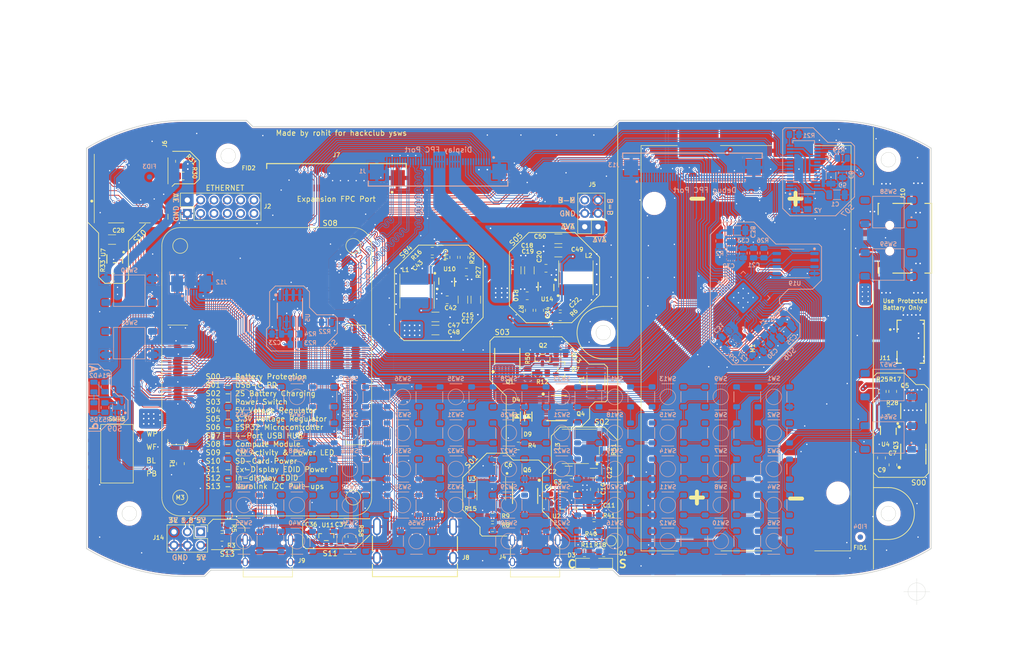
<source format=kicad_pcb>
(kicad_pcb (version 20241229) (generator "pcbnew") (generator_version "9.0")
  (layers (0 "F.Cu" signal) (4 "In1.Cu" signal) (6 "In2.Cu" signal) (2 "B.Cu" signal) (13 "F.Paste" user) (15 "B.Paste" user) (5 "F.SilkS" user "F.Silkscreen") (7 "B.SilkS" user "B.Silkscreen") (1 "F.Mask" user) (3 "B.Mask" user) (25 "Edge.Cuts" user))
  (net 0 "")
  (net 1 "/nEXTRST")
  (net 2 "/PCIE_nRST")
  (net 3 "/PCIE_CLK_P")
  (net 4 "/PCIE_CLK_N")
  (net 5 "/PCIE_RX_N")
  (net 6 "/PCIE_RX_P")
  (net 7 "/GLOBAL_EN")
  (net 8 "/PCIE_CLK_nREQ")
  (net 9 "/PCIE_TX_N")
  (net 10 "/PCIE_TX_P")
  (net 11 "/SD_PWR")
  (net 12 "/HDMI_5v")
  (net 13 "/nRPIBOOT")
  (net 14 "/EEPROM_nWP")
  (net 15 "/WL_nDis")
  (net 16 "/BT_nDis")
  (net 17 "/RUN_PG")
  (net 18 "/GPIO2")
  (net 19 "/GPIO3")
  (net 20 "/GPIO4")
  (net 21 "/GPIO14")
  (net 22 "/GPIO15")
  (net 23 "/GPIO18")
  (net 24 "/GPIO10")
  (net 25 "/GPIO9")
  (net 26 "/GPIO11")
  (net 27 "/GPIO8")
  (net 28 "/GPIO12")
  (net 29 "/GPIO13")
  (net 30 "/GPIO19")
  (net 31 "/GPIO20")
  (net 32 "/SD_DAT1")
  (net 33 "/SD_DAT0")
  (net 34 "/SD_CLK")
  (net 35 "/SD_CMD")
  (net 36 "/SD_DAT3")
  (net 37 "/SD_DAT2")
  (net 38 "/HDMI0_HOTPLUG")
  (net 39 "/HDMI0_SDA")
  (net 40 "/HDMI0_SCL")
  (net 41 "/HDMI0_CEC")
  (net 42 "/HDMI0_CK_N")
  (net 43 "/HDMI0_CK_P")
  (net 44 "/HDMI0_D0_N")
  (net 45 "/HDMI0_D0_P")
  (net 46 "/HDMI0_D1_N")
  (net 47 "/HDMI0_D1_P")
  (net 48 "/HDMI0_D2_N")
  (net 49 "/HDMI0_D2_P")
  (net 50 "/ETH_LEDY")
  (net 51 "/ETH_LEDG")
  (net 52 "/SD_PWR_ON")
  (net 53 "/Reserved")
  (net 54 "/GPIO_VREF")
  (net 57 "/+1.8v")
  (net 58 "/PWR_LED")
  (net 59 "/USBOTG_ID")
  (net 60 "/USB2_N")
  (net 61 "/USB2_P")
  (net 62 "+5V")
  (net 63 "+3.3VA")
  (net 64 "VDD_SPI")
  (net 65 "XTAL_P")
  (net 66 "VBUS")
  (net 70 "Net-(SW13-Pad3)")
  (net 71 "Net-(SW3-Pad2)")
  (net 72 "Net-(SW4-Pad2)")
  (net 73 "Net-(SW11-Pad2)")
  (net 74 "Net-(SW14-Pad2)")
  (net 75 "Net-(SW21-Pad2)")
  (net 76 "Net-(SW22-Pad2)")
  (net 77 "Net-(SW25-Pad2)")
  (net 78 "Net-(SW26-Pad2)")
  (net 79 "Net-(SW27-Pad2)")
  (net 80 "Net-(SW29-Pad2)")
  (net 81 "Net-(SW30-Pad2)")
  (net 82 "Net-(U2-VCC)")
  (net 83 "Net-(D5-PadC)")
  (net 84 "Net-(U4-VDD)")
  (net 85 "Net-(SW33-Pad2)")
  (net 86 "BRIGTNESS_LCD")
  (net 87 "/HDMI1_CK_N")
  (net 88 "/HDMI1_CK_P")
  (net 89 "/HDMI1_D0_N")
  (net 90 "/HDMI1_D0_P")
  (net 91 "/HDMI1_D1_N")
  (net 92 "/HDMI1_D1_P")
  (net 93 "/HDMI1_D2_N")
  (net 94 "/HDMI1_D2_P")
  (net 95 "/HDMI1_SCL")
  (net 96 "/HDMI1_SDA")
  (net 97 "Net-(SW38-Pad2)")
  (net 98 "Net-(SW39-Pad2)")
  (net 99 "Net-(SW42-Pad2)")
  (net 100 "Net-(SW44-Pad2)")
  (net 101 "Net-(SW47-Pad2)")
  (net 102 "Net-(SW49-Pad2)")
  (net 103 "Net-(SW16-Pad2)")
  (net 104 "Net-(SW19-Pad2)")
  (net 105 "Net-(SW20-Pad2)")
  (net 106 "Net-(SW24-Pad2)")
  (net 107 "Net-(SW31-Pad2)")
  (net 108 "Net-(SW32-Pad2)")
  (net 109 "Net-(SW17-Pad4)")
  (net 110 "Net-(SW37-Pad2)")
  (net 111 "Net-(SW40-Pad2)")
  (net 112 "Net-(SW43-Pad2)")
  (net 113 "Net-(SW48-Pad2)")
  (net 114 "1")
  (net 115 "2")
  (net 116 "3")
  (net 117 "4")
  (net 118 "5")
  (net 119 "6")
  (net 120 "7")
  (net 121 "8")
  (net 122 "9")
  (net 123 "10")
  (net 124 "11")
  (net 125 "~{RESET}")
  (net 126 "BOOT0")
  (net 140 "Net-(SW34-Pad3)")
  (net 141 "Net-(SW42-Pad4)")
  (net 143 "Net-(SW52-Pad4)")
  (net 144 "Net-(SW23-Pad4)")
  (net 145 "Net-(U2-BST)")
  (net 146 "/HDMI1_HOTPLUG")
  (net 147 "VA")
  (net 148 "BUT")
  (net 149 "HA")
  (net 150 "POWER_BUTTON")
  (net 151 "POWER_MAIN")
  (net 153 "12")
  (net 156 "LDR")
  (net 157 "Net-(SW15-Pad2)")
  (net 158 "Net-(SW18-Pad2)")
  (net 159 "Net-(SW4-Pad1)")
  (net 160 "Net-(SW5-Pad1)")
  (net 161 "E")
  (net 162 "B")
  (net 163 "C")
  (net 164 "D")
  (net 165 "A")
  (net 166 "Net-(SW12-Pad2)")
  (net 167 "Net-(D2-PadC)")
  (net 168 "Net-(R53-Pad2)")
  (net 169 "/fb_3.3")
  (net 170 "/sw5v")
  (net 171 "/sw3.3v")
  (net 172 "+12V")
  (net 173 "Net-(U2-TMR)")
  (net 174 "Net-(U14-BOOT)")
  (net 175 "Net-(U10-BOOT)")
  (net 176 "XTAL_N")
  (net 177 "SPICS0")
  (net 178 "4D-")
  (net 179 "4D+")
  (net 180 "SPIHD")
  (net 181 "Net-(D7-A1)")
  (net 189 "Net-(SW2-Pad1)")
  (net 193 "SPIWP")
  (net 194 "SPICLK")
  (net 195 "SPIQ")
  (net 196 "SPID")
  (net 197 "Net-(SW3-Pad1)")
  (net 198 "/Activity_LED")
  (net 200 "CC1")
  (net 201 "CC2")
  (net 202 "VBUS_EN")
  (net 211 "/fb_5")
  (net 212 "BAT_mid")
  (net 221 "GND")
  (net 222 "Power_Out")
  (net 223 "Net-(SW34-Pad1)")
  (net 224 "/GPIO7")
  (net 227 "Net-(SW34-Pad2)")
  (net 228 "3D-")
  (net 229 "3D+")
  (net 234 "Net-(SW28-Pad4)")
  (net 236 "Net-(SW58-Pad3)")
  (net 260 "Net-(Q2-B)")
  (net 261 "Net-(U14-EN)")
  (net 262 "Net-(U3-SEL)")
  (net 263 "Net-(U10-EN)")
  (net 264 "2D-")
  (net 265 "Net-(J6-DET_A)")
  (net 266 "Net-(J6-DET_B)")
  (net 267 "2D+")
  (net 268 "1D-")
  (net 269 "1D+")
  (net 284 "/GPIO16")
  (net 289 "+3.3V")
  (net 290 "/HDMI1_CEC")
  (net 292 "Net-(D1-PadA)")
  (net 293 "/ACOK")
  (net 294 "Net-(D3-PadA)")
  (net 295 "Net-(U2-*CHGOK)")
  (net 296 "Thermistor 2")
  (net 299 "/Charger_SW_Out")
  (net 300 "Net-(SW22-Pad4)")
  (net 302 "/ETH_0_P")
  (net 303 "/ETH_0_N")
  (net 304 "/ETH_1_N")
  (net 305 "/ETH_1_P")
  (net 306 "/ETH_2_P")
  (net 307 "/ETH_2_N")
  (net 308 "/ETH_3_P")
  (net 309 "/ETH_3_N")
  (net 310 "Net-(SW10-Pad2)")
  (net 311 "Net-(SW15-Pad1)")
  (net 312 "POWER_BUTTON_DETECT")
  (net 316 "unconnected-(SW59-Pad3)")
  (net 317 "unconnected-(SW57-Pad1)")
  (net 318 "Net-(SW13-Pad4)")
  (net 319 "Net-(SW35-Pad4)")
  (net 320 "SDA-ESP")
  (net 321 "SCL-ESP")
  (net 322 "RX-ESP")
  (net 323 "TX-ESP")
  (net 325 "/GPIO25")
  (net 326 "/GPIO24")
  (net 330 "/GPIO21")
  (net 331 "Net-(U1-VD18)")
  (net 332 "Net-(U1-REXT)")
  (net 333 "Net-(U1-XOUT)")
  (net 334 "Net-(U1-XIN)")
  (net 343 "POWER")
  (net 344 "/GPIO27")
  (net 345 "/GPIO17")
  (net 352 "/GPIO26")
  (net 353 "/GPIO6")
  (net 354 "Net-(SW36-Pad4)")
  (net 355 "Net-(SW41-Pad4)")
  (net 357 "Net-(SW46-Pad4)")
  (net 360 "Net-(SW51-Pad2)")
  (net 361 "Net-(SW53-Pad3)")
  (net 363 "Net-(SW26-Pad4)")
  (net 364 "Net-(SW21-Pad4)")
  (net 365 "Net-(SW21-Pad3)")
  (net 366 "Net-(SW26-Pad3)")
  (net 367 "Net-(SW31-Pad4)")
  (net 368 "Net-(SW36-Pad1)")
  (net 369 "Net-(SW37-Pad4)")
  (net 370 "Net-(SW46-Pad1)")
  (net 371 "Net-(SW47-Pad4)")
  (net 374 "Net-(SW31-Pad3)")
  (net 375 "Net-(SW32-Pad4)")
  (net 377 "unconnected-(SW39-Pad3)")
  (net 378 "Net-(SW41-Pad2)")
  (net 379 "Net-(SW43-Pad3)")
  (net 380 "Net-(SW18-Pad4)")
  (net 381 "Net-(SW17-Pad1)")
  (net 383 "Net-(SW11-Pad3)")
  (net 384 "Net-(SW11-Pad4)")
  (net 385 "Net-(SW3-Pad3)")
  (net 386 "Net-(SW4-Pad4)")
  (net 387 "+VDC")
  (net 389 "Net-(U2-SW)")
  (net 390 "Net-(U4-VBL)")
  (net 391 "Net-(U4-DOUT)")
  (net 392 "Net-(Q3-Pad5)")
  (net 393 "Net-(U4-COUT)")
  (net 394 "Net-(U4-V-)")
  (net 395 "-BATT")
  (net 396 "+BATT")
  (footprint "mutantCybernetics:Resistor-0805" (layer "F.Cu") (at 157.66 103.49 90)
    (property "Reference" "R7")
    (property "Value" "33.2K")
  )
  (footprint "mutantCybernetics:SOP-8" (layer "F.Cu") (at 230.85 123.15 90)
    (property "Reference" "Q5")
    (property "Value" "MOSFET-N")
  )
  (footprint "mutantCybernetics:Capacitor-0805" (layer "F.Cu") (at 116.09 146.75 90)
    (property "Reference" "C36")
    (property "Value" "0.1uF")
  )
  (footprint "mutantCybernetics:Diode-SOD-123" (layer "F.Cu") (at 155.25 123.75 -90)
    (property "Reference" "D4")
    (property "Value" "MBR0540T3G")
  )
  (footprint "mutantCybernetics:Capacitor-0805" (layer "F.Cu") (at 142 101.485 180)
    (property "Reference" "C42")
    (property "Value" "0.1uF")
  )
  (footprint "mutantCybernetics:SOT-23-3" (layer "F.Cu") (at 118.95 146.75)
    (property "Reference" "U11")
    (property "Value" "RT9742SNGV")
  )
  (footprint "mutantCybernetics:SOP-8" (layer "F.Cu") (at 230.85 130.91 90)
    (property "Reference" "Q3")
    (property "Value" "MOSFET-N")
  )
  (footprint "mutantCybernetics:Resistor-1206" (layer "F.Cu") (at 146.33 138.47 -90)
    (property "Reference" "R15")
    (property "Value" "5.1k")
  )
  (footprint "mutantCybernetics:Resistor-0805" (layer "F.Cu") (at 123.85 146.65 90)
    (property "Reference" "R58")
    (property "Value" "10k")
  )
  (footprint "mutantCybernetics:MountingHole-M2.5-D2.7mm" (layer "F.Cu") (at 226.1 74.75)
    (property "Reference" "H1" (hide yes))
    (property "Value" "MountingHole_Pad" (hide yes))
  )
  (footprint "mutantCybernetics:LED-0805" (layer "F.Cu") (at 171.84 151.76)
    (property "Reference" "D1")
    (property "Value" "LED")
  )
  (footprint "mutantCybernetics:FPC-40-0.5mm-horizontal" (layer "F.Cu") (at 120.89 77.75 180)
    (property "Reference" "J7")
    (property "Value" "CF20401D0R0-NH")
  )
  (footprint "mutantCybernetics:Resistor-0805" (layer "F.Cu") (at 150.65 144.95 180)
    (property "Reference" "R8")
    (property "Value" "5.1k")
  )
  (footprint "mutantCybernetics:USB_C-Female-(16-Pin)" (layer "F.Cu") (at 158.75 146.45)
    (property "Reference" "J4")
    (property "Value" "12402012E212A")
  )
  (footprint "Connector_PinHeader_2.54mm:PinHeader_2x03_P2.54mm_Vertical" (layer "F.Cu") (at 95 145.75 -90)
    (property "Reference" "J14")
    (property "Value" "Conn_02x03-(RS2-06-G)")
  )
  (footprint "mutantCybernetics:Resistor-0805" (layer "F.Cu") (at 155.55 129.35 180)
    (property "Reference" "R4")
    (property "Value" "10k")
  )
  (footprint "mutantCybernetics:Resistor-0805" (layer "F.Cu") (at 99.05 146.8)
    (property "Reference" "R3")
    (property "Value" "10k")
  )
  (footprint "mutantCybernetics:LED-0805" (layer "F.Cu") (at 168.164214 151.76005 180)
    (property "Reference" "D3")
    (property "Value" "LED")
  )
  (footprint "mutantCybernetics:Capacitor-1206" (layer "F.Cu") (at 169.95 134.55)
    (property "Reference" "C12")
    (property "Value" "22uF")
  )
  (footprint "mutantCybernetics:Resistor-1206" (layer "F.Cu") (at 171.9095 130.2343 90)
    (property "Reference" "R51")
    (property "Value" "50mR")
  )
  (footprint "mutantCybernetics:Inductor-6.0x6.0xH4.5" (layer "F.Cu") (at 166.528 97.29 90)
    (property "Reference" "L2")
    (property "Value" "10uH-(74404064100)")
  )
  (footprint "mutantCybernetics:Resistor-0805" (layer "F.Cu") (at 163.55 104.7 180)
    (property "Reference" "R6")
    (property "Value" "100k")
  )
  (footprint "mutantCybernetics:USB_A-horizontal-SMD-3" (layer "F.Cu") (at 229.25 89.74 90)
    (property "Reference" "J10")
    (property "Value" "629104190121")
  )
  (footprint "mutantCybernetics:Capacitor-1206" (layer "F.Cu") (at 157.669001 95.865799 -90)
    (property "Reference" "C19")
    (property "Value" "10uF")
  )
  (footprint "mutantCybernetics:Resistor-0805" (layer "F.Cu") (at 150.65 142.95 180)
    (property "Reference" "R9")
    (property "Value" "5.1k")
  )
  (footprint "mutantCybernetics:Resistor-0805" (layer "F.Cu") (at 91.65 77.85 180)
    (property "Reference" "R30")
    (property "Value" "220R")
  )
  (footprint "Fiducial:Fiducial_1mm_Mask2mm" (layer "F.Cu") (at 220.75 146.75 180)
    (property "Reference" "FID1")
    (property "Value" "Fiducial")
  )
  (footprint "mutantCybernetics:Capacitor-0805" (layer "F.Cu") (at 139.16 94.21 180)
    (property "Reference" "C43")
    (property "Value" "0.1uF")
  )
  (footprint "mutantCybernetics:Capacitor-1206" (layer "F.Cu") (at 147.45 101.46 90)
    (property "Reference" "C15")
    (property "Value" "10uF")
  )
  (footprint "mutantCybernetics:QFN-16 (3x3-MP2615)" (layer "F.Cu") (at 165.176601 139.7447 -90)
    (property "Reference" "U2")
    (property "Value" "MP2615CGQ-Z-(QFN-16)")
  )
  (footprint "mutantCybernetics:SOT-23-5" (layer "F.Cu") (at 78.6225 93.69 -90)
    (property "Reference" "U7")
    (property "Value" "RT9742GGJ5")
  )
  (footprint "mutantCybernetics:JST-PH2-Vertical" (layer "F.Cu") (at 230.35 109.4727 90)
    (property "Reference" "J11")
    (property "Value" "B2B-PH-SM4-TB")
  )
  (footprint "mutantCybernetics:Capacitor-1206" (layer "F.Cu") (at 163.188 89.85)
    (property "Reference" "C50")
    (property "Value" "22uF")
  )
  (footprint "mutantCybernetics:Resistor-0805" (layer "F.Cu") (at 145.194797 93.37 -90)
    (property "Reference" "R20")
    (property "Value" "56.2k")
  )
  (footprint "mutantCybernetics:MountingHole-M2.5-D2.7mm" (layer "F.Cu") (at 171.75 107.75)
    (property "Reference" "H4" (hide yes))
    (property "Value" "MountingHole_Pad" (hide yes))
  )
  (footprint "mutantCybernetics:Capacitor-0805" (layer "F.Cu") (at 159.61 103.48 -90)
    (property "Reference" "C24")
    (property "Value" "100pF")
  )
  (footprint "mutantCybernetics:Fuse-1812" (layer "F.Cu") (at 170.35 117.3 90)
    (property "Reference" "F1")
    (property "Value" "0ZCG0260BF2B")
  )
  (footprint "mutantCybernetics:Resistor-0805" (layer "F.Cu") (at 99.05 144.8)
    (property "Reference" "R5")
    (property "Value" "10k")
  )
  (footprint "mutantCybernetics:Capacitor-0805" (layer "F.Cu") (at 169.972001 140.6 180)
    (property "Reference" "C11")
    (property "Value" "1uF")
  )
  (footprint "Fiducial:Fiducial_1mm_Mask2mm" (layer "F.Cu") (at 104.15 78.35)
    (property "Reference" "FID2")
    (property "Value" "Fiducial")
  )
  (footprint "mutantCybernetics:TestPoint-Pad_D1.5mm" (layer "F.Cu") (at 173.25 147.45)
    (property "Reference" "TP16" (hide yes))
    (property "Value" "THERM")
  )
  (footprint "mutantCybernetics:SOT-23-6" (layer "F.Cu") (at 226.08525 126.3898 -90)
    (property "Reference" "U4")
    (property "Value" "MM3220/S8252-(SOT-23-6)")
  )
  (footprint "mutantCybernetics:Resistor-0805" (layer "F.Cu") (at 145.644797 96.22)
    (property "Reference" "R27")
    (property "Value" "10k")
  )
  (footprint "mutantCybernetics:SD-Micro-Push-Push(MOLEX_503398-1892)" (layer "F.Cu") (at 81.745 80.255 90)
    (property "Reference" "J6")
    (property "Value" "Micro_SD_Card_Det")
  )
  (footprint "mutantCybernetics:Resistor-0805" (layer "F.Cu") (at 163.65 111.75)
    (property "Reference" "R13")
    (property "Value" "220R")
  )
  (footprint "mutantCybernetics:Switch-6.2X4-DIP(DS04-254-2-04BK)" (layer "F.Cu") (at 79.05 130.85)
    (property "Reference" "SW45")
    (property "Value" "Switch-6.2X4-DIP(DS04-254-2-04BK)" (hide yes))
  )
  (footprint "mutantCybernetics:Resistor-0805" (layer "F.Cu") (at 168.15 149.75)
    (property "Reference" "R11")
    (property "Value" "1k")
  )
  (footprint "mutantCybernetics:Capacitor-0805" (layer "F.Cu") (at 165.6595 136.334301 180)
    (property "Reference" "C3")
    (property "Value" "1uF")
  )
  (footprint "mutantCybernetics:SOT-23-3" (layer "F.Cu") (at 163.75 114.75 -90)
    (property "Reference" "D7")
    (property "Value" "BAT54C-(SOT23)")
  )
  (footprint "mutantCybernetics:Resistor-0805" (layer "F.Cu") (at 226.915 118.9502 -90)
    (property "Reference" "R17")
    (property "Value" "330R")
  )
  (footprint "mutantCybernetics:Capacitor-0805" (layer "F.Cu") (at 170.05 137.65 90)
    (property "Reference" "C10")
    (property "Value" "0.1uF")
  )
  (footprint "mutantCybernetics:Resistor-0805" (layer "F.Cu") (at 78.39 97.17 180)
    (property "Reference" "R33")
    (property "Value" "100k")
  )
  (footprint "mutantCybernetics:Resistor-0805" (layer "F.Cu") (at 91.15 132.75 90)
    (property "Reference" "R1")
    (property "Value" "2.2k")
  )
  (footprint "mutantCybernetics:Capacitor-1206" (layer "F.Cu") (at 78.107 89.99)
    (property "Reference" "C28")
    (property "Value" "10uF")
  )
  (footprint "mutantCybernetics:Capacitor-0805" (layer "F.Cu") (at 160.828 95.465799)
    (property "Reference" "C20")
    (property "Value" "0.1uF")
  )
  (footprint "mutantCybernetics:Resistor-0805" (layer "F.Cu") (at 160.15 115.45)
    (property "Reference" "R12")
    (property "Value" "10k")
  )
  (footprint "mutantCybernetics:Capacitor-1206" (layer "F.Cu") (at 165.1595 134.1343 180)
    (property "Reference" "C2")
    (property "Value" "22uF")
  )
  (footprint "mutantCybernetics:Resistor-0805" (layer "F.Cu") (at 224.915 118.9502 -90)
    (property "Reference" "R25")
    (property "Value" "330R")
  )
  (footprint "mutantCybernetics:Capacitor-0805" (layer "F.Cu") (at 226.97 132.97 90)
    (property "Reference" "C7")
    (property "Value" "0.1uF")
  )
  (footprint "mutantCybernetics:SOP-8" (layer "F.Cu") (at 162.85 122.15)
    (property "Reference" "Q4")
    (property "Value" "DMP3037LSS-13")
  )
  (footprint "mutantCybernetics:Resistor-0805" (layer "F.Cu") (at 157.26 100.71 180)
    (property "Reference" "R10")
    (property "Value" "10k")
  )
  (footprint "mutantCybernetics:Resistor-0805" (layer "F.Cu") (at 170 144.55 180)
    (property "Reference" "R40")
    (property "Value" "10k")
  )
  (footprint "mutantCybernetics:Inductor-6.0x6.0xH4.5" (layer "F.Cu") (at 167.1595 129.4343 180)
    (property "Reference" "L3")
    (property "Value" "6.8uH-(74404064068)")
  )
  (footprint "mutantCybernetics:SOP-8" (layer "F.Cu") (at 153.45 112.65 90)
    (property "Reference" "Q1")
    (property "Value" "DMP3037LSS-13")
  )
  (footprint "mutantCybernetics:SOT-23-3" (layer "F.Cu") (at 160.15 112.55 180)
    (property "Reference" "Q2")
    (property "Value" "BCW66HVL-(2N2222)")
  )
  (footprint "mutantCybernetics:Capacitor-0805" (layer "F.Cu") (at 224.78025 131.63 90)
    (property "Reference" "C9")
    (property "Value" "0.1uF")
  )
  (footprint "mutantCybernetics:Resistor-0805" (layer "F.Cu") (at 139.144797 92.21)
    (property "Reference" "R16")
    (property "Value" "100k")
  )
  (footprint "mutantCybernetics:Module-ComputeModule4-CM4" (layer "F.Cu") (at 91.1 139.2)
    (property "Reference" "M3")
    (property "Value" "DF40C-100DS-0.4V(51)")
  )
  (footprint "mutantCybernetics:Capacitor-1206" (layer "F.Cu") (at 163.178 92.39)
    (property "Reference" "C49")
    (property "Value" "22uF")
  )
  (footprint "mutantCybernetics:SOP-8" (layer "F.Cu") (at 156.85 138.45 -90)
    (property "Reference" "Q6")
    (property "Value" "AOSP36326C")
  )
  (footprint "mutantCybernetics:Capacitor-1206" (layer "F.Cu") (at 139.75 104.75 180)
    (property "Reference" "C47")
    (property "Value" "22uF")
  )
  (footprint "mutantCybernetics:Capacitor-1206" (layer "F.Cu") (at 144.994797 101.46 90)
    (property "Reference" "C17")
    (property "Value" "10uF")
  )
  (footprint "mutantCybernetics:HDMI(EDAC 690-019-298-412)" (layer "F.Cu") (at 135.85 144.75)
    (property "Reference" "J8")
    (property "Value" "HDMI_A-(2086581051)")
  )
  (footprint "Connector_PinHeader_2.54mm:PinHeader_2x06_P2.54mm_Vertical" (layer "F.Cu") (at 92.46 85 90)
    (property "Reference" "J2")
    (property "Value" "Conn_02x06-(RS2-12-G)")
  )
  (footprint "mutantCybernetics:MountingHole-M2.5-D2.7mm" (layer "F.Cu") (at 81.4 142.25)
    (property "Reference" "H5" (hide yes))
    (property "Value" "MountingHole_Pad" (hide yes))
  )
  (footprint "mutantCybernetics:Resistor-0805" (layer "F.Cu") (at 90.95 75.05 -90)
    (property "Reference" "R31")
    (property "Value" "220R")
  )
  (footprint "mutantCybernetics:Resistor-0805" (layer "F.Cu") (at 169.959501 142.6)
    (property "Reference" "R41")
    (property "Value" "10k")
  )
  (footprint "mutantCybernetics:Resistor-0805" (layer "F.Cu") (at 226.1076 122.5902)
    (property "Reference" "R28")
    (property "Value" "2.2k")
  )
  (footprint "mutantCybernetics:Capacitor-0805" (layer "F.Cu") (at 121.75 146.65 90)
    (property "Reference" "C37")
    (property "Value" "0.1uF")
  )
  (footprint "mutantCybernetics:Diode-SOD-123" (layer "F.Cu") (at 157.45 123.75 -90)
    (property "Reference" "D9")
    (property "Value" "MBR0540T3G")
  )
  (footprint "mutantCybernetics:Capacitor-0805" (layer "F.Cu") (at 161.5095 139.4343 90)
    (property "Reference" "C4")
    (property "Value" "1uF")
  )
  (footprint "mutantCybernetics:SOT-23-6" (layer "F.Cu") (at 141.894797 98.11 90)
    (property "Reference" "U10")
    (property "Value" "AP62300TWU-7-(SOT-23-6)")
  )
  (footprint "mutantCybernetics:Battery_holder-18650x2(keystone-PN1048)" (layer "F.Cu") (at 198.97 110.72 90)
    (property "Reference" "M1")
    (property "Value" "keystone-PN1048")
  )
  (footprint "mutantCybernetics:MountingHole-M2.5-D2.7mm" (layer "F.Cu") (at 226.1 142.25)
    (property "Reference" "H3" (hide yes))
    (property "Value" "MountingHole_Pad" (hide yes))
  )
  (footprint "mutantCybernetics:MountingHole-M2.5-D2.7mm" (layer "F.Cu") (at 100.25 74)
    (property "Reference" "H2" (hide yes))
    (property "Value" "MountingHole_Pad" (hide yes))
  )
  (footprint "mutantCybernetics:Inductor-6.0x6.0xH4.5" (layer "F.Cu") (at 136.25 99.819 -90)
    (property "Reference" "L1")
    (property "Value" "10uH-(74404064100)")
  )
  (footprint "mutantCybernetics:Capacitor-1206" (layer "F.Cu") (at 155.15 95.85 -90)
    (property "Reference" "C18")
    (property "Value" "10uF")
  )
  (footprint "mutantCybernetics:Resistor-0805" (layer "F.Cu") (at 171.85 149.73 180)
    (property "Reference" "R18")
    (property "Value" "1k")
  )
  (footprint "Connector_PinHeader_2.54mm:PinHeader_2x03_P2.54mm_Vertical" (layer "F.Cu") (at 170.75 87.54 180)
    (property "Reference" "J5")
    (property "Value" "Conn_02x03-(RS2-06-G)")
  )
  (footprint "mutantCybernetics:Capacitor-0805" (layer "F.Cu") (at 143.244797 93.38 90)
    (property "Reference" "C44")
    (property "Value" "100pF")
  )
  (footprint "mutantCybernetics:Resistor-0805" (layer "F.Cu") (at 157.35 115.55 -90)
    (property "Reference" "R50")
    (property "Value" "10k")
  )
  (footprint "mutantCybernetics:SOT-23-6" (layer "F.Cu") (at 160.828 98.95 -90)
    (property "Reference" "U14")
    (property "Value" "AP62300TWU-7-(SOT-23-6)")
  )
  (footprint "mutantCybernetics:USB_C-Female-(16-Pin)" (layer "F.Cu") (at 107.81 146.45)
    (property "Reference" "J9")
    (property "Value" "12402012E212A")
  )
  (footprint "mutantCybernetics:TSSOP-16" (layer "F.Cu") (at 150.4 137.5 -90)
    (property "Reference" "U3")
    (property "Value" "IP2721-(TSSOP-16)")
  )
  (footprint "mutantCybernetics:Capacitor-0805" (layer "F.Cu") (at 151.08 132.29)
    (property "Reference" "C6")
    (property "Value" "1uF")
  )
  (footprint "mutantCybernetics:Capacitor-1206" (layer "F.Cu") (at 139.75 107.25 180)
    (property "Reference" "C48")
    (property "Value" "22uF")
  )
  (footprint "mutantCybernetics:Capacitor-0805" (layer "F.Cu") (at 163.55 102.7)
    (property "Reference" "C22")
    (property "Value" "0.1uF")
  )
  (footprint "mutantCybernetics:Resistor-0805" (layer "B.Cu") (at 113.017349 107.9976 180)
    (property "Reference" "R24")
    (property "Value" "100k")
  )
  (footprint "mutantCybernetics:LED-0805" (layer "B.Cu") (at 74.65 122.05 90)
    (property "Reference" "D5")
    (property "Value" "LED")
  )
  (footprint "mutantCybernetics:SOIC-8-208mil" (layer "B.Cu") (at 208.413527 94.55 180)
    (property "Reference" "U19")
    (property "Value" "W25Q128JVS")
  )
  (footprint "mutantCybernetics:Switch-4x4x1.5-(PTS526)" (layer "B.Cu") (at 123.45 147.52 180)
    (property "Reference" "SW34")
    (property "Value" "PTS526 SK15 SMTR2 LFS-(C&K)" (hide yes))
  )
  (footprint "mutantCybernetics:Switch-4x4x1.5-(PTS526)" (layer "B.Cu") (at 113.35 147.52 180)
    (property "Reference" "SW40")
    (property "Value" "PTS526 SK15 SMTR2 LFS-(C&K)" (hide yes))
  )
  (footprint "mutantCybernetics:Capacitor-0805" (layer "B.Cu") (at 198.43 92.55 -90)
    (property "Reference" "C33")
    (property "Value" "0.1uF")
  )
  (footprint "mutantCybernetics:Switch-4x4x1.5-(PTS526)" (layer "B.Cu") (at 103.25 133.76 180)
    (property "Reference" "SW54")
    (property "Value" "PTS526 SK15 SMTR2 LFS-(C&K)" (hide yes))
  )
  (footprint "mutantCybernetics:Switch-4x4x1.5-(PTS526)" (layer "B.Cu") (at 163.85 133.76 180)
    (property "Reference" "SW22")
    (property "Value" "PTS526 SK15 SMTR2 LFS-(C&K)" (hide yes))
  )
  (footprint "mutantCybernetics:Switch-4x4x1.5-(PTS526)" (layer "B.Cu") (at 113.35 133.76 180)
    (property "Reference" "SW48")
    (property "Value" "PTS526 SK15 SMTR2 LFS-(C&K)" (hide yes))
  )
  (footprint "mutantCybernetics:FPC-5-0.5mm-horizontal" (layer "B.Cu") (at 93.2 98.75)
    (property "Reference" "J12")
    (property "Value" "SFV5R-2STBE1HLF")
  )
  (footprint "mutantCybernetics:Switch-4x4x1.5-(PTS526)" (layer "B.Cu") (at 143.65 126.88 180)
    (property "Reference" "SW31")
    (property "Value" "PTS526 SK15 SMTR2 LFS-(C&K)" (hide yes))
  )
  (footprint "mutantCybernetics:Switch-4x4x1.5-(PTS526)" (layer "B.Cu") (at 194.15 126.88 180)
    (property "Reference" "SW6")
    (property "Value" "PTS526 SK15 SMTR2 LFS-(C&K)" (hide yes))
  )
  (footprint "mutantCybernetics:Switch-4x4x1.5-(PTS526)" (layer "B.Cu") (at 103.25 147.52 180)
    (property "Reference" "SW55")
    (property "Value" "PTS526 SK15 SMTR2 LFS-(C&K)" (hide yes))
  )
  (footprint "mutantCybernetics:Crystal-3225-SMD" (layer "B.Cu") (at 209.65 83.35)
    (property "Reference" "Y2")
    (property "Value" "12MHz-(RH100-12.000-12-1010-X-TR-NS2)")
  )
  (footprint "mutantCybernetics:Switch-4x4x1.5-(PTS526)" (layer "B.Cu") (at 153.75 120 180)
    (property "Reference" "SW28")
    (property "Value" "PTS526 SK15 SMTR2 LFS-(C&K)" (hide yes))
  )
  (footprint "mutantCybernetics:Capacitor-1206" (layer "B.Cu") (at 216.3 81.45)
    (property "Reference" "C1")
    (property "Value" "10uF")
  )
  (footprint "mutantCybernetics:Switch-6x6xXX-Extend" (layer "B.Cu") (at 226.1 84.75 180)
    (property "Reference" "SW58")
    (property "Value" "TS04-66-85-BK-160-SMT")
  )
  (footprint "mutantCybernetics:Switch-4x4x1.5-(PTS526)" (layer "B.Cu") (at 173.95 133.76 180)
    (property "Reference" "SW19")
    (property "Value" "PTS526 SK15 SMTR2 LFS-(C&K)" (hide yes))
  )
  (footprint "mutantCybernetics:Resistor-0805" (layer "B.Cu") (at 76.75 122.05 90)
    (property "Reference" "R53")
    (property "Value" "1k")
  )
  (footprint "mutantCybernetics:Switch-4x4x1.5-(PTS526)" (layer "B.Cu") (at 184.05 133.76 180)
    (property "Reference" "SW14")
    (property "Value" "PTS526 SK15 SMTR2 LFS-(C&K)" (hide yes))
  )
  (footprint "mutantCybernetics:Switch-4x4x1.5-(PTS526)" (layer "B.Cu") (at 184.05 120 180)
    (property "Reference" "SW13")
    (property "Value" "PTS526 SK15 SMTR2 LFS-(C&K)" (hide yes))
  )
  (footprint "mutantCybernetics:Switch-6x6xXX-Extend" (layer "B.Cu") (at 226.1 127.75 180)
    (property "Reference" "SW64")
    (property "Value" "TS04-66-85-BK-160-SMT")
  )
  (footprint "mutantCybernetics:Switch-4x4x1.5-(PTS526)" (layer "B.Cu") (at 163.85 147.52 180)
    (property "Reference" "SW25")
    (property "Value" "PTS526 SK15 SMTR2 LFS-(C&K)" (hide yes))
  )
  (footprint "mutantCybernetics:Switch-4x4x1.5-(PTS526)" (layer "B.Cu") (at 173.95 147.52 180)
    (property "Reference" "SW16")
    (property "Value" "PTS526 SK15 SMTR2 LFS-(C&K)" (hide yes))
  )
  (footprint "mutantCybernetics:SSOP-28 (3.9x9.9x0.635)" (layer "B.Cu") (at 209.95 76.2)
    (property "Reference" "U1")
    (property "Value" "FE1.1S-BSOP28BCN")
  )
  (footprint "mutantCybernetics:Resistor-0805" (layer "B.Cu") (at 193.95 90.25 -90)
    (property "Reference" "R2")
    (property "Value" "10k")
  )
  (footprint "mutantCybernetics:Switch-6x6xXX-Extend" (layer "B.Cu") (at 81.4 99.75 180)
    (property "Reference" "SW60")
    (property "Value" "TS04-66-85-BK-160-SMT")
  )
  (footprint "mutantCybernetics:Switch-4x4x1.5-(PTS526)" (layer "B.Cu") (at 103.25 120 180)
    (property "Reference" "SW51")
    (property "Value" "PTS526 SK15 SMTR2 LFS-(C&K)" (hide yes))
  )
  (footprint "mutantCybernetics:Switch-4x4x1.5-(PTS526)" (layer "B.Cu") (at 204.25 147.52 180)
    (property "Reference" "SW5")
    (property "Value" "PTS526 SK15 SMTR2 LFS-(C&K)" (hide yes))
  )
  (footprint "mutantCybernetics:Switch-6x6xXX-Extend" (layer "B.Cu") (at 226.1 94.75 180)
    (property "Reference" "SW59")
    (property "Value" "TS04-66-85-BK-160-SMT")
  )
  (footprint "mutantCybernetics:Switch-4x4x1.5-(PTS526)" (layer "B.Cu") (at 194.15 120 180)
    (property "Reference" "SW9")
    (property "Value" "PTS526 SK15 SMTR2 LFS-(C&K)" (hide yes))
  )
  (footprint "mutantCybernetics:FPC-40-0.5mm-horizontal" (layer "B.Cu") (at 140.25 77.53 180)
    (property "Reference" "J1")
    (property "Value" "CF20401D0R0-NH")
  )
  (footprint "mutantCybernetics:Switch-4x4x1.5-(PTS526)" (layer "B.Cu") (at 204.25 120 180)
    (property "Reference" "SW1")
    (property "Value" "PTS526 SK15 SMTR2 LFS-(C&K)" (hide yes))
  )
  (footprint "mutantCybernetics:Resistor-0805" (layer "B.Cu") (at 217.35 74.45)
    (property "Reference" "R19")
    (property "Value" "100k")
  )
  (footprint "mutantCybernetics:Capacitor-1206" (layer "B.Cu") (at 215.15 77.85 -90)
    (property "Reference" "C5")
    (property "Value" "10uF")
  )
  (footprint "mutantCybernetics:Switch-4x4x1.5-(PTS526)" (layer "B.Cu") (at 204.25 140.64 180)
    (property "Reference" "SW4")
    (property "Value" "PTS526 SK15 SMTR2 LFS-(C&K)" (hide yes))
  )
  (footprint "mutantCybernetics:Capacitor-0805" (layer "B.Cu") (at 217.35 77.25 -90)
    (property "Reference" "C8")
    (property "Value" "0.1uF")
  )
  (footprint "mutantCybernetics:Capacitor-1206" (layer "B.Cu") (at 196.15 109.95 45)
    (property "Reference" "C29")
    (property "Value" "10uF")
  )
  (footprint "mutantCybernetics:Switch-4x4x1.5-(PTS526)" (layer "B.Cu") (at 184.05 140.64 180)
    (property "Reference" "SW11")
    (property "Value" "PTS526 SK15 SMTR2 LFS-(C&K)" (hide yes))
  )
  (footprint "mutantCybernetics:Switch-4x4x1.5-(PTS526)" (layer "B.Cu") (at 204.25 126.88 180)
    (property "Reference" "SW2")
    (property "Value" "PTS526 SK15 SMTR2 LFS-(C&K)" (hide yes))
  )
  (footprint "mutantCybernetics:Capacitor-0805" (layer "B.Cu") (at 204.75 106.45 45)
    (property "Reference" "C26")
    (property "Value" "0.1uF")
  )
  (footprint "mutantCybernetics:Capacitor-1206" (layer "B.Cu") (at 206.623527 107.69 45)
    (property "Reference" "C25")
    (property "Value" "10uF")
  )
  (footprint "mutantCybernetics:Capacitor-0805" (layer "B.Cu") (at 195.05 107.95 45)
    (property "Reference" "C31")
    (property "Value" "0.1uF")
  )
  (footprint "mutantCybernetics:Switch-4x4x1.5-(PTS526)" (layer "B.Cu") (at 113.35 120 180)
    (property "Reference" "SW46")
    (property "Value" "PTS526 SK15 SMTR2 LFS-(C&K)" (hide yes))
  )
  (footprint "mutantCybernetics:Switch-4x4x1.5-(PTS526)" (layer "B.Cu") (at 163.85 140.64 180)
    (property "Reference" "SW24")
    (property "Value" "PTS526 SK15 SMTR2 LFS-(C&K)" (hide yes))
  )
  (footprint "mutantCybernetics:Switch-4x4x1.5-(PTS526)" (layer "B.Cu") (at 143.65 120 180)
    (property "Reference" "SW35")
    (property "Value" "PTS526 SK15 SMTR2 LFS-(C&K)" (hide yes))
  )
  (footprint "mutantCybernetics:Resistor-0805" (layer "B.Cu") (at 208.15 69.95 180)
    (property "Reference" "R21")
    (property "Value" "2.7k")
  )
  (footprint "mutantCybernetics:Capacitor-1206" (layer "B.Cu") (at 197.35 88.25 180)
    (property "Reference" "C38")
    (property "Value" "10uF")
  )
  (footprint "mutantCybernetics:Switch-4x4x1.5-(PTS526)" (layer "B.Cu") (at 163.85 120 180)
    (property "Reference" "SW23")
    (property "Value" "PTS526 SK15 SMTR2 LFS-(C&K)" (hide yes))
  )
  (footprint "mutantCybernetics:Switch-4x4x1.5-(PTS526)" (layer "B.Cu") (at 173.95 120 180)
    (property "Reference" "SW17")
    (property "Value" "PTS526 SK15 SMTR2 LFS-(C&K)" (hide yes))
  )
  (footprint "mutantCybernetics:Switch-4x4x1.5-(PTS526)" (layer "B.Cu") (at 123.45 140.64 180)
    (property "Reference" "SW42")
    (property "Value" "PTS526 SK15 SMTR2 LFS-(C&K)" (hide yes))
  )
  (footprint "mutantCybernetics:Resistor-0805" (layer "B.Cu") (at 113.01735 109.9976 180)
    (property "Reference" "R23")
    (property "Value" "100k")
  )
  (footprint "mutantCybernetics:Capacitor-0805" (layer "B.Cu") (at 202.863527 110.61 45)
    (property "Reference" "C30")
    (property "Value" "16pF")
  )
  (footprint "mutantCybernetics:Switch-4x4x1.5-(PTS526)" (layer "B.Cu") (at 123.45 126.88 180)
    (property "Reference" "SW43")
    (property "Value" "PTS526 SK15 SMTR2 LFS-(C&K)" (hide yes))
  )
  (footprint "Fiducial:Fiducial_1mm_Mask2mm" (layer "B.Cu") (at 220.75 146.75 180)
    (property "Reference" "FID4")
    (property "Value" "Fiducial")
  )
  (footprint "mutantCybernetics:SOT-353" (layer "B.Cu") (at 79.35 122.05 90)
    (property "Reference" "U20")
    (property "Value" "74LVC1G07SE-7-(SOT-353)")
  )
  (footprint "Fiducial:Fiducial_1mm_Mask2mm" (layer "B.Cu") (at 85.25 78.05 180)
    (property "Reference" "FID3")
    (property "Value" "Fiducial")
  )
  (footprint "mutantCybernetics:Switch-4x4x1.5-(PTS526)" (layer "B.Cu") (at 184.05 147.52 180)
    (property "Reference" "SW12")
    (property "Value" "PTS526 SK15 SMTR2 LFS-(C&K)" (hide yes))
  )
  (footprint "mutantCybernetics:Crystal-3225-SMD" (layer "B.Cu") (at 201.1 108.4 45)
    (property "Reference" "Y1")
    (property "Value" "40mhz-(RH100-40.000-16-F-1010-TR)")
  )
  (footprint "mutantCybernetics:Switch-4x4x1.5-(PTS526)" (layer "B.Cu") (at 194.15 133.76 180)
    (property "Reference" "SW7")
    (property "Value" "PTS526 SK15 SMTR2 LFS-(C&K)" (hide yes))
  )
  (footprint "mutantCybernetics:SOP-8" (layer "B.Cu") (at 112.015 103.1076 -90)
    (property "Reference" "U5")
    (property "Value" "AT24CM01-SSHM-B")
  )
  (footprint "mutantCybernetics:Switch-4x4x1.5-(PTS526)" (layer "B.Cu") (at 204.25 133.76 180)
    (property "Reference" "SW3")
    (property "Value" "PTS526 SK15 SMTR2 LFS-(C&K)" (hide yes))
  )
  (footprint "mutantCybernetics:Switch-4x4x1.5-(PTS526)" (layer "B.Cu") (at 103.25 140.64 180)
    (property "Reference" "SW52")
    (property "Value" "PTS526 SK15 SMTR2 LFS-(C&K)" (hide yes))
  )
  (footprint "mutantCybernetics:Switch-4x4x1.5-(PTS526)" (layer "B.Cu") (at 113.35 126.88 180)
    (property "Reference" "SW47")
    (property "Value" "PTS526 SK15 SMTR2 LFS-(C&K)" (hide yes))
  )
  (footprint "mutantCybernetics:Switch-6x6xXX-Extend" (layer "B.Cu") (at 81.4 109.75 180)
    (property "Reference" "SW61")
    (property "Value" "TS04-66-85-BK-160-SMT")
  )
  (footprint "mutantCybernetics:Switch-4x4x1.5-(PTS526)" (layer "B.Cu") (at 123.45 133.76 180)
    (property "Reference" "SW44")
    (property "Value" "PTS526 SK15 SMTR2 LFS-(C&K)" (hide yes))
  )
  (footprint "mutantCybernetics:Switch-4x4x1.5-(PTS526)" (layer "B.Cu") (at 173.95 140.64 180)
    (property "Reference" "SW20")
    (property "Value" "PTS526 SK15 SMTR2 LFS-(C&K)" (hide yes))
  )
  (footprint "mutantCybernetics:Switch-4x4x1.5-(PTS526)" (layer "B.Cu") (at 153.75 147.52 180)
    (property "Reference" "SW30")
    (property "Value" "PTS526 SK15 SMTR2 LFS-(C&K)" (hide yes))
  )
  (footprint "mutantCybernetics:Switch-4x4x1.5-(PTS526)" (layer "B.Cu") (at 194.15 140.64 180)
    (property "Reference" "SW8")
    (property "Value" "PTS526 SK15 SMTR2 LFS-(C&K)" (hide yes))
  )
  (footprint "mutantCybernetics:Capacitor-0805" (layer "B.Cu") (at 199.55 111.4 135)
    (property "Reference" "C27")
    (property "Value" "16pF")
  )
  (footprint "mutantCybernetics:Switch-6x6xXX-Extend" (layer "B.Cu") (at 226.1 117.75 180)
    (property "Reference" "SW57")
    (property "Value" "TS04-66-85-BK-160-SMT")
  )
  (footprint "mutantCybernetics:Capacitor-0805" (layer "B.Cu") (at 200.4 92.55 90)
    (property "Reference" "C21")
    (property "Value" "0.1uF")
  )
  (footprint "mutantCybernetics:Switch-4x4x1.5-(PTS526)" (layer "B.Cu") (at 153.75 140.64 180)
    (property "Reference" "SW29")
    (property "Value" "PTS526 SK15 SMTR2 LFS-(C&K)" (hide yes))
  )
  (footprint "mutantCybernetics:LED-0805" (layer "B.Cu") (at 74.65 118.12 -90)
    (property "Reference" "D2")
    (property "Value" "LED")
  )
  (footprint "mutantCybernetics:Switch-4x4x1.5-(PTS526)" (layer "B.Cu") (at 143.65 133.76 180)
    (property "Reference" "SW32")
    (property "Value" "PTS526 SK15 SMTR2 LFS-(C&K)" (hide yes))
  )
  (footprint "mutantCybernetics:Switch-4x4x1.5-(PTS526)" (layer "B.Cu") (at 136.15 147.52 180)
    (property "Reference" "SW56")
    (property "Value" "PTS526 SK15 SMTR2 LFS-(C&K)" (hide yes))
  )
  (footprint "mutantCybernetics:Resistor-0805" (layer "B.Cu") (at 118.95 105.75)
    (property "Reference" "R22")
    (property "Value" "2.2k")
  )
  (footprint "mutantCybernetics:Switch-4x4x1.5-(PTS526)" (layer "B.Cu") (at 133.55 140.64 180)
    (property "Reference" "SW39")
    (property "Value" "PTS526 SK15 SMTR2 LFS-(C&K)" (hide yes))
  )
  (footprint "mutantCybernetics:Switch-4x4x1.5-(PTS526)" (layer "B.Cu") (at 194.15 147.52 180)
    (property "Reference" "SW10")
    (property "Value" "PTS526 SK15 SMTR2 LFS-(C&K)" (hide yes))
  )
  (footprint "mutantCybernetics:Switch-4x4x1.5-(PTS526)" (layer "B.Cu") (at 133.55 133.76 180)
    (property "Reference" "SW38")
    (property "Value" "PTS526 SK15 SMTR2 LFS-(C&K)" (hide yes))
  )
  (footprint "mutantCybernetics:Switch-4x4x1.5-(PTS526)" (layer "B.Cu") (at 153.75 133.76 180)
    (property "Reference" "SW27")
    (property "Value" "PTS526 SK15 SMTR2 LFS-(C&K)" (hide yes))
  )
  (footprint "mutantCybernetics:Switch-4x4x1.5-(PTS526)" (layer "B.Cu") (at 113.35 140.64 180)
    (property "Reference" "SW49")
    (property "Value" "PTS526 SK15 SMTR2 LFS-(C&K)" (hide yes))
  )
  (footprint "mutantCybernetics:Resistor-0805" (layer "B.Cu") (at 76.75 118.12 90)
    (property "Reference" "R14")
    (property "Value" "1k")
  )
  (footprint "mutantCybernetics:Switch-4x4x1.5-(PTS526)" (layer "B.Cu") (at 173.95 126.88 180)
    (property "Reference" "SW18")
    (property "Value" "PTS526 SK15 SMTR2 LFS-(C&K)" (hide yes))
  )
  (footprint "mutantCybernetics:Capacitor-1206" (layer "B.Cu") (at 196.23 91.95 -90)
    (property "Reference" "C32")
    (property "Value" "10uF")
  )
  (footprint "mutantCybernetics:Switch-4x4x1.5-(PTS526)" (layer "B.Cu") (at 184.05 126.88 180)
    (property "Reference" "SW15")
    (property "Value" "PTS526 SK15 SMTR2 LFS-(C&K)" (hide yes))
  )
  (footprint "mutantCybernetics:Switch-4x4x1.5-(PTS526)" (layer "B.Cu") (at 153.75 126.88 180)
    (property "Reference" "SW26")
    (property "Value" "PTS526 SK15 SMTR2 LFS-(C&K)" (hide yes))
  )
  (footprint "mutantCybernetics:Switch-4x4x1.5-(PTS526)" (layer "B.Cu") (at 103.25 126.88 180)
    (property "Reference" "SW53")
    (property "Value" "PTS526 SK15 SMTR2 LFS-(C&K)" (hide yes))
  )
  (footprint "mutantCybernetics:FPC-40-0.5mm-horizontal" (layer "B.Cu") (at 188.75 75.75)
    (property "Reference" "J13")
    (property "Value" "CF20401D0R0-NH")
  )
  (footprint "mutantCybernetics:QFN-56 (7x7x0.4)" (layer "B.Cu") (at 198.424258 101.11937 45)
    (property "Reference" "U12")
    (property "Value" "ESP32-S2FH4")
  )
  (footprint "mutantCybernetics:Capacitor-0805" (layer "B.Cu") (at 109.515 108.008443)
    (property "Reference" "C23")
    (property "Value" "0.1uF")
  )
  (footprint "mutantCybernetics:Switch-4x4x1.5-(PTS526)" (layer "B.Cu") (at 133.55 120 180)
    (property "Reference" "SW36")
    (property "Value" "PTS526 SK15 SMTR2 LFS-(C&K)" (hide yes))
  )
  (footprint "mutantCybernetics:Switch-4x4x1.5-(PTS526)" (layer "B.Cu") (at 123.45 120 180)
    (property "Reference" "SW41")
    (property "Value" "PTS526 SK15 SMTR2 LFS-(C&K)" (hide yes))
  )
  (footprint "mutantCybernetics:Switch-4x4x1.5-(PTS526)" (layer "B.Cu") (at 163.85 126.88 180)
    (property "Reference" "SW21")
    (property "Value" "PTS526 SK15 SMTR2 LFS-(C&K)" (hide yes))
  )
  (footprint "mutantCybernetics:Switch-4x4x1.5-(PTS526)" (layer "B.Cu") (at 143.65 140.64 180)
    (property "Reference" "SW33")
    (property "Value" "PTS526 SK15 SMTR2 LFS-(C&K)" (hide yes))
  )
  (footprint "mutantCybernetics:Switch-4x4x1.5-(PTS526)" (layer "B.Cu") (at 133.55 126.88 180)
    (property "Reference" "SW37")
    (property "Value" "PTS526 SK15 SMTR2 LFS-(C&K)" (hide yes))
  )
  (footprint "mutantCybernetics:Resistor-0805" (layer "B.Cu") (at 202.36 92.56 90)
    (property "Reference" "R26")
    (property "Value" "100k")
  )
  (gr_line (start 146.05 91.05) (end 136.55 91.05) (stroke (width 0.15)) (layer "F.SilkS"))
  (gr_line (start 81.25 94.65) (end 81.25 97.25) (stroke (width 0.15)) (layer "F.SilkS"))
  (gr_line (start 127.25 143.25) (end 115.25 143.25) (stroke (width 0.15)) (layer "F.SilkS"))
  (gr_line (start 171.95 125.75) (end 174.45 128.25) (stroke (width 0.15)) (layer "F.SilkS"))
  (gr_line (start 75.55 97.15) (end 75.55 88.75) (stroke (width 0.15)) (layer "F.SilkS"))
  (gr_line (start 159.45 132.05) (end 161.05 133.65) (stroke (width 0.15)) (layer "F.SilkS"))
  (gr_line (start 81.25 97.55) (end 80.45 98.35) (stroke (width 0.15)) (layer "F.SilkS"))
  (gr_line (start 174.5 67.85) (end 174.5 153.25) (stroke (width 0.15)) (layer "F.SilkS"))
  (gr_line (start 150.15 109.35) (end 150.85 108.65) (stroke (width 0.15)) (layer "F.SilkS"))
  (gr_line (start 154.55 132.05) (end 159.45 132.05) (stroke (width 0.15)) (layer "F.SilkS"))
  (gr_line (start 153.85 131.35) (end 154.55 132.05) (stroke (width 0.15)) (layer "F.SilkS"))
  (gr_line (start 114.45 144.05) (end 114.45 148.35) (stroke (width 0.15)) (layer "F.SilkS"))
  (gr_line (start 97.05 149.15) (end 102.55 149.15) (stroke (width 0.15)) (layer "F.SilkS"))
  (gr_line (start 148.85 93.85) (end 148.65 93.65) (stroke (width 0.15)) (layer "F.SilkS"))
  (gr_line (start 171.05 100.55) (end 171.05 93.35) (stroke (width 0.15)) (layer "F.SilkS"))
  (gr_line (start 233.75 118.45) (end 233.75 134.55) (stroke (width 0.15)) (layer "F.SilkS"))
  (gr_line (start 150.85 108.65) (end 150.95 108.55) (stroke (width 0.15)) (layer "F.SilkS"))
  (gr_line (start 114.45 148.35) (end 115.05 148.95) (stroke (width 0.15)) (layer "F.SilkS"))
  (gr_line (start 231.35 117.65) (end 232.95 117.65) (stroke (width 0.15)) (layer "F.SilkS"))
  (gr_line (start 153.85 102.35) (end 153.85 102.65) (stroke (width 0.15)) (layer "F.SilkS"))
  (gr_line (start 101.860603 143.360603) (end 97.35 143.360603) (stroke (width 0.15)) (layer "F.SilkS"))
  (gr_line (start 158.15 88.65) (end 157.55 88.65) (stroke (width 0.15)) (layer "F.SilkS"))
  (gr_line (start 75.75 97.35) (end 75.55 97.15) (stroke (width 0.15)) (layer "F.SilkS"))
  (gr_line (start 103.45 144.95) (end 103.45 145.65) (stroke (width 0.15)) (layer "F.SilkS"))
  (gr_line (start 80.45 98.35) (end 76.75 98.35) (stroke (width 0.15)) (layer "F.SilkS"))
  (gr_line (start 172.15 120.95) (end 170.15 120.95) (stroke (width 0.15)) (layer "F.SilkS"))
  (gr_line (start 162.25 108.55) (end 163.85 108.55) (stroke (width 0.15)) (layer "F.SilkS"))
  (gr_line (start 153.25 127.55) (end 153.25 119.85) (stroke (width 0.15)) (layer "F.SilkS"))
  (gr_line (start 94.75 74.95) (end 94.75 78.45) (stroke (width 0.15)) (layer "F.SilkS"))
  (gr_line (start 165.750868 105.849132) (end 171.05 100.55) (stroke (width 0.15)) (layer "F.SilkS"))
  (gr_line (start 76.75 98.35) (end 75.75 97.35) (stroke (width 0.15)) (layer "F.SilkS"))
  (gr_line (start 133.75 109.25) (end 143.35 109.25) (stroke (width 0.15)) (layer "F.SilkS"))
  (gr_line (start 232.95 135.35) (end 225.15 135.35) (stroke (width 0.15)) (layer "F.SilkS"))
  (gr_line (start 223.95 115.45) (end 229.15 115.45) (stroke (width 0.15)) (layer "F.SilkS"))
  (gr_line (start 131.95 95.65) (end 135.95 91.65) (stroke (width 0.15)) (layer "F.SilkS"))
  (gr_line (start 150.15 109.85) (end 150.15 109.35) (stroke (width 0.15)) (layer "F.SilkS"))
  (gr_line (start 143.35 109.25) (end 143.85 109.25) (stroke (width 0.15)) (layer "F.SilkS"))
  (gr_line (start 157.05 105.849132) (end 165.750868 105.849132) (stroke (width 0.15)) (layer "F.SilkS"))
  (gr_line (start 150.95 108.55) (end 151.95 108.55) (stroke (width 0.15)) (layer "F.SilkS"))
  (gr_line (start 144.25 109.25) (end 144.45 109.25) (stroke (width 0.15)) (layer "F.SilkS"))
  (gr_line (start 171.75 112.75) (end 174.45 112.75) (stroke (width 0.15)) (layer "F.SilkS"))
  (gr_line (start 160.150015 134.649985) (end 161.85 132.95) (stroke (width 0.15)) (layer "F.SilkS"))
  (gr_line (start 172.55 114.35) (end 172.55 120.55) (stroke (width 0.15)) (layer "F.SilkS"))
  (gr_line (start 163.85 108.55) (end 169.05 113.75) (stroke (width 0.15)) (layer "F.SilkS"))
  (gr_line (start 172.55 120.55) (end 172.15 120.95) (stroke (width 0.15)) (layer "F.SilkS"))
  (gr_line (start 81.25 97.25) (end 81.25 97.55) (stroke (width 0.15)) (layer "F.SilkS"))
  (gr_line (start 144.95 141.55) (end 148.25 144.85) (stroke (width 0.15)) (layer "F.SilkS"))
  (gr_line (start 153.25 130.75) (end 153.85 131.35) (stroke (width 0.15)) (layer "F.SilkS"))
  (gr_line (start 124.65 148.95) (end 125.25 148.35) (stroke (width 0.15)) (layer "F.SilkS"))
  (gr_line (start 171.049156 93.349156) (end 166.35 88.65) (stroke (width 0.15)) (layer "F.SilkS"))
  (gr_line (start 160.15 141.75) (end 163.5 145.1) (stroke (width 0.15)) (layer "F.SilkS"))
  (gr_line (start 223.25 68.65) (end 223.25 79.55) (stroke (width 0.15)) (layer "F.SilkS"))
  (gr_line (start 90.05 79.35) (end 89.55 79.85) (stroke (width 0.15)) (layer "F.SilkS"))
  (gr_line (start 97.35 143.360603) (end 96.460603 144.25) (stroke (width 0.15)) (layer "F.SilkS"))
  (gr_line (start 153.25 130.75) (end 153.25 127.55) (stroke (width 0.15)) (layer "F.SilkS"))
  (gr_line (start 226.1 137.300253) (end 223.25 137.300253) (stroke (width 0.15)) (layer "F.SilkS"))
  (gr_line (start 148.85 104.85) (end 148.85 93.85) (stroke (width 0.15)) (layer "F.SilkS"))
  (gr_line (start 232.95 117.65) (end 233.55 118.25) (stroke (width 0.15)) (layer "F.SilkS"))
  (gr_line (start 171.75 102.75) (end 174.45 102.75) (stroke (width 0.15)) (layer "F.SilkS"))
  (gr_line (start 233.55 118.25) (end 233.75 118.45) (stroke (width 0.15)) (layer "F.SilkS"))
  (gr_line (start 91.25 79.35) (end 90.05 79.35) (stroke (width 0.15)) (layer "F.SilkS"))
  (gr_line (start 160.15 134.65) (end 160.15 141.75) (stroke (width 0.15)) (layer "F.SilkS"))
  (gr_line (start 75.55 88.75) (end 73.55 86.75) (stroke (width 0.15)) (layer "F.SilkS"))
  (gr_line (start 169.05 113.75) (end 171.95 113.75) (stroke (width 0.15)) (layer "F.SilkS"))
  (gr_line (start 144.45 109.25) (end 148.85 104.85) (stroke (width 0.15)) (layer "F.SilkS"))
  (gr_line (start 153.85 102.65) (end 156.65 105.45) (stroke (width 0.15)) (layer "F.SilkS"))
  (gr_line (start 131.95 107.45) (end 131.95 96.45) (stroke (width 0.15)) (layer "F.SilkS"))
  (gr_line (start 153.85 92.35) (end 153.85 102.35) (stroke (width 0.15)) (layer "F.SilkS"))
  (gr_line (start 144.95 135.35) (end 144.95 141.55) (stroke (width 0.15)) (layer "F.SilkS"))
  (gr_line (start 150.15 116.75) (end 150.15 109.85) (stroke (width 0.15)) (layer "F.SilkS"))
  (gr_line (start 169.15 124.15) (end 167.548426 125.751574) (stroke (width 0.15)) (layer "F.SilkS"))
  (gr_line (start 157.55 88.65) (end 153.85 92.35) (stroke (width 0.15)) (layer "F.SilkS"))
  (gr_line (start 146.65 91.65) (end 146.05 91.05) (stroke (width 0.15)) (layer "F.SilkS"))
  (gr_line (start 233.75 134.55) (end 232.95 135.35) (stroke (width 0.15)) (layer "F.SilkS"))
  (gr_line (start 223.25 99.75) (end 223.25 152.85) (stroke (width 0.15)) (layer "F.SilkS"))
  (gr_line (start 171.95 113.75) (end 172.55 114.35) (stroke (width 0.15)) (layer "F.SilkS"))
  (gr_line (start 148.25 146.15) (end 148.65 146.55) (stroke (width 0.15)) (layer "F.SilkS"))
  (gr_line (start 229.15 115.45) (end 231.35 117.65) (stroke (width 0.15)) (layer "F.SilkS"))
  (gr_line (start 170.85 125.75) (end 171.95 125.75) (stroke (width 0.15)) (layer "F.SilkS"))
  (gr_line (start 161.85 132.95) (end 161.85 127.45) (stroke (width 0.15)) (layer "F.SilkS"))
  (gr_line (start 135.95 91.65) (end 136.55 91.05) (stroke (width 0.15)) (layer "F.SilkS"))
  (gr_line (start 146.65 91.65) (end 148.65 93.65) (stroke (width 0.15)) (layer "F.SilkS"))
  (gr_arc (start 226.1 137.300253) (mid 231.049747 142.25) (end 226.1 147.199747) (stroke (width 0.15)) (layer "F.SilkS"))
  (gr_line (start 81.25 90.25) (end 84.492909 87.007091) (stroke (width 0.15)) (layer "F.SilkS"))
  (gr_line (start 115.05 148.95) (end 124.65 148.95) (stroke (width 0.15)) (layer "F.SilkS"))
  (gr_line (start 125.25 148.35) (end 127.25 146.35) (stroke (width 0.15)) (layer "F.SilkS"))
  (gr_line (start 81.25 94.65) (end 81.25 90.25) (stroke (width 0.15)) (layer "F.SilkS"))
  (gr_arc (start 171.75 112.75) (mid 166.75 107.75) (end 171.75 102.75) (stroke (width 0.15)) (layer "F.SilkS"))
  (gr_line (start 89.65 73.15) (end 92.95 73.15) (stroke (width 0.15)) (layer "F.SilkS"))
  (gr_line (start 169.15 121.95) (end 169.15 124.15) (stroke (width 0.15)) (layer "F.SilkS"))
  (gr_line (start 115.25 143.25) (end 114.45 144.05) (stroke (width 0.15)) (layer "F.SilkS"))
  (gr_line (start 223.25 116.15) (end 223.95 115.45) (stroke (width 0.15)) (layer "F.SilkS"))
  (gr_line (start 225.15 135.35) (end 224.15 135.35) (stroke (width 0.15)) (layer "F.SilkS"))
  (gr_line (start 149.55 130.75) (end 153.25 130.75) (stroke (width 0.15)) (layer "F.SilkS"))
  (gr_line (start 94.75 78.45) (end 93.85 79.35) (stroke (width 0.15)) (layer "F.SilkS"))
  (gr_line (start 160.75 88.65) (end 158.15 88.65) (stroke (width 0.15)) (layer "F.SilkS"))
  (gr_line (start 166.35 88.65) (end 160.75 88.65) (stroke (width 0.15)) (layer "F.SilkS"))
  (gr_line (start 92.95 73.15) (end 94.75 74.95) (stroke (width 0.15)) (layer "F.SilkS"))
  (gr_line (start 170.15 120.95) (end 169.15 121.95) (stroke (width 0.15)) (layer "F.SilkS"))
  (gr_line (start 226.1 147.199747) (end 223.25 147.199747) (stroke (width 0.15)) (layer "F.SilkS"))
  (gr_line (start 144.95 135.35) (end 149.55 130.75) (stroke (width 0.15)) (layer "F.SilkS"))
  (gr_line (start 163.55 125.75) (end 170.85 125.75) (stroke (width 0.15)) (layer "F.SilkS"))
  (gr_line (start 224.15 135.35) (end 223.25 134.45) (stroke (width 0.15)) (layer "F.SilkS"))
  (gr_line (start 91.25 79.35) (end 93.85 79.35) (stroke (width 0.15)) (layer "F.SilkS"))
  (gr_line (start 133.748431 109.248431) (end 131.95 107.45) (stroke (width 0.15)) (layer "F.SilkS"))
  (gr_line (start 148.65 146.55) (end 153.35 146.55) (stroke (width 0.15)) (layer "F.SilkS"))
  (gr_line (start 161.85 127.45) (end 163.55 125.75) (stroke (width 0.15)) (layer "F.SilkS"))
  (gr_line (start 101.860603 143.360603) (end 103.45 144.95) (stroke (width 0.15)) (layer "F.SilkS"))
  (gr_line (start 143.85 109.25) (end 144.25 109.25) (stroke (width 0.15)) (layer "F.SilkS"))
  (gr_line (start 151.95 108.55) (end 162.25 108.55) (stroke (width 0.15)) (layer "F.SilkS"))
  (gr_line (start 153.25 119.85) (end 150.15 116.75) (stroke (width 0.15)) (layer "F.SilkS"))
  (gr_line (start 148.25 144.85) (end 148.25 146.15) (stroke (width 0.15)) (layer "F.SilkS"))
  (gr_line (start 156.65 105.45) (end 157.05 105.85) (stroke (width 0.15)) (layer "F.SilkS"))
  (gr_line (start 131.95 96.45) (end 131.95 95.65) (stroke (width 0.15)) (layer "F.SilkS"))
  (gr_line (start 121.05 107.85) (end 117.65 111.25) (stroke (width 0.15)) (layer "B.SilkS"))
  (gr_line (start 75.45 113.75) (end 76.591531 114.891531) (stroke (width 0.15)) (layer "B.SilkS"))
  (gr_line (start 114.65 98.85) (end 115.75 99.95) (stroke (width 0.15)) (layer "B.SilkS"))
  (gr_line (start 214.55 71.45) (end 218.95 71.45) (stroke (width 0.15)) (layer "B.SilkS"))
  (gr_line (start 107.551453 107.048547) (end 108.15 106.45) (stroke (width 0.15)) (layer "B.SilkS"))
  (gr_line (start 108.15 99.95) (end 109.25 98.85) (stroke (width 0.15)) (layer "B.SilkS"))
  (gr_line (start 213.35 97.75) (end 213.35 91.35) (stroke (width 0.15)) (layer "B.SilkS"))
  (gr_line (start 194.55 86.65) (end 192.15 89.05) (stroke (width 0.15)) (layer "B.SilkS"))
  (gr_line (start 207.75 85.45) (end 207.35 85.45) (stroke (width 0.15)) (layer "B.SilkS"))
  (gr_line (start 117.65 111.25) (end 110.75 111.25) (stroke (width 0.15)) (layer "B.SilkS"))
  (gr_line (start 77.95 115.29) (end 77.95 118.45) (stroke (width 0.15)) (layer "B.SilkS"))
  (gr_line (start 205.95 84.05) (end 205.95 69.05) (stroke (width 0.15)) (layer "B.SilkS"))
  (gr_line (start 207.05 99.45) (end 210.85 99.45) (stroke (width 0.15)) (layer "B.SilkS"))
  (gr_line (start 81.15 120.65) (end 81.15 123.85) (stroke (width 0.15)) (layer "B.SilkS"))
  (gr_line (start 196.25 113.75) (end 196.35 113.85) (stroke (width 0.15)) (layer "B.SilkS"))
  (gr_line (start 108.15 106.45) (end 108.15 99.95) (stroke (width 0.15)) (layer "B.SilkS"))
  (gr_line (start 205.65 90.85) (end 204.65 90.85) (stroke (width 0.15)) (layer "B.SilkS"))
  (gr_line (start 73.65 126.55) (end 75.85 126.55) (stroke (width 0.15)) (layer "B.SilkS"))
  (gr_line (start 81.15 124.15) (end 80.25 125.05) (stroke (width 0.15)) (layer "B.SilkS"))
  (gr_line (start 205.95 69.05) (end 206.35 68.65) (stroke (width 0.15)) (layer "B.SilkS"))
  (gr_line (start 121.05 106.95) (end 121.05 107.85) (stroke (width 0.15)) (layer "B.SilkS"))
  (gr_line (start 206.35 68.65) (end 211.75 68.65) (stroke (width 0.15)) (layer "B.SilkS"))
  (gr_line (start 203.95 113.85) (end 209.25 108.55) (stroke (width 0.15)) (layer "B.SilkS"))
  (gr_line (start 108.45 111.25) (end 107.550166 110.350166) (stroke (width 0.15)) (layer "B.SilkS"))
  (gr_line (start 211.25 99.45) (end 211.65 99.45) (stroke (width 0.15)) (layer "B.SilkS"))
  (gr_line (start 219.65 81.85) (end 216.25 85.25) (stroke (width 0.15)) (layer "B.SilkS"))
  (gr_line (start 219.45 71.95) (end 219.65 72.15) (stroke (width 0.15)) (layer "B.SilkS"))
  (gr_line (start 207.35 85.45) (end 205.95 84.05) (stroke (width 0.15)) (layer "B.SilkS"))
  (gr_line (start 213.35 91.35) (end 212.85 90.85) (stroke (width 0.15)) (layer "B.SilkS"))
  (gr_line (start 80.95 120.45) (end 81.05 120.55) (stroke (width 0.15)) (layer "B.SilkS"))
  (gr_line (start 212.85 90.85) (end 205.65 90.85) (stroke (width 0.15)) (layer "B.SilkS"))
  (gr_line (start 75.85 126.55) (end 77.25 125.15) (stroke (width 0.15)) (layer "B.SilkS"))
  (gr_line (start 80.05 119.85) (end 80.35 119.85) (stroke (width 0.15)) (layer "B.SilkS"))
  (gr_line (start 209.25 106.05) (end 206.25 103.05) (stroke (width 0.15)) (layer "B.SilkS"))
  (gr_line (start 211.750095 68.65) (end 214.549905 71.44981) (stroke (width 0.15)) (layer "B.SilkS"))
  (gr_line (start 197.95 113.85) (end 203.95 113.85) (stroke (width 0.15)) (layer "B.SilkS"))
  (gr_line (start 206.25 103.05) (end 205.35 102.15) (stroke (width 0.15)) (layer "B.SilkS"))
  (gr_line (start 120.45 104.35) (end 121.05 104.95) (stroke (width 0.15)) (layer "B.SilkS"))
  (gr_line (start 219.65 81.35) (end 219.65 81.85) (stroke (width 0.15)) (layer "B.SilkS"))
  (gr_line (start 210.85 99.45) (end 211.25 99.45) (stroke (width 0.15)) (layer "B.SilkS"))
  (gr_line (start 77.25 125.15) (end 80.15 125.15) (stroke (width 0.15)) (layer "B.SilkS"))
  (gr_line (start 117.15 104.35) (end 120.45 104.35) (stroke (width 0.15)) (layer "B.SilkS"))
  (gr_line (start 204.65 90.85) (end 200.45 86.65) (stroke (width 0.15)) (layer "B.SilkS"))
  (gr_line (start 121.05 104.95) (end 121.05 106.95) (stroke (width 0.15)) (layer "B.SilkS"))
  (gr_line (start 77.95 118.45) (end 79.35 119.85) (stroke (width 0.15)) (layer "B.SilkS"))
  (gr_line (start 209.25 108.55) (end 209.25 106.05) (stroke (width 0.15)) (layer "B.SilkS"))
  (gr_line (start 205.35 101.45) (end 205.35 101.25) (stroke (width 0.15)) (layer "B.SilkS"))
  (gr_line (start 192.15 109.65) (end 196.25 113.75) (stroke (width 0.15)) (layer "B.SilkS"))
  (gr_line (start 205.35 101.15) (end 207.05 99.45) (stroke (width 0.15)) (layer "B.SilkS"))
  (gr_line (start 205.35 102.15) (end 205.35 101.45) (stroke (width 0.15)) (layer "B.SilkS"))
  (gr_line (start 109.25 98.85) (end 114.65 98.85) (stroke (width 0.15)) (layer "B.SilkS"))
  (gr_line (start 79.35 119.85) (end 80.05 119.85) (stroke (width 0.15)) (layer "B.SilkS"))
  (gr_line (start 81.05 120.55) (end 81.15 120.65) (stroke (width 0.15)) (layer "B.SilkS"))
  (gr_line (start 76.591531 114.891531) (end 77.55 114.891531) (stroke (width 0.15)) (layer "B.SilkS"))
  (gr_line (start 73.65 113.75) (end 75.45 113.75) (stroke (width 0.15)) (layer "B.SilkS"))
  (gr_line (start 80.35 119.85) (end 80.95 120.45) (stroke (width 0.15)) (layer "B.SilkS"))
  (gr_line (start 196.35 113.85) (end 197.95 113.85) (stroke (width 0.15)) (layer "B.SilkS"))
  (gr_line (start 200.45 86.65) (end 194.55 86.65) (stroke (width 0.15)) (layer "B.SilkS"))
  (gr_line (start 110.75 111.25) (end 108.45 111.25) (stroke (width 0.15)) (layer "B.SilkS"))
  (gr_line (start 80.15 125.15) (end 80.25 125.05) (stroke (width 0.15)) (layer "B.SilkS"))
  (gr_line (start 107.55 110.35) (end 107.55 107.05) (stroke (width 0.15)) (layer "B.SilkS"))
  (gr_line (start 192.15 89.05) (end 192.15 109.65) (stroke (width 0.15)) (layer "B.SilkS"))
  (gr_line (start 216.05 85.45) (end 207.75 85.45) (stroke (width 0.15)) (layer "B.SilkS"))
  (gr_line (start 219.65 72.15) (end 219.65 81.35) (stroke (width 0.15)) (layer "B.SilkS"))
  (gr_line (start 81.15 123.85) (end 81.15 124.15) (stroke (width 0.15)) (layer "B.SilkS"))
  (gr_line (start 115.75 99.95) (end 115.75 102.95) (stroke (width 0.15)) (layer "B.SilkS"))
  (gr_line (start 218.95 71.45) (end 219.45 71.95) (stroke (width 0.15)) (layer "B.SilkS"))
  (gr_line (start 216.25 85.25) (end 216.05 85.45) (stroke (width 0.15)) (layer "B.SilkS"))
  (gr_line (start 205.35 101.25) (end 205.35 101.15) (stroke (width 0.15)) (layer "B.SilkS"))
  (gr_line (start 77.55 114.891531) (end 77.95 115.291531) (stroke (width 0.15)) (layer "B.SilkS"))
  (gr_line (start 211.65 99.45) (end 213.35 97.75) (stroke (width 0.15)) (layer "B.SilkS"))
  (gr_line (start 115.75 102.95) (end 117.15 104.35) (stroke (width 0.15)) (layer "B.SilkS"))
  (gr_circle (center 100.25 74) (end 98.9 74) (stroke (width 0.16)) (fill no) (layer "Edge.Cuts"))
  (gr_line (start 103.75 67.25) (end 91.89 67.25) (stroke (width 0.16)) (layer "Edge.Cuts"))
  (gr_line (start 174.75 154.25) (end 215.61 154.25) (stroke (width 0.16)) (layer "Edge.Cuts"))
  (gr_line (start 104.95 68.45) (end 173.55 68.45) (stroke (width 0.16)) (layer "Edge.Cuts"))
  (gr_line (start 96.95 153.05) (end 95.75 154.25) (stroke (width 0.16)) (layer "Edge.Cuts"))
  (gr_arc (start 91.89 154.25) (mid 82.214261 152.851127) (end 73.25 148.95) (stroke (width 0.16)) (layer "Edge.Cuts"))
  (gr_arc (start 73.25 72.55) (mid 82.214261 68.648873) (end 91.89 67.25) (stroke (width 0.16)) (layer "Edge.Cuts"))
  (gr_circle (center 171.75 107.75) (end 170.4 107.75) (stroke (width 0.16)) (fill no) (layer "Edge.Cuts"))
  (gr_line (start 103.75 67.25) (end 104.95 68.45) (stroke (width 0.16)) (layer "Edge.Cuts"))
  (gr_circle (center 226.1 74.75) (end 224.75 74.75) (stroke (width 0.16)) (fill no) (layer "Edge.Cuts"))
  (gr_line (start 96.95 153.05) (end 173.55 153.05) (stroke (width 0.16)) (layer "Edge.Cuts"))
  (gr_line (start 234.25 148.95) (end 234.25 72.55) (stroke (width 0.16)) (layer "Edge.Cuts"))
  (gr_line (start 215.61 67.25) (end 174.75 67.25) (stroke (width 0.16)) (layer "Edge.Cuts"))
  (gr_line (start 91.89 154.25) (end 95.75 154.25) (stroke (width 0.16)) (layer "Edge.Cuts"))
  (gr_line (start 173.55 68.45) (end 174.75 67.25) (stroke (width 0.16)) (layer "Edge.Cuts"))
  (gr_line (start 73.25 148.95) (end 73.25 72.55) (stroke (width 0.16)) (layer "Edge.Cuts"))
  (gr_circle (center 81.4 142.25) (end 80.05 142.25) (stroke (width 0.16)) (fill no) (layer "Edge.Cuts"))
  (gr_circle (center 226.1 142.25) (end 224.75 142.25) (stroke (width 0.16)) (fill no) (layer "Edge.Cuts"))
  (gr_arc (start 215.61 67.25) (mid 225.285739 68.648873) (end 234.25 72.55) (stroke (width 0.16)) (layer "Edge.Cuts"))
  (gr_arc (start 234.25 148.95) (mid 225.285739 152.851127) (end 215.61 154.25) (stroke (width 0.16)) (layer "Edge.Cuts"))
  (gr_line (start 173.55 153.05) (end 174.75 154.25) (stroke (width 0.16)) (layer "Edge.Cuts"))
  (gr_text "S04" (at 133.48 93.82 45) (layer "F.SilkS") (effects (font (size 1 1)) (justify left bottom)))
  (gr_text "3VA" (at 165 87.5 0) (layer "F.SilkS") (effects (font (size 1 1))))
  (gr_text "GND" (at 164.95 85.05 0) (layer "F.SilkS") (effects (font (size 1 1))))
  (gr_text "WP" (at 85.75 127.05 0) (layer "F.SilkS") (effects (font (size 1 1))))
  (gr_text "3V" (at 89.75 143.55 0) (layer "F.SilkS") (effects (font (size 1 1))))
  (gr_text "+" (at 206.05 83.75 0) (layer "F.SilkS") (effects (font (size 3 3) (thickness 0.75) (bold yes)) (justify left bottom)))
  (gr_text "3V" (at 90.35 82.05 90) (layer "F.SilkS") (effects (font (size 1 1))))
  (gr_text "5V" (at 95.05 150.65 0) (layer "F.SilkS") (effects (font (size 1 1))))
  (gr_text "Made by rohit for hackclub ysws" (at 109.25 70.25 0) (layer "F.SilkS") (effects (font (size 1 1)) (justify left bottom)))
  (gr_text "ETHERNET" (at 99.65 80.15 0) (layer "F.SilkS") (effects (font (size 1 1))))
  (gr_text "+" (at 187.25 140.75 0) (layer "F.SilkS") (effects (font (size 3 3) (thickness 0.75) (bold yes)) (justify left bottom)))
  (gr_text "S02" (at 169.95 125.35 0) (layer "F.SilkS") (effects (font (size 1 1)) (justify left bottom)))
  (gr_text "Use Protected\nBattary Only" (at 224.95 103.45 0) (layer "F.SilkS") (effects (font (size 0.8 0.8) (thickness 0.15) (bold yes)) (justify left bottom)))
  (gr_text "S00 - Battery Protection\nS01 - USB-C PD\nS02 - 2S Battery Charging\nS03 - Power Switch\nS04 - 5V Votage Regulator\nS05 - 3.3V Voltage Regulator\nS06 - ESP32 Microcontroller\nS07 - 4-Port USB HUB\nS08 - Compute Module\nS09 - CM Activity & Power LED\nS10 - SD-Card Power\nS11 - Ex-Display EDID Power\nS12 - In-display EDID\nS13 - Nurolink I2C Pull-ups" (at 95.85 137.65 0) (layer "F.SilkS") (effects (font (size 1 1)) (justify left bottom)))
  (gr_text "1.8" (at 92.45 143.55 0) (layer "F.SilkS") (effects (font (size 1 1))))
  (gr_text "Expansion FPC Port" (at 113.25 82.85 0) (layer "F.SilkS") (effects (font (size 1 1)) (justify left bottom)))
  (gr_text "B-M" (at 164.75 82.5 0) (layer "F.SilkS") (effects (font (size 1 1))))
  (gr_text "BL" (at 85.55 132.15 0) (layer "F.SilkS") (effects (font (size 1 1))))
  (gr_text "-" (at 206.15 140.95 0) (layer "F.SilkS") (effects (font (size 3 3) (thickness 0.75) (bold yes)) (justify left bottom)))
  (gr_text "S01" (at 145.95 133.85 45) (layer "F.SilkS") (effects (font (size 1 1)) (justify left bottom)))
  (gr_text "5V" (at 95.05 143.55 0) (layer "F.SilkS") (effects (font (size 1 1))))
  (gr_text "S10" (at 82.75 90.85 45) (layer "F.SilkS") (effects (font (size 1 1)) (justify left bottom)))
  (gr_text "S03" (at 150.95 108.25 0) (layer "F.SilkS") (effects (font (size 1 1)) (justify left bottom)))
  (gr_text "S11" (at 118.15 150.45 0) (layer "F.SilkS") (effects (font (size 1 1)) (justify left bottom)))
  (gr_text "GND" (at 91.05 150.65 0) (layer "F.SilkS") (effects (font (size 1 1))))
  (gr_text "GND" (at 90.35 85.05 90) (layer "F.SilkS") (effects (font (size 1 1))))
  (gr_text "S13" (at 98.55 150.55 0) (layer "F.SilkS") (effects (font (size 1 1)) (justify left bottom)))
  (gr_text "S05" (at 154.45 91.45 45) (layer "F.SilkS") (effects (font (size 1 1)) (justify left bottom)))
  (gr_text "-" (at 187.35 83.75 0) (layer "F.SilkS") (effects (font (size 3 3) (thickness 0.75) (bold yes)) (justify left bottom)))
  (gr_text "S" (at 174.55 152.75 0) (layer "F.SilkS") (effects (font (size 1.5 1.5) (thickness 0.3) (bold yes)) (justify left bottom)))
  (gr_text "3VA" (at 171 90 0) (layer "F.SilkS") (effects (font (size 1 1))))
  (gr_text "PB" (at 85.65 134.65 0) (layer "F.SilkS") (effects (font (size 1 1))))
  (gr_text "S00" (at 230.35 136.95 0) (layer "F.SilkS") (effects (font (size 1 1)) (justify left bottom)))
  (gr_text "C" (at 164.8 152.79 0) (layer "F.SilkS") (effects (font (size 1.5 1.5) (thickness 0.3) (bold yes)) (justify left bottom)))
  (gr_text "S08" (at 118.15 87.45 0) (layer "F.SilkS") (effects (font (size 1 1)) (justify left bottom)))
  (gr_text "B-P" (at 173 83.75 270) (layer "F.SilkS") (effects (font (size 1 1))))
  (gr_text "WF" (at 85.65 129.55 0) (layer "F.SilkS") (effects (font (size 1 1))))
  (gr_text "Debug FPC Port" (at 197.25 81.15 0) (layer "B.SilkS") (effects (font (size 1 1)) (justify left bottom mirror)))
  (gr_text "1.8" (at 92.45 143.55 -0) (layer "B.SilkS") (effects (font (size 1 1)) (justify mirror)))
  (gr_text "GND" (at 90.25 85.05 -90) (layer "B.SilkS") (effects (font (size 1 1)) (justify mirror)))
  (gr_text "Display FPC Port" (at 146.85 73.45 0) (layer "B.SilkS") (effects (font (size 1 1)) (justify left bottom mirror)))
  (gr_text "5V" (at 95.2 150.65 -0) (layer "B.SilkS") (effects (font (size 1 1)) (justify mirror)))
  (gr_text "A" (at 73.65 113.85 -90) (layer "B.SilkS") (effects (font (size 1.5 1.5) (thickness 0.3) (bold yes)) (justify left bottom)))
  (gr_text "S12" (at 121.35 109.65 45) (layer "B.SilkS") (effects (font (size 1 1)) (justify left bottom mirror)))
  (gr_text "GND" (at 91.05 150.65 -0) (layer "B.SilkS") (effects (font (size 1 1)) (justify mirror)))
  (gr_text "3V" (at 90.25 82.05 -90) (layer "B.SilkS") (effects (font (size 1 1)) (justify mirror)))
  (gr_text "S09" (at 80.15 126.65 0) (layer "B.SilkS") (effects (font (size 1 1)) (justify left bottom mirror)))
  (gr_text "S07" (at 219.85 83.85 45) (layer "B.SilkS") (effects (font (size 1 1)) (justify left bottom mirror)))
  (gr_text "GND" (at 164.95 85.05 -0) (layer "B.SilkS") (effects (font (size 1 1)) (justify mirror)))
  (gr_text "S06" (at 208.75 111.15 45) (layer "B.SilkS") (effects (font (size 1 1)) (justify left bottom mirror)))
  (gr_text "P" (at 73.65 126.55 270) (layer "B.SilkS") (effects (font (size 1.5 1.5) (thickness 0.3) (bold yes)) (justify left bottom mirror)))
  (gr_text "5V" (at 95.2 143.55 -0) (layer "B.SilkS") (effects (font (size 1 1)) (justify mirror)))
  (gr_text "B-M" (at 164.75 82.5 -0) (layer "B.SilkS") (effects (font (size 1 1)) (justify mirror)))
  (gr_text "B-P" (at 173.1 83.75 -270) (layer "B.SilkS") (effects (font (size 1 1)) (justify mirror)))
  (gr_text "3VA" (at 165 87.5 -0) (layer "B.SilkS") (effects (font (size 1 1)) (justify mirror)))
  (gr_text "3VA" (at 171.1 90 -0) (layer "B.SilkS") (effects (font (size 1 1)) (justify mirror)))
  (gr_text "3V" (at 89.8 143.55 -0) (layer "B.SilkS") (effects (font (size 1 1)) (justify mirror)))
  (target plus (at 231.5 157.15) (size 5) (width 0.05) (layer "Edge.Cuts"))
  (segment (start 212.05 77.75) (end 190.3 77.75) (width 0.1448) (layer "F.Cu") (net 1))
  (segment (start 104.25 114.05) (end 104.25 105.45) (width 0.1448) (layer "F.Cu") (net 1))
  (segment (start 104.25 105.45) (end 104.95 104.75) (width 0.1448) (layer "F.Cu") (net 1))
  (segment (start 108.25 118.05) (end 104.25 114.05) (width 0.1448) (layer "F.Cu") (net 1))
  (segment (start 190.3 77.75) (end 189.2 76.65) (width 0.1448) (layer "F.Cu") (net 1))
  (segment (start 92.25 128.95) (end 92.18 128.88) (width 0.1448) (layer "F.Cu") (net 1))
  (segment (start 215.15 74) (end 215.15 74.65) (width 0.1448) (layer "F.Cu") (net 1))
  (segment (start 215.15 74.65) (end 212.05 77.75) (width 0.1448) (layer "F.Cu") (net 1))
  (segment (start 214.85 73.7) (end 215.15 74) (width 0.1448) (layer "F.Cu") (net 1))
  (segment (start 104.95 104.35) (end 119.64 89.66) (width 0.1448) (layer "F.Cu") (net 1))
  (segment (start 104.95 104.75) (end 104.95 104.35) (width 0.1448) (layer "F.Cu") (net 1))
  (segment (start 108.25 122.45) (end 108.25 118.05) (width 0.1448) (layer "F.Cu") (net 1))
  (segment (start 119.64 89.66) (end 119.64 80.15) (width 0.1448) (layer "F.Cu") (net 1))
  (segment (start 92.18 128.88) (end 92.18 127.5) (width 0.1448) (layer "F.Cu") (net 1))
  (via (at 92.25 128.95) (size 0.45) (drill 0.25) (layers "F.Cu" "B.Cu") (net 1))
  (via (at 104.95 104.75) (size 0.45) (drill 0.25) (layers "F.Cu" "B.Cu") (net 1))
  (via (at 189.2 76.65) (size 0.45) (drill 0.25) (layers "F.Cu" "B.Cu") (net 1))
  (via (at 214.85 73.7) (size 0.45) (drill 0.25) (layers "F.Cu" "B.Cu") (net 1))
  (via (at 108.25 122.45) (size 0.45) (drill 0.25) (layers "F.Cu" "B.Cu") (net 1))
  (segment (start 129.15 115.15) (end 178.45 115.15) (width 0.1448) (layer "B.Cu") (net 1))
  (segment (start 189.25 104.35) (end 189.25 86.175) (width 0.1448) (layer "B.Cu") (net 1))
  (segment (start 105.05 123.05) (end 107.65 123.05) (width 0.1448) (layer "B.Cu") (net 1))
  (segment (start 178.45 115.15) (end 189.25 104.35) (width 0.1448) (layer "B.Cu") (net 1))
  (segment (start 104.95 104.75) (end 104.45 105.25) (width 0.1448) (layer "B.Cu") (net 1))
  (segment (start 92.45 129.15) (end 94.15 129.15) (width 0.1448) (layer "B.Cu") (net 1))
  (segment (start 126.35 112.35) (end 129.15 115.15) (width 0.1448) (layer "B.Cu") (net 1))
  (segment (start 189.5 85.925) (end 189.5 78.15) (width 0.1448) (layer "B.Cu") (net 1))
  (segment (start 96.25 127.05) (end 102.75 127.05) (width 0.1448) (layer "B.Cu") (net 1))
  (segment (start 109.45 112.35) (end 126.35 112.35) (width 0.1448) (layer "B.Cu") (net 1))
  (segment (start 189.5 76.95) (end 189.5 78.15) (width 0.1448) (layer "B.Cu") (net 1))
  (segment (start 214.85 73.7) (end 215.61 74.46) (width 0.1448) (layer "B.Cu") (net 1))
  (segment (start 107.65 123.05) (end 108.25 122.45) (width 0.1448) (layer "B.Cu") (net 1))
  (segment (start 214.4925 73.3425) (end 212.55 73.3425) (width 0.1448) (layer "B.Cu") (net 1))
  (segment (start 103.55 124.55) (end 105.05 123.05) (width 0.1448) (layer "B.Cu") (net 1))
  (segment (start 214.85 73.7) (end 214.4925 73.3425) (width 0.1448) (layer "B.Cu") (net 1))
  (segment (start 94.15 129.15) (end 96.25 127.05) (width 0.1448) (layer "B.Cu") (net 1))
  (segment (start 102.75 127.05) (end 103.55 126.25) (width 0.1448) (layer "B.Cu") (net 1))
  (segment (start 104.45 105.25) (end 104.45 107.35) (width 0.1448) (layer "B.Cu") (net 1))
  (segment (start 215.61 74.46) (end 216.4475 74.46) (width 0.1448) (layer "B.Cu") (net 1))
  (segment (start 104.45 107.35) (end 109.45 112.35) (width 0.1448) (layer "B.Cu") (net 1))
  (segment (start 189.2 76.65) (end 189.5 76.95) (width 0.1448) (layer "B.Cu") (net 1))
  (segment (start 103.55 126.25) (end 103.55 124.55) (width 0.1448) (layer "B.Cu") (net 1))
  (segment (start 92.25 128.95) (end 92.45 129.15) (width 0.1448) (layer "B.Cu") (net 1))
  (segment (start 189.25 86.175) (end 189.5 85.925) (width 0.1448) (layer "B.Cu") (net 1))
  (segment (start 124.02 109.5) (end 123.02 109.5) (width 0.1448) (layer "F.Cu") (net 2))
  (segment (start 121.973441 91.896406) (end 122.122791 91.747055) (width 0.1448) (layer "F.Cu") (net 2))
  (segment (start 120.85 90.474264) (end 120.700649 90.623614) (width 0.1448) (layer "F.Cu") (net 2))
  (segment (start 122.547055 91.747055) (end 122.547056 91.747056) (width 0.1448) (layer "F.Cu") (net 2))
  (segment (start 125.14 94.34) (end 125.14 108.38) (width 0.1448) (layer "F.Cu") (net 2))
  (segment (start 120.849999 90.474265) (end 120.85 90.474264) (width 0.1448) (layer "F.Cu") (net 2))
  (segment (start 120.64 80.15) (end 120.64 89.84) (width 0.1448) (layer "F.Cu") (net 2))
  (segment (start 125.14 108.38) (end 124.02 109.5) (width 0.1448) (layer "F.Cu") (net 2))
  (segment (start 122.547055 92.171321) (end 122.547056 92.17132) (width 0.1448) (layer "F.Cu") (net 2))
  (segment (start 120.64 89.84) (end 120.85 90.05) (width 0.1448) (layer "F.Cu") (net 2))
  (segment (start 122.821969 92.744934) (end 122.971319 92.595583) (width 0.1448) (layer "F.Cu") (net 2))
  (segment (start 121.698527 91.322793) (end 121.698528 91.322792) (width 0.1448) (layer "F.Cu") (net 2))
  (segment (start 121.698527 90.898527) (end 121.698528 90.898528) (width 0.1448) (layer "F.Cu") (net 2))
  (segment (start 121.124913 91.047878) (end 121.274263 90.898527) (width 0.1448) (layer "F.Cu") (net 2))
  (segment (start 123.395584 92.595584) (end 125.14 94.34) (width 0.1448) (layer "F.Cu") (net 2))
  (segment (start 122.82197 92.744933) (end 122.821969 92.744934) (width 0.1448) (layer "F.Cu") (net 2))
  (segment (start 121.124914 91.047877) (end 121.124913 91.047878) (width 0.1448) (layer "F.Cu") (net 2))
  (segment (start 121.973442 91.896405) (end 121.973441 91.896406) (width 0.1448) (layer "F.Cu") (net 2))
  (segment (start 123.395583 92.595583) (end 123.395584 92.595584) (width 0.1448) (layer "F.Cu") (net 2))
  (segment (start 121.698528 91.322792) (end 121.549177 91.472142) (width 0.1448) (layer "F.Cu") (net 2))
  (segment (start 122.547056 92.17132) (end 122.397705 92.32067) (width 0.1448) (layer "F.Cu") (net 2))
  (arc (start 120.700649 90.623614) (mid 120.612781 90.835746) (end 120.700649 91.047878) (width 0.1448) (layer "F.Cu") (net 2))
  (arc (start 121.549177 91.472142) (mid 121.461309 91.684274) (end 121.549177 91.896406) (width 0.1448) (layer "F.Cu") (net 2))
  (arc (start 122.397705 92.744934) (mid 122.609838 92.832802) (end 122.82197 92.744933) (width 0.1448) (layer "F.Cu") (net 2))
  (arc (start 122.547056 91.747056) (mid 122.634924 91.959189) (end 122.547055 92.171321) (width 0.1448) (layer "F.Cu") (net 2))
  (arc (start 122.971319 92.595583) (mid 123.183451 92.507715) (end 123.395583 92.595583) (width 0.1448) (layer "F.Cu") (net 2))
  (arc (start 122.397705 92.32067) (mid 122.309837 92.532802) (end 122.397705 92.744934) (width 0.1448) (layer "F.Cu") (net 2))
  (arc (start 120.85 90.05) (mid 120.937868 90.262133) (end 120.849999 90.474265) (width 0.1448) (layer "F.Cu") (net 2))
  (arc (start 121.698528 90.898528) (mid 121.786396 91.110661) (end 121.698527 91.322793) (width 0.1448) (layer "F.Cu") (net 2))
  (arc (start 121.549177 91.896406) (mid 121.76131 91.984274) (end 121.973442 91.896405) (width 0.1448) (layer "F.Cu") (net 2))
  (arc (start 122.122791 91.747055) (mid 122.334923 91.659187) (end 122.547055 91.747055) (width 0.1448) (layer "F.Cu") (net 2))
  (arc (start 121.274263 90.898527) (mid 121.486395 90.810659) (end 121.698527 90.898527) (width 0.1448) (layer "F.Cu") (net 2))
  (arc (start 120.700649 91.047878) (mid 120.912782 91.135746) (end 121.124914 91.047877) (width 0.1448) (layer "F.Cu") (net 2))
  (segment (start 121.899726 81.640274) (end 121.899725 81.640274) (width 0.16) (layer "F.Cu") (net 3))
  (segment (start 122.19 82.55) (end 122.19 88.572844) (width 0.16) (layer "F.Cu") (net 3))
  (segment (start 125.550141 90.801613) (end 125.61378 90.865252) (width 0.16) (layer "F.Cu") (net 3))
  (segment (start 123.520745 89.903587) (end 123.520745 89.903588) (width 0.16) (layer "F.Cu") (net 3))
  (segment (start 122.19 81.175001) (end 122.19 81.35) (width 0.16) (layer "F.Cu") (net 3))
  (segment (start 125.613781 91.006674) (end 125.472358 91.148094) (width 0.16) (layer "F.Cu") (net 3))
  (segment (start 124.574334 89.825806) (end 124.637973 89.889445) (width 0.16) (layer "F.Cu") (net 3))
  (segment (start 123.315685 88.991421) (end 123.457107 88.85) (width 0.16) (layer "F.Cu") (net 3))
  (segment (start 124.496552 90.879395) (end 124.560191 90.943034) (width 0.16) (layer "F.Cu") (net 3))
  (segment (start 124.637974 90.030867) (end 124.496551 90.172287) (width 0.16) (layer "F.Cu") (net 3))
  (segment (start 123.598527 88.849999) (end 123.662166 88.913638) (width 0.16) (layer "F.Cu") (net 3))
  (segment (start 123.315687 88.991422) (end 123.315685 88.991421) (width 0.16) (layer "F.Cu") (net 3))
  (segment (start 124.291492 89.967228) (end 124.432914 89.825807) (width 0.16) (layer "F.Cu") (net 3))
  (segment (start 125.267299 90.943035) (end 125.408721 90.801614) (width 0.16) (layer "F.Cu") (net 3))
  (segment (start 125.267301 90.943036) (end 125.267299 90.943035) (width 0.16) (layer "F.Cu") (net 3))
  (segment (start 122.19 82.530548) (end 122.19 82.55) (width 0.16) (layer "F.Cu") (net 3))
  (segment (start 124.637973 90.030867) (end 124.637974 90.030867) (width 0.16) (layer "F.Cu") (net 3))
  (segment (start 122.19 88.572844) (end 122.608577 88.99142) (width 0.16) (layer "F.Cu") (net 3))
  (segment (start 127.05 109.067156) (end 126.617156 109.5) (width 0.16) (layer "F.Cu") (net 3))
  (segment (start 126.617156 109.5) (end 126.1 109.5) (width 0.16) (layer "F.Cu") (net 3))
  (segment (start 123.662166 89.05506) (end 123.662167 89.05506) (width 0.16) (layer "F.Cu") (net 3))
  (segment (start 125.550143 90.801614) (end 125.550141 90.801613) (width 0.16) (layer "F.Cu") (net 3))
  (segment (start 121.609451 81.930548) (end 121.609451 81.95) (width 0.16) (layer "F.Cu") (net 3))
  (segment (start 123.598529 88.85) (end 123.598527 88.849999) (width 0.16) (layer "F.Cu") (net 3))
  (segment (start 125.472359 91.855201) (end 125.472359 91.855202) (width 0.16) (layer "F.Cu") (net 3))
  (segment (start 125.472359 91.855202) (end 126.69 93.072844) (width 0.16) (layer "F.Cu") (net 3))
  (segment (start 126.69 106.672844) (end 127.05 107.032844) (width 0.16) (layer "F.Cu") (net 3))
  (segment (start 127.05 107.032844) (end 127.05 109.067156) (width 0.16) (layer "F.Cu") (net 3))
  (segment (start 124.496552 90.879394) (end 124.496552 90.879395) (width 0.16) (layer "F.Cu") (net 3))
  (segment (start 124.291494 89.967229) (end 124.291492 89.967228) (width 0.16) (layer "F.Cu") (net 3))
  (segment (start 122.14 81.125001) (end 122.19 81.175001) (width 0.16) (layer "F.Cu") (net 3))
  (segment (start 123.520745 89.903588) (end 123.584384 89.967227) (width 0.16) (layer "F.Cu") (net 3))
  (segment (start 125.61378 91.006674) (end 125.613781 91.006674) (width 0.16) (layer "F.Cu") (net 3))
  (segment (start 126.69 93.072844) (end 126.69 106.672844) (width 0.16) (layer "F.Cu") (net 3))
  (segment (start 122.14 80.15) (end 122.14 81.125001) (width 0.16) (layer "F.Cu") (net 3))
  (segment (start 123.662167 89.05506) (end 123.520744 89.19648) (width 0.16) (layer "F.Cu") (net 3))
  (segment (start 124.574336 89.825807) (end 124.574334 89.825806) (width 0.16) (layer "F.Cu") (net 3))
  (segment (start 121.899725 82.240274) (end 121.899726 82.240274) (width 0.16) (layer "F.Cu") (net 3))
  (arc (start 124.637973 89.889445) (mid 124.667262 89.960156) (end 124.637973 90.030867) (width 0.16) (layer "F.Cu") (net 3))
  (arc (start 122.19 81.35) (mid 122.104981 81.555255) (end 121.899726 81.640274) (width 0.16) (layer "F.Cu") (net 3))
  (arc (start 124.560191 90.943034) (mid 124.913746 91.089482) (end 125.267301 90.943036) (width 0.16) (layer "F.Cu") (net 3))
  (arc (start 124.432914 89.825807) (mid 124.503625 89.796518) (end 124.574336 89.825807) (width 0.16) (layer "F.Cu") (net 3))
  (arc (start 121.899726 82.240274) (mid 122.104981 82.325293) (end 122.19 82.530548) (width 0.16) (layer "F.Cu") (net 3))
  (arc (start 123.584384 89.967227) (mid 123.937939 90.113675) (end 124.291494 89.967229) (width 0.16) (layer "F.Cu") (net 3))
  (arc (start 123.662166 88.913638) (mid 123.691455 88.984349) (end 123.662166 89.05506) (width 0.16) (layer "F.Cu") (net 3))
  (arc (start 125.61378 90.865252) (mid 125.643069 90.935963) (end 125.61378 91.006674) (width 0.16) (layer "F.Cu") (net 3))
  (arc (start 122.608577 88.99142) (mid 122.962132 89.137868) (end 123.315687 88.991422) (width 0.16) (layer "F.Cu") (net 3))
  (arc (start 125.472358 91.148094) (mid 125.325912 91.501648) (end 125.472359 91.855201) (width 0.16) (layer "F.Cu") (net 3))
  (arc (start 121.609451 81.95) (mid 121.69447 82.155255) (end 121.899725 82.240274) (width 0.16) (layer "F.Cu") (net 3))
  (arc (start 123.457107 88.85) (mid 123.527818 88.820711) (end 123.598529 88.85) (width 0.16) (layer "F.Cu") (net 3))
  (arc (start 124.496551 90.172287) (mid 124.350105 90.525841) (end 124.496552 90.879394) (width 0.16) (layer "F.Cu") (net 3))
  (arc (start 121.899725 81.640274) (mid 121.69447 81.725293) (end 121.609451 81.930548) (width 0.16) (layer "F.Cu") (net 3))
  (arc (start 123.520744 89.19648) (mid 123.374298 89.550034) (end 123.520745 89.903587) (width 0.16) (layer "F.Cu") (net 3))
  (arc (start 125.408721 90.801614) (mid 125.479432 90.772325) (end 125.550143 90.801614) (width 0.16) (layer "F.Cu") (net 3))
  (segment (start 122.59 81.175001) (end 122.59 88.407156) (width 0.16) (layer "F.Cu") (net 4))
  (segment (start 124.779395 90.596552) (end 124.843034 90.660191) (width 0.16) (layer "F.Cu") (net 4))
  (segment (start 125.832985 90.518772) (end 125.832984 90.51877) (width 0.16) (layer "F.Cu") (net 4))
  (segment (start 125.832984 90.51877) (end 125.896623 90.582409) (width 0.16) (layer "F.Cu") (net 4))
  (segment (start 125.755201 91.572359) (end 125.755202 91.572359) (width 0.16) (layer "F.Cu") (net 4))
  (segment (start 124.857178 89.542965) (end 124.857177 89.542963) (width 0.16) (layer "F.Cu") (net 4))
  (segment (start 125.896624 91.289516) (end 125.896624 91.289517) (width 0.16) (layer "F.Cu") (net 4))
  (segment (start 127.09 92.907156) (end 127.09 106.507156) (width 0.16) (layer "F.Cu") (net 4))
  (segment (start 126.782844 109.9) (end 126.1 109.9) (width 0.16) (layer "F.Cu") (net 4))
  (segment (start 124.008651 89.684386) (end 124.008649 89.684385) (width 0.16) (layer "F.Cu") (net 4))
  (segment (start 127.45 109.232844) (end 126.782844 109.9) (width 0.16) (layer "F.Cu") (net 4))
  (segment (start 125.896624 91.289517) (end 125.755201 91.430937) (width 0.16) (layer "F.Cu") (net 4))
  (segment (start 123.881371 88.567158) (end 123.88137 88.567156) (width 0.16) (layer "F.Cu") (net 4))
  (segment (start 123.88137 88.567156) (end 123.945009 88.630795) (width 0.16) (layer "F.Cu") (net 4))
  (segment (start 123.803587 89.620745) (end 123.803588 89.620745) (width 0.16) (layer "F.Cu") (net 4))
  (segment (start 123.803588 89.620745) (end 123.867227 89.684384) (width 0.16) (layer "F.Cu") (net 4))
  (segment (start 123.032842 88.708578) (end 123.174264 88.567157) (width 0.16) (layer "F.Cu") (net 4))
  (segment (start 122.64 81.125001) (end 122.59 81.175001) (width 0.16) (layer "F.Cu") (net 4))
  (segment (start 124.984456 90.660192) (end 125.125878 90.518771) (width 0.16) (layer "F.Cu") (net 4))
  (segment (start 123.94501 89.337903) (end 123.803587 89.479323) (width 0.16) (layer "F.Cu") (net 4))
  (segment (start 123.032844 88.708579) (end 123.032842 88.708578) (width 0.16) (layer "F.Cu") (net 4))
  (segment (start 124.857177 89.542963) (end 124.920816 89.606602) (width 0.16) (layer "F.Cu") (net 4))
  (segment (start 124.920817 90.31371) (end 124.779394 90.45513) (width 0.16) (layer "F.Cu") (net 4))
  (segment (start 122.59 88.407156) (end 122.89142 88.708577) (width 0.16) (layer "F.Cu") (net 4))
  (segment (start 125.755202 91.572359) (end 127.09 92.907156) (width 0.16) (layer "F.Cu") (net 4))
  (segment (start 122.64 80.15) (end 122.64 81.125001) (width 0.16) (layer "F.Cu") (net 4))
  (segment (start 124.984458 90.660193) (end 124.984456 90.660192) (width 0.16) (layer "F.Cu") (net 4))
  (segment (start 124.920817 90.313709) (end 124.920817 90.31371) (width 0.16) (layer "F.Cu") (net 4))
  (segment (start 127.09 106.507156) (end 127.45 106.867156) (width 0.16) (layer "F.Cu") (net 4))
  (segment (start 127.45 106.867156) (end 127.45 109.232844) (width 0.16) (layer "F.Cu") (net 4))
  (segment (start 124.779394 90.596552) (end 124.779395 90.596552) (width 0.16) (layer "F.Cu") (net 4))
  (segment (start 124.008649 89.684385) (end 124.150071 89.542964) (width 0.16) (layer "F.Cu") (net 4))
  (segment (start 123.94501 89.337902) (end 123.94501 89.337903) (width 0.16) (layer "F.Cu") (net 4))
  (arc (start 124.150071 89.542964) (mid 124.503625 89.396518) (end 124.857178 89.542965) (width 0.16) (layer "F.Cu") (net 4))
  (arc (start 123.945009 88.630795) (mid 124.091456 88.984348) (end 123.94501 89.337902) (width 0.16) (layer "F.Cu") (net 4))
  (arc (start 123.867227 89.684384) (mid 123.93794 89.713675) (end 124.008651 89.684386) (width 0.16) (layer "F.Cu") (net 4))
  (arc (start 124.920816 89.606602) (mid 125.067263 89.960155) (end 124.920817 90.313709) (width 0.16) (layer "F.Cu") (net 4))
  (arc (start 125.755201 91.430937) (mid 125.725912 91.501648) (end 125.755201 91.572359) (width 0.16) (layer "F.Cu") (net 4))
  (arc (start 125.896623 90.582409) (mid 126.04307 90.935962) (end 125.896624 91.289516) (width 0.16) (layer "F.Cu") (net 4))
  (arc (start 123.803587 89.479323) (mid 123.774298 89.550034) (end 123.803587 89.620745) (width 0.16) (layer "F.Cu") (net 4))
  (arc (start 124.843034 90.660191) (mid 124.913747 90.689482) (end 124.984458 90.660193) (width 0.16) (layer "F.Cu") (net 4))
  (arc (start 124.779394 90.45513) (mid 124.750105 90.525841) (end 124.779394 90.596552) (width 0.16) (layer "F.Cu") (net 4))
  (arc (start 122.89142 88.708577) (mid 122.962133 88.737868) (end 123.032844 88.708579) (width 0.16) (layer "F.Cu") (net 4))
  (arc (start 123.174264 88.567157) (mid 123.527818 88.420711) (end 123.881371 88.567158) (width 0.16) (layer "F.Cu") (net 4))
  (arc (start 125.125878 90.518771) (mid 125.479432 90.372325) (end 125.832985 90.518772) (width 0.16) (layer "F.Cu") (net 4))
  (segment (start 125.365345 87.881207) (end 125.365346 87.881206) (width 0.16) (layer "F.Cu") (net 5))
  (segment (start 127.682844 111.1) (end 126.1 111.1) (width 0.16) (layer "F.Cu") (net 5))
  (segment (start 124.14 80.15) (end 124.14 81.125001) (width 0.16) (layer "F.Cu") (net 5))
  (segment (start 124.14 81.125001) (end 124.09 81.175001) (width 0.16) (layer "F.Cu") (net 5))
  (segment (start 124.446482 87.258579) (end 124.446482 87.258578) (width 0.16) (layer "F.Cu") (net 5))
  (segment (start 124.09 81.175001) (end 124.09 87.107156) (width 0.16) (layer "F.Cu") (net 5))
  (segment (start 124.446482 87.258578) (end 124.5946 87.110461) (width 0.16) (layer "F.Cu") (net 5))
  (segment (start 124.09 87.107156) (end 124.24142 87.258577) (width 0.16) (layer "F.Cu") (net 5))
  (segment (start 125.217228 88.234384) (end 128.59 91.607156) (width 0.16) (layer "F.Cu") (net 5))
  (segment (start 125.365346 87.110461) (end 125.365346 87.11046) (width 0.16) (layer "F.Cu") (net 5))
  (segment (start 125.365346 87.881206) (end 125.217229 88.029324) (width 0.16) (layer "F.Cu") (net 5))
  (segment (start 128.59 110.192844) (end 127.682844 111.1) (width 0.16) (layer "F.Cu") (net 5))
  (segment (start 128.59 91.607156) (end 128.59 110.192844) (width 0.16) (layer "F.Cu") (net 5))
  (segment (start 125.217228 88.234385) (end 125.217228 88.234384) (width 0.16) (layer "F.Cu") (net 5))
  (arc (start 125.365346 87.11046) (mid 125.524972 87.495834) (end 125.365345 87.881207) (width 0.16) (layer "F.Cu") (net 5))
  (arc (start 125.217229 88.029324) (mid 125.174759 88.131854) (end 125.217228 88.234385) (width 0.16) (layer "F.Cu") (net 5))
  (arc (start 124.5946 87.110461) (mid 124.979973 86.950834) (end 125.365346 87.110461) (width 0.16) (layer "F.Cu") (net 5))
  (arc (start 124.24142 87.258577) (mid 124.343951 87.301047) (end 124.446482 87.258579) (width 0.16) (layer "F.Cu") (net 5))
  (segment (start 123.109451 81.830548) (end 123.109451 81.85) (width 0.16) (layer "F.Cu") (net 6))
  (segment (start 124.934385 88.517227) (end 128.19 91.772844) (width 0.16) (layer "F.Cu") (net 6))
  (segment (start 123.69 82.430548) (end 123.69 82.45) (width 0.16) (layer "F.Cu") (net 6))
  (segment (start 123.64 80.15) (end 123.64 81.125001) (width 0.16) (layer "F.Cu") (net 6))
  (segment (start 123.399725 82.140274) (end 123.399726 82.140274) (width 0.16) (layer "F.Cu") (net 6))
  (segment (start 124.934386 88.517227) (end 124.934385 88.517227) (width 0.16) (layer "F.Cu") (net 6))
  (segment (start 125.082503 87.598363) (end 124.934386 87.746481) (width 0.16) (layer "F.Cu") (net 6))
  (segment (start 123.64 81.125001) (end 123.69 81.175001) (width 0.16) (layer "F.Cu") (net 6))
  (segment (start 123.69 81.175001) (end 123.69 81.25) (width 0.16) (layer "F.Cu") (net 6))
  (segment (start 123.69 87.272844) (end 123.958577 87.54142) (width 0.16) (layer "F.Cu") (net 6))
  (segment (start 123.69 82.45) (end 123.69 87.272844) (width 0.16) (layer "F.Cu") (net 6))
  (segment (start 124.729325 87.541421) (end 124.877443 87.393304) (width 0.16) (layer "F.Cu") (net 6))
  (segment (start 123.399726 81.540274) (end 123.399725 81.540274) (width 0.16) (layer "F.Cu") (net 6))
  (segment (start 127.517156 110.7) (end 126.1 110.7) (width 0.16) (layer "F.Cu") (net 6))
  (segment (start 125.082502 87.598364) (end 125.082503 87.598363) (width 0.16) (layer "F.Cu") (net 6))
  (segment (start 125.082504 87.393303) (end 125.082503 87.393303) (width 0.16) (layer "F.Cu") (net 6))
  (segment (start 124.729325 87.541422) (end 124.729325 87.541421) (width 0.16) (layer "F.Cu") (net 6))
  (segment (start 128.19 110.027156) (end 127.517156 110.7) (width 0.16) (layer "F.Cu") (net 6))
  (segment (start 128.19 91.772844) (end 128.19 110.027156) (width 0.16) (layer "F.Cu") (net 6))
  (arc (start 123.109451 81.85) (mid 123.19447 82.055255) (end 123.399725 82.140274) (width 0.16) (layer "F.Cu") (net 6))
  (arc (start 123.958577 87.54142) (mid 124.343952 87.701049) (end 124.729325 87.541422) (width 0.16) (layer "F.Cu") (net 6))
  (arc (start 123.399726 82.140274) (mid 123.604981 82.225293) (end 123.69 82.430548) (width 0.16) (layer "F.Cu") (net 6))
  (arc (start 124.934386 87.746481) (mid 124.774759 88.131854) (end 124.934386 88.517227) (width 0.16) (layer "F.Cu") (net 6))
  (arc (start 124.877443 87.393304) (mid 124.979973 87.350834) (end 125.082504 87.393303) (width 0.16) (layer "F.Cu") (net 6))
  (arc (start 123.69 81.25) (mid 123.604981 81.455255) (end 123.399726 81.540274) (width 0.16) (layer "F.Cu") (net 6))
  (arc (start 125.082503 87.393303) (mid 125.124972 87.495834) (end 125.082502 87.598364) (width 0.16) (layer "F.Cu") (net 6))
  (arc (start 123.399725 81.540274) (mid 123.19447 81.625293) (end 123.109451 81.830548) (width 0.16) (layer "F.Cu") (net 6))
  (segment (start 104.65 106.15) (end 105.25 105.55) (width 0.1448) (layer "F.Cu") (net 7))
  (segment (start 89.1 128.89) (end 89.1 127.5) (width 0.1448) (layer "F.Cu") (net 7))
  (segment (start 109.05 118.2) (end 104.65 113.8) (width 0.1448) (layer "F.Cu") (net 7))
  (segment (start 109.05 122.75) (end 109.05 118.2) (width 0.1448) (layer "F.Cu") (net 7))
  (segment (start 88.94 129.05) (end 89.1 128.89) (width 0.1448) (layer "F.Cu") (net 7))
  (segment (start 104.65 113.8) (end 104.65 106.15) (width 0.1448) (layer "F.Cu") (net 7))
  (segment (start 108.55 123.25) (end 109.05 122.75) (width 0.1448) (layer "F.Cu") (net 7))
  (via (at 108.55 123.25) (size 0.45) (drill 0.25) (layers "F.Cu" "B.Cu") (net 7))
  (via (at 105.25 105.55) (size 0.45) (drill 0.25) (layers "F.Cu" "B.Cu") (net 7))
  (via (at 88.94 129.05) (size 0.45) (drill 0.25) (layers "F.Cu" "B.Cu") (net 7))
  (segment (start 103.95 124.75) (end 105.15 123.55) (width 0.1448) (layer "B.Cu") (net 7))
  (segment (start 126.55 111.95) (end 129.35 114.75) (width 0.1448) (layer "B.Cu") (net 7))
  (segment (start 109.65 111.95) (end 126.55 111.95) (width 0.1448) (layer "B.Cu") (net 7))
  (segment (start 105.05 105.75) (end 105.05 107.35) (width 0.1448) (layer "B.Cu") (net 7))
  (segment (start 178.3 114.75) (end 188.85 104.2) (width 0.1448) (layer "B.Cu") (net 7))
  (segment (start 129.35 114.75) (end 178.3 114.75) (width 0.1448) (layer "B.Cu") (net 7))
  (segment (start 105.15 123.55) (end 108.25 123.55) (width 0.1448) (layer "B.Cu") (net 7))
  (segment (start 94.15 129.75) (end 96.45 127.45) (width 0.1448) (layer "B.Cu") (net 7))
  (segment (start 105.05 107.35) (end 109.65 111.95) (width 0.1448) (layer "B.Cu") (net 7))
  (segment (start 108.25 123.55) (end 108.55 123.25) (width 0.1448) (layer "B.Cu") (net 7))
  (segment (start 189 79.3) (end 189 78.15) (width 0.1448) (layer "B.Cu") (net 7))
  (segment (start 102.95 127.45) (end 103.95 126.45) (width 0.1448) (layer "B.Cu") (net 7))
  (segment (start 105.25 105.55) (end 105.05 105.75) (width 0.1448) (layer "B.Cu") (net 7))
  (segment (start 96.45 127.45) (end 102.95 127.45) (width 0.1448) (layer "B.Cu") (net 7))
  (segment (start 188.85 79.45) (end 189 79.3) (width 0.1448) (layer "B.Cu") (net 7))
  (segment (start 103.95 126.45) (end 103.95 124.75) (width 0.1448) (layer "B.Cu") (net 7))
  (segment (start 188.85 104.2) (end 188.85 79.45) (width 0.1448) (layer "B.Cu") (net 7))
  (segment (start 88.94 129.05) (end 89.64 129.75) (width 0.1448) (layer "B.Cu") (net 7))
  (segment (start 89.64 129.75) (end 94.15 129.75) (width 0.1448) (layer "B.Cu") (net 7))
  (segment (start 122.522793 90.698527) (end 122.522792 90.698528) (width 0.1448) (layer "F.Cu") (net 8))
  (segment (start 123.371321 91.547055) (end 123.37132 91.547056) (width 0.1448) (layer "F.Cu") (net 8))
  (segment (start 121.14 89.74) (end 121.25 89.85) (width 0.1448) (layer "F.Cu") (net 8))
  (segment (start 125.49264 94.09264) (end 125.55 94.15) (width 0.1448) (layer "F.Cu") (net 8))
  (segment (start 123.142987 90.926862) (end 122.947055 91.122791) (width 0.1448) (layer "F.Cu") (net 8))
  (segment (start 122.522792 90.698528) (end 122.718723 90.502598) (width 0.1448) (layer "F.Cu") (net 8))
  (segment (start 123.991481 91.775424) (end 123.991482 91.775423) (width 0.1448) (layer "F.Cu") (net 8))
  (segment (start 122.294459 90.078334) (end 122.098527 90.274263) (width 0.1448) (layer "F.Cu") (net 8))
  (segment (start 124.840043 92.623918) (end 124.644111 92.819847) (width 0.1448) (layer "F.Cu") (net 8))
  (segment (start 125.068377 93.244111) (end 125.068376 93.244112) (width 0.1448) (layer "F.Cu") (net 8))
  (segment (start 125.688561 93.472456) (end 125.492639 93.668375) (width 0.1448) (layer "F.Cu") (net 8))
  (segment (start 121.674264 89.85) (end 121.870195 89.65407) (width 0.1448) (layer "F.Cu") (net 8))
  (segment (start 123.795583 92.395583) (end 123.795584 92.395584) (width 0.1448) (layer "F.Cu") (net 8))
  (segment (start 124.840042 92.623919) (end 124.840043 92.623918) (width 0.1448) (layer "F.Cu") (net 8))
  (segment (start 125.55 94.15) (end 125.55 107.35) (width 0.1448) (layer "F.Cu") (net 8))
  (segment (start 121.14 80.15) (end 121.14 89.74) (width 0.1448) (layer "F.Cu") (net 8))
  (segment (start 124.219848 92.395584) (end 124.415779 92.199654) (width 0.1448) (layer "F.Cu") (net 8))
  (segment (start 122.098527 90.698527) (end 122.098528 90.698528) (width 0.1448) (layer "F.Cu") (net 8))
  (segment (start 122.294458 90.078335) (end 122.294459 90.078334) (width 0.1448) (layer "F.Cu") (net 8))
  (segment (start 122.947055 91.547055) (end 122.947056 91.547056) (width 0.1448) (layer "F.Cu") (net 8))
  (segment (start 125.55 107.35) (end 126.1 107.9) (width 0.1448) (layer "F.Cu") (net 8))
  (segment (start 123.37132 91.547056) (end 123.567218 91.351159) (width 0.1448) (layer "F.Cu") (net 8))
  (segment (start 124.219849 92.395583) (end 124.219848 92.395584) (width 0.1448) (layer "F.Cu") (net 8))
  (segment (start 123.991482 91.775423) (end 123.795583 91.971319) (width 0.1448) (layer "F.Cu") (net 8))
  (segment (start 125.492639 94.092639) (end 125.49264 94.09264) (width 0.1448) (layer "F.Cu") (net 8))
  (segment (start 121.674265 89.849999) (end 121.674264 89.85) (width 0.1448) (layer "F.Cu") (net 8))
  (segment (start 125.68856 93.472457) (end 125.688561 93.472456) (width 0.1448) (layer "F.Cu") (net 8))
  (segment (start 123.142986 90.926863) (end 123.142987 90.926862) (width 0.1448) (layer "F.Cu") (net 8))
  (segment (start 124.644111 93.244111) (end 124.644112 93.244112) (width 0.1448) (layer "F.Cu") (net 8))
  (segment (start 125.068376 93.244112) (end 125.264297 93.048192) (width 0.1448) (layer "F.Cu") (net 8))
  (arc (start 125.688561 93.048192) (mid 125.776428 93.260324) (end 125.68856 93.472457) (width 0.1448) (layer "F.Cu") (net 8))
  (arc (start 122.098527 90.274263) (mid 122.010659 90.486395) (end 122.098527 90.698527) (width 0.1448) (layer "F.Cu") (net 8))
  (arc (start 123.795584 92.395584) (mid 124.007718 92.483453) (end 124.219849 92.395583) (width 0.1448) (layer "F.Cu") (net 8))
  (arc (start 122.718723 90.502598) (mid 122.930855 90.41473) (end 123.142987 90.502598) (width 0.1448) (layer "F.Cu") (net 8))
  (arc (start 123.142987 90.502598) (mid 123.230854 90.71473) (end 123.142986 90.926863) (width 0.1448) (layer "F.Cu") (net 8))
  (arc (start 121.870195 89.65407) (mid 122.082327 89.566202) (end 122.294459 89.65407) (width 0.1448) (layer "F.Cu") (net 8))
  (arc (start 122.947056 91.547056) (mid 123.15919 91.634925) (end 123.371321 91.547055) (width 0.1448) (layer "F.Cu") (net 8))
  (arc (start 121.25 89.85) (mid 121.462134 89.937869) (end 121.674265 89.849999) (width 0.1448) (layer "F.Cu") (net 8))
  (arc (start 125.492639 93.668375) (mid 125.404771 93.880507) (end 125.492639 94.092639) (width 0.1448) (layer "F.Cu") (net 8))
  (arc (start 124.644112 93.244112) (mid 124.856246 93.331981) (end 125.068377 93.244111) (width 0.1448) (layer "F.Cu") (net 8))
  (arc (start 123.567218 91.351159) (mid 123.77935 91.263291) (end 123.991482 91.351159) (width 0.1448) (layer "F.Cu") (net 8))
  (arc (start 124.644111 92.819847) (mid 124.556243 93.031979) (end 124.644111 93.244111) (width 0.1448) (layer "F.Cu") (net 8))
  (arc (start 123.991482 91.351159) (mid 124.079349 91.563291) (end 123.991481 91.775424) (width 0.1448) (layer "F.Cu") (net 8))
  (arc (start 122.294459 89.65407) (mid 122.382326 89.866202) (end 122.294458 90.078335) (width 0.1448) (layer "F.Cu") (net 8))
  (arc (start 122.098528 90.698528) (mid 122.310662 90.786397) (end 122.522793 90.698527) (width 0.1448) (layer "F.Cu") (net 8))
  (arc (start 122.947055 91.122791) (mid 122.859187 91.334923) (end 122.947055 91.547055) (width 0.1448) (layer "F.Cu") (net 8))
  (arc (start 124.415779 92.199654) (mid 124.627911 92.111786) (end 124.840043 92.199654) (width 0.1448) (layer "F.Cu") (net 8))
  (arc (start 125.264297 93.048192) (mid 125.476429 92.960324) (end 125.688561 93.048192) (width 0.1448) (layer "F.Cu") (net 8))
  (arc (start 123.795583 91.971319) (mid 123.707715 92.183451) (end 123.795583 92.395583) (width 0.1448) (layer "F.Cu") (net 8))
  (arc (start 124.840043 92.199654) (mid 124.92791 92.411786) (end 124.840042 92.623919) (width 0.1448) (layer "F.Cu") (net 8))
  (segment (start 130.09 90.117904) (end 130.09 111.192844) (width 0.1448) (layer "F.Cu") (net 9))
  (segment (start 127.668862 88.363531) (end 127.532813 88.499579) (width 0.1448) (layer "F.Cu") (net 9))
  (segment (start 128.65994 89.626694) (end 128.795988 89.490645) (width 0.1448) (layer "F.Cu") (net 9))
  (segment (start 128.529936 88.557843) (end 128.529936 88.557842) (width 0.1448) (layer "F.Cu") (net 9))
  (segment (start 128.601677 89.296334) (end 128.465628 89.432382) (width 0.1448) (layer "F.Cu") (net 9))
  (segment (start 127.597173 87.62508) (end 127.597173 87.625079) (width 0.1448) (layer "F.Cu") (net 9))
  (segment (start 127.532814 88.622154) (end 127.532813 88.622153) (width 0.1448) (layer "F.Cu") (net 9))
  (segment (start 127.597173 87.625079) (end 127.668862 87.696767) (width 0.1448) (layer "F.Cu") (net 9))
  (segment (start 128.982844 112.3) (end 126.1 112.3) (width 0.16) (layer "F.Cu") (net 9))
  (segment (start 129.462741 89.490646) (end 129.46274 89.490645) (width 0.1448) (layer "F.Cu") (net 9))
  (segment (start 129.46274 89.490645) (end 130.09 90.117904) (width 0.1448) (layer "F.Cu") (net 9))
  (segment (start 125.64 80.15) (end 125.64 81.125001) (width 0.1448) (layer "F.Cu") (net 9))
  (segment (start 125.64 80.15) (end 125.65 80.16) (width 0.1448) (layer "F.Cu") (net 9))
  (segment (start 128.465629 89.554945) (end 128.465628 89.554944) (width 0.1448) (layer "F.Cu") (net 9))
  (segment (start 125.5824 81.182601) (end 125.5824 85.610304) (width 0.1448) (layer "F.Cu") (net 9))
  (segment (start 125.64 81.125001) (end 125.5824 81.182601) (width 0.1448) (layer "F.Cu") (net 9))
  (segment (start 130.09 111.192844) (end 128.982844 112.3) (width 0.16) (layer "F.Cu") (net 9))
  (segment (start 126.79431 87.761128) (end 126.930358 87.625079) (width 0.1448) (layer "F.Cu") (net 9))
  (segment (start 126.736047 87.430768) (end 126.599998 87.566816) (width 0.1448) (layer "F.Cu") (net 9))
  (segment (start 125.5824 85.610304) (end 126.736047 86.763952) (width 0.1448) (layer "F.Cu") (net 9))
  (segment (start 127.727125 88.693891) (end 127.863173 88.557842) (width 0.1448) (layer "F.Cu") (net 9))
  (segment (start 127.532813 88.622153) (end 127.604551 88.693891) (width 0.1448) (layer "F.Cu") (net 9))
  (segment (start 128.659941 89.626693) (end 128.65994 89.626694) (width 0.1448) (layer "F.Cu") (net 9))
  (segment (start 128.529936 88.557842) (end 128.601677 88.629582) (width 0.1448) (layer "F.Cu") (net 9))
  (segment (start 128.465628 89.554944) (end 128.537378 89.626694) (width 0.1448) (layer "F.Cu") (net 9))
  (segment (start 126.599999 87.689443) (end 126.599998 87.689442) (width 0.1448) (layer "F.Cu") (net 9))
  (segment (start 126.599998 87.689442) (end 126.671684 87.761128) (width 0.1448) (layer "F.Cu") (net 9))
  (arc (start 128.465628 89.432382) (mid 128.440245 89.493664) (end 128.465629 89.554945) (width 0.1448) (layer "F.Cu") (net 9))
  (arc (start 128.537378 89.626694) (mid 128.59866 89.652077) (end 128.659941 89.626693) (width 0.1448) (layer "F.Cu") (net 9))
  (arc (start 127.532813 88.499579) (mid 127.507427 88.560867) (end 127.532814 88.622154) (width 0.1448) (layer "F.Cu") (net 9))
  (arc (start 126.930358 87.625079) (mid 127.263766 87.486978) (end 127.597173 87.62508) (width 0.1448) (layer "F.Cu") (net 9))
  (arc (start 126.599998 87.566816) (mid 126.574602 87.62813) (end 126.599999 87.689443) (width 0.1448) (layer "F.Cu") (net 9))
  (arc (start 127.668862 87.696767) (mid 127.806953 88.030149) (end 127.668862 88.363531) (width 0.1448) (layer "F.Cu") (net 9))
  (arc (start 126.736047 86.763952) (mid 126.874149 87.09736) (end 126.736047 87.430768) (width 0.1448) (layer "F.Cu") (net 9))
  (arc (start 127.863173 88.557842) (mid 128.196555 88.419751) (end 128.529936 88.557843) (width 0.1448) (layer "F.Cu") (net 9))
  (arc (start 128.795988 89.490645) (mid 129.129365 89.352556) (end 129.462741 89.490646) (width 0.1448) (layer "F.Cu") (net 9))
  (arc (start 126.671684 87.761128) (mid 126.732997 87.786525) (end 126.79431 87.761128) (width 0.1448) (layer "F.Cu") (net 9))
  (arc (start 127.604551 88.693891) (mid 127.665838 88.719277) (end 127.727125 88.693891) (width 0.1448) (layer "F.Cu") (net 9))
  (arc (start 128.601677 88.629582) (mid 128.739766 88.962958) (end 128.601677 89.296334) (width 0.1448) (layer "F.Cu") (net 9))
  (segment (start 125.122275 81.525325) (end 125.122274 81.525325) (width 0.1448) (layer "F.Cu") (net 10))
  (segment (start 127.260719 88.894247) (end 127.260718 88.894247) (width 0.1448) (layer "F.Cu") (net 10))
  (segment (start 125.046949 81.60065) (end 125.046949 82.05) (width 0.1448) (layer "F.Cu") (net 10))
  (segment (start 125.1976 82.65) (end 125.1976 85.769696) (width 0.1448) (layer "F.Cu") (net 10))
  (segment (start 128.257843 88.829937) (end 128.257842 88.829936) (width 0.1448) (layer "F.Cu") (net 10))
  (segment (start 126.327904 87.961536) (end 126.327903 87.961536) (width 0.1448) (layer "F.Cu") (net 10))
  (segment (start 126.327903 87.961536) (end 126.399589 88.033222) (width 0.1448) (layer "F.Cu") (net 10))
  (segment (start 127.32508 87.897174) (end 127.325079 87.897173) (width 0.1448) (layer "F.Cu") (net 10))
  (segment (start 128.329582 89.024239) (end 128.329582 89.02424) (width 0.1448) (layer "F.Cu") (net 10))
  (segment (start 128.193533 89.82704) (end 128.265283 89.89879) (width 0.1448) (layer "F.Cu") (net 10))
  (segment (start 125.14 80.15) (end 125.14 81.125001) (width 0.1448) (layer "F.Cu") (net 10))
  (segment (start 127.066405 88.033222) (end 127.202453 87.897173) (width 0.1448) (layer "F.Cu") (net 10))
  (segment (start 129.69 90.262096) (end 129.69 111.027156) (width 0.1448) (layer "F.Cu") (net 10))
  (segment (start 127.999219 88.965986) (end 127.99922 88.965985) (width 0.1448) (layer "F.Cu") (net 10))
  (segment (start 127.99922 88.965985) (end 128.135268 88.829936) (width 0.1448) (layer "F.Cu") (net 10))
  (segment (start 129.69 111.027156) (end 128.817156 111.9) (width 0.16) (layer "F.Cu") (net 10))
  (segment (start 127.396767 88.091436) (end 127.260718 88.227484) (width 0.1448) (layer "F.Cu") (net 10))
  (segment (start 125.1976 85.769696) (end 126.463952 87.036047) (width 0.1448) (layer "F.Cu") (net 10))
  (segment (start 128.257842 88.829936) (end 128.329582 88.901677) (width 0.1448) (layer "F.Cu") (net 10))
  (segment (start 128.817156 111.9) (end 126.1 111.9) (width 0.16) (layer "F.Cu") (net 10))
  (segment (start 127.260718 88.894247) (end 127.332456 88.965985) (width 0.1448) (layer "F.Cu") (net 10))
  (segment (start 125.122274 82.125325) (end 125.122275 82.125325) (width 0.1448) (layer "F.Cu") (net 10))
  (segment (start 125.14 81.125001) (end 125.1976 81.182601) (width 0.1448) (layer "F.Cu") (net 10))
  (segment (start 128.932035 89.89879) (end 129.068083 89.762741) (width 0.1448) (layer "F.Cu") (net 10))
  (segment (start 128.193534 89.827041) (end 128.193533 89.82704) (width 0.1448) (layer "F.Cu") (net 10))
  (segment (start 125.1976 81.182601) (end 125.1976 81.45) (width 0.1448) (layer "F.Cu") (net 10))
  (segment (start 129.190646 89.762742) (end 129.190645 89.762741) (width 0.1448) (layer "F.Cu") (net 10))
  (segment (start 127.325079 87.897173) (end 127.396767 87.968862) (width 0.1448) (layer "F.Cu") (net 10))
  (segment (start 125.1976 82.20065) (end 125.1976 82.65) (width 0.1448) (layer "F.Cu") (net 10))
  (segment (start 129.190645 89.762741) (end 129.69 90.262096) (width 0.1448) (layer "F.Cu") (net 10))
  (segment (start 126.463952 87.158673) (end 126.327903 87.294721) (width 0.1448) (layer "F.Cu") (net 10))
  (segment (start 128.329582 89.02424) (end 128.193533 89.160288) (width 0.1448) (layer "F.Cu") (net 10))
  (arc (start 125.046949 82.05) (mid 125.069011 82.103263) (end 125.122274 82.125325) (width 0.1448) (layer "F.Cu") (net 10))
  (arc (start 129.068083 89.762741) (mid 129.129365 89.737358) (end 129.190646 89.762742) (width 0.1448) (layer "F.Cu") (net 10))
  (arc (start 125.122275 82.125325) (mid 125.175538 82.147387) (end 125.1976 82.20065) (width 0.1448) (layer "F.Cu") (net 10))
  (arc (start 127.202453 87.897173) (mid 127.263767 87.871777) (end 127.32508 87.897174) (width 0.1448) (layer "F.Cu") (net 10))
  (arc (start 127.332456 88.965985) (mid 127.665837 89.104077) (end 127.999219 88.965986) (width 0.1448) (layer "F.Cu") (net 10))
  (arc (start 127.396767 87.968862) (mid 127.422153 88.030149) (end 127.396767 88.091436) (width 0.1448) (layer "F.Cu") (net 10))
  (arc (start 128.193533 89.160288) (mid 128.055444 89.493665) (end 128.193534 89.827041) (width 0.1448) (layer "F.Cu") (net 10))
  (arc (start 128.265283 89.89879) (mid 128.598659 90.036879) (end 128.932035 89.89879) (width 0.1448) (layer "F.Cu") (net 10))
  (arc (start 128.135268 88.829936) (mid 128.196556 88.80455) (end 128.257843 88.829937) (width 0.1448) (layer "F.Cu") (net 10))
  (arc (start 127.260718 88.227484) (mid 127.122627 88.560866) (end 127.260719 88.894247) (width 0.1448) (layer "F.Cu") (net 10))
  (arc (start 126.327903 87.294721) (mid 126.189802 87.628129) (end 126.327904 87.961536) (width 0.1448) (layer "F.Cu") (net 10))
  (arc (start 128.329582 88.901677) (mid 128.354965 88.962958) (end 128.329582 89.024239) (width 0.1448) (layer "F.Cu") (net 10))
  (arc (start 126.399589 88.033222) (mid 126.732997 88.171324) (end 127.066405 88.033222) (width 0.1448) (layer "F.Cu") (net 10))
  (arc (start 126.463952 87.036047) (mid 126.489349 87.09736) (end 126.463952 87.158673) (width 0.1448) (layer "F.Cu") (net 10))
  (arc (start 125.122274 81.525325) (mid 125.069011 81.547387) (end 125.046949 81.60065) (width 0.1448) (layer "F.Cu") (net 10))
  (arc (start 125.1976 81.45) (mid 125.175538 81.503263) (end 125.122275 81.525325) (width 0.1448) (layer "F.Cu") (net 10))
  (segment (start 77.05 83.65) (end 79.5725 86.1725) (width 0.4) (layer "F.Cu") (net 11))
  (segment (start 79.5725 86.1725) (end 79.5725 92.49) (width 0.4) (layer "F.Cu") (net 11))
  (segment (start 75.275 79.335) (end 74.91 79.7) (width 0.4) (layer "F.Cu") (net 11))
  (segment (start 74.91 79.7) (end 74.91 83.26) (width 0.4) (layer "F.Cu") (net 11))
  (segment (start 74.91 83.26) (end 75.3 83.65) (width 0.4) (layer "F.Cu") (net 11))
  (segment (start 76.12 79.335) (end 75.275 79.335) (width 0.4) (layer "F.Cu") (net 11))
  (segment (start 75.3 83.65) (end 77.05 83.65) (width 0.4) (layer "F.Cu") (net 11))
  (segment (start 131.85 144.02) (end 131.85 145.9) (width 0.25) (layer "F.Cu") (net 12))
  (segment (start 130.6 147.15) (end 124.2425 147.15) (width 0.25) (layer "F.Cu") (net 12))
  (segment (start 124.2425 147.15) (end 123.84 147.5525) (width 0.25) (layer "F.Cu") (net 12))
  (segment (start 121.75 147.5625) (end 123.83 147.5625) (width 0.4) (layer "F.Cu") (net 12))
  (segment (start 131.85 145.9) (end 130.6 147.15) (width 0.25) (layer "F.Cu") (net 12))
  (segment (start 123.83 147.5625) (end 123.84 147.5525) (width 0.4) (layer "F.Cu") (net 12))
  (segment (start 120.1375 147.5625) (end 119.9 147.8) (width 0.4) (layer "F.Cu") (net 12))
  (segment (start 121.75 147.5625) (end 120.1375 147.5625) (width 0.4) (layer "F.Cu") (net 12))
  (segment (start 85.25 129.35) (end 85.25 132.56) (width 0.1448) (layer "F.Cu") (net 13))
  (segment (start 88.3 126.3) (end 85.25 129.35) (width 0.1448) (layer "F.Cu") (net 13))
  (segment (start 89.1 126.3) (end 88.3 126.3) (width 0.1448) (layer "F.Cu") (net 13))
  (segment (start 83.5 134.31) (end 83.5 134.66) (width 0.1448) (layer "F.Cu") (net 13))
  (segment (start 85.25 132.56) (end 83.5 134.31) (width 0.1448) (layer "F.Cu") (net 13))
  (segment (start 93.45 110.35) (end 93.45 110.85) (width 0.1448) (layer "F.Cu") (net 14))
  (segment (start 83.5 128.05) (end 83.5 127.04) (width 0.25) (layer "F.Cu") (net 14))
  (segment (start 93.45 110.85) (end 92.8 111.5) (width 0.1448) (layer "F.Cu") (net 14))
  (segment (start 83.35 128.2) (end 83.5 128.05) (width 0.25) (layer "F.Cu") (net 14))
  (segment (start 92.8 111.5) (end 92.18 111.5) (width 0.1448) (layer "F.Cu") (net 14))
  (via (at 93.45 110.35) (size 0.45) (drill 0.25) (layers "F.Cu" "B.Cu") (net 14))
  (via (at 83.35 128.2) (size 0.45) (drill 0.25) (layers "F.Cu" "B.Cu") (net 14))
  (segment (start 82.05 126.05) (end 82.05 112.65) (width 0.1448) (layer "B.Cu") (net 14))
  (segment (start 82.05 112.65) (end 84.35 110.35) (width 0.1448) (layer "B.Cu") (net 14))
  (segment (start 84.35 110.35) (end 93.45 110.35) (width 0.1448) (layer "B.Cu") (net 14))
  (segment (start 83.35 127.35) (end 82.05 126.05) (width 0.1448) (layer "B.Cu") (net 14))
  (segment (start 83.35 128.2) (end 83.35 127.35) (width 0.1448) (layer "B.Cu") (net 14))
  (segment (start 87.925 125.5) (end 83.845 129.58) (width 0.1448) (layer "F.Cu") (net 15))
  (segment (start 83.845 129.58) (end 83.5 129.58) (width 0.1448) (layer "F.Cu") (net 15))
  (segment (start 89.1 125.5) (end 87.925 125.5) (width 0.1448) (layer "F.Cu") (net 15))
  (segment (start 84.18 132.12) (end 83.5 132.12) (width 0.1448) (layer "F.Cu") (net 16))
  (segment (start 84.85 129.15) (end 84.85 131.45) (width 0.1448) (layer "F.Cu") (net 16))
  (segment (start 88.1 125.9) (end 84.85 129.15) (width 0.1448) (layer "F.Cu") (net 16))
  (segment (start 84.85 131.45) (end 84.18 132.12) (width 0.1448) (layer "F.Cu") (net 16))
  (segment (start 89.1 125.9) (end 88.1 125.9) (width 0.1448) (layer "F.Cu") (net 16))
  (segment (start 105.05 106.85) (end 106.05 105.85) (width 0.1448) (layer "F.Cu") (net 17))
  (segment (start 109.75 123.05) (end 109.75 118.25) (width 0.1448) (layer "F.Cu") (net 17))
  (segment (start 95.85 129.55) (end 95.85 127.35) (width 0.1448) (layer "F.Cu") (net 17))
  (segment (start 109.45 123.35) (end 109.75 123.05) (width 0.1448) (layer "F.Cu") (net 17))
  (segment (start 105.05 113.55) (end 105.05 106.85) (width 0.1448) (layer "F.Cu") (net 17))
  (segment (start 95.85 127.35) (end 94.4 125.9) (width 0.1448) (layer "F.Cu") (net 17))
  (segment (start 94.4 125.9) (end 92.18 125.9) (width 0.1448) (layer "F.Cu") (net 17))
  (segment (start 109.75 118.25) (end 105.05 113.55) (width 0.1448) (layer "F.Cu") (net 17))
  (segment (start 95.05 130.35) (end 95.85 129.55) (width 0.1448) (layer "F.Cu") (net 17))
  (via (at 109.45 123.35) (size 0.45) (drill 0.25) (layers "F.Cu" "B.Cu") (net 17))
  (via (at 106.05 105.85) (size 0.45) (drill 0.25) (layers "F.Cu" "B.Cu") (net 17))
  (via (at 95.05 130.35) (size 0.45) (drill 0.25) (layers "F.Cu" "B.Cu") (net 17))
  (segment (start 105.55 107.25) (end 105.55 106.35) (width 0.1448) (layer "B.Cu") (net 17))
  (segment (start 103.15 127.85) (end 104.35 126.65) (width 0.1448) (layer "B.Cu") (net 17))
  (segment (start 104.35 126.65) (end 104.35 124.95) (width 0.1448) (layer "B.Cu") (net 17))
  (segment (start 105.55 106.35) (end 106.05 105.85) (width 0.1448) (layer "B.Cu") (net 17))
  (segment (start 188.5 78.15) (end 188.55 78.2) (width 0.1448) (layer "B.Cu") (net 17))
  (segment (start 95.05 129.45) (end 96.65 127.85) (width 0.1448) (layer "B.Cu") (net 17))
  (segment (start 188.45 104.05) (end 178.15 114.35) (width 0.1448) (layer "B.Cu") (net 17))
  (segment (start 188.55 79.15) (end 188.45 79.25) (width 0.1448) (layer "B.Cu") (net 17))
  (segment (start 178.15 114.35) (end 129.55 114.35) (width 0.1448) (layer "B.Cu") (net 17))
  (segment (start 104.35 124.95) (end 105.25 124.05) (width 0.1448) (layer "B.Cu") (net 17))
  (segment (start 108.75 124.05) (end 109.45 123.35) (width 0.1448) (layer "B.Cu") (net 17))
  (segment (start 96.65 127.85) (end 103.15 127.85) (width 0.1448) (layer "B.Cu") (net 17))
  (segment (start 188.45 79.25) (end 188.45 104.05) (width 0.1448) (layer "B.Cu") (net 17))
  (segment (start 188.55 78.2) (end 188.55 79.15) (width 0.1448) (layer "B.Cu") (net 17))
  (segment (start 95.05 130.35) (end 95.05 129.45) (width 0.1448) (layer "B.Cu") (net 17))
  (segment (start 126.75 111.55) (end 109.85 111.55) (width 0.1448) (layer "B.Cu") (net 17))
  (segment (start 105.25 124.05) (end 108.75 124.05) (width 0.1448) (layer "B.Cu") (net 17))
  (segment (start 109.85 111.55) (end 105.55 107.25) (width 0.1448) (layer "B.Cu") (net 17))
  (segment (start 129.55 114.35) (end 126.75 111.55) (width 0.1448) (layer "B.Cu") (net 17))
  (segment (start 101.35 141.15) (end 100.35 142.15) (width 0.1448) (layer "F.Cu") (net 18))
  (segment (start 104.35 140.45) (end 103.65 141.15) (width 0.1448) (layer "F.Cu") (net 18))
  (segment (start 118.14 78.46) (end 118.14 80.15) (width 0.1448) (layer "F.Cu") (net 18))
  (segment (start 106.56 147.66) (end 107.15 148.25) (width 0.1448) (layer "F.Cu") (net 18))
  (segment (start 109.56 142.96) (end 109.15 142.55) (width 0.1448) (layer "F.Cu") (net 18))
  (segment (start 100.95 116.95) (end 99.95 117.95) (width 0.1448) (layer "F.Cu") (net 18))
  (segment (start 105.55 139.25) (end 105.55 120.45) (width 0.1448) (layer "F.Cu") (net 18))
  (segment (start 118.14 89.36) (end 103.05 104.45) (width 0.1448) (layer "F.Cu") (net 18))
  (segment (start 94.5 117.95) (end 93.35 119.1) (width 0.1448) (layer "F.Cu") (net 18))
  (segment (start 103.65 141.15) (end 101.35 141.15) (width 0.1448) (layer "F.Cu") (net 18))
  (segment (start 109.56 147.84) (end 109.56 142.96) (width 0.1448) (layer "F.Cu") (net 18))
  (segment (start 102.05 116.95) (end 100.95 116.95) (width 0.1448) (layer "F.Cu") (net 18))
  (segment (start 104.35 140.45) (end 105.55 139.25) (width 0.1448) (layer "F.Cu") (net 18))
  (segment (start 103.05 116.3) (end 106.56 119.81) (width 0.1448) (layer "F.Cu") (net 18))
  (segment (start 118.75 77.85) (end 118.14 78.46) (width 0.1448) (layer "F.Cu") (net 18))
  (segment (start 109.15 148.25) (end 109.56 147.84) (width 0.1448) (layer "F.Cu") (net 18))
  (segment (start 109.15 142.55) (end 109.15 141.35) (width 0.1448) (layer "F.Cu") (net 18))
  (segment (start 99.95 117.95) (end 94.5 117.95) (width 0.1448) (layer "F.Cu") (net 18))
  (segment (start 118.14 80.15) (end 118.14 89.36) (width 0.1448) (layer "F.Cu") (net 18))
  (segment (start 93.35 119.1) (end 92.18 119.1) (width 0.1448) (layer "F.Cu") (net 18))
  (segment (start 107.15 148.25) (end 109.15 148.25) (width 0.1448) (layer "F.Cu") (net 18))
  (segment (start 105.55 120.45) (end 102.05 116.95) (width 0.1448) (layer "F.Cu") (net 18))
  (segment (start 106.56 119.81) (end 106.56 147.66) (width 0.1448) (layer "F.Cu") (net 18))
  (segment (start 100.35 142.15) (end 100.35 144.4125) (width 0.1448) (layer "F.Cu") (net 18))
  (segment (start 100.35 144.4125) (end 99.9725 144.79) (width 0.1448) (layer "F.Cu") (net 18))
  (segment (start 103.05 104.45) (end 103.05 116.3) (width 0.1448) (layer "F.Cu") (net 18))
  (via (at 104.35 140.45) (size 0.45) (drill 0.25) (layers "F.Cu" "B.Cu") (net 18))
  (via (at 109.15 141.35) (size 0.45) (drill 0.25) (layers "F.Cu" "B.Cu") (net 18))
  (via (at 118.75 77.85) (size 0.45) (drill 0.25) (layers "F.Cu" "B.Cu") (net 18))
  (segment (start 109.05 141.45) (end 109.15 141.35) (width 0.1448) (layer "B.Cu") (net 18))
  (segment (start 118.75 77.85) (end 118.75 76.25) (width 0.1448) (layer "B.Cu") (net 18))
  (segment (start 121.95 73.05) (end 136.95 73.05) (width 0.1448) (layer "B.Cu") (net 18))
  (segment (start 118.75 76.25) (end 121.95 73.05) (width 0.1448) (layer "B.Cu") (net 18))
  (segment (start 104.65 141.45) (end 109.05 141.45) (width 0.1448) (layer "B.Cu") (net 18))
  (segment (start 104.35 141.15) (end 104.65 141.45) (width 0.1448) (layer "B.Cu") (net 18))
  (segment (start 136.95 73.05) (end 137.5 73.6) (width 0.1448) (layer "B.Cu") (net 18))
  (segment (start 104.35 140.45) (end 104.35 141.15) (width 0.1448) (layer "B.Cu") (net 18))
  (segment (start 137.5 73.6) (end 137.5 75.13) (width 0.1448) (layer "B.Cu") (net 18))
  (segment (start 101.6 115.7) (end 106.06 120.16) (width 0.1448) (layer "F.Cu") (net 19))
  (segment (start 94.35 117.55) (end 99.75 117.55) (width 0.1448) (layer "F.Cu") (net 19))
  (segment (start 106.06 146.41) (end 106.06 146.385) (width 0.1448) (layer "F.Cu") (net 19))
  (segment (start 109.06 143.36) (end 109.06 146.41) (width 0.1448) (layer "F.Cu") (net 19))
  (segment (start 117.64 89.26) (end 102.65 104.25) (width 0.1448) (layer "F.Cu") (net 19))
  (segment (start 108.35 140.95) (end 108.35 142.65) (width 0.1448) (layer "F.Cu") (net 19))
  (segment (start 117.64 77.96) (end 117.64 80.15) (width 0.1448) (layer "F.Cu") (net 19))
  (segment (start 117.64 80.15) (end 117.64 89.26) (width 0.1448) (layer "F.Cu") (net 19))
  (segment (start 100.022501 146.79) (end 100.95 145.862501) (width 0.1448) (layer "F.Cu") (net 19))
  (segment (start 102.65 104.25) (end 102.65 114.65) (width 0.1448) (layer "F.Cu") (net 19))
  (segment (start 99.9725 146.79) (end 100.022501 146.79) (width 0.1448) (layer "F.Cu") (net 19))
  (segment (start 108.55 140.75) (end 108.35 140.95) (width 0.1448) (layer "F.Cu") (net 19))
  (segment (start 93.2 118.7) (end 94.35 117.55) (width 0.1448) (layer "F.Cu") (net 19))
  (segment (start 104.05 141.85) (end 105.15 140.75) (width 0.1448) (layer "F.Cu") (net 19))
  (segment (start 118.05 77.55) (end 117.64 77.96) (width 0.1448) (layer "F.Cu") (net 19))
  (segment (start 108.35 142.65) (end 109.06 143.36) (width 0.1448) (layer "F.Cu") (net 19))
  (segment (start 100.95 142.45) (end 101.55 141.85) (width 0.1448) (layer "F.Cu") (net 19))
  (segment (start 100.95 145.862501) (end 100.95 142.45) (width 0.1448) (layer "F.Cu") (net 19))
  (segment (start 92.18 118.7) (end 93.2 118.7) (width 0.1448) (layer "F.Cu") (net 19))
  (segment (start 101.55 141.85) (end 104.05 141.85) (width 0.1448) (layer "F.Cu") (net 19))
  (segment (start 105.15 140.75) (end 106.06 140.75) (width 0.1448) (layer "F.Cu") (net 19))
  (segment (start 99.75 117.55) (end 102.65 114.65) (width 0.1448) (layer "F.Cu") (net 19))
  (segment (start 106.06 120.16) (end 106.06 146.41) (width 0.1448) (layer "F.Cu") (net 19))
  (via (at 105.15 140.75) (size 0.45) (drill 0.25) (layers "F.Cu" "B.Cu") (net 19))
  (via (at 118.05 77.55) (size 0.45) (drill 0.25) (layers "F.Cu" "B.Cu") (net 19))
  (via (at 108.55 140.75) (size 0.45) (drill 0.25) (layers "F.Cu" "B.Cu") (net 19))
  (segment (start 137.15 72.65) (end 138 73.5) (width 0.1448) (layer "B.Cu") (net 19))
  (segment (start 121.75 72.65) (end 137.15 72.65) (width 0.1448) (layer "B.Cu") (net 19))
  (segment (start 118.05 76.35) (end 121.75 72.65) (width 0.1448) (layer "B.Cu") (net 19))
  (segment (start 118.05 77.55) (end 118.05 76.35) (width 0.1448) (layer "B.Cu") (net 19))
  (segment (start 138 73.5) (end 138 75.13) (width 0.1448) (layer "B.Cu") (net 19))
  (segment (start 108.55 140.75) (end 105.15 140.75) (width 0.1448) (layer "B.Cu") (net 19))
  (segment (start 99.55 117.15) (end 94.15 117.15) (width 0.1448) (layer "F.Cu") (net 20))
  (segment (start 93 118.3) (end 92.18 118.3) (width 0.1448) (layer "F.Cu") (net 20))
  (segment (start 102.25 104.05) (end 102.25 114.45) (width 0.1448) (layer "F.Cu") (net 20))
  (segment (start 102.25 114.45) (end 99.55 117.15) (width 0.1448) (layer "F.Cu") (net 20))
  (segment (start 116.75 89.55) (end 102.25 104.05) (width 0.1448) (layer "F.Cu") (net 20))
  (segment (start 94.15 117.15) (end 93 118.3) (width 0.1448) (layer "F.Cu") (net 20))
  (segment (start 116.75 88.05) (end 116.75 89.55) (width 0.1448) (layer "F.Cu") (net 20))
  (via (at 116.75 88.05) (size 0.45) (drill 0.25) (layers "F.Cu" "B.Cu") (net 20))
  (segment (start 138.5 73.4) (end 138.5 75.13) (width 0.1448) (layer "B.Cu") (net 20))
  (segment (start 116.75 88.05) (end 117.45 87.35) (width 0.1448) (layer "B.Cu") (net 20))
  (segment (start 121.55 72.25) (end 137.35 72.25) (width 0.1448) (layer "B.Cu") (net 20))
  (segment (start 117.45 76.35) (end 121.55 72.25) (width 0.1448) (layer "B.Cu") (net 20))
  (segment (start 117.45 87.35) (end 117.45 76.35) (width 0.1448) (layer "B.Cu") (net 20))
  (segment (start 137.35 72.25) (end 138.5 73.4) (width 0.1448) (layer "B.Cu") (net 20))
  (segment (start 108.06 144.96) (end 108.06 146.41) (width 0.1448) (layer "F.Cu") (net 21))
  (segment (start 107.42 144.79) (end 107.89 144.79) (width 0.1448) (layer "F.Cu") (net 21))
  (segment (start 118.64 89.46) (end 103.45 104.65) (width 0.1448) (layer "F.Cu") (net 21))
  (segment (start 118.64 80.15) (end 118.64 89.46) (width 0.1448) (layer "F.Cu") (net 21))
  (segment (start 103.45 115.75) (end 105.15 117.45) (width 0.1448) (layer "F.Cu") (net 21))
  (segment (start 107.06 145.15) (end 107.42 144.79) (width 0.1448) (layer "F.Cu") (net 21))
  (segment (start 87.15 119.05) (end 87.5 118.7) (width 0.1448) (layer "F.Cu") (net 21))
  (segment (start 87.5 118.7) (end 89.1 118.7) (width 0.1448) (layer "F.Cu") (net 21))
  (segment (start 105.15 117.45) (end 107.06 119.36) (width 0.1448) (layer "F.Cu") (net 21))
  (segment (start 107.06 119.36) (end 107.06 146.41) (width 0.1448) (layer "F.Cu") (net 21))
  (segment (start 107.06 146.41) (end 107.06 145.15) (width 0.1448) (layer "F.Cu") (net 21))
  (segment (start 107.89 144.79) (end 108.06 144.96) (width 0.1448) (layer "F.Cu") (net 21))
  (segment (start 103.45 104.65) (end 103.45 115.75) (width 0.1448) (layer "F.Cu") (net 21))
  (via (at 87.15 119.05) (size 0.45) (drill 0.25) (layers "F.Cu" "B.Cu") (net 21))
  (via (at 105.15 117.45) (size 0.45) (drill 0.25) (layers "F.Cu" "B.Cu") (net 21))
  (segment (start 104.85 117.15) (end 97.425 117.15) (width 0.1448) (layer "B.Cu") (net 21))
  (segment (start 95.525 119.05) (end 87.15 119.05) (width 0.1448) (layer "B.Cu") (net 21))
  (segment (start 105.15 117.45) (end 104.85 117.15) (width 0.1448) (layer "B.Cu") (net 21))
  (segment (start 97.425 117.15) (end 95.525 119.05) (width 0.1448) (layer "B.Cu") (net 21))
  (segment (start 88.4 117.9) (end 89.1 117.9) (width 0.1448) (layer "F.Cu") (net 22))
  (segment (start 107.56 147.47) (end 107.56 146.41) (width 0.1448) (layer "F.Cu") (net 22))
  (segment (start 105.65 116.85) (end 103.85 115.05) (width 0.1448) (layer "F.Cu") (net 22))
  (segment (start 86.25 118.95) (end 87.05 118.15) (width 0.1448) (layer "F.Cu") (net 22))
  (segment (start 108.56 143.86) (end 108.56 147.46) (width 0.1448) (layer "F.Cu") (net 22))
  (segment (start 105.65 116.85) (end 107.55 118.75) (width 0.1448) (layer "F.Cu") (net 22))
  (segment (start 103.85 104.85) (end 119.14 89.56) (width 0.1448) (layer "F.Cu") (net 22))
  (segment (start 87.05 118.15) (end 88.15 118.15) (width 0.1448) (layer "F.Cu") (net 22))
  (segment (start 107.55 118.75) (end 107.55 142.85) (width 0.1448) (layer "F.Cu") (net 22))
  (segment (start 107.75 147.66) (end 107.56 147.47) (width 0.1448) (layer "F.Cu") (net 22))
  (segment (start 108.56 147.46) (end 108.36 147.66) (width 0.1448) (layer "F.Cu") (net 22))
  (segment (start 119.14 89.56) (end 119.14 80.15) (width 0.1448) (layer "F.Cu") (net 22))
  (segment (start 86.05 118.95) (end 86.25 118.95) (width 0.1448) (layer "F.Cu") (net 22))
  (segment (start 103.85 115.05) (end 103.85 104.85) (width 0.1448) (layer "F.Cu") (net 22))
  (segment (start 107.55 142.85) (end 108.56 143.86) (width 0.1448) (layer "F.Cu") (net 22))
  (segment (start 88.15 118.15) (end 88.4 117.9) (width 0.1448) (layer "F.Cu") (net 22))
  (segment (start 108.36 147.66) (end 107.75 147.66) (width 0.1448) (layer "F.Cu") (net 22))
  (via (at 86.05 118.95) (size 0.45) (drill 0.25) (layers "F.Cu" "B.Cu") (net 22))
  (via (at 105.65 116.85) (size 0.45) (drill 0.25) (layers "F.Cu" "B.Cu") (net 22))
  (segment (start 95.3 118.4) (end 86.7 118.4) (width 0.1448) (layer "B.Cu") (net 22))
  (segment (start 105.45 116.65) (end 97.05 116.65) (width 0.1448) (layer "B.Cu") (net 22))
  (segment (start 86.7 118.4) (end 86.15 118.95) (width 0.1448) (layer "B.Cu") (net 22))
  (segment (start 105.65 116.85) (end 105.45 116.65) (width 0.1448) (layer "B.Cu") (net 22))
  (segment (start 86.15 118.95) (end 86.05 118.95) (width 0.1448) (layer "B.Cu") (net 22))
  (segment (start 97.05 116.65) (end 95.3 118.4) (width 0.1448) (layer "B.Cu") (net 22))
  (segment (start 88 117.5) (end 89.1 117.5) (width 0.1448) (layer "F.Cu") (net 23))
  (segment (start 87.55 117.05) (end 88 117.5) (width 0.1448) (layer "F.Cu") (net 23))
  (segment (start 111.45 86.75) (end 113.64 84.56) (width 0.1448) (layer "F.Cu") (net 23))
  (segment (start 111.45 88.85) (end 111.45 86.75) (width 0.1448) (layer "F.Cu") (net 23))
  (segment (start 98.25 108.1) (end 98.25 102.05) (width 0.1448) (layer "F.Cu") (net 23))
  (segment (start 97.6 108.75) (end 98.25 108.1) (width 0.1448) (layer "F.Cu") (net 23))
  (segment (start 98.25 102.05) (end 111.45 88.85) (width 0.1448) (layer "F.Cu") (net 23))
  (segment (start 113.64 84.56) (end 113.64 80.15) (width 0.1448) (layer "F.Cu") (net 23))
  (via (at 87.55 117.05) (size 0.45) (drill 0.25) (layers "F.Cu" "B.Cu") (net 23))
  (via (at 97.6 108.75) (size 0.45) (drill 0.25) (layers "F.Cu" "B.Cu") (net 23))
  (segment (start 87.55 116.45) (end 88.25 115.75) (width 0.1448) (layer "B.Cu") (net 23))
  (segment (start 97.25 112.05) (end 97.25 109.1) (width 0.1448) (layer "B.Cu") (net 23))
  (segment (start 88.25 115.75) (end 93.55 115.75) (width 0.1448) (layer "B.Cu") (net 23))
  (segment (start 87.55 117.05) (end 87.55 116.45) (width 0.1448) (layer "B.Cu") (net 23))
  (segment (start 93.55 115.75) (end 97.25 112.05) (width 0.1448) (layer "B.Cu") (net 23))
  (segment (start 97.25 109.1) (end 97.6 108.75) (width 0.1448) (layer "B.Cu") (net 23))
  (segment (start 93.45 115.95) (end 93.1 116.3) (width 0.1448) (layer "F.Cu") (net 24))
  (segment (start 116.05 76.45) (end 116.05 77.15) (width 0.1448) (layer "F.Cu") (net 24))
  (segment (start 117.14 80.15) (end 117.14 85.21) (width 0.1448) (layer "F.Cu") (net 24))
  (segment (start 117.14 85.21) (end 114.25 88.1) (width 0.1448) (layer "F.Cu") (net 24))
  (segment (start 114.25 88.1) (end 114.25 90.25) (width 0.1448) (layer "F.Cu") (net 24))
  (segment (start 93.1 116.3) (end 92.18 116.3) (width 0.1448) (layer "F.Cu") (net 24))
  (segment (start 114.25 90.25) (end 101.05 103.45) (width 0.1448) (layer "F.Cu") (net 24))
  (segment (start 101.05 103.45) (end 101.05 113.85) (width 0.1448) (layer "F.Cu") (net 24))
  (segment (start 117.14 78.24) (end 117.14 80.15) (width 0.1448) (layer "F.Cu") (net 24))
  (segment (start 98.95 115.95) (end 93.45 115.95) (width 0.1448) (layer "F.Cu") (net 24))
  (segment (start 116.05 77.15) (end 117.14 78.24) (width 0.1448) (layer "F.Cu") (net 24))
  (segment (start 101.05 113.85) (end 98.95 115.95) (width 0.1448) (layer "F.Cu") (net 24))
  (via (at 116.05 76.45) (size 0.45) (drill 0.25) (layers "F.Cu" "B.Cu") (net 24))
  (segment (start 145.95 71.05) (end 120.95 71.05) (width 0.1448) (layer "B.Cu") (net 24))
  (segment (start 116.05 75.95) (end 116.05 76.45) (width 0.1448) (layer "B.Cu") (net 24))
  (segment (start 148.5 75.13) (end 148.5 73.6) (width 0.1448) (layer "B.Cu") (net 24))
  (segment (start 148.5 73.6) (end 145.95 71.05) (width 0.1448) (layer "B.Cu") (net 24))
  (segment (start 120.95 71.05) (end 116.05 75.95) (width 0.1448) (layer "B.Cu") (net 24))
  (segment (start 98.7 115.5) (end 92.18 115.5) (width 0.1448) (layer "F.Cu") (net 25))
  (segment (start 100.65 103.25) (end 100.65 113.55) (width 0.1448) (layer "F.Cu") (net 25))
  (segment (start 116.64 78.74) (end 116.64 80.15) (width 0.1448) (layer "F.Cu") (net 25))
  (segment (start 116.64 85.16) (end 113.85 87.95) (width 0.1448) (layer "F.Cu") (net 25))
  (segment (start 116.64 80.15) (end 116.64 85.16) (width 0.1448) (layer "F.Cu") (net 25))
  (segment (start 115.45 77.55) (end 116.64 78.74) (width 0.1448) (layer "F.Cu") (net 25))
  (segment (start 100.65 113.55) (end 98.7 115.5) (width 0.1448) (layer "F.Cu") (net 25))
  (segment (start 115.45 76.95) (end 115.45 77.55) (width 0.1448) (layer "F.Cu") (net 25))
  (segment (start 113.85 87.95) (end 113.85 90.05) (width 0.1448) (layer "F.Cu") (net 25))
  (segment (start 113.85 90.05) (end 100.65 103.25) (width 0.1448) (layer "F.Cu") (net 25))
  (via (at 115.45 76.95) (size 0.45) (drill 0.25) (layers "F.Cu" "B.Cu") (net 25))
  (segment (start 120.75 70.65) (end 146.15 70.65) (width 0.1448) (layer "B.Cu") (net 25))
  (segment (start 115.45 76.95) (end 115.45 75.95) (width 0.1448) (layer "B.Cu") (net 25))
  (segment (start 146.15 70.65) (end 149 73.5) (width 0.1448) (layer "B.Cu") (net 25))
  (segment (start 115.45 75.95) (end 120.75 70.65) (width 0.1448) (layer "B.Cu") (net 25))
  (segment (start 149 73.5) (end 149 75.13) (width 0.1448) (layer "B.Cu") (net 25))
  (segment (start 113.45 89.85) (end 100.25 103.05) (width 0.1448) (layer "F.Cu") (net 26))
  (segment (start 100.25 113.25) (end 98.4 115.1) (width 0.1448) (layer "F.Cu") (net 26))
  (segment (start 116.14 79.14) (end 116.14 80.15) (width 0.1448) (layer "F.Cu") (net 26))
  (segment (start 114.75 76.45) (end 114.75 77.75) (width 0.1448) (layer "F.Cu") (net 26))
  (segment (start 114.75 77.75) (end 116.14 79.14) (width 0.1448) (layer "F.Cu") (net 26))
  (segment (start 116.14 80.15) (end 116.14 85.06) (width 0.1448) (layer "F.Cu") (net 26))
  (segment (start 113.45 87.75) (end 113.45 89.85) (width 0.1448) (layer "F.Cu") (net 26))
  (segment (start 100.25 103.05) (end 100.25 113.25) (width 0.1448) (layer "F.Cu") (net 26))
  (segment (start 116.14 85.06) (end 113.45 87.75) (width 0.1448) (layer "F.Cu") (net 26))
  (segment (start 98.4 115.1) (end 92.18 115.1) (width 0.1448) (layer "F.Cu") (net 26))
  (via (at 114.75 76.45) (size 0.45) (drill 0.25) (layers "F.Cu" "B.Cu") (net 26))
  (segment (start 149.5 75.13) (end 149.5 73.4) (width 0.1448) (layer "B.Cu") (net 26))
  (segment (start 149.5 73.4) (end 146.35 70.25) (width 0.1448) (layer "B.Cu") (net 26))
  (segment (start 114.75 76.05) (end 114.75 76.45) (width 0.1448) (layer "B.Cu") (net 26))
  (segment (start 120.55 70.25) (end 114.75 76.05) (width 0.1448) (layer "B.Cu") (net 26))
  (segment (start 146.35 70.25) (end 120.55 70.25) (width 0.1448) (layer "B.Cu") (net 26))
  (segment (start 111.05 88.65) (end 111.05 86.55) (width 0.1448) (layer "F.Cu") (net 27))
  (segment (start 113.14 79.06) (end 113.14 80.15) (width 0.1448) (layer "F.Cu") (net 27))
  (segment (start 113.14 84.46) (end 113.14 80.15) (width 0.1448) (layer "F.Cu") (net 27))
  (segment (start 87.25 115.25) (end 87.5 115.5) (width 0.1448) (layer "F.Cu") (net 27))
  (segment (start 114.05 76.95) (end 114.05 78.15) (width 0.1448) (layer "F.Cu") (net 27))
  (segment (start 87.5 115.5) (end 89.1 115.5) (width 0.1448) (layer "F.Cu") (net 27))
  (segment (start 86.15 115.55) (end 86.45 115.25) (width 0.1448) (layer "F.Cu") (net 27))
  (segment (start 97.85 107.45) (end 97.5 107.8) (width 0.1448) (layer "F.Cu") (net 27))
  (segment (start 114.05 78.15) (end 113.14 79.06) (width 0.1448) (layer "F.Cu") (net 27))
  (segment (start 111.05 86.55) (end 113.14 84.46) (width 0.1448) (layer "F.Cu") (net 27))
  (segment (start 97.85 101.85) (end 111.05 88.65) (width 0.1448) (layer "F.Cu") (net 27))
  (segment (start 97.85 107.45) (end 97.85 101.85) (width 0.1448) (layer "F.Cu") (net 27))
  (segment (start 86.45 115.25) (end 87.25 115.25) (width 0.1448) (layer "F.Cu") (net 27))
  (via (at 97.5 107.8) (size 0.45) (drill 0.25) (layers "F.Cu" "B.Cu") (net 27))
  (via (at 86.15 115.55) (size 0.45) (drill 0.25) (layers "F.Cu" "B.Cu") (net 27))
  (via (at 114.05 76.95) (size 0.45) (drill 0.25) (layers "F.Cu" "B.Cu") (net 27))
  (segment (start 150 73.3) (end 150 75.13) (width 0.1448) (layer "B.Cu") (net 27))
  (segment (start 86.55 115.15) (end 86.15 115.55) (width 0.1448) (layer "B.Cu") (net 27))
  (segment (start 146.55 69.85) (end 150 73.3) (width 0.1448) (layer "B.Cu") (net 27))
  (segment (start 97.5 107.8) (end 96.75 108.55) (width 0.1448) (layer "B.Cu") (net 27))
  (segment (start 114.05 76.95) (end 114.05 76.15) (width 0.1448) (layer "B.Cu") (net 27))
  (segment (start 114.05 76.15) (end 120.35 69.85) (width 0.1448) (layer "B.Cu") (net 27))
  (segment (start 93.4 115.15) (end 86.55 115.15) (width 0.1448) (layer "B.Cu") (net 27))
  (segment (start 96.75 108.55) (end 96.75 111.8) (width 0.1448) (layer "B.Cu") (net 27))
  (segment (start 120.35 69.85) (end 146.55 69.85) (width 0.1448) (layer "B.Cu") (net 27))
  (segment (start 96.75 111.8) (end 93.4 115.15) (width 0.1448) (layer "B.Cu") (net 27))
  (segment (start 86.65 113.85) (end 86.7 113.9) (width 0.1448) (layer "F.Cu") (net 28))
  (segment (start 110.25 86.15) (end 112.14 84.26) (width 0.1448) (layer "F.Cu") (net 28))
  (segment (start 97.05 101.45) (end 110.25 88.25) (width 0.1448) (layer "F.Cu") (net 28))
  (segment (start 97.05 106.3) (end 97.05 101.45) (width 0.1448) (layer "F.Cu") (net 28))
  (segment (start 112.14 84.26) (end 112.14 80.15) (width 0.1448) (layer "F.Cu") (net 28))
  (segment (start 110.25 88.25) (end 110.25 86.15) (width 0.1448) (layer "F.Cu") (net 28))
  (segment (start 97.05 106.3) (end 96.4 106.95) (width 0.1448) (layer "F.Cu") (net 28))
  (segment (start 86.7 113.9) (end 89.1 113.9) (width 0.1448) (layer "F.Cu") (net 28))
  (via (at 86.65 113.85) (size 0.45) (drill 0.25) (layers "F.Cu" "B.Cu") (net 28))
  (via (at 96.4 106.95) (size 0.45) (drill 0.25) (layers "F.Cu" "B.Cu") (net 28))
  (segment (start 93.15 113.95) (end 86.75 113.95) (width 0.1448) (layer "B.Cu") (net 28))
  (segment (start 86.75 113.95) (end 86.65 113.85) (width 0.1448) (layer "B.Cu") (net 28))
  (segment (start 96.4 106.95) (end 95.75 107.6) (width 0.1448) (layer "B.Cu") (net 28))
  (segment (start 95.75 107.6) (end 95.75 111.35) (width 0.1448) (layer "B.Cu") (net 28))
  (segment (start 95.75 111.35) (end 93.15 113.95) (width 0.1448) (layer "B.Cu") (net 28))
  (segment (start 94.35 114.15) (end 93.3 113.1) (width 0.1448) (layer "F.Cu") (net 29))
  (segment (start 99.45 112.7) (end 98 114.15) (width 0.1448) (layer "F.Cu") (net 29))
  (segment (start 98 114.15) (end 94.35 114.15) (width 0.1448) (layer "F.Cu") (net 29))
  (segment (start 112.65 89.45) (end 99.45 102.65) (width 0.1448) (layer "F.Cu") (net 29))
  (segment (start 115.14 84.86) (end 112.65 87.35) (width 0.1448) (layer "F.Cu") (net 29))
  (segment (start 115.14 80.15) (end 115.14 84.86) (width 0.1448) (layer "F.Cu") (net 29))
  (segment (start 93.3 113.1) (end 92.18 113.1) (width 0.1448) (layer "F.Cu") (net 29))
  (segment (start 99.45 102.65) (end 99.45 112.7) (width 0.1448) (layer "F.Cu") (net 29))
  (segment (start 112.65 87.35) (end 112.65 89.45) (width 0.1448) (layer "F.Cu") (net 29))
  (segment (start 99.05 102.45) (end 99.05 112.45) (width 0.1448) (layer "F.Cu") (net 30))
  (segment (start 99.05 112.45) (end 97.85 113.65) (width 0.1448) (layer "F.Cu") (net 30))
  (segment (start 114.64 80.15) (end 114.64 84.76) (width 0.1448) (layer "F.Cu") (net 30))
  (segment (start 114.64 84.76) (end 112.25 87.15) (width 0.1448) (layer "F.Cu") (net 30))
  (segment (start 97.85 113.65) (end 94.55 113.65) (width 0.1448) (layer "F.Cu") (net 30))
  (segment (start 112.25 87.15) (end 112.25 89.25) (width 0.1448) (layer "F.Cu") (net 30))
  (segment (start 112.25 89.25) (end 99.05 102.45) (width 0.1448) (layer "F.Cu") (net 30))
  (segment (start 94.55 113.65) (end 93.6 112.7) (width 0.1448) (layer "F.Cu") (net 30))
  (segment (start 93.6 112.7) (end 92.18 112.7) (width 0.1448) (layer "F.Cu") (net 30))
  (segment (start 109.85 85.95) (end 111.64 84.16) (width 0.1448) (layer "F.Cu") (net 31))
  (segment (start 96.65 101.25) (end 109.85 88.05) (width 0.1448) (layer "F.Cu") (net 31))
  (segment (start 96.65 105.7) (end 95.4 106.95) (width 0.1448) (layer "F.Cu") (net 31))
  (segment (start 87.35 113.25) (end 87.5 113.1) (width 0.1448) (layer "F.Cu") (net 31))
  (segment (start 111.64 84.16) (end 111.64 80.15) (width 0.1448) (layer "F.Cu") (net 31))
  (segment (start 109.85 88.05) (end 109.85 85.95) (width 0.1448) (layer "F.Cu") (net 31))
  (segment (start 96.65 105.7) (end 96.65 101.25) (width 0.1448) (layer "F.Cu") (net 31))
  (segment (start 87.5 113.1) (end 89.1 113.1) (width 0.1448) (layer "F.Cu") (net 31))
  (via (at 95.4 106.95) (size 0.45) (drill 0.25) (layers "F.Cu" "B.Cu") (net 31))
  (via (at 87.35 113.25) (size 0.45) (drill 0.25) (layers "F.Cu" "B.Cu") (net 31))
  (segment (start 95.25 111.15) (end 95.25 107.1) (width 0.1448) (layer "B.Cu") (net 31))
  (segment (start 95.25 107.1) (end 95.4 106.95) (width 0.1448) (layer "B.Cu") (net 31))
  (segment (start 87.45 113.35) (end 93.05 113.35) (width 0.1448) (layer "B.Cu") (net 31))
  (segment (start 87.35 113.25) (end 87.45 113.35) (width 0.1448) (layer "B.Cu") (net 31))
  (segment (start 93.05 113.35) (end 95.25 111.15) (width 0.1448) (layer "B.Cu") (net 31))
  (segment (start 78.36 82.75) (end 81.614 86.004) (width 0.1448) (layer "F.Cu") (net 32))
  (segment (start 80.55 74.95) (end 76.135 74.95) (width 0.1448) (layer "F.Cu") (net 32))
  (segment (start 76.135 74.95) (end 76.12 74.935) (width 0.1448) (layer "F.Cu") (net 32))
  (segment (start 84.6 121.1) (end 89.1 121.1) (width 0.1448) (layer "F.Cu") (net 32))
  (segment (start 81.614 86.004) (end 81.614 118.114) (width 0.1448) (layer "F.Cu") (net 32))
  (segment (start 81.614 118.114) (end 84.6 121.1) (width 0.1448) (layer "F.Cu") (net 32))
  (segment (start 80.75 75.15) (end 80.55 74.95) (width 0.1448) (layer "F.Cu") (net 32))
  (via (at 80.75 75.15) (size 0.45) (drill 0.25) (layers "F.Cu" "B.Cu") (net 32))
  (via (at 78.36 82.75) (size 0.45) (drill 0.25) (layers "F.Cu" "B.Cu") (net 32))
  (segment (start 77.85 77.7) (end 77.85 82.24) (width 0.1448) (layer "B.Cu") (net 32))
  (segment (start 77.85 82.24) (end 78.36 82.75) (width 0.1448) (layer "B.Cu") (net 32))
  (segment (start 80.75 75.15) (end 80.4 75.15) (width 0.1448) (layer "B.Cu") (net 32))
  (segment (start 80.4 75.15) (end 77.85 77.7) (width 0.1448) (layer "B.Cu") (net 32))
  (segment (start 84.85 120.65) (end 88.25 120.65) (width 0.1448) (layer "F.Cu") (net 33))
  (segment (start 76.135 76.05) (end 76.12 76.035) (width 0.1448) (layer "F.Cu") (net 33))
  (segment (start 82.122 85.222) (end 82.122 117.922) (width 0.1448) (layer "F.Cu") (net 33))
  (segment (start 88.6 120.3) (end 89.1 120.3) (width 0.1448) (layer "F.Cu") (net 33))
  (segment (start 80.45 76.05) (end 76.135 76.05) (width 0.1448) (layer "F.Cu") (net 33))
  (segment (start 79.25 82.35) (end 82.122 85.222) (width 0.1448) (layer "F.Cu") (net 33))
  (segment (start 80.55 76.15) (end 80.45 76.05) (width 0.1448) (layer "F.Cu") (net 33))
  (segment (start 88.25 120.65) (end 88.6 120.3) (width 0.1448) (layer "F.Cu") (net 33))
  (segment (start 82.122 117.922) (end 84.85 120.65) (width 0.1448) (layer "F.Cu") (net 33))
  (via (at 79.25 82.35) (size 0.45) (drill 0.25) (layers "F.Cu" "B.Cu") (net 33))
  (via (at 80.55 76.15) (size 0.45) (drill 0.25) (layers "F.Cu" "B.Cu") (net 33))
  (segment (start 80.55 76.15) (end 78.55 78.15) (width 0.1448) (layer "B.Cu") (net 33))
  (segment (start 78.55 81.65) (end 79.25 82.35) (width 0.1448) (layer "B.Cu") (net 33))
  (segment (start 78.55 78.15) (end 78.55 81.65) (width 0.1448) (layer "B.Cu") (net 33))
  (segment (start 83.138 83.638) (end 79.35 79.85) (width 0.1448) (layer "F.Cu") (net 34))
  (segment (start 83.138 117.538) (end 83.138 83.638) (width 0.1448) (layer "F.Cu") (net 34))
  (segment (start 89.1 119.1) (end 88.3 119.1) (width 0.1448) (layer "F.Cu") (net 34))
  (segment (start 76.6775 78.235) (end 76.12 78.235) (width 0.1448) (layer "F.Cu") (net 34))
  (segment (start 79.35 79.85) (end 78.2925 79.85) (width 0.1448) (layer "F.Cu") (net 34))
  (segment (start 87.75 119.65) (end 85.25 119.65) (width 0.1448) (layer "F.Cu") (net 34))
  (segment (start 85.25 119.65) (end 83.138 117.538) (width 0.1448) (layer "F.Cu") (net 34))
  (segment (start 78.2925 79.85) (end 76.6775 78.235) (width 0.1448) (layer "F.Cu") (net 34))
  (segment (start 88.3 119.1) (end 87.75 119.65) (width 0.1448) (layer "F.Cu") (net 34))
  (segment (start 93.9 119.9) (end 92.18 119.9) (width 0.1448) (layer "F.Cu") (net 35))
  (segment (start 93.95 119.95) (end 93.9 119.9) (width 0.1448) (layer "F.Cu") (net 35))
  (segment (start 84.65 116.85) (end 84.154 116.354) (width 0.1448) (layer "F.Cu") (net 35))
  (segment (start 76.835 80.435) (end 76.12 80.435) (width 0.1448) (layer "F.Cu") (net 35))
  (segment (start 84.65 117.95) (end 84.65 116.85) (width 0.1448) (layer "F.Cu") (net 35))
  (segment (start 84.154 84.056) (end 84.74 83.47) (width 0.1448) (layer "F.Cu") (net 35))
  (segment (start 77.05 80.65) (end 76.835 80.435) (width 0.1448) (layer "F.Cu") (net 35))
  (segment (start 84.154 116.354) (end 84.154 84.056) (width 0.1448) (layer "F.Cu") (net 35))
  (segment (start 79.25 80.65) (end 77.05 80.65) (width 0.1448) (layer "F.Cu") (net 35))
  (via (at 93.95 119.95) (size 0.45) (drill 0.25) (layers "F.Cu" "B.Cu") (net 35))
  (via (at 84.74 83.47) (size 0.45) (drill 0.25) (layers "F.Cu" "B.Cu") (net 35))
  (via (at 84.65 117.95) (size 0.45) (drill 0.25) (layers "F.Cu" "B.Cu") (net 35))
  (via (at 79.25 80.65) (size 0.45) (drill 0.25) (layers "F.Cu" "B.Cu") (net 35))
  (segment (start 93.75 119.75) (end 85.7 119.75) (width 0.1448) (layer "B.Cu") (net 35))
  (segment (start 79.25 80.65) (end 82.07 83.47) (width 0.1448) (layer "B.Cu") (net 35))
  (segment (start 85.7 119.75) (end 84.65 118.7) (width 0.1448) (layer "B.Cu") (net 35))
  (segment (start 84.65 118.7) (end 84.65 117.95) (width 0.1448) (layer "B.Cu") (net 35))
  (segment (start 93.95 119.95) (end 93.75 119.75) (width 0.1448) (layer "B.Cu") (net 35))
  (segment (start 82.07 83.47) (end 84.74 83.47) (width 0.1448) (layer "B.Cu") (net 35))
  (segment (start 88.35 119.9) (end 88.1 120.15) (width 0.1448) (layer "F.Cu") (net 36))
  (segment (start 88.1 120.15) (end 85.05 120.15) (width 0.1448) (layer "F.Cu") (net 36))
  (segment (start 85.05 120.15) (end 82.63 117.73) (width 0.1448) (layer "F.Cu") (net 36))
  (segment (start 79.335 81.535) (end 76.12 81.535) (width 0.1448) (layer "F.Cu") (net 36))
  (segment (start 82.63 84.83) (end 79.335 81.535) (width 0.1448) (layer "F.Cu") (net 36))
  (segment (start 89.1 119.9) (end 88.35 119.9) (width 0.1448) (layer "F.Cu") (net 36))
  (segment (start 82.63 117.73) (end 82.63 84.83) (width 0.1448) (layer "F.Cu") (net 36))
  (segment (start 81.106 118.306) (end 81.106 86.406) (width 0.1448) (layer "F.Cu") (net 37))
  (segment (start 77.335 82.635) (end 76.075 82.635) (width 0.1448) (layer "F.Cu") (net 37))
  (segment (start 84.3 121.5) (end 81.106 118.306) (width 0.1448) (layer "F.Cu") (net 37))
  (segment (start 81.106 86.406) (end 77.335 82.635) (width 0.1448) (layer "F.Cu") (net 37))
  (segment (start 89.1 121.5) (end 84.3 121.5) (width 0.1448) (layer "F.Cu") (net 37))
  (segment (start 123.84 144.74) (end 123.84 145.7275) (width 0.1448) (layer "F.Cu") (net 38))
  (segment (start 123.02 118.3) (end 122.4 118.3) (width 0.1448) (layer "F.Cu") (net 38))
  (segment (start 123.75 144.65) (end 123.84 144.74) (width 0.1448) (layer "F.Cu") (net 38))
  (segment (start 122.4 118.3) (end 121.85 118.85) (width 0.1448) (layer "F.Cu") (net 38))
  (via (at 123.75 144.65) (size 0.45) (drill 0.25) (layers "F.Cu" "B.Cu") (net 38))
  (via (at 121.85 118.85) (size 0.45) (drill 0.25) (layers "F.Cu" "B.Cu") (net 38))
  (segment (start 122.1 119.1) (end 121.85 118.85) (width 0.1448) (layer "B.Cu") (net 38))
  (segment (start 123.65 144.55) (end 123.65 140.05) (width 0.1448) (layer "B.Cu") (net 38))
  (segment (start 123.75 144.65) (end 123.65 144.55) (width 0.1448) (layer "B.Cu") (net 38))
  (segment (start 123.65 140.05) (end 122.1 138.5) (width 0.1448) (layer "B.Cu") (net 38))
  (segment (start 122.1 138.5) (end 122.1 119.1) (width 0.1448) (layer "B.Cu") (net 38))
  (segment (start 113.815 104.485) (end 113.815 103.9076) (width 0.1448) (layer "F.Cu") (net 39))
  (segment (start 114.05 126.85) (end 113.55 126.35) (width 0.1448) (layer "F.Cu") (net 39))
  (segment (start 113.55 126.35) (end 113.55 104.75) (width 0.1448) (layer "F.Cu") (net 39))
  (segment (start 113.55 104.75) (end 113.815 104.485) (width 0.1448) (layer "F.Cu") (net 39))
  (segment (start 121.65 126.85) (end 122.3 127.5) (width 0.1448) (layer "F.Cu") (net 39))
  (segment (start 121.35 126.85) (end 121.65 126.85) (width 0.1448) (layer "F.Cu") (net 39))
  (segment (start 122.3 127.5) (end 123.02 127.5) (width 0.1448) (layer "F.Cu") (net 39))
  (via (at 114.05 126.85) (size 0.45) (drill 0.25) (layers "F.Cu" "B.Cu") (net 39))
  (via (at 113.815 103.9076) (size 0.45) (drill 0.25) (layers "F.Cu" "B.Cu") (net 39))
  (via (at 121.35 126.85) (size 0.45) (drill 0.25) (layers "F.Cu" "B.Cu") (net 39))
  (segment (start 187.65 103.75) (end 187.65 79.45) (width 0.1448) (layer "B.Cu") (net 39))
  (segment (start 127.15 110.75) (end 129.95 113.55) (width 0.1448) (layer "B.Cu") (net 39))
  (segment (start 187.5 79.3) (end 187.5 78.15) (width 0.1448) (layer "B.Cu") (net 39))
  (segment (start 113.91985 109.9876) (end 114.68225 110.75) (width 0.1448) (layer "B.Cu") (net 39))
  (segment (start 114.05 126.85) (end 114.45 127.25) (width 0.1448) (layer "B.Cu") (net 39))
  (segment (start 177.85 113.55) (end 187.65 103.75) (width 0.1448) (layer "B.Cu") (net 39))
  (segment (start 121.1 126.85) (end 121.35 126.85) (width 0.1448) (layer "B.Cu") (net 39))
  (segment (start 114.45 127.25) (end 120.7 127.25) (width 0.1448) (layer "B.Cu") (net 39))
  (segment (start 113.815 103.9076) (end 113.92 104.0126) (width 0.1448) (layer "B.Cu") (net 39))
  (segment (start 129.95 113.55) (end 177.85 113.55) (width 0.1448) (layer "B.Cu") (net 39))
  (segment (start 187.65 79.45) (end 187.5 79.3) (width 0.1448) (layer "B.Cu") (net 39))
  (segment (start 114.68225 110.75) (end 127.15 110.75) (width 0.1448) (layer "B.Cu") (net 39))
  (segment (start 113.92 104.0126) (end 113.92 105.6574) (width 0.1448) (layer "B.Cu") (net 39))
  (segment (start 113.91985 109.75275) (end 114.885 108.7876) (width 0.1448) (layer "B.Cu") (net 39))
  (segment (start 113.91985 109.9876) (end 113.91985 109.75275) (width 0.1448) (layer "B.Cu") (net 39))
  (segment (start 120.7 127.25) (end 121.1 126.85) (width 0.1448) (layer "B.Cu") (net 39))
  (segment (start 114.885 107.065) (end 113.92 106.1) (width 0.1448) (layer "B.Cu") (net 39))
  (segment (start 114.885 108.7876) (end 114.885 107.065) (width 0.1448) (layer "B.Cu") (net 39))
  (segment (start 113.92 106.1) (end 113.92 105.6574) (width 0.1448) (layer "B.Cu") (net 39))
  (segment (start 124.98 128.16) (end 125.64 127.5) (width 0.1448) (layer "F.Cu") (net 40))
  (segment (start 121.96 128.16) (end 124.98 128.16) (width 0.1448) (layer "F.Cu") (net 40))
  (segment (start 113.15 126.95) (end 113.15 104.75) (width 0.1448) (layer "F.Cu") (net 40))
  (segment (start 121.45 127.65) (end 121.96 128.16) (width 0.1448) (layer "F.Cu") (net 40))
  (segment (start 113.15 104.75) (end 112.915 104.515) (width 0.1448) (layer "F.Cu") (net 40))
  (segment (start 113.45 127.25) (end 113.15 126.95) (width 0.1448) (layer "F.Cu") (net 40))
  (segment (start 125.64 127.5) (end 126.1 127.5) (width 0.1448) (layer "F.Cu") (net 40))
  (segment (start 112.915 104.515) (end 112.915 103.8076) (width 0.1448) (layer "F.Cu") (net 40))
  (via (at 112.915 103.8076) (size 0.45) (drill 0.25) (layers "F.Cu" "B.Cu") (net 40))
  (via (at 113.45 127.25) (size 0.45) (drill 0.25) (layers "F.Cu" "B.Cu") (net 40))
  (via (at 121.45 127.65) (size 0.45) (drill 0.25) (layers "F.Cu" "B.Cu") (net 40))
  (segment (start 188.05 79.3) (end 188 79.25) (width 0.1448) (layer "B.Cu") (net 40))
  (segment (start 178 113.95) (end 188.05 103.9) (width 0.1448) (layer "B.Cu") (net 40))
  (segment (start 113.919849 107.9876) (end 113.015 108.892449) (width 0.1448) (layer "B.Cu") (net 40))
  (segment (start 188 79.25) (end 188 78.15) (width 0.1448) (layer "B.Cu") (net 40))
  (segment (start 113.015 108.892449) (end 113.015 110.708443) (width 0.1448) (layer "B.Cu") (net 40))
  (segment (start 113.015 110.708443) (end 113.456557 111.15) (width 0.1448) (layer "B.Cu") (net 40))
  (segment (start 112.65 106.8426) (end 113.795 107.9876) (width 0.127) (layer "B.Cu") (net 40))
  (segment (start 113.795 107.9876) (end 113.91985 107.9876) (width 0.127) (layer "B.Cu") (net 40))
  (segment (start 112.65 104.6726) (end 112.65 105.6574) (width 0.127) (layer "B.Cu") (net 40))
  (segment (start 121.35 127.75) (end 121.45 127.65) (width 0.1448) (layer "B.Cu") (net 40))
  (segment (start 113.456557 111.15) (end 126.95 111.15) (width 0.1448) (layer "B.Cu") (net 40))
  (segment (start 129.75 113.95) (end 178 113.95) (width 0.1448) (layer "B.Cu") (net 40))
  (segment (start 112.65 105.6574) (end 112.65 106.8426) (width 0.127) (layer "B.Cu") (net 40))
  (segment (start 188.05 103.9) (end 188.05 79.3) (width 0.1448) (layer "B.Cu") (net 40))
  (segment (start 112.915 104.4076) (end 112.65 104.6726) (width 0.127) (layer "B.Cu") (net 40))
  (segment (start 112.915 103.8076) (end 112.915 104.4076) (width 0.127) (layer "B.Cu") (net 40))
  (segment (start 113.95 127.75) (end 121.35 127.75) (width 0.1448) (layer "B.Cu") (net 40))
  (segment (start 113.45 127.25) (end 113.95 127.75) (width 0.1448) (layer "B.Cu") (net 40))
  (segment (start 126.95 111.15) (end 129.75 113.95) (width 0.1448) (layer "B.Cu") (net 40))
  (segment (start 127.2 125.918702) (end 126.771298 125.49) (width 0.127) (layer "F.Cu") (net 42))
  (segment (start 122.67 101.5015) (end 122.5085 101.34) (width 0.127) (layer "F.Cu") (net 42))
  (segment (start 122.098702 101.34) (end 119.34 104.098702) (width 0.127) (layer "F.Cu") (net 42))
  (segment (start 127.2 128.131298) (end 127.2 125.918702) (width 0.127) (layer "F.Cu") (net 42))
  (segment (start 126.771298 125.49) (end 126.635001 125.49) (width 0.127) (layer "F.Cu") (net 42))
  (segment (start 125.941298 129.39) (end 127.2 128.131298) (width 0.127) (layer "F.Cu") (net 42))
  (segment (start 122.5085 101.34) (end 122.098702 101.34) (width 0.127) (layer "F.Cu") (net 42))
  (segment (start 126.635001 125.49) (end 126.625001 125.5) (width 0.127) (layer "F.Cu") (net 42))
  (segment (start 121.688702 129.39) (end 125.941298 129.39) (width 0.127) (layer "F.Cu") (net 42))
  (segment (start 119.34 127.041298) (end 121.688702 129.39) (width 0.127) (layer "F.Cu") (net 42))
  (segment (start 119.34 104.098702) (end 119.34 127.041298) (width 0.127) (layer "F.Cu") (net 42))
  (segment (start 126.625001 125.5) (end 126.1 125.5) (width 0.127) (layer "F.Cu") (net 42))
  (via (at 122.67 101.5015) (size 0.45) (drill 0.25) (layers "F.Cu" "B.Cu") (net 42))
  (segment (start 136.697654 86.8135) (end 136.3185 86.8135) (width 0.127) (layer "B.Cu") (net 42))
  (segment (start 136.5 76.105001) (end 136.19 76.415001) (width 0.127) (layer "B.Cu") (net 42))
  (segment (start 136.697654 77.8955) (end 136.3185 77.8955) (width 0.127) (layer "B.Cu") (net 42))
  (segment (start 125.906407 99.586556) (end 125.996398 99.676547) (width 0.127) (layer "B.Cu") (net 42))
  (segment (start 124.209351 100.859351) (end 123.728702 101.34) (width 0.127) (layer "B.Cu") (net 42))
  (segment (start 125.147841 100.525048) (end 125.147841 100.525047) (width 0.127) (layer "B.Cu") (net 42))
  (segment (start 136.3185 85.7965) (end 136.697654 85.7965) (width 0.127) (layer "B.Cu") (net 42))
  (segment (start 125.05788 100.010822) (end 125.057879 100.010822) (width 0.127) (layer "B.Cu") (net 42))
  (segment (start 136.697654 88.0875) (end 136.3185 88.0875) (width 0.127) (layer "B.Cu") (net 42))
  (segment (start 136.19 76.415001) (end 136.19 76.75) (width 0.127) (layer "B.Cu") (net 42))
  (segment (start 125.996398 99.676547) (end 125.996398 99.676546) (width 0.127) (layer "B.Cu") (net 42))
  (segment (start 125.572134 100.100812) (end 125.482144 100.010822) (width 0.127) (layer "B.Cu") (net 42))
  (segment (start 136.3185 84.5225) (end 136.697675 84.5225) (width 0.127) (layer "B.Cu") (net 42))
  (segment (start 124.723577 100.949313) (end 124.633615 100.859351) (width 0.127) (layer "B.Cu") (net 42))
  (segment (start 136.697675 79.1695) (end 136.3185 79.1695) (width 0.127) (layer "B.Cu") (net 42))
  (segment (start 136.5 75.13) (end 136.5 76.105001) (width 0.127) (layer "B.Cu") (net 42))
  (segment (start 136.19 88.216) (end 136.19 88.878702) (width 0.127) (layer "B.Cu") (net 42))
  (segment (start 136.697675 85.5395) (end 136.3185 85.5395) (width 0.127) (layer "B.Cu") (net 42))
  (segment (start 136.697654 81.7175) (end 136.3185 81.7175) (width 0.127) (layer "B.Cu") (net 42))
  (segment (start 136.3185 79.4265) (end 136.697654 79.4265) (width 0.127) (layer "B.Cu") (net 42))
  (segment (start 136.3185 87.0705) (end 136.697654 87.0705) (width 0.127) (layer "B.Cu") (net 42))
  (segment (start 136.3185 81.9745) (end 136.697675 81.9745) (width 0.127) (layer "B.Cu") (net 42))
  (segment (start 136.697675 82.9915) (end 136.3185 82.9915) (width 0.127) (layer "B.Cu") (net 42))
  (segment (start 136.3185 80.7005) (end 136.697654 80.7005) (width 0.127) (layer "B.Cu") (net 42))
  (segment (start 136.697654 84.2655) (end 136.3185 84.2655) (width 0.127) (layer "B.Cu") (net 42))
  (segment (start 136.3185 78.1525) (end 136.697675 78.1525) (width 0.127) (layer "B.Cu") (net 42))
  (segment (start 122.8315 101.34) (end 122.67 101.5015) (width 0.127) (layer "B.Cu") (net 42))
  (segment (start 136.3185 76.8785) (end 136.697654 76.8785) (width 0.127) (layer "B.Cu") (net 42))
  (segment (start 125.057878 100.435085) (end 125.147841 100.525048) (width 0.127) (layer "B.Cu") (net 42))
  (segment (start 125.057879 100.010822) (end 125.057878 100.010821) (width 0.127) (layer "B.Cu") (net 42))
  (segment (start 123.728702 101.34) (end 122.8315 101.34) (width 0.127) (layer "B.Cu") (net 42))
  (segment (start 136.3185 83.2485) (end 136.697654 83.2485) (width 0.127) (layer "B.Cu") (net 42))
  (segment (start 136.19 88.878702) (end 125.906407 99.162292) (width 0.127) (layer "B.Cu") (net 42))
  (segment (start 136.697654 80.4435) (end 136.3185 80.4435) (width 0.127) (layer "B.Cu") (net 42))
  (arc (start 136.697654 76.8785) (mid 137.057218 77.027436) (end 137.206154 77.387) (width 0.127) (layer "B.Cu") (net 42))
  (arc (start 136.19 83.12) (mid 136.227637 83.210863) (end 136.3185 83.2485) (width 0.127) (layer "B.Cu") (net 42))
  (arc (start 136.3185 85.5395) (mid 136.227637 85.577137) (end 136.19 85.668) (width 0.127) (layer "B.Cu") (net 42))
  (arc (start 136.3185 86.8135) (mid 136.227637 86.851137) (end 136.19 86.942) (width 0.127) (layer "B.Cu") (net 42))
  (arc (start 136.19 76.75) (mid 136.227637 76.840863) (end 136.3185 76.8785) (width 0.127) (layer "B.Cu") (net 42))
  (arc (start 136.697654 79.4265) (mid 137.057218 79.575436) (end 137.206154 79.935) (width 0.127) (layer "B.Cu") (net 42))
  (arc (start 137.206154 79.935) (mid 137.057218 80.294564) (end 136.697654 80.4435) (width 0.127) (layer "B.Cu") (net 42))
  (arc (start 137.206154 77.387) (mid 137.057218 77.746564) (end 136.697654 77.8955) (width 0.127) (layer "B.Cu") (net 42))
  (arc (start 125.057878 100.010821) (mid 124.97001 100.222953) (end 125.057878 100.435085) (width 0.127) (layer "B.Cu") (net 42))
  (arc (start 136.697654 85.7965) (mid 137.057218 85.945436) (end 137.206154 86.305) (width 0.127) (layer "B.Cu") (net 42))
  (arc (start 136.697654 83.2485) (mid 137.057218 83.397436) (end 137.206154 83.757) (width 0.127) (layer "B.Cu") (net 42))
  (arc (start 137.206175 85.031) (mid 137.057239 85.390564) (end 136.697675 85.5395) (width 0.127) (layer "B.Cu") (net 42))
  (arc (start 125.906407 99.162292) (mid 125.818539 99.374424) (end 125.906407 99.586556) (width 0.127) (layer "B.Cu") (net 42))
  (arc (start 137.206154 87.579) (mid 137.057218 87.938564) (end 136.697654 88.0875) (width 0.127) (layer "B.Cu") (net 42))
  (arc (start 137.206175 78.661) (mid 137.057239 79.020564) (end 136.697675 79.1695) (width 0.127) (layer "B.Cu") (net 42))
  (arc (start 136.3185 84.2655) (mid 136.227637 84.303137) (end 136.19 84.394) (width 0.127) (layer "B.Cu") (net 42))
  (arc (start 124.633615 100.859351) (mid 124.421483 100.771483) (end 124.209351 100.859351) (width 0.127) (layer "B.Cu") (net 42))
  (arc (start 137.206154 86.305) (mid 137.057218 86.664564) (end 136.697654 86.8135) (width 0.127) (layer "B.Cu") (net 42))
  (arc (start 136.697654 80.7005) (mid 137.057218 80.849436) (end 137.206154 81.209) (width 0.127) (layer "B.Cu") (net 42))
  (arc (start 136.3185 77.8955) (mid 136.227637 77.933137) (end 136.19 78.024) (width 0.127) (layer "B.Cu") (net 42))
  (arc (start 137.206154 81.209) (mid 137.057218 81.568564) (end 136.697654 81.7175) (width 0.127) (layer "B.Cu") (net 42))
  (arc (start 136.697654 87.0705) (mid 137.057218 87.219436) (end 137.206154 87.579) (width 0.127) (layer "B.Cu") (net 42))
  (arc (start 125.147841 100.949313) (mid 124.935709 101.037181) (end 124.723577 100.949313) (width 0.127) (layer "B.Cu") (net 42))
  (arc (start 125.482144 100.010822) (mid 125.270012 99.922954) (end 125.05788 100.010822) (width 0.127) (layer "B.Cu") (net 42))
  (arc (start 136.3185 81.7175) (mid 136.227637 81.755137) (end 136.19 81.846) (width 0.127) (layer "B.Cu") (net 42))
  (arc (start 136.697675 81.9745) (mid 137.057239 82.123436) (end 137.206175 82.483) (width 0.127) (layer "B.Cu") (net 42))
  (arc (start 136.3185 80.4435) (mid 136.227637 80.481137) (end 136.19 80.572) (width 0.127) (layer "B.Cu") (net 42))
  (arc (start 125.147841 100.525047) (mid 125.235709 100.73718) (end 125.147841 100.949313) (width 0.127) (layer "B.Cu") (net 42))
  (arc (start 136.19 81.846) (mid 136.227637 81.936863) (end 136.3185 81.9745) (width 0.127) (layer "B.Cu") (net 42))
  (arc (start 136.19 85.668) (mid 136.227637 85.758863) (end 136.3185 85.7965) (width 0.127) (layer "B.Cu") (net 42))
  (arc (start 136.19 79.298) (mid 136.227637 79.388863) (end 136.3185 79.4265) (width 0.127) (layer "B.Cu") (net 42))
  (arc (start 136.697675 78.1525) (mid 137.057239 78.301436) (end 137.206175 78.661) (width 0.127) (layer "B.Cu") (net 42))
  (arc (start 137.206175 82.483) (mid 137.057239 82.842564) (end 136.697675 82.9915) (width 0.127) (layer "B.Cu") (net 42))
  (arc (start 125.996398 100.100812) (mid 125.784266 100.18868) (end 125.572134 100.100812) (width 0.127) (layer "B.Cu") (net 42))
  (arc (start 136.19 86.942) (mid 136.227637 87.032863) (end 136.3185 87.0705) (width 0.127) (layer "B.Cu") (net 42))
  (arc (start 137.206154 83.757) (mid 137.057218 84.116564) (end 136.697654 84.2655) (width 0.127) (layer "B.Cu") (net 42))
  (arc (start 136.697675 84.5225) (mid 137.057239 84.671436) (end 137.206175 85.031) (width 0.127) (layer "B.Cu") (net 42))
  (arc (start 136.19 78.024) (mid 136.227637 78.114863) (end 136.3185 78.1525) (width 0.127) (layer "B.Cu") (net 42))
  (arc (start 136.3185 88.0875) (mid 136.227637 88.125137) (end 136.19 88.216) (width 0.127) (layer "B.Cu") (net 42))
  (arc (start 136.3185 82.9915) (mid 136.227637 83.029137) (end 136.19 83.12) (width 0.127) (layer "B.Cu") (net 42))
  (arc (start 136.19 80.572) (mid 136.227637 80.662863) (end 136.3185 80.7005) (width 0.127) (layer "B.Cu") (net 42))
  (arc (start 136.3185 79.1695) (mid 136.227637 79.207137) (end 136.19 79.298) (width 0.127) (layer "B.Cu") (net 42))
  (arc (start 136.19 84.394) (mid 136.227637 84.484863) (end 136.3185 84.5225) (width 0.127) (layer "B.Cu") (net 42))
  (arc (start 125.996398 99.676546) (mid 126.084266 99.888679) (end 125.996398 100.100812) (width 0.127) (layer "B.Cu") (net 42))
  (segment (start 122.67 100.7985) (end 122.5085 100.96) (width 0.127) (layer "F.Cu") (net 43))
  (segment (start 121.531298 129.77) (end 126.098702 129.77) (width 0.127) (layer "F.Cu") (net 43))
  (segment (start 127.58 125.761298) (end 126.928702 125.11) (width 0.127) (layer "F.Cu") (net 43))
  (segment (start 118.96 103.941298) (end 118.96 127.198702) (width 0.127) (layer "F.Cu") (net 43))
  (segment (start 126.635001 125.11) (end 126.625001 125.1) (width 0.127) (layer "F.Cu") (net 43))
  (segment (start 118.96 127.198702) (end 121.531298 129.77) (width 0.127) (layer "F.Cu") (net 43))
  (segment (start 127.58 128.288702) (end 127.58 125.761298) (width 0.127) (layer "F.Cu") (net 43))
  (segment (start 126.098702 129.77) (end 127.58 128.288702) (width 0.127) (layer "F.Cu") (net 43))
  (segment (start 121.941298 100.96) (end 118.96 103.941298) (width 0.127) (layer "F.Cu") (net 43))
  (segment (start 126.625001 125.1) (end 126.1 125.1) (width 0.127) (layer "F.Cu") (net 43))
  (segment (start 126.928702 125.11) (end 126.635001 125.11) (width 0.127) (layer "F.Cu") (net 43))
  (segment (start 122.5085 100.96) (end 121.941298 100.96) (width 0.127) (layer "F.Cu") (net 43))
  (via (at 122.67 100.7985) (size 0.45) (drill 0.25) (layers "F.Cu" "B.Cu") (net 43))
  (segment (start 136.3185 86.1765) (end 136.697654 86.1765) (width 0.127) (layer "B.Cu") (net 43))
  (segment (start 135.5 75.13) (end 135.5 76.105001) (width 0.127) (layer "B.Cu") (net 43))
  (segment (start 136.3185 82.3545) (end 136.697675 82.3545) (width 0.127) (layer "B.Cu") (net 43))
  (segment (start 136.697654 87.7075) (end 136.3185 87.7075) (width 0.127) (layer "B.Cu") (net 43))
  (segment (start 123.571298 100.96) (end 122.8315 100.96) (width 0.127) (layer "B.Cu") (net 43))
  (segment (start 122.8315 100.96) (end 122.67 100.7985) (width 0.127) (layer "B.Cu") (net 43))
  (segment (start 136.697675 85.1595) (end 136.3185 85.1595) (width 0.127) (layer "B.Cu") (net 43))
  (segment (start 136.697654 81.3375) (end 136.3185 81.3375) (width 0.127) (layer "B.Cu") (net 43))
  (segment (start 136.3185 87.4505) (end 136.697654 87.4505) (width 0.127) (layer "B.Cu") (net 43))
  (segment (start 135.81 88.721298) (end 123.571298 100.96) (width 0.127) (layer "B.Cu") (net 43))
  (segment (start 136.3185 79.8065) (end 136.697654 79.8065) (width 0.127) (layer "B.Cu") (net 43))
  (segment (start 136.697654 77.5155) (end 136.3185 77.5155) (width 0.127) (layer "B.Cu") (net 43))
  (segment (start 136.3185 84.9025) (end 136.697675 84.9025) (width 0.127) (layer "B.Cu") (net 43))
  (segment (start 136.3185 78.5325) (end 136.697675 78.5325) (width 0.127) (layer "B.Cu") (net 43))
  (segment (start 135.81 88.216) (end 135.81 88.721298) (width 0.127) (layer "B.Cu") (net 43))
  (segment (start 136.3185 81.0805) (end 136.697654 81.0805) (width 0.127) (layer "B.Cu") (net 43))
  (segment (start 136.3185 77.2585) (end 136.697654 77.2585) (width 0.127) (layer "B.Cu") (net 43))
  (segment (start 136.697654 86.4335) (end 136.3185 86.4335) (width 0.127) (layer "B.Cu") (net 43))
  (segment (start 136.697654 83.8855) (end 136.3185 83.8855) (width 0.127) (layer "B.Cu") (net 43))
  (segment (start 136.697654 80.0635) (end 136.3185 80.0635) (width 0.127) (layer "B.Cu") (net 43))
  (segment (start 136.3185 83.6285) (end 136.697654 83.6285) (width 0.127) (layer "B.Cu") (net 43))
  (segment (start 135.81 76.415001) (end 135.81 76.75) (width 0.127) (layer "B.Cu") (net 43))
  (segment (start 135.5 76.105001) (end 135.81 76.415001) (width 0.127) (layer "B.Cu") (net 43))
  (segment (start 136.697675 78.7895) (end 136.3185 78.7895) (width 0.127) (layer "B.Cu") (net 43))
  (segment (start 136.697675 82.6115) (end 136.3185 82.6115) (width 0.127) (layer "B.Cu") (net 43))
  (arc (start 136.826175 85.031) (mid 136.788538 85.121863) (end 136.697675 85.1595) (width 0.127) (layer "B.Cu") (net 43))
  (arc (start 136.697654 83.6285) (mid 136.788517 83.666137) (end 136.826154 83.757) (width 0.127) (layer "B.Cu") (net 43))
  (arc (start 136.697654 86.1765) (mid 136.788517 86.214137) (end 136.826154 86.305) (width 0.127) (layer "B.Cu") (net 43))
  (arc (start 136.826175 82.483) (mid 136.788538 82.573863) (end 136.697675 82.6115) (width 0.127) (layer "B.Cu") (net 43))
  (arc (start 136.697654 81.0805) (mid 136.788517 81.118137) (end 136.826154 81.209) (width 0.127) (layer "B.Cu") (net 43))
  (arc (start 136.3185 81.3375) (mid 135.958936 81.486436) (end 135.81 81.846) (width 0.127) (layer "B.Cu") (net 43))
  (arc (start 136.3185 80.0635) (mid 135.958936 80.212436) (end 135.81 80.572) (width 0.127) (layer "B.Cu") (net 43))
  (arc (start 136.826154 79.935) (mid 136.788517 80.025863) (end 136.697654 80.0635) (width 0.127) (layer "B.Cu") (net 43))
  (arc (start 135.81 76.75) (mid 135.958936 77.109564) (end 136.3185 77.2585) (width 0.127) (layer "B.Cu") (net 43))
  (arc (start 136.3185 87.7075) (mid 135.958936 87.856436) (end 135.81 88.216) (width 0.127) (layer "B.Cu") (net 43))
  (arc (start 136.697675 78.5325) (mid 136.788538 78.570137) (end 136.826175 78.661) (width 0.127) (layer "B.Cu") (net 43))
  (arc (start 136.826154 77.387) (mid 136.788517 77.477863) (end 136.697654 77.5155) (width 0.127) (layer "B.Cu") (net 43))
  (arc (start 136.826154 86.305) (mid 136.788517 86.395863) (end 136.697654 86.4335) (width 0.127) (layer "B.Cu") (net 43))
  (arc (start 135.81 80.572) (mid 135.958936 80.931564) (end 136.3185 81.0805) (width 0.127) (layer "B.Cu") (net 43))
  (arc (start 136.3185 78.7895) (mid 135.958936 78.938436) (end 135.81 79.298) (width 0.127) (layer "B.Cu") (net 43))
  (arc (start 136.697675 82.3545) (mid 136.788538 82.392137) (end 136.826175 82.483) (width 0.127) (layer "B.Cu") (net 43))
  (arc (start 136.3185 77.5155) (mid 135.958936 77.664436) (end 135.81 78.024) (width 0.127) (layer "B.Cu") (net 43))
  (arc (start 136.697675 84.9025) (mid 136.788538 84.940137) (end 136.826175 85.031) (width 0.127) (layer "B.Cu") (net 43))
  (arc (start 135.81 85.668) (mid 135.958936 86.027564) (end 136.3185 86.1765) (width 0.127) (layer "B.Cu") (net 43))
  (arc (start 136.826154 81.209) (mid 136.788517 81.299863) (end 136.697654 81.3375) (width 0.127) (layer "B.Cu") (net 43))
  (arc (start 136.697654 79.8065) (mid 136.788517 79.844137) (end 136.826154 79.935) (width 0.127) (layer "B.Cu") (net 43))
  (arc (start 135.81 79.298) (mid 135.958936 79.657564) (end 136.3185 79.8065) (width 0.127) (layer "B.Cu") (net 43))
  (arc (start 135.81 78.024) (mid 135.958936 78.383564) (end 136.3185 78.5325) (width 0.127) (layer "B.Cu") (net 43))
  (arc (start 136.826175 78.661) (mid 136.788538 78.751863) (end 136.697675 78.7895) (width 0.127) (layer "B.Cu") (net 43))
  (arc (start 136.697654 87.4505) (mid 136.788517 87.488137) (end 136.826154 87.579) (width 0.127) (layer "B.Cu") (net 43))
  (arc (start 136.3185 83.8855) (mid 135.958936 84.034436) (end 135.81 84.394) (width 0.127) (layer "B.Cu") (net 43))
  (arc (start 136.3185 85.1595) (mid 135.958936 85.308436) (end 135.81 85.668) (width 0.127) (layer "B.Cu") (net 43))
  (arc (start 136.3185 86.4335) (mid 135.958936 86.582436) (end 135.81 86.942) (width 0.127) (layer "B.Cu") (net 43))
  (arc (start 136.826154 87.579) (mid 136.788517 87.669863) (end 136.697654 87.7075) (width 0.127) (layer "B.Cu") (net 43))
  (arc (start 136.3185 82.6115) (mid 135.958936 82.760436) (end 135.81 83.12) (width 0.127) (layer "B.Cu") (net 43))
  (arc (start 136.697654 77.2585) (mid 136.788517 77.296137) (end 136.826154 77.387) (width 0.127) (layer "B.Cu") (net 43))
  (arc (start 135.81 83.12) (mid 135.958936 83.479564) (end 136.3185 83.6285) (width 0.127) (layer "B.Cu") (net 43))
  (arc (start 135.81 86.942) (mid 135.958936 87.301564) (end 136.3185 87.4505) (width 0.127) (layer "B.Cu") (net 43))
  (arc (start 135.81 81.846) (mid 135.958936 82.205564) (end 136.3185 82.3545) (width 0.127) (layer "B.Cu") (net 43))
  (arc (start 135.81 84.394) (mid 135.958936 84.753564) (end 136.3185 84.9025) (width 0.127) (layer "B.Cu") (net 43))
  (arc (start 136.826154 83.757) (mid 136.788517 83.847863) (end 136.697654 83.8855) (width 0.127) (layer "B.Cu") (net 43))
  (segment (start 128.05 125.078702) (end 128.05 128.851298) (width 0.127) (layer "F.Cu") (net 44))
  (segment (start 118.24 127.261298) (end 118.24 103.078702) (width 0.127) (layer "F.Cu") (net 44))
  (segment (start 126.1 124.3) (end 126.625001 124.3) (width 0.127) (layer "F.Cu") (net 44))
  (segment (start 128.05 128.851298) (end 126.591298 130.31) (width 0.127) (layer "F.Cu") (net 44))
  (segment (start 118.24 103.078702) (end 122.658702 98.66) (width 0.127) (layer "F.Cu") (net 44))
  (segment (start 127.261298 124.29) (end 128.05 125.078702) (width 0.127) (layer "F.Cu") (net 44))
  (segment (start 121.288702 130.31) (end 118.24 127.261298) (width 0.127) (layer "F.Cu") (net 44))
  (segment (start 122.7985 98.66) (end 122.96 98.8215) (width 0.127) (layer "F.Cu") (net 44))
  (segment (start 126.635001 124.29) (end 127.261298 124.29) (width 0.127) (layer "F.Cu") (net 44))
  (segment (start 126.625001 124.3) (end 126.635001 124.29) (width 0.127) (layer "F.Cu") (net 44))
  (segment (start 122.658702 98.66) (end 122.7985 98.66) (width 0.127) (layer "F.Cu") (net 44))
  (segment (start 126.591298 130.31) (end 121.288702 130.31) (width 0.127) (layer "F.Cu") (net 44))
  (via (at 122.96 98.8215) (size 0.45) (drill 0.25) (layers "F.Cu" "B.Cu") (net 44))
  (segment (start 124.258702 98.66) (end 123.1215 98.66) (width 0.127) (layer "B.Cu") (net 44))
  (segment (start 126.372171 96.936556) (end 126.372172 96.936557) (width 0.127) (layer "B.Cu") (net 44))
  (segment (start 126.372172 97.326586) (end 126.337937 97.360822) (width 0.127) (layer "B.Cu") (net 44))
  (segment (start 132.839373 89.3602) (end 132.594873 89.1157) (width 0.127) (layer "B.Cu") (net 44))
  (segment (start 131.938523 90.261051) (end 131.938522 90.261051) (width 0.127) (layer "B.Cu") (net 44))
  (segment (start 125.55788 97.360822) (end 125.523485 97.395214) (width 0.127) (layer "B.Cu") (net 44))
  (segment (start 126.372171 96.546527) (end 126.37217 96.546527) (width 0.127) (layer "B.Cu") (net 44))
  (segment (start 127.908886 93.619951) (end 127.908887 93.61995) (width 0.127) (layer "B.Cu") (net 44))
  (segment (start 129.955093 92.963603) (end 129.955094 92.963604) (width 0.127) (layer "B.Cu") (net 44))
  (segment (start 132.657646 90.261049) (end 132.657647 90.261051) (width 0.127) (layer "B.Cu") (net 44))
  (segment (start 125.523485 98.174958) (end 125.489093 98.209351) (width 0.127) (layer "B.Cu") (net 44))
  (segment (start 133.558497 89.360198) (end 133.558497 89.360199) (width 0.127) (layer "B.Cu") (net 44))
  (segment (start 129.955093 92.963602) (end 129.955093 92.963603) (width 0.127) (layer "B.Cu") (net 44))
  (segment (start 128.15339 94.765305) (end 128.153391 94.765304) (width 0.127) (layer "B.Cu") (net 44))
  (segment (start 131.756795 91.1619) (end 131.756795 91.161901) (width 0.127) (layer "B.Cu") (net 44))
  (segment (start 129.054242 93.864453) (end 129.054243 93.864455) (width 0.127) (layer "B.Cu") (net 44))
  (segment (start 125.099222 98.209351) (end 125.099221 98.209351) (width 0.127) (layer "B.Cu") (net 44))
  (segment (start 129.710588 91.999973) (end 129.955093 92.244478) (width 0.127) (layer "B.Cu") (net 44))
  (segment (start 134.459351 88.459351) (end 134.459349 88.459349) (width 0.127) (layer "B.Cu") (net 44))
  (segment (start 125.523485 97.395214) (end 125.523484 97.395215) (width 0.127) (layer "B.Cu") (net 44))
  (segment (start 131.037671 91.161902) (end 130.79312 90.917351) (width 0.127) (layer "B.Cu") (net 44))
  (segment (start 132.413147 89.297426) (end 132.657646 89.541925) (width 0.127) (layer "B.Cu") (net 44))
  (segment (start 135 75.13) (end 135 76.105001) (width 0.127) (layer "B.Cu") (net 44))
  (segment (start 128.809691 92.719054) (end 128.809692 92.719053) (width 0.127) (layer "B.Cu") (net 44))
  (segment (start 126.372172 96.936557) (end 126.372171 96.936557) (width 0.127) (layer "B.Cu") (net 44))
  (segment (start 125.489093 98.209351) (end 125.489093 98.20935) (width 0.127) (layer "B.Cu") (net 44))
  (segment (start 126.337937 97.360822) (end 126.337937 97.360823) (width 0.127) (layer "B.Cu") (net 44))
  (segment (start 130.611393 90.917352) (end 130.611394 90.917351) (width 0.127) (layer "B.Cu") (net 44))
  (segment (start 133.558497 89.360199) (end 133.558498 89.3602) (width 0.127) (layer "B.Cu") (net 44))
  (segment (start 131.938522 90.261051) (end 131.694016 90.016545) (width 0.127) (layer "B.Cu") (net 44))
  (segment (start 130.136821 92.062753) (end 130.13682 92.062753) (width 0.127) (layer "B.Cu") (net 44))
  (segment (start 132.413146 89.115701) (end 132.413147 89.1157) (width 0.127) (layer "B.Cu") (net 44))
  (segment (start 135 76.105001) (end 134.69 76.415001) (width 0.127) (layer "B.Cu") (net 44))
  (segment (start 132.839374 89.3602) (end 132.839373 89.3602) (width 0.127) (layer "B.Cu") (net 44))
  (segment (start 130.13682 92.062753) (end 129.892314 91.818247) (width 0.127) (layer "B.Cu") (net 44))
  (segment (start 128.153391 94.765304) (end 128.153392 94.765306) (width 0.127) (layer "B.Cu") (net 44))
  (segment (start 123.1215 98.66) (end 122.96 98.8215) (width 0.127) (layer "B.Cu") (net 44))
  (segment (start 129.054241 93.864454) (end 129.054242 93.864453) (width 0.127) (layer "B.Cu") (net 44))
  (segment (start 127.220626 96.088027) (end 127.220627 96.088028) (width 0.127) (layer "B.Cu") (net 44))
  (segment (start 126.406409 96.512293) (end 126.372171 96.546527) (width 0.127) (layer "B.Cu") (net 44))
  (segment (start 127.908887 93.801676) (end 128.153391 94.04618) (width 0.127) (layer "B.Cu") (net 44))
  (segment (start 131.756795 91.161901) (end 131.756796 91.161902) (width 0.127) (layer "B.Cu") (net 44))
  (segment (start 126.796364 96.512293) (end 126.796363 96.512293) (width 0.127) (layer "B.Cu") (net 44))
  (segment (start 133.313992 88.396569) (end 133.558497 88.641074) (width 0.127) (layer "B.Cu") (net 44))
  (segment (start 128.335118 93.864455) (end 128.090613 93.61995) (width 0.127) (layer "B.Cu") (net 44))
  (segment (start 124.709351 98.209351) (end 124.258702 98.66) (width 0.127) (layer "B.Cu") (net 44))
  (segment (start 128.335119 93.864455) (end 128.335118 93.864455) (width 0.127) (layer "B.Cu") (net 44))
  (segment (start 128.153392 94.765306) (end 127.254937 95.663764) (width 0.127) (layer "B.Cu") (net 44))
  (segment (start 129.23597 92.963604) (end 129.235969 92.963604) (width 0.127) (layer "B.Cu") (net 44))
  (segment (start 127.220627 96.477984) (end 127.186319 96.512293) (width 0.127) (layer "B.Cu") (net 44))
  (segment (start 132.657645 90.26105) (end 132.657646 90.261049) (width 0.127) (layer "B.Cu") (net 44))
  (segment (start 129.235969 92.963604) (end 128.991418 92.719053) (width 0.127) (layer "B.Cu") (net 44))
  (segment (start 134.69 88.228702) (end 134.459351 88.459351) (width 0.127) (layer "B.Cu") (net 44))
  (segment (start 133.740225 88.459349) (end 133.740224 88.459349) (width 0.127) (layer "B.Cu") (net 44))
  (segment (start 131.037672 91.161902) (end 131.037671 91.161902) (width 0.127) (layer "B.Cu") (net 44))
  (segment (start 128.809692 92.900779) (end 129.054242 93.145329) (width 0.127) (layer "B.Cu") (net 44))
  (segment (start 127.186319 96.512293) (end 127.186319 96.512294) (width 0.127) (layer "B.Cu") (net 44))
  (segment (start 134.69 76.415001) (end 134.69 88.228702) (width 0.127) (layer "B.Cu") (net 44))
  (segment (start 127.220627 96.088028) (end 127.220628 96.088029) (width 0.127) (layer "B.Cu") (net 44))
  (segment (start 127.254937 95.663764) (end 127.220625 95.698072) (width 0.127) (layer "B.Cu") (net 44))
  (segment (start 130.855943 92.062752) (end 130.855944 92.062751) (width 0.127) (layer "B.Cu") (net 44))
  (segment (start 130.611394 91.099077) (end 130.855944 91.343627) (width 0.127) (layer "B.Cu") (net 44))
  (segment (start 131.51229 90.198271) (end 131.756795 90.442776) (width 0.127) (layer "B.Cu") (net 44))
  (segment (start 133.740224 88.459349) (end 133.495718 88.214843) (width 0.127) (layer "B.Cu") (net 44))
  (segment (start 130.855944 92.062751) (end 130.855945 92.062753) (width 0.127) (layer "B.Cu") (net 44))
  (arc (start 128.809692 92.719053) (mid 128.772055 92.809916) (end 128.809692 92.900779) (width 0.127) (layer "B.Cu") (net 44))
  (arc (start 134.459349 88.459349) (mid 134.099787 88.608284) (end 133.740225 88.459349) (width 0.127) (layer "B.Cu") (net 44))
  (arc (start 132.657646 89.541925) (mid 132.806581 89.901488) (end 132.657645 90.26105) (width 0.127) (layer "B.Cu") (net 44))
  (arc (start 127.220628 96.088029) (mid 127.30139 96.283007) (end 127.220627 96.477984) (width 0.127) (layer "B.Cu") (net 44))
  (arc (start 125.523484 97.395215) (mid 125.44274 97.590151) (end 125.523485 97.785086) (width 0.127) (layer "B.Cu") (net 44))
  (arc (start 128.991418 92.719053) (mid 128.900554 92.681417) (end 128.809691 92.719054) (width 0.127) (layer "B.Cu") (net 44))
  (arc (start 133.558497 88.641074) (mid 133.707432 89.000636) (end 133.558497 89.360198) (width 0.127) (layer "B.Cu") (net 44))
  (arc (start 125.489093 98.20935) (mid 125.294158 98.290095) (end 125.099222 98.209351) (width 0.127) (layer "B.Cu") (net 44))
  (arc (start 133.313992 88.214843) (mid 133.276355 88.305706) (end 133.313992 88.396569) (width 0.127) (layer "B.Cu") (net 44))
  (arc (start 131.694016 90.016545) (mid 131.603153 89.978908) (end 131.51229 90.016545) (width 0.127) (layer "B.Cu") (net 44))
  (arc (start 126.796363 96.512293) (mid 126.601386 96.431531) (end 126.406409 96.512293) (width 0.127) (layer "B.Cu") (net 44))
  (arc (start 125.523485 97.785086) (mid 125.60423 97.980022) (end 125.523485 98.174958) (width 0.127) (layer "B.Cu") (net 44))
  (arc (start 132.657647 90.261051) (mid 132.298085 90.409986) (end 131.938523 90.261051) (width 0.127) (layer "B.Cu") (net 44))
  (arc (start 127.908887 93.61995) (mid 127.87125 93.710813) (end 127.908887 93.801676) (width 0.127) (layer "B.Cu") (net 44))
  (arc (start 126.372171 96.936557) (mid 126.452949 97.131571) (end 126.372172 97.326586) (width 0.127) (layer "B.Cu") (net 44))
  (arc (start 131.756796 91.161902) (mid 131.397234 91.310837) (end 131.037672 91.161902) (width 0.127) (layer "B.Cu") (net 44))
  (arc (start 129.054243 93.864455) (mid 128.694681 94.01339) (end 128.335119 93.864455) (width 0.127) (layer "B.Cu") (net 44))
  (arc (start 131.51229 90.016545) (mid 131.474653 90.107408) (end 131.51229 90.198271) (width 0.127) (layer "B.Cu") (net 44))
  (arc (start 126.337937 97.360823) (mid 126.142922 97.4416) (end 125.947908 97.360822) (width 0.127) (layer "B.Cu") (net 44))
  (arc (start 129.955094 92.963604) (mid 129.595532 93.112539) (end 129.23597 92.963604) (width 0.127) (layer "B.Cu") (net 44))
  (arc (start 131.756795 90.442776) (mid 131.90573 90.802338) (end 131.756795 91.1619) (width 0.127) (layer "B.Cu") (net 44))
  (arc (start 129.955093 92.244478) (mid 130.104028 92.60404) (end 129.955093 92.963602) (width 0.127) (layer "B.Cu") (net 44))
  (arc (start 133.495718 88.214843) (mid 133.404855 88.177206) (end 133.313992 88.214843) (width 0.127) (layer "B.Cu") (net 44))
  (arc (start 129.054242 93.145329) (mid 129.203177 93.504892) (end 129.054241 93.864454) (width 0.127) (layer "B.Cu") (net 44))
  (arc (start 128.153391 94.04618) (mid 128.302326 94.405743) (end 128.15339 94.765305) (width 0.127) (layer "B.Cu") (net 44))
  (arc (start 132.594873 89.1157) (mid 132.504009 89.078064) (end 132.413146 89.115701) (width 0.127) (layer "B.Cu") (net 44))
  (arc (start 127.220625 95.698072) (mid 127.139863 95.89305) (end 127.220626 96.088027) (width 0.127) (layer "B.Cu") (net 44))
  (arc (start 127.186319 96.512294) (mid 126.991341 96.593056) (end 126.796364 96.512293) (width 0.127) (layer "B.Cu") (net 44))
  (arc (start 130.79312 90.917351) (mid 130.702256 90.879715) (end 130.611393 90.917352) (width 0.127) (layer "B.Cu") (net 44))
  (arc (start 129.710588 91.818247) (mid 129.672951 91.90911) (end 129.710588 91.999973) (width 0.127) (layer "B.Cu") (net 44))
  (arc (start 130.855945 92.062753) (mid 130.496383 92.211688) (end 130.136821 92.062753) (width 0.127) (layer "B.Cu") (net 44))
  (arc (start 130.855944 91.343627) (mid 131.004879 91.70319) (end 130.855943 92.062752) (width 0.127) (layer "B.Cu") (net 44))
  (arc (start 129.892314 91.818247) (mid 129.801451 91.78061) (end 129.710588 91.818247) (width 0.127) (layer "B.Cu") (net 44))
  (arc (start 133.558498 89.3602) (mid 133.198936 89.509135) (end 132.839374 89.3602) (width 0.127) (layer "B.Cu") (net 44))
  (arc (start 125.947908 97.360822) (mid 125.752894 97.280045) (end 125.55788 97.360822) (width 0.127) (layer "B.Cu") (net 44))
  (arc (start 130.611394 90.917351) (mid 130.573757 91.008214) (end 130.611394 91.099077) (width 0.127) (layer "B.Cu") (net 44))
  (arc (start 128.090613 93.61995) (mid 127.999749 93.582314) (end 127.908886 93.619951) (width 0.127) (layer "B.Cu") (net 44))
  (arc (start 132.413147 89.1157) (mid 132.37551 89.206563) (end 132.413147 89.297426) (width 0.127) (layer "B.Cu") (net 44))
  (arc (start 125.099221 98.209351) (mid 124.904286 98.128606) (end 124.709351 98.209351) (width 0.127) (layer "B.Cu") (net 44))
  (arc (start 126.37217 96.546527) (mid 126.291393 96.741542) (end 126.372171 96.936556) (width 0.127) (layer "B.Cu") (net 44))
  (segment (start 117.86 102.921298) (end 122.501298 98.28) (width 0.127) (layer "F.Cu") (net 45))
  (segment (start 126.1 123.9) (end 126.625001 123.9) (width 0.127) (layer "F.Cu") (net 45))
  (segment (start 126.635001 123.91) (end 127.418702 123.91) (width 0.127) (layer "F.Cu") (net 45))
  (segment (start 128.43 124.921298) (end 128.43 129.008702) (width 0.127) (layer "F.Cu") (net 45))
  (segment (start 126.625001 123.9) (end 126.635001 123.91) (width 0.127) (layer "F.Cu") (net 45))
  (segment (start 128.43 129.008702) (end 126.748702 130.69) (width 0.127) (layer "F.Cu") (net 45))
  (segment (start 122.7985 98.28) (end 122.96 98.1185) (width 0.127) (layer "F.Cu") (net 45))
  (segment (start 117.86 127.418702) (end 117.86 102.921298) (width 0.127) (layer "F.Cu") (net 45))
  (segment (start 122.501298 98.28) (end 122.7985 98.28) (width 0.127) (layer "F.Cu") (net 45))
  (segment (start 126.748702 130.69) (end 121.131298 130.69) (width 0.127) (layer "F.Cu") (net 45))
  (segment (start 127.418702 123.91) (end 128.43 124.921298) (width 0.127) (layer "F.Cu") (net 45))
  (segment (start 121.131298 130.69) (end 117.86 127.418702) (width 0.127) (layer "F.Cu") (net 45))
  (via (at 122.96 98.1185) (size 0.45) (drill 0.25) (layers "F.Cu" "B.Cu") (net 45))
  (segment (start 132.207222 89.992352) (end 132.207221 89.992352) (width 0.127) (layer "B.Cu") (net 45))
  (segment (start 132.388946 89.992351) (end 132.388947 89.99235) (width 0.127) (layer "B.Cu") (net 45))
  (segment (start 130.40552 91.794054) (end 130.405519 91.794054) (width 0.127) (layer "B.Cu") (net 45))
  (segment (start 133.108072 89.091501) (end 132.863572 88.847001) (width 0.127) (layer "B.Cu") (net 45))
  (segment (start 129.441889 91.549548) (end 129.441888 91.549548) (width 0.127) (layer "B.Cu") (net 45))
  (segment (start 129.504669 92.694905) (end 129.504668 92.694905) (width 0.127) (layer "B.Cu") (net 45))
  (segment (start 127.640188 94.070375) (end 127.884692 94.314879) (width 0.127) (layer "B.Cu") (net 45))
  (segment (start 128.603818 93.595756) (end 128.603817 93.595756) (width 0.127) (layer "B.Cu") (net 45))
  (segment (start 132.144447 88.847002) (end 132.144448 88.847001) (width 0.127) (layer "B.Cu") (net 45))
  (segment (start 134 76.105001) (end 134.31 76.415001) (width 0.127) (layer "B.Cu") (net 45))
  (segment (start 130.342694 90.648653) (end 130.342695 90.648652) (width 0.127) (layer "B.Cu") (net 45))
  (segment (start 134.31 88.071298) (end 134.19065 88.19065) (width 0.127) (layer "B.Cu") (net 45))
  (segment (start 127.884691 94.496606) (end 127.884692 94.496605) (width 0.127) (layer "B.Cu") (net 45))
  (segment (start 133.289797 89.091499) (end 133.289799 89.091501) (width 0.127) (layer "B.Cu") (net 45))
  (segment (start 127.884692 94.496605) (end 127.884693 94.496607) (width 0.127) (layer "B.Cu") (net 45))
  (segment (start 129.686393 92.694903) (end 129.686395 92.694905) (width 0.127) (layer "B.Cu") (net 45))
  (segment (start 128.540993 93.169478) (end 128.785543 93.414028) (width 0.127) (layer "B.Cu") (net 45))
  (segment (start 129.504668 92.694905) (end 129.260117 92.450354) (width 0.127) (layer "B.Cu") (net 45))
  (segment (start 129.441888 92.268672) (end 129.686393 92.513177) (width 0.127) (layer "B.Cu") (net 45))
  (segment (start 133.045292 88.665268) (end 133.289797 88.909773) (width 0.127) (layer "B.Cu") (net 45))
  (segment (start 134 75.13) (end 134 76.105001) (width 0.127) (layer "B.Cu") (net 45))
  (segment (start 134.008924 88.19065) (end 134.008923 88.19065) (width 0.127) (layer "B.Cu") (net 45))
  (segment (start 134.31 76.415001) (end 134.31 88.071298) (width 0.127) (layer "B.Cu") (net 45))
  (segment (start 127.884693 94.496607) (end 124.101298 98.28) (width 0.127) (layer "B.Cu") (net 45))
  (segment (start 128.785542 93.595755) (end 128.785543 93.595754) (width 0.127) (layer "B.Cu") (net 45))
  (segment (start 132.144448 89.566125) (end 132.388947 89.810624) (width 0.127) (layer "B.Cu") (net 45))
  (segment (start 130.587245 91.794052) (end 130.587246 91.794054) (width 0.127) (layer "B.Cu") (net 45))
  (segment (start 130.587244 91.794053) (end 130.587245 91.794052) (width 0.127) (layer "B.Cu") (net 45))
  (segment (start 127.640187 93.351252) (end 127.640188 93.351251) (width 0.127) (layer "B.Cu") (net 45))
  (segment (start 124.101298 98.28) (end 123.1215 98.28) (width 0.127) (layer "B.Cu") (net 45))
  (segment (start 131.30637 90.893203) (end 131.061819 90.648652) (width 0.127) (layer "B.Cu") (net 45))
  (segment (start 133.045293 87.946144) (end 133.045292 87.946144) (width 0.127) (layer "B.Cu") (net 45))
  (segment (start 128.603817 93.595756) (end 128.359312 93.351251) (width 0.127) (layer "B.Cu") (net 45))
  (segment (start 128.785543 93.595754) (end 128.785544 93.595756) (width 0.127) (layer "B.Cu") (net 45))
  (segment (start 132.207221 89.992352) (end 131.962715 89.747846) (width 0.127) (layer "B.Cu") (net 45))
  (segment (start 134.008923 88.19065) (end 133.764417 87.946144) (width 0.127) (layer "B.Cu") (net 45))
  (segment (start 123.1215 98.28) (end 122.96 98.1185) (width 0.127) (layer "B.Cu") (net 45))
  (segment (start 131.488095 90.893201) (end 131.488097 90.893203) (width 0.127) (layer "B.Cu") (net 45))
  (segment (start 130.405519 91.794054) (end 130.161013 91.549548) (width 0.127) (layer "B.Cu") (net 45))
  (segment (start 128.540992 92.450355) (end 128.540993 92.450354) (width 0.127) (layer "B.Cu") (net 45))
  (segment (start 131.306371 90.893203) (end 131.30637 90.893203) (width 0.127) (layer "B.Cu") (net 45))
  (segment (start 131.24359 90.46697) (end 131.488095 90.711475) (width 0.127) (layer "B.Cu") (net 45))
  (segment (start 132.388947 89.99235) (end 132.388948 89.992352) (width 0.127) (layer "B.Cu") (net 45))
  (segment (start 133.108073 89.091501) (end 133.108072 89.091501) (width 0.127) (layer "B.Cu") (net 45))
  (segment (start 130.342695 91.367776) (end 130.587245 91.612326) (width 0.127) (layer "B.Cu") (net 45))
  (segment (start 131.243591 89.747846) (end 131.24359 89.747846) (width 0.127) (layer "B.Cu") (net 45))
  (arc (start 128.785544 93.595756) (mid 128.694681 93.633393) (end 128.603818 93.595756) (width 0.127) (layer "B.Cu") (net 45))
  (arc (start 132.144448 88.847001) (mid 131.995513 89.206563) (end 132.144448 89.566125) (width 0.127) (layer "B.Cu") (net 45))
  (arc (start 133.289797 88.909773) (mid 133.327434 89.000636) (end 133.289797 89.091499) (width 0.127) (layer "B.Cu") (net 45))
  (arc (start 133.289799 89.091501) (mid 133.198936 89.129138) (end 133.108073 89.091501) (width 0.127) (layer "B.Cu") (net 45))
  (arc (start 131.488095 90.711475) (mid 131.525732 90.802338) (end 131.488095 90.893201) (width 0.127) (layer "B.Cu") (net 45))
  (arc (start 127.640188 93.351251) (mid 127.491253 93.710813) (end 127.640188 94.070375) (width 0.127) (layer "B.Cu") (net 45))
  (arc (start 132.388948 89.992352) (mid 132.298085 90.029989) (end 132.207222 89.992352) (width 0.127) (layer "B.Cu") (net 45))
  (arc (start 129.686395 92.694905) (mid 129.595532 92.732542) (end 129.504669 92.694905) (width 0.127) (layer "B.Cu") (net 45))
  (arc (start 131.488097 90.893203) (mid 131.397234 90.93084) (end 131.306371 90.893203) (width 0.127) (layer "B.Cu") (net 45))
  (arc (start 133.764417 87.946144) (mid 133.404855 87.797209) (end 133.045293 87.946144) (width 0.127) (layer "B.Cu") (net 45))
  (arc (start 131.962715 89.747846) (mid 131.603153 89.598911) (end 131.243591 89.747846) (width 0.127) (layer "B.Cu") (net 45))
  (arc (start 131.24359 89.747846) (mid 131.094655 90.107408) (end 131.24359 90.46697) (width 0.127) (layer "B.Cu") (net 45))
  (arc (start 131.061819 90.648652) (mid 130.702256 90.499717) (end 130.342694 90.648653) (width 0.127) (layer "B.Cu") (net 45))
  (arc (start 130.587246 91.794054) (mid 130.496383 91.831691) (end 130.40552 91.794054) (width 0.127) (layer "B.Cu") (net 45))
  (arc (start 128.785543 93.414028) (mid 128.823179 93.504892) (end 128.785542 93.595755) (width 0.127) (layer "B.Cu") (net 45))
  (arc (start 127.884692 94.314879) (mid 127.922328 94.405743) (end 127.884691 94.496606) (width 0.127) (layer "B.Cu") (net 45))
  (arc (start 134.19065 88.19065) (mid 134.099787 88.228287) (end 134.008924 88.19065) (width 0.127) (layer "B.Cu") (net 45))
  (arc (start 128.540993 92.450354) (mid 128.392058 92.809916) (end 128.540993 93.169478) (width 0.127) (layer "B.Cu") (net 45))
  (arc (start 132.388947 89.810624) (mid 132.426583 89.901488) (end 132.388946 89.992351) (width 0.127) (layer "B.Cu") (net 45))
  (arc (start 128.359312 93.351251) (mid 127.999749 93.202316) (end 127.640187 93.351252) (width 0.127) (layer "B.Cu") (net 45))
  (arc (start 130.587245 91.612326) (mid 130.624881 91.70319) (end 130.587244 91.794053) (width 0.127) (layer "B.Cu") (net 45))
  (arc (start 130.342695 90.648652) (mid 130.19376 91.008214) (end 130.342695 91.367776) (width 0.127) (layer "B.Cu") (net 45))
  (arc (start 133.045292 87.946144) (mid 132.896357 88.305706) (end 133.045292 88.665268) (width 0.127) (layer "B.Cu") (net 45))
  (arc (start 132.863572 88.847001) (mid 132.504009 88.698066) (end 132.144447 88.847002) (width 0.127) (layer "B.Cu") (net 45))
  (arc (start 130.161013 91.549548) (mid 129.801451 91.400613) (end 129.441889 91.549548) (width 0.127) (layer "B.Cu") (net 45))
  (arc (start 129.686393 92.513177) (mid 129.72403 92.60404) (end 129.686393 92.694903) (width 0.127) (layer "B.Cu") (net 45))
  (arc (start 129.260117 92.450354) (mid 128.900554 92.301419) (end 128.540992 92.450355) (width 0.127) (layer "B.Cu") (net 45))
  (arc (start 129.441888 91.549548) (mid 129.292953 91.90911) (end 129.441888 92.268672) (width 0.127) (layer "B.Cu") (net 45))
  (segment (start 126.625001 123.1) (end 126.1 123.1) (width 0.127) (layer "F.Cu") (net 46))
  (segment (start 123.308702 95.84) (end 117.14 102.008702) (width 0.127) (layer "F.Cu") (net 46))
  (segment (start 126.635001 123.09) (end 126.625001 123.1) (width 0.127) (layer "F.Cu") (net 46))
  (segment (start 117.14 102.008702) (end 117.14 127.631298) (width 0.127) (layer "F.Cu") (net 46))
  (segment (start 123.4685 95.84) (end 123.308702 95.84) (width 0.127) (layer "F.Cu") (net 46))
  (segment (start 128.83 129.331298) (end 128.83 124.458702) (width 0.127) (layer "F.Cu") (net 46))
  (segment (start 123.63 96.0015) (end 123.4685 95.84) (width 0.127) (layer "F.Cu") (net 46))
  (segment (start 117.14 127.631298) (end 120.808702 131.3) (width 0.127) (layer "F.Cu") (net 46))
  (segment (start 126.861298 131.3) (end 128.83 129.331298) (width 0.127) (layer "F.Cu") (net 46))
  (segment (start 128.83 124.458702) (end 127.461298 123.09) (width 0.127) (layer "F.Cu") (net 46))
  (segment (start 120.808702 131.3) (end 126.861298 131.3) (width 0.127) (layer "F.Cu") (net 46))
  (segment (start 127.461298 123.09) (end 126.635001 123.09) (width 0.127) (layer "F.Cu") (net 46))
  (via (at 123.63 96.0015) (size 0.45) (drill 0.25) (layers "F.Cu" "B.Cu") (net 46))
  (segment (start 126.506408 93.712291) (end 127.234351 92.984351) (width 0.127) (layer "B.Cu") (net 46))
  (segment (start 126.598141 94.228288) (end 126.598141 94.228289) (width 0.127) (layer "B.Cu") (net 46))
  (segment (start 128.135206 92.083498) (end 128.135205 92.083497) (width 0.127) (layer "B.Cu") (net 46))
  (segment (start 130.83777 89.380935) (end 130.837768 89.380936) (width 0.127) (layer "B.Cu") (net 46))
  (segment (start 125.657878 94.560821) (end 125.657879 94.560822) (width 0.127) (layer "B.Cu") (net 46))
  (segment (start 133.19 87.028702) (end 133.19 76.415001) (width 0.127) (layer "B.Cu") (net 46))
  (segment (start 129.036059 90.463515) (end 128.700154 90.12761) (width 0.127) (layer "B.Cu") (net 46))
  (segment (start 125.657879 94.560822) (end 125.65788 94.560822) (width 0.127) (layer "B.Cu") (net 46))
  (segment (start 129.782762 89.045056) (end 129.782762 89.045055) (width 0.127) (layer "B.Cu") (net 46))
  (segment (start 129.936916 90.281789) (end 129.936913 90.281789) (width 0.127) (layer "B.Cu") (net 46))
  (segment (start 127.981054 90.846764) (end 127.981054 90.846763) (width 0.127) (layer "B.Cu") (net 46))
  (segment (start 123.7915 95.84) (end 124.378702 95.84) (width 0.127) (layer "B.Cu") (net 46))
  (segment (start 125.749621 95.076828) (end 125.657878 94.985085) (width 0.127) (layer "B.Cu") (net 46))
  (segment (start 127.0802 91.747618) (end 127.0802 91.747617) (width 0.127) (layer "B.Cu") (net 46))
  (segment (start 126.598141 94.228289) (end 126.506408 94.136556) (width 0.127) (layer "B.Cu") (net 46))
  (segment (start 129.936913 89.562661) (end 129.601034 89.226782) (width 0.127) (layer "B.Cu") (net 46))
  (segment (start 125.233615 95.409351) (end 125.325357 95.501093) (width 0.127) (layer "B.Cu") (net 46))
  (segment (start 126.59814 94.652554) (end 126.598141 94.652554) (width 0.127) (layer "B.Cu") (net 46))
  (segment (start 127.0802 91.747617) (end 127.41608 92.083497) (width 0.127) (layer "B.Cu") (net 46))
  (segment (start 125.749621 95.076827) (end 125.749621 95.076828) (width 0.127) (layer "B.Cu") (net 46))
  (segment (start 129.036062 91.182643) (end 129.03606 91.182644) (width 0.127) (layer "B.Cu") (net 46))
  (segment (start 129.782762 89.045055) (end 130.118642 89.380935) (width 0.127) (layer "B.Cu") (net 46))
  (segment (start 129.03606 91.182644) (end 129.036059 91.182643) (width 0.127) (layer "B.Cu") (net 46))
  (segment (start 124.378702 95.84) (end 124.809351 95.409351) (width 0.127) (layer "B.Cu") (net 46))
  (segment (start 123.63 96.0015) (end 123.7915 95.84) (width 0.127) (layer "B.Cu") (net 46))
  (segment (start 128.881882 89.945883) (end 129.217788 90.281789) (width 0.127) (layer "B.Cu") (net 46))
  (segment (start 128.135205 91.364369) (end 127.799326 91.02849) (width 0.127) (layer "B.Cu") (net 46))
  (segment (start 133.5 76.105001) (end 133.5 75.13) (width 0.127) (layer "B.Cu") (net 46))
  (segment (start 126.506408 93.712292) (end 126.506408 93.712291) (width 0.127) (layer "B.Cu") (net 46))
  (segment (start 127.234351 92.265223) (end 126.898472 91.929344) (width 0.127) (layer "B.Cu") (net 46))
  (segment (start 128.881882 89.945884) (end 128.881882 89.945883) (width 0.127) (layer "B.Cu") (net 46))
  (segment (start 130.837768 89.380936) (end 133.19 87.028702) (width 0.127) (layer "B.Cu") (net 46))
  (segment (start 133.19 76.415001) (end 133.5 76.105001) (width 0.127) (layer "B.Cu") (net 46))
  (segment (start 126.082144 94.560822) (end 126.173876 94.652554) (width 0.127) (layer "B.Cu") (net 46))
  (segment (start 127.981054 90.846763) (end 128.316934 91.182643) (width 0.127) (layer "B.Cu") (net 46))
  (segment (start 128.135208 92.083497) (end 128.135206 92.083498) (width 0.127) (layer "B.Cu") (net 46))
  (arc (start 130.118642 89.380935) (mid 130.478206 89.529871) (end 130.83777 89.380935) (width 0.127) (layer "B.Cu") (net 46))
  (arc (start 128.700154 90.12761) (mid 128.662517 90.036747) (end 128.700154 89.945884) (width 0.127) (layer "B.Cu") (net 46))
  (arc (start 126.598141 94.652554) (mid 126.686009 94.440421) (end 126.598141 94.228288) (width 0.127) (layer "B.Cu") (net 46))
  (arc (start 129.936913 90.281789) (mid 130.085849 89.922225) (end 129.936913 89.562661) (width 0.127) (layer "B.Cu") (net 46))
  (arc (start 127.41608 92.083497) (mid 127.775644 92.232433) (end 128.135208 92.083497) (width 0.127) (layer "B.Cu") (net 46))
  (arc (start 125.749621 95.501093) (mid 125.837489 95.28896) (end 125.749621 95.076827) (width 0.127) (layer "B.Cu") (net 46))
  (arc (start 125.325357 95.501093) (mid 125.537489 95.588961) (end 125.749621 95.501093) (width 0.127) (layer "B.Cu") (net 46))
  (arc (start 125.65788 94.560822) (mid 125.870012 94.472954) (end 126.082144 94.560822) (width 0.127) (layer "B.Cu") (net 46))
  (arc (start 126.898472 91.747618) (mid 126.989337 91.70998) (end 127.0802 91.747618) (width 0.127) (layer "B.Cu") (net 46))
  (arc (start 127.799326 90.846764) (mid 127.890191 90.809126) (end 127.981054 90.846764) (width 0.127) (layer "B.Cu") (net 46))
  (arc (start 126.506408 94.136556) (mid 126.41854 93.924424) (end 126.506408 93.712292) (width 0.127) (layer "B.Cu") (net 46))
  (arc (start 124.809351 95.409351) (mid 125.021483 95.321483) (end 125.233615 95.409351) (width 0.127) (layer "B.Cu") (net 46))
  (arc (start 128.700154 89.945884) (mid 128.791019 89.908246) (end 128.881882 89.945884) (width 0.127) (layer "B.Cu") (net 46))
  (arc (start 126.173876 94.652554) (mid 126.386008 94.740422) (end 126.59814 94.652554) (width 0.127) (layer "B.Cu") (net 46))
  (arc (start 129.217788 90.281789) (mid 129.577352 90.430725) (end 129.936916 90.281789) (width 0.127) (layer "B.Cu") (net 46))
  (arc (start 127.234351 92.984351) (mid 127.383287 92.624787) (end 127.234351 92.265223) (width 0.127) (layer "B.Cu") (net 46))
  (arc (start 129.036059 91.182643) (mid 129.184995 90.823079) (end 129.036059 90.463515) (width 0.127) (layer "B.Cu") (net 46))
  (arc (start 125.657878 94.985085) (mid 125.57001 94.772953) (end 125.657878 94.560821) (width 0.127) (layer "B.Cu") (net 46))
  (arc (start 128.316934 91.182643) (mid 128.676498 91.331579) (end 129.036062 91.182643) (width 0.127) (layer "B.Cu") (net 46))
  (arc (start 126.898472 91.929344) (mid 126.860835 91.838481) (end 126.898472 91.747618) (width 0.127) (layer "B.Cu") (net 46))
  (arc (start 128.135205 92.083497) (mid 128.284141 91.723933) (end 128.135205 91.364369) (width 0.127) (layer "B.Cu") (net 46))
  (arc (start 127.799326 91.02849) (mid 127.761689 90.937627) (end 127.799326 90.846764) (width 0.127) (layer "B.Cu") (net 46))
  (arc (start 129.601034 89.226782) (mid 129.563397 89.135919) (end 129.601034 89.045056) (width 0.127) (layer "B.Cu") (net 46))
  (arc (start 129.601034 89.045056) (mid 129.691899 89.007418) (end 129.782762 89.045056) (width 0.127) (layer "B.Cu") (net 46))
  (segment (start 116.76 127.788702) (end 120.651298 131.68) (width 0.127) (layer "F.Cu") (net 47))
  (segment (start 129.21 129.488702) (end 129.21 124.301298) (width 0.127) (layer "F.Cu") (net 47))
  (segment (start 129.21 124.301298) (end 127.618702 122.71) (width 0.127) (layer "F.Cu") (net 47))
  (segment (start 123.4685 95.46) (end 123.151298 95.46) (width 0.127) (layer "F.Cu") (net 47))
  (segment (start 126.625001 122.7) (end 126.1 122.7) (width 0.127) (layer "F.Cu") (net 47))
  (segment (start 123.63 95.2985) (end 123.4685 95.46) (width 0.127) (layer "F.Cu") (net 47))
  (segment (start 120.651298 131.68) (end 127.018702 131.68) (width 0.127) (layer "F.Cu") (net 47))
  (segment (start 123.151298 95.46) (end 116.76 101.851298) (width 0.127) (layer "F.Cu") (net 47))
  (segment (start 126.635001 122.71) (end 126.625001 122.7) (width 0.127) (layer "F.Cu") (net 47))
  (segment (start 127.018702 131.68) (end 129.21 129.488702) (width 0.127) (layer "F.Cu") (net 47))
  (segment (start 127.618702 122.71) (end 126.635001 122.71) (width 0.127) (layer "F.Cu") (net 47))
  (segment (start 116.76 101.851298) (end 116.76 127.788702) (width 0.127) (layer "F.Cu") (net 47))
  (via (at 123.63 95.2985) (size 0.45) (drill 0.25) (layers "F.Cu" "B.Cu") (net 47))
  (segment (start 124.221298 95.46) (end 126.96565 92.71565) (width 0.127) (layer "B.Cu") (net 47))
  (segment (start 129.332333 88.776355) (end 129.332334 88.776355) (width 0.127) (layer "B.Cu") (net 47))
  (segment (start 126.629771 91.478917) (end 126.629772 91.478917) (width 0.127) (layer "B.Cu") (net 47))
  (segment (start 127.866506 91.814797) (end 127.866504 91.814796) (width 0.127) (layer "B.Cu") (net 47))
  (segment (start 132.81 86.871298) (end 132.81 76.415001) (width 0.127) (layer "B.Cu") (net 47))
  (segment (start 126.96565 92.533924) (end 126.629771 92.198045) (width 0.127) (layer "B.Cu") (net 47))
  (segment (start 132.5 76.105001) (end 132.5 75.13) (width 0.127) (layer "B.Cu") (net 47))
  (segment (start 127.3489 91.478917) (end 127.68478 91.814797) (width 0.127) (layer "B.Cu") (net 47))
  (segment (start 123.63 95.2985) (end 123.7915 95.46) (width 0.127) (layer "B.Cu") (net 47))
  (segment (start 128.767358 90.732216) (end 128.431453 90.396311) (width 0.127) (layer "B.Cu") (net 47))
  (segment (start 128.76736 90.913943) (end 128.767358 90.913942) (width 0.127) (layer "B.Cu") (net 47))
  (segment (start 129.150581 89.677183) (end 129.486487 90.013089) (width 0.127) (layer "B.Cu") (net 47))
  (segment (start 129.668212 89.831362) (end 129.332333 89.495483) (width 0.127) (layer "B.Cu") (net 47))
  (segment (start 123.7915 95.46) (end 124.221298 95.46) (width 0.127) (layer "B.Cu") (net 47))
  (segment (start 129.668213 90.013089) (end 129.668212 90.013088) (width 0.127) (layer "B.Cu") (net 47))
  (segment (start 132.81 76.415001) (end 132.5 76.105001) (width 0.127) (layer "B.Cu") (net 47))
  (segment (start 127.530625 90.578063) (end 127.530626 90.578063) (width 0.127) (layer "B.Cu") (net 47))
  (segment (start 130.569066 89.112234) (end 132.81 86.871298) (width 0.127) (layer "B.Cu") (net 47))
  (segment (start 128.249754 90.578063) (end 128.585634 90.913943) (width 0.127) (layer "B.Cu") (net 47))
  (segment (start 130.051462 88.776355) (end 130.387342 89.112235) (width 0.127) (layer "B.Cu") (net 47))
  (segment (start 130.569068 89.112235) (end 130.569066 89.112234) (width 0.127) (layer "B.Cu") (net 47))
  (segment (start 127.866504 91.63307) (end 127.530625 91.297191) (width 0.127) (layer "B.Cu") (net 47))
  (arc (start 128.431453 90.396311) (mid 128.282517 90.036747) (end 128.431453 89.677183) (width 0.127) (layer "B.Cu") (net 47))
  (arc (start 129.332333 89.495483) (mid 129.183397 89.135919) (end 129.332333 88.776355) (width 0.127) (layer "B.Cu") (net 47))
  (arc (start 128.585634 90.913943) (mid 128.676497 90.95158) (end 128.76736 90.913943) (width 0.127) (layer "B.Cu") (net 47))
  (arc (start 127.866504 91.814796) (mid 127.904141 91.723933) (end 127.866504 91.63307) (width 0.127) (layer "B.Cu") (net 47))
  (arc (start 126.629772 91.478917) (mid 126.989336 91.329981) (end 127.3489 91.478917) (width 0.127) (layer "B.Cu") (net 47))
  (arc (start 128.431453 89.677183) (mid 128.791017 89.528247) (end 129.150581 89.677183) (width 0.127) (layer "B.Cu") (net 47))
  (arc (start 127.68478 91.814797) (mid 127.775643 91.852434) (end 127.866506 91.814797) (width 0.127) (layer "B.Cu") (net 47))
  (arc (start 127.530625 91.297191) (mid 127.381689 90.937627) (end 127.530625 90.578063) (width 0.127) (layer "B.Cu") (net 47))
  (arc (start 129.332334 88.776355) (mid 129.691898 88.627419) (end 130.051462 88.776355) (width 0.127) (layer "B.Cu") (net 47))
  (arc (start 126.629771 92.198045) (mid 126.480835 91.838481) (end 126.629771 91.478917) (width 0.127) (layer "B.Cu") (net 47))
  (arc (start 128.767358 90.913942) (mid 128.804995 90.823079) (end 128.767358 90.732216) (width 0.127) (layer "B.Cu") (net 47))
  (arc (start 129.668212 90.013088) (mid 129.705849 89.922225) (end 129.668212 89.831362) (width 0.127) (layer "B.Cu") (net 47))
  (arc (start 130.387342 89.112235) (mid 130.478205 89.149872) (end 130.569068 89.112235) (width 0.127) (layer "B.Cu") (net 47))
  (arc (start 129.486487 90.013089) (mid 129.57735 90.050726) (end 129.668213 90.013089) (width 0.127) (layer "B.Cu") (net 47))
  (arc (start 126.96565 92.71565) (mid 127.003287 92.624787) (end 126.96565 92.533924) (width 0.127) (layer "B.Cu") (net 47))
  (arc (start 127.530626 90.578063) (mid 127.89019 90.429127) (end 128.249754 90.578063) (width 0.127) (layer "B.Cu") (net 47))
  (segment (start 120.938702 95.06) (end 121.2085 95.06) (width 0.127) (layer "F.Cu") (net 48))
  (segment (start 127.121298 132.33) (end 120.418702 132.33) (width 0.127) (layer "F.Cu") (net 48))
  (segment (start 127.551298 121.89) (end 129.68 124.018702) (width 0.127) (layer "F.Cu") (net 48))
  (segment (start 126.625001 121.9) (end 126.635001 121.89) (width 0.127) (layer "F.Cu") (net 48))
  (segment (start 120.418702 132.33) (end 116.14 128.051298) (width 0.127) (layer "F.Cu") (net 48))
  (segment (start 129.68 129.771298) (end 127.121298 132.33) (width 0.127) (layer "F.Cu") (net 48))
  (segment (start 116.14 128.051298) (end 116.14 99.858702) (width 0.127) (layer "F.Cu") (net 48))
  (segment (start 126.1 121.9) (end 126.625001 121.9) (width 0.127) (layer "F.Cu") (net 48))
  (segment (start 129.68 124.018702) (end 129.68 129.771298) (width 0.127) (layer "F.Cu") (net 48))
  (segment (start 116.14 99.858702) (end 120.938702 95.06) (width 0.127) (layer "F.Cu") (net 48))
  (segment (start 121.2085 95.06) (end 121.37 95.2215) (width 0.127) (layer "F.Cu") (net 48))
  (segment (start 126.635001 121.89) (end 127.551298 121.89) (width 0.127) (layer "F.Cu") (net 48))
  (via (at 121.37 95.2215) (size 0.45) (drill 0.25) (layers "F.Cu" "B.Cu") (net 48))
  (segment (start 125.473139 92.103291) (end 125.381406 92.011557) (width 0.127) (layer "B.Cu") (net 48))
  (segment (start 130.508492 86.641937) (end 130.508493 86.641937) (width 0.127) (layer "B.Cu") (net 48))
  (segment (start 125.381407 91.587295) (end 129.607637 87.361067) (width 0.127) (layer "B.Cu") (net 48))
  (segment (start 131.644188 85.975917) (end 131.40935 85.741079) (width 0.127) (layer "B.Cu") (net 48))
  (segment (start 125.381407 91.587294) (end 125.381406 91.587293) (width 0.127) (layer "B.Cu") (net 48))
  (segment (start 129.789364 87.361068) (end 130.024206 87.59591) (width 0.127) (layer "B.Cu") (net 48))
  (segment (start 130.690221 86.46021) (end 130.925058 86.695047) (width 0.127) (layer "B.Cu") (net 48))
  (segment (start 121.5315 95.06) (end 121.908702 95.06) (width 0.127) (layer "B.Cu") (net 48))
  (segment (start 124.624622 92.951829) (end 124.624621 92.951829) (width 0.127) (layer "B.Cu") (net 48))
  (segment (start 124.532878 92.435822) (end 124.532879 92.435823) (width 0.127) (layer "B.Cu") (net 48))
  (segment (start 124.957142 92.435824) (end 124.957143 92.435823) (width 0.127) (layer "B.Cu") (net 48))
  (segment (start 125.47314 92.103291) (end 125.473139 92.103291) (width 0.127) (layer "B.Cu") (net 48))
  (segment (start 130.508493 86.460209) (end 130.508494 86.460209) (width 0.127) (layer "B.Cu") (net 48))
  (segment (start 131.40935 85.741079) (end 131.409351 85.741079) (width 0.127) (layer "B.Cu") (net 48))
  (segment (start 131.69 85.278702) (end 131.69 76.415001) (width 0.127) (layer "B.Cu") (net 48))
  (segment (start 124.957143 92.435823) (end 125.048875 92.527556) (width 0.127) (layer "B.Cu") (net 48))
  (segment (start 124.624621 93.376093) (end 124.624621 93.376094) (width 0.127) (layer "B.Cu") (net 48))
  (segment (start 130.508494 86.460209) (end 130.508495 86.46021) (width 0.127) (layer "B.Cu") (net 48))
  (segment (start 131.69 76.415001) (end 132 76.105001) (width 0.127) (layer "B.Cu") (net 48))
  (segment (start 124.624621 92.951829) (end 124.532878 92.860086) (width 0.127) (layer "B.Cu") (net 48))
  (segment (start 130.743336 87.59591) (end 130.743336 87.595911) (width 0.127) (layer "B.Cu") (net 48))
  (segment (start 121.908702 95.06) (end 123.684351 93.284351) (width 0.127) (layer "B.Cu") (net 48))
  (segment (start 124.108615 93.284351) (end 124.200357 93.376093) (width 0.127) (layer "B.Cu") (net 48))
  (segment (start 130.743335 86.87678) (end 130.508492 86.641937) (width 0.127) (layer "B.Cu") (net 48))
  (segment (start 131.409351 85.559351) (end 131.69 85.278702) (width 0.127) (layer "B.Cu") (net 48))
  (segment (start 125.47314 92.527557) (end 125.473139 92.527556) (width 0.127) (layer "B.Cu") (net 48))
  (segment (start 132 76.105001) (end 132 75.13) (width 0.127) (layer "B.Cu") (net 48))
  (segment (start 125.381406 91.587293) (end 125.381407 91.587295) (width 0.127) (layer "B.Cu") (net 48))
  (segment (start 124.108614 93.284352) (end 124.108615 93.284351) (width 0.127) (layer "B.Cu") (net 48))
  (segment (start 121.37 95.2215) (end 121.5315 95.06) (width 0.127) (layer "B.Cu") (net 48))
  (arc (start 131.644188 86.695047) (mid 131.793125 86.335482) (end 131.644188 85.975917) (width 0.127) (layer "B.Cu") (net 48))
  (arc (start 125.381406 92.011557) (mid 125.293539 91.799425) (end 125.381407 91.587294) (width 0.127) (layer "B.Cu") (net 48))
  (arc (start 130.925058 86.695047) (mid 131.284623 86.843984) (end 131.644188 86.695047) (width 0.127) (layer "B.Cu") (net 48))
  (arc (start 125.473139 92.527556) (mid 125.561008 92.315424) (end 125.47314 92.103291) (width 0.127) (layer "B.Cu") (net 48))
  (arc (start 124.532878 92.860086) (mid 124.44501 92.647954) (end 124.532878 92.435822) (width 0.127) (layer "B.Cu") (net 48))
  (arc (start 131.409351 85.741079) (mid 131.371713 85.650216) (end 131.409351 85.559351) (width 0.127) (layer "B.Cu") (net 48))
  (arc (start 125.048875 92.527556) (mid 125.261007 92.615425) (end 125.47314 92.527557) (width 0.127) (layer "B.Cu") (net 48))
  (arc (start 124.624621 93.376094) (mid 124.71249 93.163962) (end 124.624622 92.951829) (width 0.127) (layer "B.Cu") (net 48))
  (arc (start 130.508493 86.641937) (mid 130.470855 86.551074) (end 130.508493 86.460209) (width 0.127) (layer "B.Cu") (net 48))
  (arc (start 124.532879 92.435823) (mid 124.745011 92.347956) (end 124.957142 92.435824) (width 0.127) (layer "B.Cu") (net 48))
  (arc (start 123.684351 93.284351) (mid 123.896483 93.196484) (end 124.108614 93.284352) (width 0.127) (layer "B.Cu") (net 48))
  (arc (start 124.200357 93.376093) (mid 124.412489 93.463961) (end 124.624621 93.376093) (width 0.127) (layer "B.Cu") (net 48))
  (arc (start 129.607637 87.361067) (mid 129.698501 87.323431) (end 129.789364 87.361068) (width 0.127) (layer "B.Cu") (net 48))
  (arc (start 130.508495 86.46021) (mid 130.599358 86.422573) (end 130.690221 86.46021) (width 0.127) (layer "B.Cu") (net 48))
  (arc (start 130.024206 87.59591) (mid 130.383771 87.744847) (end 130.743336 87.59591) (width 0.127) (layer "B.Cu") (net 48))
  (arc (start 130.743336 87.595911) (mid 130.892272 87.236345) (end 130.743335 86.87678) (width 0.127) (layer "B.Cu") (net 48))
  (segment (start 126.1 121.5) (end 126.625001 121.5) (width 0.127) (layer "F.Cu") (net 49))
  (segment (start 115.76 99.701298) (end 120.781298 94.68) (width 0.127) (layer "F.Cu") (net 49))
  (segment (start 130.06 123.861298) (end 130.06 129.928702) (width 0.127) (layer "F.Cu") (net 49))
  (segment (start 126.635001 121.51) (end 127.708702 121.51) (width 0.127) (layer "F.Cu") (net 49))
  (segment (start 120.261298 132.71) (end 115.76 128.208702) (width 0.127) (layer "F.Cu") (net 49))
  (segment (start 127.278702 132.71) (end 120.261298 132.71) (width 0.127) (layer "F.Cu") (net 49))
  (segment (start 121.2085 94.68) (end 121.37 94.5185) (width 0.127) (layer "F.Cu") (net 49))
  (segment (start 126.625001 121.5) (end 126.635001 121.51) (width 0.127) (layer "F.Cu") (net 49))
  (segment (start 127.708702 121.51) (end 130.06 123.861298) (width 0.127) (layer "F.Cu") (net 49))
  (segment (start 120.781298 94.68) (end 121.2085 94.68) (width 0.127) (layer "F.Cu") (net 49))
  (segment (start 115.76 128.208702) (end 115.76 99.701298) (width 0.127) (layer "F.Cu") (net 49))
  (segment (start 130.06 129.928702) (end 127.278702 132.71) (width 0.127) (layer "F.Cu") (net 49))
  (via (at 121.37 94.5185) (size 0.45) (drill 0.25) (layers "F.Cu" "B.Cu") (net 49))
  (segment (start 130.292908 87.327209) (end 130.058066 87.092367) (width 0.127) (layer "B.Cu") (net 49))
  (segment (start 130.239795 86.191507) (end 130.239792 86.191507) (width 0.127) (layer "B.Cu") (net 49))
  (segment (start 129.338934 87.092365) (end 121.751298 94.68) (width 0.127) (layer "B.Cu") (net 49))
  (segment (start 130.474636 87.327208) (end 130.474634 87.327209) (width 0.127) (layer "B.Cu") (net 49))
  (segment (start 131 76.105001) (end 131.31 76.415001) (width 0.127) (layer "B.Cu") (net 49))
  (segment (start 131.31 76.415001) (end 131.31 85.121298) (width 0.127) (layer "B.Cu") (net 49))
  (segment (start 130.239792 86.191507) (end 130.239792 86.191508) (width 0.127) (layer "B.Cu") (net 49))
  (segment (start 121.5315 94.68) (end 121.37 94.5185) (width 0.127) (layer "B.Cu") (net 49))
  (segment (start 131.31 85.121298) (end 131.14065 85.29065) (width 0.127) (layer "B.Cu") (net 49))
  (segment (start 131.193762 86.426344) (end 130.958925 86.191507) (width 0.127) (layer "B.Cu") (net 49))
  (segment (start 131 75.13) (end 131 76.105001) (width 0.127) (layer "B.Cu") (net 49))
  (segment (start 129.338935 87.092366) (end 129.338936 87.092366) (width 0.127) (layer "B.Cu") (net 49))
  (segment (start 131.14065 86.00978) (end 131.375488 86.244618) (width 0.127) (layer "B.Cu") (net 49))
  (segment (start 130.239792 86.910638) (end 130.474635 87.145481) (width 0.127) (layer "B.Cu") (net 49))
  (segment (start 121.751298 94.68) (end 121.5315 94.68) (width 0.127) (layer "B.Cu") (net 49))
  (segment (start 129.338936 87.092366) (end 129.338934 87.092365) (width 0.127) (layer "B.Cu") (net 49))
  (arc (start 130.474635 87.145481) (mid 130.512272 87.236344) (end 130.474636 87.327208) (width 0.127) (layer "B.Cu") (net 49))
  (arc (start 130.239792 86.191508) (mid 130.090855 86.551073) (end 130.239792 86.910638) (width 0.127) (layer "B.Cu") (net 49))
  (arc (start 130.474634 87.327209) (mid 130.383771 87.364846) (end 130.292908 87.327209) (width 0.127) (layer "B.Cu") (net 49))
  (arc (start 130.958925 86.191507) (mid 130.59936 86.04257) (end 130.239795 86.191507) (width 0.127) (layer "B.Cu") (net 49))
  (arc (start 131.375488 86.426344) (mid 131.284625 86.463981) (end 131.193762 86.426344) (width 0.127) (layer "B.Cu") (net 49))
  (arc (start 131.375488 86.244618) (mid 131.413125 86.335481) (end 131.375488 86.426344) (width 0.127) (layer "B.Cu") (net 49))
  (arc (start 131.14065 85.29065) (mid 130.991713 85.650215) (end 131.14065 86.00978) (width 0.127) (layer "B.Cu") (net 49))
  (arc (start 130.058066 87.092367) (mid 129.698501 86.94343) (end 129.338935 87.092366) (width 0.127) (layer "B.Cu") (net 49))
  (segment (start 95 85.88) (end 95 85) (width 0.1448) (layer "F.Cu") (net 50))
  (segment (start 89.1 110.7) (end 88.36 110.7) (width 0.1448) (layer "F.Cu") (net 50))
  (segment (start 88.36 110.7) (end 87.35 109.69) (width 0.1448) (layer "F.Cu") (net 50))
  (segment (start 87.35 93.53) (end 95 85.88) (width 0.1448) (layer "F.Cu") (net 50))
  (segment (start 87.35 109.69) (end 87.35 93.53) (width 0.1448) (layer "F.Cu") (net 50))
  (segment (start 86.85 93.33) (end 93.77 86.41) (width 0.1448) (layer "F.Cu") (net 51))
  (segment (start 93.77 86.41) (end 93.77 83.69) (width 0.1448) (layer "F.Cu") (net 51))
  (segment (start 88 111.1) (end 86.85 109.95) (width 0.1448) (layer "F.Cu") (net 51))
  (segment (start 89.1 111.1) (end 88 111.1) (width 0.1448) (layer "F.Cu") (net 51))
  (segment (start 93.77 83.69) (end 95 82.46) (width 0.1448) (layer "F.Cu") (net 51))
  (segment (start 86.85 109.95) (end 86.85 93.33) (width 0.1448) (layer "F.Cu") (net 51))
  (segment (start 88.27 122.7) (end 87.52 121.95) (width 0.1448) (layer "F.Cu") (net 52))
  (segment (start 84.05 121.95) (end 80.598 118.498) (width 0.1448) (layer "F.Cu") (net 52))
  (segment (start 79.3025 93.88) (end 78.355 94.8275) (width 0.1448) (layer "F.Cu") (net 52))
  (segment (start 80.598 94.558) (end 79.92 93.88) (width 0.1448) (layer "F.Cu") (net 52))
  (segment (start 77.6725 96.975) (end 77.4675 97.18) (width 0.4) (layer "F.Cu") (net 52))
  (segment (start 77.6725 94.8275) (end 77.6725 96.975) (width 0.4) (layer "F.Cu") (net 52))
  (segment (start 78.355 94.8275) (end 77.6725 94.8275) (width 0.1448) (layer "F.Cu") (net 52))
  (segment (start 80.598 118.498) (end 80.598 94.558) (width 0.1448) (layer "F.Cu") (net 52))
  (segment (start 87.52 121.95) (end 84.05 121.95) (width 0.1448) (layer "F.Cu") (net 52))
  (segment (start 79.92 93.88) (end 79.3025 93.88) (width 0.1448) (layer "F.Cu") (net 52))
  (segment (start 89.1 122.7) (end 88.27 122.7) (width 0.1448) (layer "F.Cu") (net 52))
  (segment (start 90.7525 74.1475) (end 90.96 74.1475) (width 0.1448) (layer "F.Cu") (net 53))
  (segment (start 86.15 78.75) (end 90.7525 74.1475) (width 0.1448) (layer "F.Cu") (net 53))
  (segment (start 83.646 83.629) (end 86.15 81.125) (width 0.1448) (layer "F.Cu") (net 53))
  (segment (start 93.45 121.73) (end 93.45 122.25) (width 0.1448) (layer "F.Cu") (net 53))
  (segment (start 83.85 117.15) (end 83.646 116.946) (width 0.1448) (layer "F.Cu") (net 53))
  (segment (start 93 122.7) (end 92.18 122.7) (width 0.1448) (layer "F.Cu") (net 53))
  (segment (start 83.646 116.946) (end 83.646 83.629) (width 0.1448) (layer "F.Cu") (net 53))
  (segment (start 86.15 81.125) (end 86.15 78.75) (width 0.1448) (layer "F.Cu") (net 53))
  (segment (start 93.45 122.25) (end 93 122.7) (width 0.1448) (layer "F.Cu") (net 53))
  (via (at 93.45 121.73) (size 0.45) (drill 0.25) (layers "F.Cu" "B.Cu") (net 53))
  (via (at 83.85 117.15) (size 0.45) (drill 0.25) (layers "F.Cu" "B.Cu") (net 53))
  (segment (start 85.45 120.35) (end 92.07 120.35) (width 0.1448) (layer "B.Cu") (net 53))
  (segment (start 92.07 120.35) (end 93.45 121.73) (width 0.1448) (layer "B.Cu") (net 53))
  (segment (start 83.85 117.15) (end 83.85 118.75) (width 0.1448) (layer "B.Cu") (net 53))
  (segment (start 83.85 118.75) (end 85.45 120.35) (width 0.1448) (layer "B.Cu") (net 53))
  (segment (start 91.35 131.6175) (end 91.15 131.8175) (width 0.1448) (layer "F.Cu") (net 54))
  (segment (start 91.35 123.29) (end 91.35 131.6175) (width 0.1448) (layer "F.Cu") (net 54))
  (segment (start 91.54 123.1) (end 91.35 123.29) (width 0.1448) (layer "F.Cu") (net 54))
  (segment (start 92.18 123.1) (end 91.54 123.1) (width 0.1448) (layer "F.Cu") (net 54))
  (segment (start 92.18 125.5) (end 93.02 125.5) (width 0.1448) (layer "F.Cu") (net 57))
  (segment (start 94.95 132.35) (end 95.25 132.35) (width 0.5) (layer "F.Cu") (net 57))
  (segment (start 96.65 130.95) (end 96.65 126.8) (width 0.5) (layer "F.Cu") (net 57))
  (segment (start 96.65 126.8) (end 95.15 125.3) (width 0.5) (layer "F.Cu") (net 57))
  (segment (start 95.15 125.3) (end 93.22 125.3) (width 0.5) (layer "F.Cu") (net 57))
  (segment (start 95.25 132.35) (end 96.65 130.95) (width 0.5) (layer "F.Cu") (net 57))
  (segment (start 93.02 125.1) (end 93.22 125.3) (width 0.1448) (layer "F.Cu") (net 57))
  (segment (start 92.18 125.1) (end 93.02 125.1) (width 0.1448) (layer "F.Cu") (net 57))
  (segment (start 93.02 125.5) (end 93.22 125.3) (width 0.1448) (layer "F.Cu") (net 57))
  (via (at 94.95 132.35) (size 0.6) (drill 0.3) (layers "F.Cu" "B.Cu") (net 57))
  (segment (start 96.15 140.45) (end 92.46 144.14) (width 0.5) (layer "B.Cu") (net 57))
  (segment (start 92.46 144.14) (end 92.46 145.75) (width 0.5) (layer "B.Cu") (net 57))
  (segment (start 94.95 132.35) (end 96.15 133.55) (width 0.5) (layer "B.Cu") (net 57))
  (segment (start 96.15 133.55) (end 96.15 140.45) (width 0.5) (layer "B.Cu") (net 57))
  (segment (start 85.47 133.59) (end 85.65 133.41) (width 0.1448) (layer "F.Cu") (net 58))
  (segment (start 85.65 133.41) (end 85.65 129.61) (width 0.1448) (layer "F.Cu") (net 58))
  (segment (start 85.65 129.61) (end 88.56 126.7) (width 0.1448) (layer "F.Cu") (net 58))
  (segment (start 88.56 126.7) (end 89.1 126.7) (width 0.1448) (layer "F.Cu") (net 58))
  (via (at 85.47 133.59) (size 0.45) (drill 0.25) (layers "F.Cu" "B.Cu") (net 58))
  (segment (start 85.47 133.59) (end 81.19 133.59) (width 0.1448) (layer "B.Cu") (net 58))
  (segment (start 79.35 131.75) (end 79.35 123) (width 0.1448) (layer "B.Cu") (net 58))
  (segment (start 81.19 133.59) (end 79.35 131.75) (width 0.1448) (layer "B.Cu") (net 58))
  (segment (start 123.65 107.65) (end 123.4 107.9) (width 0.1448) (layer "F.Cu") (net 59))
  (segment (start 123.65 106.15) (end 123.65 107.65) (width 0.1448) (layer "F.Cu") (net 59))
  (segment (start 123.4 107.9) (end 123.02 107.9) (width 0.1448) (layer "F.Cu") (net 59))
  (segment (start 122.85 105.35) (end 123.65 106.15) (width 0.1448) (layer "F.Cu") (net 59))
  (via (at 122.85 105.35) (size 0.45) (drill 0.25) (layers "F.Cu" "B.Cu") (net 59))
  (segment (start 186.05 103.05) (end 177.15 111.95) (width 0.1448) (layer "B.Cu") (net 59))
  (segment (start 120.4825 105.15) (end 119.8725 105.76) (width 0.1448) (layer "B.Cu") (net 59))
  (segment (start 186.05 81.85) (end 186.05 103.05) (width 0.1448) (layer "B.Cu") (net 59))
  (segment (start 122.85 105.35) (end 122.65 105.15) (width 0.1448) (layer "B.Cu") (net 59))
  (segment (start 124.05 105.35) (end 122.85 105.35) (width 0.1448) (layer "B.Cu") (net 59))
  (segment (start 184.5 80.3) (end 186.05 81.85) (width 0.1448) (layer "B.Cu") (net 59))
  (segment (start 122.65 105.15) (end 120.4825 105.15) (width 0.1448) (layer "B.Cu") (net 59))
  (segment (start 184.5 78.15) (end 184.5 80.3) (width 0.1448) (layer "B.Cu") (net 59))
  (segment (start 130.65 111.95) (end 124.05 105.35) (width 0.1448) (layer "B.Cu") (net 59))
  (segment (start 177.15 111.95) (end 130.65 111.95) (width 0.1448) (layer "B.Cu") (net 59))
  (segment (start 122.25 107.132843) (end 122.588891 106.793952) (width 0.16) (layer "F.Cu") (net 60))
  (segment (start 122.588891 106.793952) (end 122.793952 106.793952) (width 0.16) (layer "F.Cu") (net 60))
  (segment (start 187.704683 77.532602) (end 187.429768 77.807514) (width 0.16) (layer "F.Cu") (net 60))
  (segment (start 187.514623 78.231779) (end 187.682844 78.4) (width 0.16) (layer "F.Cu") (net 60))
  (segment (start 187.682844 78.4) (end 189.238726 78.4) (width 0.16) (layer "F.Cu") (net 60))
  (segment (start 186.45 77.167156) (end 186.666095 77.383251) (width 0.16) (layer "F.Cu") (net 60))
  (segment (start 122.25 108.067156) (end 122.25 107.132843) (width 0.16) (layer "F.Cu") (net 60))
  (segment (start 123.02 108.3) (end 122.482844 108.3) (width 0.16) (layer "F.Cu") (net 60))
  (segment (start 187.619831 77.108338) (end 187.704683 77.19319) (width 0.16) (layer "F.Cu") (net 60))
  (segment (start 186.45 76.695) (end 186.45 77.167156) (width 0.16) (layer "F.Cu") (net 60))
  (segment (start 122.482844 108.3) (end 122.25 108.067156) (width 0.16) (layer "F.Cu") (net 60))
  (segment (start 216.806048 71.911109) (end 216.806048 71.706048) (width 0.16) (layer "F.Cu") (net 60))
  (segment (start 215.9 74.767156) (end 215.9 72.817157) (width 0.16) (layer "F.Cu") (net 60))
  (segment (start 215.9 72.817157) (end 216.806048 71.911109) (width 0.16) (layer "F.Cu") (net 60))
  (segment (start 187.429769 78.146926) (end 187.514623 78.231779) (width 0.16) (layer "F.Cu") (net 60))
  (segment (start 186.595 76.55) (end 186.45 76.695) (width 0.16) (layer "F.Cu") (net 60))
  (segment (start 189.238726 78.4) (end 212.267156 78.4) (width 0.16) (layer "F.Cu") (net 60))
  (segment (start 187.005507 77.383252) (end 187.280419 77.108337) (width 0.16) (layer "F.Cu") (net 60))
  (segment (start 212.267156 78.4) (end 215.9 74.767156) (width 0.16) (layer "F.Cu") (net 60))
  (via (at 216.806048 71.706048) (size 0.45) (drill 0.25) (layers "F.Cu" "B.Cu") (net 60))
  (via (at 122.793952 106.793952) (size 0.45) (drill 0.25) (layers "F.Cu" "B.Cu") (net 60))
  (via (at 186.595 76.55) (size 0.45) (drill 0.25) (layers "F.Cu" "B.Cu") (net 60))
  (arc (start 187.280419 77.108337) (mid 187.450125 77.038044) (end 187.619831 77.108338) (width 0.16) (layer "F.Cu") (net 60))
  (arc (start 187.429768 77.807514) (mid 187.359475 77.97722) (end 187.429769 78.146926) (width 0.16) (layer "F.Cu") (net 60))
  (arc (start 186.666095 77.383251) (mid 186.835801 77.453545) (end 187.005507 77.383252) (width 0.16) (layer "F.Cu") (net 60))
  (arc (start 187.704683 77.19319) (mid 187.774977 77.362895) (end 187.704683 77.532602) (width 0.16) (layer "F.Cu") (net 60))
  (segment (start 213.450001 72.0725) (end 212.55 72.0725) (width 0.16) (layer "B.Cu") (net 60))
  (segment (start 186.45 77.124999) (end 186.45 76.695) (width 0.16) (layer "B.Cu") (net 60))
  (segment (start 186.5 78.15) (end 186.5 77.174999) (width 0.16) (layer "B.Cu") (net 60))
  (segment (start 186.45 79.175001) (end 186.5 79.125001) (width 0.16) (layer "B.Cu") (net 60))
  (segment (start 123.964936 107.407745) (end 124.049788 107.492597) (width 0.16) (layer "B.Cu") (net 60))
  (segment (start 216.806048 71.706048) (end 216.806048 71.911109) (width 0.16) (layer "B.Cu") (net 60))
  (segment (start 125.248901 107.931745) (end 130.267156 112.95) (width 0.16) (layer "B.Cu") (net 60))
  (segment (start 123.032843 106.35) (end 123.667156 106.35) (width 0.16) (layer "B.Cu") (net 60))
  (segment (start 124.769182 107.452025) (end 124.854036 107.53688) (width 0.16) (layer "B.Cu") (net 60))
  (segment (start 186.5 79.125001) (end 186.5 78.15) (width 0.16) (layer "B.Cu") (net 60))
  (segment (start 213.567501 72.19) (end 213.450001 72.0725) (width 0.16) (layer "B.Cu") (net 60))
  (segment (start 124.005508 107.027763) (end 123.964936 107.068334) (width 0.16) (layer "B.Cu") (net 60))
  (segment (start 122.793952 106.588891) (end 123.032843 106.35) (width 0.16) (layer "B.Cu") (net 60))
  (segment (start 123.667156 106.35) (end 124.005508 106.688352) (width 0.16) (layer "B.Cu") (net 60))
  (segment (start 186.45 76.695) (end 186.595 76.55) (width 0.16) (layer "B.Cu") (net 60))
  (segment (start 186.45 80.567156) (end 186.45 79.175001) (width 0.16) (layer "B.Cu") (net 60))
  (segment (start 130.267156 112.95) (end 177.632844 112.95) (width 0.16) (layer "B.Cu") (net 60))
  (segment (start 187.05 103.532844) (end 187.05 81.167156) (width 0.16) (layer "B.Cu") (net 60))
  (segment (start 187.05 81.167156) (end 186.45 80.567156) (width 0.16) (layer "B.Cu") (net 60))
  (segment (start 122.793952 106.793952) (end 122.793952 106.588891) (width 0.16) (layer "B.Cu") (net 60))
  (segment (start 124.854036 107.53688) (end 125.248901 107.931745) (width 0.16) (layer "B.Cu") (net 60))
  (segment (start 216.527157 72.19) (end 213.567501 72.19) (width 0.16) (layer "B.Cu") (net 60))
  (segment (start 124.3892 107.492597) (end 124.429771 107.452025) (width 0.16) (layer "B.Cu") (net 60))
  (segment (start 177.632844 112.95) (end 187.05 103.532844) (width 0.16) (layer "B.Cu") (net 60))
  (segment (start 186.5 77.174999) (end 186.45 77.124999) (width 0.16) (layer "B.Cu") (net 60))
  (segment (start 216.806048 71.911109) (end 216.527157 72.19) (width 0.16) (layer "B.Cu") (net 60))
  (arc (start 124.005508 106.688352) (mid 124.075802 106.858058) (end 124.005508 107.027763) (width 0.16) (layer "B.Cu") (net 60))
  (arc (start 123.964936 107.068334) (mid 123.894642 107.238039) (end 123.964936 107.407745) (width 0.16) (layer "B.Cu") (net 60))
  (arc (start 124.049788 107.492597) (mid 124.219494 107.562892) (end 124.3892 107.492597) (width 0.16) (layer "B.Cu") (net 60))
  (arc (start 124.429771 107.452025) (mid 124.599476 107.381731) (end 124.769182 107.452025) (width 0.16) (layer "B.Cu") (net 60))
  (segment (start 122.317156 108.7) (end 121.85 108.232844) (width 0.16) (layer "F.Cu") (net 61))
  (segment (start 123.02 108.7) (end 122.317156 108.7) (width 0.16) (layer "F.Cu") (net 61))
  (segment (start 216.3 72.982843) (end 217.088891 72.193952) (width 0.16) (layer "F.Cu") (net 61))
  (segment (start 185.905 76.55) (end 186.05 76.695) (width 0.16) (layer "F.Cu") (net 61))
  (segment (start 217.088891 72.193952) (end 217.293952 72.193952) (width 0.16) (layer "F.Cu") (net 61))
  (segment (start 122.306048 106.511109) (end 122.306048 106.306048) (width 0.16) (layer "F.Cu") (net 61))
  (segment (start 186.05 76.695) (end 186.05 77.332844) (width 0.16) (layer "F.Cu") (net 61))
  (segment (start 121.85 106.967157) (end 122.306048 106.511109) (width 0.16) (layer "F.Cu") (net 61))
  (segment (start 187.517156 78.8) (end 212.432844 78.8) (width 0.16) (layer "F.Cu") (net 61))
  (segment (start 121.85 108.232844) (end 121.85 106.967157) (width 0.16) (layer "F.Cu") (net 61))
  (segment (start 212.432844 78.8) (end 216.3 74.932844) (width 0.16) (layer "F.Cu") (net 61))
  (segment (start 216.3 74.932844) (end 216.3 72.982843) (width 0.16) (layer "F.Cu") (net 61))
  (segment (start 186.05 77.332844) (end 187.517156 78.8) (width 0.16) (layer "F.Cu") (net 61))
  (via (at 217.293952 72.193952) (size 0.45) (drill 0.25) (layers "F.Cu" "B.Cu") (net 61))
  (via (at 185.905 76.55) (size 0.45) (drill 0.25) (layers "F.Cu" "B.Cu") (net 61))
  (via (at 122.306048 106.306048) (size 0.45) (drill 0.25) (layers "F.Cu" "B.Cu") (net 61))
  (segment (start 213.450001 72.7075) (end 212.55 72.7075) (width 0.16) (layer "B.Cu") (net 61))
  (segment (start 122.306048 106.306048) (end 122.511109 106.306048) (width 0.16) (layer "B.Cu") (net 61))
  (segment (start 213.567501 72.59) (end 213.450001 72.7075) (width 0.16) (layer "B.Cu") (net 61))
  (segment (start 186.65 81.332844) (end 186.05 80.732844) (width 0.16) (layer "B.Cu") (net 61))
  (segment (start 216.692843 72.59) (end 213.567501 72.59) (width 0.16) (layer "B.Cu") (net 61))
  (segment (start 186.65 103.367156) (end 186.65 81.332844) (width 0.16) (layer "B.Cu") (net 61))
  (segment (start 186.05 80.732844) (end 186.05 79.175001) (width 0.16) (layer "B.Cu") (net 61))
  (segment (start 130.432844 112.55) (end 177.467156 112.55) (width 0.16) (layer "B.Cu") (net 61))
  (segment (start 122.867157 105.95) (end 123.832844 105.95) (width 0.16) (layer "B.Cu") (net 61))
  (segment (start 186 79.125001) (end 186 78.15) (width 0.16) (layer "B.Cu") (net 61))
  (segment (start 177.467156 112.55) (end 186.65 103.367156) (width 0.16) (layer "B.Cu") (net 61))
  (segment (start 217.088891 72.193952) (end 216.692843 72.59) (width 0.16) (layer "B.Cu") (net 61))
  (segment (start 186.05 77.124999) (end 186.05 76.695) (width 0.16) (layer "B.Cu") (net 61))
  (segment (start 123.832844 105.95) (end 130.432844 112.55) (width 0.16) (layer "B.Cu") (net 61))
  (segment (start 122.511109 106.306048) (end 122.867157 105.95) (width 0.16) (layer "B.Cu") (net 61))
  (segment (start 217.293952 72.193952) (end 217.088891 72.193952) (width 0.16) (layer "B.Cu") (net 61))
  (segment (start 186 77.174999) (end 186.05 77.124999) (width 0.16) (layer "B.Cu") (net 61))
  (segment (start 186.05 76.695) (end 185.905 76.55) (width 0.16) (layer "B.Cu") (net 61))
  (segment (start 186.05 79.175001) (end 186 79.125001) (width 0.16) (layer "B.Cu") (net 61))
  (segment (start 186 78.15) (end 186 77.174999) (width 0.16) (layer "B.Cu") (net 61))
  (segment (start 143.244797 92.4675) (end 141.852297 92.4675) (width 0.4) (layer "F.Cu") (net 62))
  (segment (start 116.09 147.6625) (end 116.09 148.71) (width 0.6) (layer "F.Cu") (net 62))
  (segment (start 145.204797 92.4675) (end 143.244797 92.4675) (width 0.4) (layer "F.Cu") (net 62))
  (segment (start 97.24 148.29) (end 95 148.29) (width 0.6) (layer "F.Cu") (net 62))
  (segment (start 116.2275 147.8) (end 116.09 147.6625) (width 0.6) (layer "F.Cu") (net 62))
  (segment (start 141.852297 92.4675) (end 141.694797 92.31) (width 0.4) (layer "F.Cu") (net 62))
  (segment (start 118 147.8) (end 116.2275 147.8) (width 0.6) (layer "F.Cu") (net 62))
  (segment (start 115.05 149.75) (end 98.7 149.75) (width 0.6) (layer "F.Cu") (net 62))
  (segment (start 116.09 148.71) (end 115.05 149.75) (width 0.6) (layer "F.Cu") (net 62))
  (segment (start 98.7 149.75) (end 97.24 148.29) (width 0.6) (layer "F.Cu") (net 62))
  (via (at 135.789902 108.255353) (size 0.6) (drill 0.3) (layers "F.Cu" "B.Cu") (net 62))
  (via (at 221.15 99.95) (size 0.45) (drill 0.25) (layers "F.Cu" "B.Cu") (net 62))
  (via (at 135.779902 106.355353) (size 0.6) (drill 0.3) (layers "F.Cu" "B.Cu") (net 62))
  (via (at 85.1 125.15) (size 0.6) (drill 0.3) (layers "F.Cu" "B.Cu") (net 62))
  (via (at 84.14 125.15) (size 0.6) (drill 0.3) (layers "F.Cu" "B.Cu") (net 62))
  (via (at 137.05 103.519) (size 0.6) (drill 0.3) (layers "F.Cu" "B.Cu") (net 62))
  (via (at 136.749902 106.355353) (size 0.6) (drill 0.3) (layers "F.Cu" "B.Cu") (net 62))
  (via (at 221.15 99.05) (size 0.45) (drill 0.25) (layers "F.Cu" "B.Cu") (net 62))
  (via (at 133.869902 108.255353) (size 0.6) (drill 0.3) (layers "F.Cu" "B.Cu") (net 62))
  (via (at 84.15 123.25) (size 0.6) (drill 0.3) (layers "F.Cu" "B.Cu") (net 62))
  (via (at 133.869902 107.355353) (size 0.6) (drill 0.3) (layers "F.Cu" "B.Cu") (net 62))
  (via (at 222.25 101.750001) (size 0.45) (drill 0.25) (layers "F.Cu" "B.Cu") (net 62))
  (via (at 86.05 123.25) (size 0.6) (drill 0.3) (layers "F.Cu" "B.Cu") (net 62))
  (via (at 221.15 100.85) (size 0.45) (drill 0.25) (layers "F.Cu" "B.Cu") (net 62))
  (via (at 136.749902 107.305353) (size 0.6) (drill 0.3) (layers "F.Cu" "B.Cu") (net 62))
  (via (at 136.749902 108.255353) (size 0.6) (drill 0.3) (layers "F.Cu" "B.Cu") (net 62))
  (via (at 222.249999 100.85) (size 0.45) (drill 0.25) (layers "F.Cu" "B.Cu") (net 62))
  (via (at 86.06 124.15) (size 0.6) (drill 0.3) (layers "F.Cu" "B.Cu") (net 62))
  (via (at 84.14 124.15) (size 0.6) (drill 0.3) (layers "F.Cu" "B.Cu") (net 62))
  (via (at 134.829902 106.370578) (size 0.6) (drill 0.3) (layers "F.Cu" "B.Cu") (net 62))
  (via (at 110.815 109.808443) (size 0.45) (drill 0.25) (layers "F.Cu" "B.Cu") (net 62))
  (via (at 133.879902 106.355353) (size 0.6) (drill 0.3) (layers "F.Cu" "B.Cu") (net 62))
  (via (at 85.1 124.15) (size 0.6) (drill 0.3) (layers "F.Cu" "B.Cu") (net 62))
  (via (at 86.06 125.15) (size 0.6) (drill 0.3) (layers "F.Cu" "B.Cu") (net 62))
  (via (at 222.25 99.950001) (size 0.45) (drill 0.25) (layers "F.Cu" "B.Cu") (net 62))
  (via (at 135.789902 107.355353) (size 0.6) (drill 0.3) (layers "F.Cu" "B.Cu") (net 62))
  (via (at 221.15 101.75) (size 0.45) (drill 0.25) (layers "F.Cu" "B.Cu") (net 62))
  (via (at 87.24 123.45) (size 0.6) (drill 0.3) (layers "F.Cu" "B.Cu") (net 62))
  (via (at 141.694797 92.31) (size 0.6) (drill 0.3) (layers "F.Cu" "B.Cu") (net 62))
  (via (at 134.829902 107.355353) (size 0.6) (drill 0.3) (layers "F.Cu" "B.Cu") (net 62))
  (via (at 222.249999 99.05) (size 0.45) (drill 0.25) (layers "F.Cu" "B.Cu") (net 62))
  (via (at 134.829902 108.255353) (size 0.6) (drill 0.3) (layers "F.Cu" "B.Cu") (net 62))
  (via (at 85.05 123.25) (size 0.6) (drill 0.3) (layers "F.Cu" "B.Cu") (net 62))
  (via (at 87.25 124.45) (size 0.6) (drill 0.3) (layers "F.Cu" "B.Cu") (net 62))
  (segment (start 112.085 109.99745) (end 112.09485 109.9876) (width 0.4) (layer "B.Cu") (net 62))
  (segment (start 112.09485 109.9876) (end 112.09485 107.9876) (width 0.4) (layer "B.Cu") (net 62))
  (segment (start 138.412 103.519) (end 138.854797 103.076203) (width 0.4) (layer "B.Cu") (net 62))
  (segment (start 141.69 92.31) (end 141.694797 92.31) (width 0.4) (layer "B.Cu") (net 62))
  (segment (start 110.11 107.690943) (end 110.11 105.6574) (width 0.4) (layer "B.Cu") (net 62))
  (segment (start 138.854797 95.145203) (end 141.69 92.31) (width 0.4) (layer "B.Cu") (net 62))
  (segment (start 110.448343 107.9876) (end 110.4275 108.008443) (width 0.4) (layer "B.Cu") (net 62))
  (segment (start 112.09485 107.9876) (end 110.448343 107.9876) (width 0.4) (layer "B.Cu") (net 62))
  (segment (start 111.004007 109.99745) (end 112.085 109.99745) (width 0.4) (layer "B.Cu") (net 62))
  (segment (start 137.05 103.519) (end 138.412 103.519) (width 0.4) (layer "B.Cu") (net 62))
  (segment (start 138.854797 103.076203) (end 138.854797 95.145203) (width 0.4) (layer "B.Cu") (net 62))
  (segment (start 110.4275 108.008443) (end 110.11 107.690943) (width 0.4) (layer "B.Cu") (net 62))
  (segment (start 110.815 109.808443) (end 111.004007 109.99745) (width 0.4) (layer "B.Cu") (net 62))
  (segment (start 161.0925 104.3925) (end 157.65 104.3925) (width 0.4) (layer "F.Cu") (net 63))
  (segment (start 161.1 104.4) (end 161.0925 104.3925) (width 0.4) (layer "F.Cu") (net 63))
  (via (at 220.15 76.75) (size 0.45) (drill 0.25) (layers "F.Cu" "B.Cu") (net 63))
  (via (at 196.75 110.05) (size 0.45) (drill 0.25) (layers "F.Cu" "B.Cu") (net 63))
  (via (at 220.85 77.45) (size 0.45) (drill 0.25) (layers "F.Cu" "B.Cu") (net 63))
  (via (at 196.15 109.45) (size 0.45) (drill 0.25) (layers "F.Cu" "B.Cu") (net 63))
  (via (at 161.1 104.4) (size 0.6) (drill 0.3) (layers "F.Cu" "B.Cu") (net 63))
  (via (at 206.833527 105.27) (size 0.6) (drill 0.3) (layers "F.Cu" "B.Cu") (net 63))
  (via (at 189.85 103.55) (size 0.45) (drill 0.25) (layers "F.Cu" "B.Cu") (net 63))
  (via (at 193.95 92.35) (size 0.6) (drill 0.3) (layers "F.Cu" "B.Cu") (net 63))
  (via (at 193.95 93.35) (size 0.6) (drill 0.3) (layers "F.Cu" "B.Cu") (net 63))
  (via (at 165.942 93.224) (size 0.6) (drill 0.3) (layers "F.Cu" "B.Cu") (net 63))
  (segment (start 196.939334 104.584193) (end 196.14 105.383527) (width 0.2) (layer "B.Cu") (net 63))
  (segment (start 211.0775 75.5775) (end 211.3825 75.8825) (width 0.3) (layer "B.Cu") (net 63))
  (segment (start 212.55 79.0575) (end 211.5575 79.0575) (width 0.3) (layer "B.Cu") (net 63))
  (segment (start 215.1875 76.3375) (end 215.15 76.375) (width 1) (layer "B.Cu") (net 63))
  (segment (start 212.55 74.6125) (end 214.3125 74.6125) (width 0.3) (layer "B.Cu") (net 63))
  (segment (start 189.85 104.55) (end 178.65 115.75) (width 0.3) (layer "B.Cu") (net 63))
  (segment (start 193.7275 91.1725) (end 193.14 91.76) (width 0.1448) (layer "B.Cu") (net 63))
  (segment (start 194.1625 91.1725) (end 194.75 91.76) (width 0.1448) (layer "B.Cu") (net 63))
  (segment (start 103.65 107.45) (end 103.65 104.55) (width 0.3) (layer "B.Cu") (net 63))
  (segment (start 217.3125 76.375) (end 217.35 76.3375) (width 0.1448) (layer "B.Cu") (net 63))
  (segment (start 214.3125 74.6125) (end 215.15 75.45) (width 0.3) (layer "B.Cu") (net 63))
  (segment (start 196.939334 104.584193) (end 197.413527 104.11) (width 0.2) (layer "B.Cu") (net 63))
  (segment (start 213.5825 75.8825) (end 212.55 75.8825) (width 0.3) (layer "B.Cu") (net 63))
  (segment (start 204.84047 105.25) (end 205.395235 105.804765) (width 0.4) (layer "B.Cu") (net 63))
  (segment (start 165.241 93.224) (end 163.85 94.615) (width 0.4) (layer "B.Cu") (net 63))
  (segment (start 198.413527 104.807056) (end 198.413527 104.74) (width 0.2) (layer "B.Cu") (net 63))
  (segment (start 198.143527 97.73) (end 198.213527 97.66) (width 0.2) (layer "B.Cu") (net 63))
  (segment (start 199.80636 103.35) (end 199.803527 103.35) (width 0.2) (layer "B.Cu") (net 63))
  (segment (start 199.803527 103.35) (end 198.968527 104.185) (width 0.2) (layer "B.Cu") (net 63))
  (segment (start 211.115 74.6125) (end 211.0775 74.65) (width 0.3) (layer "B.Cu") (net 63))
  (segment (start 202.171924 102.321452) (end 201.510472 101.66) (width 0.2) (layer "B.Cu") (net 63))
  (segment (start 195.695235 107.304765) (end 195.599739 107.209269) (width 0.8) (layer "B.Cu") (net 63))
  (segment (start 200.474868 104.018508) (end 199.80636 103.35) (width 0.2) (layer "B.Cu") (net 63))
  (segment (start 94.75 101.65) (end 94.2 101.1) (width 0.3) (layer "B.Cu") (net 63))
  (segment (start 178.65 115.75) (end 128.85 115.75) (width 0.3) (layer "B.Cu") (net 63))
  (segment (start 126.05 112.95) (end 109.15 112.95) (width 0.3) (layer "B.Cu") (net 63))
  (segment (start 201.493527 101.66) (end 199.803527 103.35) (width 0.2) (layer "B.Cu") (net 63))
  (segment (start 128.85 115.75) (end 126.05 112.95) (width 0.3) (layer "B.Cu") (net 63))
  (segment (start 196.14 106.14) (end 196.55 106.55) (width 0.2) (layer "B.Cu") (net 63))
  (segment (start 220.85 77.45) (end 219.7375 76.3375) (width 1) (layer "B.Cu") (net 63))
  (segment (start 215.15 76.375) (end 214.075 76.375) (width 0.3) (layer "B.Cu") (net 63))
  (segment (start 198.968527 104.209223) (end 198.968527 104.185) (width 0.2) (layer "B.Cu") (net 63))
  (segment (start 197.15 106.070583) (end 198.413527 104.807056) (width 0.2) (layer "B.Cu") (net 63))
  (segment (start 196.168124 99.705403) (end 198.143527 97.73) (width 0.2) (layer "B.Cu") (net 63))
  (segment (start 199.62634 104.867036) (end 198.968527 104.209223) (width 0.2) (layer "B.Cu") (net 63))
  (segment (start 201.833527 100.86) (end 201.833527 101.32) (width 0.2) (layer "B.Cu") (net 63))
  (segment (start 219.7375 76.3375) (end 215.1875 76.3375) (width 1) (layer "B.Cu") (net 63))
  (segment (start 195.013527 101.4) (end 195.013527 100.853639) (width 0.2) (layer "B.Cu") (net 63))
  (segment (start 201.70636 105.25) (end 200.474868 104.018508) (width 0.2) (layer "B.Cu") (net 63))
  (segment (start 211.0775 74.65) (end 211.0775 75.5775) (width 0.3) (layer "B.Cu") (net 63))
  (segment (start 211.0775 78.5775) (end 211.0775 75.5775) (width 0.3) (layer "B.Cu") (net 63))
  (segment (start 211.0775 73.9775) (end 212.55 73.9775) (width 0.3) (layer "B.Cu") (net 63))
  (segment (start 214.075 76.375) (end 213.5825 75.8825) (width 0.3) (layer "B.Cu") (net 63))
  (segment (start 193.94 91.1725) (end 193.7275 91.1725) (width 0.1448) (layer "B.Cu") (net 63))
  (segment (start 211.5575 79.0575) (end 211.0775 78.5775) (width 0.3) (layer "B.Cu") (net 63))
  (segment (start 196.161763 99.705403) (end 195.52512 99.06876) (width 0.2) (layer "B.Cu") (net 63))
  (segment (start 193.94 91.1725) (end 194.1625 91.1725) (width 0.1448) (layer "B.Cu") (net 63))
  (segment (start 195.695235 107.304765) (end 195.05 106.65953) (width 0.2) (layer "B.Cu") (net 63))
  (segment (start 197.413527 95.45) (end 196.913527 95.95) (width 0.2) (layer "B.Cu") (net 63))
  (segment (start 207.35 72.7075) (end 209.8075 72.7075) (width 0.3) (layer "B.Cu") (net 63))
  (segment (start 197.266371 104.822842) (end 196.663527 105.425686) (width 0.2) (layer "B.Cu") (net 63))
  (segment (start 163.85 94.615) (end 163.85 101.65) (width 0.4) (layer "B.Cu") (net 63))
  (segment (start 207.66651 106.102983) (end 207.66651 106.647017) (width 1) (layer "B.Cu") (net 63))
  (segment (start 206.833527 105.27) (end 207.66651 106.102983) (width 1) (layer "B.Cu") (net 63))
  (segment (start 195.013527 100.853639) (end 196.161763 99.705403) (width 0.2) (layer "B.Cu") (net 63))
  (segment (start 196.14 105.383527) (end 196.14 106.14) (width 0.2) (layer "B.Cu") (net 63))
  (segment (start 217.35 75.65) (end 217.35 76.3375) (width 0.3) (layer "B.Cu") (net 63))
  (segment (start 206.833527 105.27) (end 205.93 105.27) (width 1) (layer "B.Cu") (net 63))
  (segment (start 103.65 104.55) (end 100.75 101.65) (width 0.3) (layer "B.Cu") (net 63))
  (segment (start 197.505019 97.088861) (end 198.143527 97.727369) (width 0.2) (layer "B.Cu") (net 63))
  (segment (start 109.15 112.95) (end 103.65 107.45) (width 0.3) (layer "B.Cu") (net 63))
  (segment (start 197.15 107.45) (end 197.15 106.070583) (width 0.2) (layer "B.Cu") (net 63))
  (segment (start 198.143527 97.727369) (end 198.143527 97.73) (width 0.2) (layer "B.Cu") (net 63))
  (segment (start 94.2 101.1) (end 94.2 100.1) (width 0.3) (layer "B.Cu") (net 63))
  (segment (start 163.85 101.65) (end 161.1 104.4) (width 0.4) (layer "B.Cu") (net 63))
  (segment (start 197.413527 103.8) (end 195.013527 101.4) (width 0.2) (layer "B.Cu") (net 63))
  (segment (start 198.213527 97.66) (end 198.633527 97.66) (width 0.2) (layer "B.Cu") (net 63))
  (segment (start 189.85 103.55) (end 189.85 104.55) (width 0.3) (layer "B.Cu") (net 63))
  (segment (start 209.8075 72.7075) (end 211.0775 73.9775) (width 0.3) (layer "B.Cu") (net 63))
  (segment (start 197.192983 108.907017) (end 197.75 108.35) (width 0.25) (layer "B.Cu") (net 63))
  (segment (start 211.3825 75.8825) (end 212.55 75.8825) (width 0.3) (layer "B.Cu") (net 63))
  (segment (start 193.94 92.34) (end 193.95 92.35) (width 0.4) (layer "B.Cu") (net 63))
  (segment (start 100.75 101.65) (end 94.75 101.65) (width 0.3) (layer "B.Cu") (net 63))
  (segment (start 215.15 75.45) (end 215.15 76.375) (width 0.3) (layer "B.Cu") (net 63))
  (segment (start 165.942 93.224) (end 165.241 93.224) (width 0.4) (layer "B.Cu") (net 63))
  (segment (start 211.0775 73.9775) (end 211.0775 74.65) (width 0.3) (layer "B.Cu") (net 63))
  (segment (start 197.413527 104.11) (end 197.413527 103.8) (width 0.2) (layer "B.Cu") (net 63))
  (segment (start 196.913527 95.95) (end 196.913527 96.497369) (width 0.2) (layer "B.Cu") (net 63))
  (segment (start 201.510472 101.66) (end 201.493527 101.66) (width 0.2) (layer "B.Cu") (net 63))
  (segment (start 195.695235 107.304765) (end 195.15 107.85) (width 0.2) (layer "B.Cu") (net 63))
  (segment (start 212.55 74.6125) (end 211.115 74.6125) (width 0.3) (layer "B.Cu") (net 63))
  (segment (start 196.663527 105.425686) (end 196.663527 106.336473) (width 0.2) (layer "B.Cu") (net 63))
  (segment (start 198.633527 97.66) (end 201.833527 100.86) (width 0.2) (layer "B.Cu") (net 63))
  (segment (start 205.93 105.27) (end 205.395235 105.804765) (width 1) (layer "B.Cu") (net 63))
  (segment (start 195.599739 107.209269) (end 195.595235 107.209269) (width 0.8) (layer "B.Cu") (net 63))
  (segment (start 218.2725 74.7275) (end 217.35 75.65) (width 0.3) (layer "B.Cu") (net 63))
  (segment (start 198.413527 104.74) (end 198.968527 104.185) (width 0.2) (layer "B.Cu") (net 63))
  (segment (start 218.2725 74.46) (end 218.2725 74.7275) (width 0.3) (layer "B.Cu") (net 63))
  (segment (start 201.833527 101.32) (end 201.493527 101.66) (width 0.2) (layer "B.Cu") (net 63))
  (segment (start 196.913527 96.497369) (end 197.505019 97.088861) (width 0.2) (layer "B.Cu") (net 63))
  (segment (start 196.663527 106.336473) (end 195.695235 107.304765) (width 0.2) (layer "B.Cu") (net 63))
  (segment (start 195.05 106.65) (end 195.05 106.65953) (width 0.2) (layer "B.Cu") (net 63))
  (segment (start 202.15 105.25) (end 204.84047 105.25) (width 0.4) (layer "B.Cu") (net 63))
  (segment (start 202.15 105.25) (end 201.70636 105.25) (width 0.2) (layer "B.Cu") (net 63))
  (segment (start 203.111027 93.4525) (end 203.918527 92.645) (width 0.1448) (layer "B.Cu") (net 64))
  (segment (start 199.343497 97.088861) (end 199.95 96.482358) (width 0.1448) (layer "B.Cu") (net 64))
  (segment (start 200.4 94.3) (end 200.4 93.4625) (width 0.1448) (layer "B.Cu") (net 64))
  (segment (start 202.37 93.4625) (end 200.4 93.4625) (width 0.1448) (layer "B.Cu") (net 64))
  (segment (start 203.918527 92.645) (end 204.813527 92.645) (width 0.1448) (layer "B.Cu") (net 64))
  (segment (start 199.95 94.75) (end 200.4 94.3) (width 0.1448) (layer "B.Cu") (net 64))
  (segment (start 199.95 96.482358) (end 199.95 94.75) (width 0.1448) (layer "B.Cu") (net 64))
  (segment (start 201.511027 93.4525) (end 203.111027 93.4525) (width 0.1448) (layer "B.Cu") (net 64))
  (segment (start 199.864988 104.539999) (end 200.413527 105.088538) (width 0.127) (layer "B.Cu") (net 65))
  (segment (start 198.904765 109.393154) (end 198.904765 110.754765) (width 0.127) (layer "B.Cu") (net 65))
  (segment (start 200.413527 105.55) (end 199.45 106.513527) (width 0.127) (layer "B.Cu") (net 65))
  (segment (start 199.45 108.305635) (end 199.721142 108.576777) (width 0.127) (layer "B.Cu") (net 65))
  (segment (start 199.721142 108.576777) (end 198.904765 109.393154) (width 0.127) (layer "B.Cu") (net 65))
  (segment (start 200.413527 105.088538) (end 200.413527 105.55) (width 0.127) (layer "B.Cu") (net 65))
  (segment (start 199.45 106.513527) (end 199.45 108.305635) (width 0.127) (layer "B.Cu") (net 65))
  (segment (start 152.025 135.925) (end 154.4 138.3) (width 0.4) (layer "F.Cu") (net 66))
  (segment (start 152.025 134.625) (end 152.025 135.925) (width 0.4) (layer "F.Cu") (net 66))
  (segment (start 151.15 136.65) (end 152.025 135.775) (width 0.4) (layer "F.Cu") (net 66))
  (segment (start 152.025 135.775) (end 152.025 134.625) (width 0.4) (layer "F.Cu") (net 66))
  (segment (start 154.945 140.545) (end 154.945 140.9998) (width 0.4) (layer "F.Cu") (net 66))
  (segment (start 154.4 138.3) (end 154.4 139.79) (width 0.4) (layer "F.Cu") (net 66))
  (segment (start 146.33 137.0075) (end 146.6875 136.65) (width 0.4) (layer "F.Cu") (net 66))
  (segment (start 146.6875 136.65) (end 151.15 136.65) (width 0.4) (layer "F.Cu") (net 66))
  (segment (start 152.025 134.625) (end 152.025 132.3225) (width 0.4) (layer "F.Cu") (net 66))
  (segment (start 152.025 132.3225) (end 151.9925 132.29) (width 0.4) (layer "F.Cu") (net 66))
  (segment (start 187.05 118.1) (end 191.15 118.1) (width 0.1448) (layer "B.Cu") (net 70))
  (segment (start 197.3 135.66) (end 201.1 135.66) (width 0.1448) (layer "B.Cu") (net 71))
  (segment (start 197.3 142.54) (end 201.1 142.54) (width 0.1448) (layer "B.Cu") (net 72))
  (segment (start 177.1 142.54) (end 180.9 142.54) (width 0.1448) (layer "B.Cu") (net 73))
  (segment (start 177.1 135.66) (end 180.9 135.66) (width 0.1448) (layer "B.Cu") (net 74))
  (segment (start 156.9 128.78) (end 160.7 128.78) (width 0.1448) (layer "B.Cu") (net 75))
  (segment (start 156.9 135.66) (end 160.7 135.66) (width 0.1448) (layer "B.Cu") (net 76))
  (segment (start 156.9 149.42) (end 160.7 149.42) (width 0.1448) (layer "B.Cu") (net 77))
  (segment (start 146.8 128.78) (end 150.6 128.78) (width 0.1448) (layer "B.Cu") (net 78))
  (segment (start 146.8 135.66) (end 150.6 135.66) (width 0.1448) (layer "B.Cu") (net 79))
  (segment (start 146.8 142.54) (end 150.6 142.54) (width 0.1448) (layer "B.Cu") (net 80))
  (segment (start 150.28 148.95) (end 139.62 148.95) (width 0.1448) (layer "B.Cu") (net 81))
  (segment (start 139.62 148.95) (end 139.15 149.42) (width 0.1448) (layer "B.Cu") (net 81))
  (segment (start 150.75 149.42) (end 150.28 148.95) (width 0.1448) (layer "B.Cu") (net 81))
  (segment (start 164.676602 138.251402) (end 164.1595 137.7343) (width 0.25) (layer "F.Cu") (net 82))
  (segment (start 162.5595 137.7343) (end 161.9095 137.7343) (width 0.25) (layer "F.Cu") (net 82))
  (segment (start 161.5095 138.1343) (end 161.5095 138.5218) (width 0.25) (layer "F.Cu") (net 82))
  (segment (start 171.1925 144.85) (end 170.9025 144.56) (width 0.25) (layer "F.Cu") (net 82))
  (segment (start 172.05 144.85) (end 171.1925 144.85) (width 0.25) (layer "F.Cu") (net 82))
  (segment (start 164.1595 137.7343) (end 162.5595 137.7343) (width 0.25) (layer "F.Cu") (net 82))
  (segment (start 164.676602 138.5947) (end 164.676602 138.251402) (width 0.25) (layer "F.Cu") (net 82))
  (segment (start 161.9095 137.7343) (end 161.5095 138.1343) (width 0.25) (layer "F.Cu") (net 82))
  (via (at 162.5595 137.7343) (size 0.45) (drill 0.25) (layers "F.Cu" "B.Cu") (net 82))
  (via (at 172.05 144.85) (size 0.45) (drill 0.25) (layers "F.Cu" "B.Cu") (net 82))
  (segment (start 172.05 146.66) (end 171.36 147.35) (width 0.25) (layer "B.Cu") (net 82))
  (segment (start 171.36 147.35) (end 165.4 147.35) (width 0.25) (layer "B.Cu") (net 82))
  (segment (start 165.4 147.35) (end 162.55 144.5) (width 0.25) (layer "B.Cu") (net 82))
  (segment (start 172.05 144.85) (end 172.05 146.66) (width 0.25) (layer "B.Cu") (net 82))
  (segment (start 162.55 144.5) (end 162.55 137.7438) (width 0.25) (layer "B.Cu") (net 82))
  (segment (start 162.55 137.7438) (end 162.5595 137.7343) (width 0.25) (layer "B.Cu") (net 82))
  (segment (start 76.725 122.9875) (end 76.76 122.9525) (width 0.2) (layer "B.Cu") (net 83))
  (segment (start 74.65 122.9875) (end 76.725 122.9875) (width 0.2) (layer "B.Cu") (net 83))
  (segment (start 226.08525 127.5898) (end 226.08525 126.8698) (width 0.4) (layer "F.Cu") (net 84))
  (segment (start 225.95 121.05) (end 226.925 120.075) (width 0.4) (layer "F.Cu") (net 84))
  (segment (start 224.6152 121.05) (end 225.95 121.05) (width 0.4) (layer "F.Cu") (net 84))
  (segment (start 223.96525 125.86525) (end 223.96525 121.69995) (width 0.4) (layer "F.Cu") (net 84))
  (segment (start 226.97 131.47) (end 226.08525 130.58525) (width 0.4) (layer "F.Cu") (net 84))
  (segment (start 226.08525 126.8698) (end 225.56545 126.35) (width 0.4) (layer "F.Cu") (net 84))
  (segment (start 226.97 132.0575) (end 226.97 131.47) (width 0.4) (layer "F.Cu") (net 84))
  (segment (start 226.08525 130.58525) (end 226.08525 127.5898) (width 0.4) (layer "F.Cu") (net 84))
  (segment (start 225.56545 126.35) (end 224.45 126.35) (width 0.4) (layer "F.Cu") (net 84))
  (segment (start 223.96525 121.69995) (end 224.6152 121.05) (width 0.4) (layer "F.Cu") (net 84))
  (segment (start 224.45 126.35) (end 223.96525 125.86525) (width 0.4) (layer "F.Cu") (net 84))
  (segment (start 226.925 120.075) (end 226.925 119.8727) (width 0.4) (layer "F.Cu") (net 84))
  (segment (start 137.41 143.25) (end 139.79 143.25) (width 0.1448) (layer "B.Cu") (net 85))
  (segment (start 139.79 143.25) (end 140.5 142.54) (width 0.1448) (layer "B.Cu") (net 85))
  (segment (start 136.7 142.54) (end 137.41 143.25) (width 0.1448) (layer "B.Cu") (net 85))
  (segment (start 181.65 76.35) (end 182.05 75.95) (width 0.1448) (layer "F.Cu") (net 86))
  (segment (start 159.8 82.35) (end 160 82.15) (width 0.1448) (layer "F.Cu") (net 86))
  (segment (start 160 80.6) (end 164.25 76.35) (width 0.1448) (layer "F.Cu") (net 86))
  (segment (start 160 82.15) (end 160 80.6) (width 0.1448) (layer "F.Cu") (net 86))
  (segment (start 164.25 76.35) (end 181.65 76.35) (width 0.1448) (layer "F.Cu") (net 86))
  (via (at 159.8 82.35) (size 0.45) (drill 0.25) (layers "F.Cu" "B.Cu") (net 86))
  (via (at 182.05 75.95) (size 0.45) (drill 0.25) (layers "F.Cu" "B.Cu") (net 86))
  (segment (start 190.5 85.9) (end 189.75 86.65) (width 0.1448) (layer "B.Cu") (net 86))
  (segment (start 182.75 75.25) (end 190.15 75.25) (width 0.1448) (layer "B.Cu") (net 86))
  (segment (start 192.05 97.95) (end 193.274989 97.95) (width 0.1448) (layer "B.Cu") (net 86))
  (segment (start 159.05 83.1) (end 150.8 83.1) (width 0.1448) (layer "B.Cu") (net 86))
  (segment (start 193.274989 97.95) (end 194.959435 99.634446) (width 0.1448) (layer "B.Cu") (net 86))
  (segment (start 150.8 83.1) (end 145.5 77.8) (width 0.1448) (layer "B.Cu") (net 86))
  (segment (start 159.8 82.35) (end 159.05 83.1) (width 0.1448) (layer "B.Cu") (net 86))
  (segment (start 145.5 77.8) (end 145.5 75.13) (width 0.1448) (layer "B.Cu") (net 86))
  (segment (start 182.05 75.95) (end 182.75 75.25) (width 0.1448) (layer "B.Cu") (net 86))
  (segment (start 189.75 95.65) (end 192.05 97.95) (width 0.1448) (layer "B.Cu") (net 86))
  (segment (start 190.5 75.6) (end 190.5 85.9) (width 0.1448) (layer "B.Cu") (net 86))
  (segment (start 190.15 75.25) (end 190.5 75.6) (width 0.1448) (layer "B.Cu") (net 86))
  (segment (start 189.75 86.65) (end 189.75 95.65) (width 0.1448) (layer "B.Cu") (net 86))
  (segment (start 132.593302 138.412005) (end 132.727653 138.277654) (width 0.127) (layer "F.Cu") (net 87))
  (segment (start 134.165651 140.76435) (end 134.131384 140.730083) (width 0.127) (layer "F.Cu") (net 87))
  (segment (start 126.635001 120.69) (end 126.625001 120.7) (width 0.127) (layer "F.Cu") (net 87))
  (segment (start 134.09712 139.915822) (end 133.840649 139.65935) (width 0.127) (layer "F.Cu") (net 87))
  (segment (start 132.399691 138.605619) (end 132.593302 138.412005) (width 0.127) (layer "F.Cu") (net 87))
  (segment (start 130.62 123.498702) (end 127.811298 120.69) (width 0.127) (layer "F.Cu") (net 87))
  (segment (start 134.131385 139.950087) (end 134.09712 139.915822) (width 0.127) (layer "F.Cu") (net 87))
  (segment (start 126.625001 120.7) (end 126.1 120.7) (width 0.127) (layer "F.Cu") (net 87))
  (segment (start 134.85 142.069999) (end 135.16 141.759999) (width 0.127) (layer "F.Cu") (net 87))
  (segment (start 133.052657 137.840056) (end 133.052657 137.840055) (width 0.127) (layer "F.Cu") (net 87))
  (segment (start 135.16 141.759999) (end 135.16 140.978702) (width 0.127) (layer "F.Cu") (net 87))
  (segment (start 133.975 138.762463) (end 133.884339 138.671802) (width 0.127) (layer "F.Cu") (net 87))
  (segment (start 135.16 140.978702) (end 134.945649 140.764351) (width 0.127) (layer "F.Cu") (net 87))
  (segment (start 133.840649 139.009381) (end 133.975 138.875029) (width 0.127) (layer "F.Cu") (net 87))
  (segment (start 134.555652 140.76435) (end 134.555651 140.764351) (width 0.127) (layer "F.Cu") (net 87))
  (segment (start 132.086576 137.905277) (end 132.038931 137.857633) (width 0.127) (layer "F.Cu") (net 87))
  (segment (start 130.62 136.438702) (end 130.62 123.498702) (width 0.127) (layer "F.Cu") (net 87))
  (segment (start 132.87093 137.770926) (end 132.736578 137.905277) (width 0.127) (layer "F.Cu") (net 87))
  (segment (start 132.462896 139.324751) (end 132.462897 139.324751) (width 0.127) (layer "F.Cu") (net 87))
  (segment (start 133.840649 139.009382) (end 133.840649 139.009381) (width 0.127) (layer "F.Cu") (net 87))
  (segment (start 127.811298 120.69) (end 126.635001 120.69) (width 0.127) (layer "F.Cu") (net 87))
  (segment (start 132.462897 139.324751) (end 132.399691 139.261545) (width 0.127) (layer "F.Cu") (net 87))
  (segment (start 132.727656 138.277656) (end 133.052657 137.952654) (width 0.127) (layer "F.Cu") (net 87))
  (segment (start 133.771774 138.671801) (end 133.771773 138.671802) (width 0.127) (layer "F.Cu") (net 87))
  (segment (start 133.771773 138.671802) (end 133.118825 139.324752) (width 0.127) (layer "F.Cu") (net 87))
  (segment (start 133.052657 137.840055) (end 132.983528 137.770926) (width 0.127) (layer "F.Cu") (net 87))
  (segment (start 134.555651 140.764351) (end 134.555649 140.76435) (width 0.127) (layer "F.Cu") (net 87))
  (segment (start 132.727653 138.277654) (end 132.727656 138.277656) (width 0.127) (layer "F.Cu") (net 87))
  (segment (start 134.85 144.02) (end 134.85 142.069999) (width 0.127) (layer "F.Cu") (net 87))
  (segment (start 134.131384 140.340085) (end 134.131385 140.340085) (width 0.127) (layer "F.Cu") (net 87))
  (segment (start 132.038931 137.857633) (end 130.62 136.438702) (width 0.127) (layer "F.Cu") (net 87))
  (arc (start 133.884339 138.671802) (mid 133.828057 138.648489) (end 133.771774 138.671801) (width 0.127) (layer "F.Cu") (net 87))
  (arc (start 133.840649 139.65935) (mid 133.706036 139.334366) (end 133.840649 139.009382) (width 0.127) (layer "F.Cu") (net 87))
  (arc (start 132.736578 137.905277) (mid 132.411577 138.039897) (end 132.086576 137.905277) (width 0.127) (layer "F.Cu") (net 87))
  (arc (start 134.945649 140.764351) (mid 134.750651 140.683579) (end 134.555652 140.76435) (width 0.127) (layer "F.Cu") (net 87))
  (arc (start 134.555649 140.76435) (mid 134.36065 140.845121) (end 134.165651 140.76435) (width 0.127) (layer "F.Cu") (net 87))
  (arc (start 132.399691 139.261545) (mid 132.263844 138.933582) (end 132.399691 138.605619) (width 0.127) (layer "F.Cu") (net 87))
  (arc (start 133.118825 139.324752) (mid 132.790862 139.460599) (end 132.462896 139.324751) (width 0.127) (layer "F.Cu") (net 87))
  (arc (start 134.131385 140.340085) (mid 134.212156 140.145086) (end 134.131385 139.950087) (width 0.127) (layer "F.Cu") (net 87))
  (arc (start 133.052657 137.952654) (mid 133.075977 137.896355) (end 133.052657 137.840056) (width 0.127) (layer "F.Cu") (net 87))
  (arc (start 133.975 138.875029) (mid 133.998313 138.818746) (end 133.975 138.762463) (width 0.127) (layer "F.Cu") (net 87))
  (arc (start 132.983528 137.770926) (mid 132.927229 137.747606) (end 132.87093 137.770926) (width 0.127) (layer "F.Cu") (net 87))
  (arc (start 134.131384 140.730083) (mid 134.050613 140.535084) (end 134.131384 140.340085) (width 0.127) (layer "F.Cu") (net 87))
  (segment (start 133.321359 137.571354) (end 133.321359 137.571353) (width 0.127) (layer "F.Cu") (net 88))
  (segment (start 134.243701 138.493761) (end 134.15304 138.4031) (width 0.127) (layer "F.Cu") (net 88))
  (segment (start 133.321359 137.571353) (end 133.25223 137.502224) (width 0.127) (layer "F.Cu") (net 88))
  (segment (start 135.85 144.02) (end 135.85 142.069999) (width 0.127) (layer "F.Cu") (net 88))
  (segment (start 133.178084 138.728085) (end 133.178086 138.728086) (width 0.127) (layer "F.Cu") (net 88))
  (segment (start 133.503071 138.403099) (end 133.50307 138.4031) (width 0.127) (layer "F.Cu") (net 88))
  (segment (start 132.731599 139.056049) (end 132.668393 138.992843) (width 0.127) (layer "F.Cu") (net 88))
  (segment (start 134.10935 139.278083) (end 134.243701 139.143731) (width 0.127) (layer "F.Cu") (net 88))
  (segment (start 126.625001 120.3) (end 126.1 120.3) (width 0.127) (layer "F.Cu") (net 88))
  (segment (start 132.668393 138.874321) (end 132.862004 138.680707) (width 0.127) (layer "F.Cu") (net 88))
  (segment (start 132.307633 137.588931) (end 131 136.281298) (width 0.127) (layer "F.Cu") (net 88))
  (segment (start 133.178086 138.728086) (end 132.850121 139.056048) (width 0.127) (layer "F.Cu") (net 88))
  (segment (start 126.635001 120.31) (end 126.625001 120.3) (width 0.127) (layer "F.Cu") (net 88))
  (segment (start 131 123.341298) (end 127.968702 120.31) (width 0.127) (layer "F.Cu") (net 88))
  (segment (start 132.862004 138.680707) (end 132.996355 138.546356) (width 0.127) (layer "F.Cu") (net 88))
  (segment (start 132.996357 138.546357) (end 133.321359 138.221356) (width 0.127) (layer "F.Cu") (net 88))
  (segment (start 132.996355 138.546356) (end 132.996357 138.546357) (width 0.127) (layer "F.Cu") (net 88))
  (segment (start 132.731598 139.056049) (end 132.731599 139.056049) (width 0.127) (layer "F.Cu") (net 88))
  (segment (start 135.54 141.759999) (end 135.54 140.821298) (width 0.127) (layer "F.Cu") (net 88))
  (segment (start 135.54 140.821298) (end 134.10935 139.390649) (width 0.127) (layer "F.Cu") (net 88))
  (segment (start 132.355278 137.636575) (end 132.307633 137.588931) (width 0.127) (layer "F.Cu") (net 88))
  (segment (start 133.50307 138.4031) (end 133.178084 138.728085) (width 0.127) (layer "F.Cu") (net 88))
  (segment (start 132.602228 137.502224) (end 132.467876 137.636575) (width 0.127) (layer "F.Cu") (net 88))
  (segment (start 135.85 142.069999) (end 135.54 141.759999) (width 0.127) (layer "F.Cu") (net 88))
  (segment (start 127.968702 120.31) (end 126.635001 120.31) (width 0.127) (layer "F.Cu") (net 88))
  (segment (start 131 136.281298) (end 131 123.341298) (width 0.127) (layer "F.Cu") (net 88))
  (arc (start 133.25223 137.502224) (mid 132.927229 137.367604) (end 132.602228 137.502224) (width 0.127) (layer "F.Cu") (net 88))
  (arc (start 132.467876 137.636575) (mid 132.411577 137.659895) (end 132.355278 137.636575) (width 0.127) (layer "F.Cu") (net 88))
  (arc (start 134.243701 139.143731) (mid 134.378314 138.818746) (end 134.243701 138.493761) (width 0.127) (layer "F.Cu") (net 88))
  (arc (start 134.15304 138.4031) (mid 133.828056 138.268487) (end 133.503071 138.403099) (width 0.127) (layer "F.Cu") (net 88))
  (arc (start 132.850121 139.056048) (mid 132.79086 139.080595) (end 132.731598 139.056049) (width 0.127) (layer "F.Cu") (net 88))
  (arc (start 134.10935 139.390649) (mid 134.086037 139.334366) (end 134.10935 139.278083) (width 0.127) (layer "F.Cu") (net 88))
  (arc (start 132.668393 138.992843) (mid 132.643846 138.933582) (end 132.668393 138.874321) (width 0.127) (layer "F.Cu") (net 88))
  (arc (start 133.321359 138.221356) (mid 133.455979 137.896355) (end 133.321359 137.571354) (width 0.127) (layer "F.Cu") (net 88))
  (segment (start 126.635001 119.49) (end 126.625001 119.5) (width 0.127) (layer "F.Cu") (net 89))
  (segment (start 136.384226 140.564227) (end 136.384227 140.564227) (width 0.127) (layer "F.Cu") (net 89))
  (segment (start 135.95392 139.354349) (end 135.953922 139.35435) (width 0.127) (layer "F.Cu") (net 89))
  (segment (start 135.774643 138.00349) (end 135.68479 137.913637) (width 0.127) (layer "F.Cu") (net 89))
  (segment (start 135.055286 138.814719) (end 135.774643 138.095364) (width 0.127) (layer "F.Cu") (net 89))
  (segment (start 134.829286 138.047988) (end 134.829286 138.047987) (width 0.127) (layer "F.Cu") (net 89))
  (segment (start 136.66 140.288454) (end 136.66 140.24) (width 0.127) (layer "F.Cu") (net 89))
  (segment (start 135.953922 139.35435) (end 135.774418 139.533851) (width 0.127) (layer "F.Cu") (net 89))
  (segment (start 131.55 134.768702) (end 131.55 122.958702) (width 0.127) (layer "F.Cu") (net 89))
  (segment (start 136.35 144.02) (end 136.35 142.069999) (width 0.127) (layer "F.Cu") (net 89))
  (segment (start 135.055288 139.533852) (end 135.055287 139.533851) (width 0.127) (layer "F.Cu") (net 89))
  (segment (start 135.055288 139.533851) (end 135.055288 139.533852) (width 0.127) (layer "F.Cu") (net 89))
  (segment (start 136.66 139.878702) (end 136.135648 139.354349) (width 0.127) (layer "F.Cu") (net 89))
  (segment (start 135.055287 138.814721) (end 135.055286 138.814719) (width 0.127) (layer "F.Cu") (net 89))
  (segment (start 128.081298 119.49) (end 126.635001 119.49) (width 0.127) (layer "F.Cu") (net 89))
  (segment (start 135.592915 137.913638) (end 135.592916 137.913637) (width 0.127) (layer "F.Cu") (net 89))
  (segment (start 126.625001 119.5) (end 126.1 119.5) (width 0.127) (layer "F.Cu") (net 89))
  (segment (start 135.774642 138.003489) (end 135.774643 138.00349) (width 0.127) (layer "F.Cu") (net 89))
  (segment (start 131.55 122.958702) (end 128.081298 119.49) (width 0.127) (layer "F.Cu") (net 89))
  (segment (start 136.66 140.24) (end 136.66 139.878702) (width 0.127) (layer "F.Cu") (net 89))
  (segment (start 136.108453 140.888454) (end 136.108453 140.84) (width 0.127) (layer "F.Cu") (net 89))
  (segment (start 136.35 142.069999) (end 136.66 141.759999) (width 0.127) (layer "F.Cu") (net 89))
  (segment (start 135.592916 137.913637) (end 135.458565 138.047987) (width 0.127) (layer "F.Cu") (net 89))
  (segment (start 134.829286 138.047987) (end 131.55 134.768702) (width 0.127) (layer "F.Cu") (net 89))
  (segment (start 136.384227 141.164227) (end 136.384226 141.164227) (width 0.127) (layer "F.Cu") (net 89))
  (segment (start 136.66 141.759999) (end 136.66 141.44) (width 0.127) (layer "F.Cu") (net 89))
  (arc (start 135.774643 138.095364) (mid 135.79367 138.049426) (end 135.774642 138.003489) (width 0.127) (layer "F.Cu") (net 89))
  (arc (start 136.384227 140.564227) (mid 136.579228 140.483455) (end 136.66 140.288454) (width 0.127) (layer "F.Cu") (net 89))
  (arc (start 136.108453 140.84) (mid 136.189225 140.644999) (end 136.384226 140.564227) (width 0.127) (layer "F.Cu") (net 89))
  (arc (start 135.774418 139.533851) (mid 135.414853 139.682788) (end 135.055288 139.533851) (width 0.127) (layer "F.Cu") (net 89))
  (arc (start 136.135648 139.354349) (mid 136.044785 139.316713) (end 135.95392 139.354349) (width 0.127) (layer "F.Cu") (net 89))
  (arc (start 136.384226 141.164227) (mid 136.189225 141.083455) (end 136.108453 140.888454) (width 0.127) (layer "F.Cu") (net 89))
  (arc (start 135.055287 139.533851) (mid 134.90635 139.174286) (end 135.055287 138.814721) (width 0.127) (layer "F.Cu") (net 89))
  (arc (start 135.458565 138.047987) (mid 135.143926 138.178315) (end 134.829286 138.047988) (width 0.127) (layer "F.Cu") (net 89))
  (arc (start 135.68479 137.913637) (mid 135.638852 137.89461) (end 135.592915 137.913638) (width 0.127) (layer "F.Cu") (net 89))
  (arc (start 136.66 141.44) (mid 136.579228 141.244999) (end 136.384227 141.164227) (width 0.127) (layer "F.Cu") (net 89))
  (segment (start 135.323988 139.083423) (end 135.323989 139.083423) (width 0.127) (layer "F.Cu") (net 90))
  (segment (start 131.93 122.801298) (end 128.238702 119.11) (width 0.127) (layer "F.Cu") (net 90))
  (segment (start 126.625001 119.1) (end 126.1 119.1) (width 0.127) (layer "F.Cu") (net 90))
  (segment (start 137.04 139.721298) (end 136.404349 139.085648) (width 0.127) (layer "F.Cu") (net 90))
  (segment (start 135.324213 137.644936) (end 135.324214 137.644935) (width 0.127) (layer "F.Cu") (net 90))
  (segment (start 128.238702 119.11) (end 126.635001 119.11) (width 0.127) (layer "F.Cu") (net 90))
  (segment (start 135.323989 139.26515) (end 135.323988 139.265149) (width 0.127) (layer "F.Cu") (net 90))
  (segment (start 135.324214 137.644935) (end 135.189863 137.779285) (width 0.127) (layer "F.Cu") (net 90))
  (segment (start 135.323991 139.265151) (end 135.323989 139.26515) (width 0.127) (layer "F.Cu") (net 90))
  (segment (start 136.043344 137.734787) (end 136.043345 137.734788) (width 0.127) (layer "F.Cu") (net 90))
  (segment (start 135.097988 137.779286) (end 135.097988 137.779285) (width 0.127) (layer "F.Cu") (net 90))
  (segment (start 137.35 144.02) (end 137.35 142.069999) (width 0.127) (layer "F.Cu") (net 90))
  (segment (start 135.323989 139.083423) (end 136.043345 138.364066) (width 0.127) (layer "F.Cu") (net 90))
  (segment (start 136.043345 137.734788) (end 135.953492 137.644935) (width 0.127) (layer "F.Cu") (net 90))
  (segment (start 137.04 141.759999) (end 137.04 139.721298) (width 0.127) (layer "F.Cu") (net 90))
  (segment (start 135.685219 139.085648) (end 135.505717 139.265151) (width 0.127) (layer "F.Cu") (net 90))
  (segment (start 137.35 142.069999) (end 137.04 141.759999) (width 0.127) (layer "F.Cu") (net 90))
  (segment (start 126.635001 119.11) (end 126.625001 119.1) (width 0.127) (layer "F.Cu") (net 90))
  (segment (start 131.93 134.611298) (end 131.93 122.801298) (width 0.127) (layer "F.Cu") (net 90))
  (segment (start 135.097988 137.779285) (end 131.93 134.611298) (width 0.127) (layer "F.Cu") (net 90))
  (arc (start 135.505717 139.265151) (mid 135.414854 139.302788) (end 135.323991 139.265151) (width 0.127) (layer "F.Cu") (net 90))
  (arc (start 136.404349 139.085648) (mid 136.044784 138.936711) (end 135.685219 139.085648) (width 0.127) (layer "F.Cu") (net 90))
  (arc (start 136.043345 138.364066) (mid 136.173672 138.049426) (end 136.043344 137.734787) (width 0.127) (layer "F.Cu") (net 90))
  (arc (start 135.323988 139.265149) (mid 135.286351 139.174286) (end 135.323988 139.083423) (width 0.127) (layer "F.Cu") (net 90))
  (arc (start 135.189863 137.779285) (mid 135.143926 137.798313) (end 135.097988 137.779286) (width 0.127) (layer "F.Cu") (net 90))
  (arc (start 135.953492 137.644935) (mid 135.638852 137.514608) (end 135.324213 137.644936) (width 0.127) (layer "F.Cu") (net 90))
  (segment (start 137.85 144.02) (end 137.85 142.069999) (width 0.127) (layer "F.Cu") (net 91))
  (segment (start 137.85 142.069999) (end 138.16 141.759999) (width 0.127) (layer "F.Cu") (net 91))
  (segment (start 137.008888 137.84759) (end 136.929792 137.768494) (width 0.127) (layer "F.Cu") (net 91))
  (segment (start 132.45 122.398702) (end 128.341298 118.29) (width 0.127) (layer "F.Cu") (net 91))
  (segment (start 138.16 138.998702) (end 137.830648 138.669349) (width 0.127) (layer "F.Cu") (net 91))
  (segment (start 136.953635 138.8037) (end 136.874536 138.724601) (width 0.127) (layer "F.Cu") (net 91))
  (segment (start 137.608486 140.678486) (end 137.608486 140.63) (width 0.127) (layer "F.Cu") (net 91))
  (segment (start 132.45 133.288702) (end 132.45 122.398702) (width 0.127) (layer "F.Cu") (net 91))
  (segment (start 138.16 140.078486) (end 138.16 139.458702) (width 0.127) (layer "F.Cu") (net 91))
  (segment (start 137.728018 138.669349) (end 137.72802 138.66935) (width 0.127) (layer "F.Cu") (net 91))
  (segment (start 136.874536 138.084569) (end 137.008888 137.950218) (width 0.127) (layer "F.Cu") (net 91))
  (segment (start 136.929792 137.768494) (end 132.45 133.288702) (width 0.127) (layer "F.Cu") (net 91))
  (segment (start 137.72802 138.66935) (end 137.593667 138.8037) (width 0.127) (layer "F.Cu") (net 91))
  (segment (start 138.16 139.458702) (end 138.16 138.998702) (width 0.127) (layer "F.Cu") (net 91))
  (segment (start 126.625001 118.3) (end 126.1 118.3) (width 0.127) (layer "F.Cu") (net 91))
  (segment (start 138.16 141.759999) (end 138.16 141.23) (width 0.127) (layer "F.Cu") (net 91))
  (segment (start 128.341298 118.29) (end 126.635001 118.29) (width 0.127) (layer "F.Cu") (net 91))
  (segment (start 126.635001 118.29) (end 126.625001 118.3) (width 0.127) (layer "F.Cu") (net 91))
  (arc (start 138.16 141.23) (mid 138.079233 141.03501) (end 137.884243 140.954243) (width 0.127) (layer "F.Cu") (net 91))
  (arc (start 137.008888 137.950218) (mid 137.030142 137.898903) (end 137.008888 137.84759) (width 0.127) (layer "F.Cu") (net 91))
  (arc (start 137.884243 140.954243) (mid 137.689253 140.873476) (end 137.608486 140.678486) (width 0.127) (layer "F.Cu") (net 91))
  (arc (start 137.608486 140.63) (mid 137.689253 140.43501) (end 137.884243 140.354243) (width 0.127) (layer "F.Cu") (net 91))
  (arc (start 137.830648 138.669349) (mid 137.779333 138.648094) (end 137.728018 138.669349) (width 0.127) (layer "F.Cu") (net 91))
  (arc (start 137.884243 140.354243) (mid 138.079233 140.273476) (end 138.16 140.078486) (width 0.127) (layer "F.Cu") (net 91))
  (arc (start 137.593667 138.8037) (mid 137.273652 138.936256) (end 136.953635 138.8037) (width 0.127) (layer "F.Cu") (net 91))
  (arc (start 136.874536 138.724601) (mid 136.741982 138.404586) (end 136.874536 138.084569) (width 0.127) (layer "F.Cu") (net 91))
  (segment (start 137.198494 137.499792) (end 132.83 133.131298) (width 0.127) (layer "F.Cu") (net 92))
  (segment (start 132.83 122.241298) (end 128.498702 117.91) (width 0.127) (layer "F.Cu") (net 92))
  (segment (start 138.85 142.069999) (end 138.54 141.759999) (width 0.127) (layer "F.Cu") (net 92))
  (segment (start 138.54 138.841298) (end 138.099349 138.400648) (width 0.127) (layer "F.Cu") (net 92))
  (segment (start 132.83 133.131298) (end 132.83 122.241298) (width 0.127) (layer "F.Cu") (net 92))
  (segment (start 137.277589 137.578888) (end 137.198494 137.499792) (width 0.127) (layer "F.Cu") (net 92))
  (segment (start 137.222338 138.535) (end 137.143239 138.455901) (width 0.127) (layer "F.Cu") (net 92))
  (segment (start 137.459317 138.400648) (end 137.324966 138.535) (width 0.127) (layer "F.Cu") (net 92))
  (segment (start 128.498702 117.91) (end 126.635001 117.91) (width 0.127) (layer "F.Cu") (net 92))
  (segment (start 137.143239 138.353273) (end 137.277589 138.21892) (width 0.127) (layer "F.Cu") (net 92))
  (segment (start 126.635001 117.91) (end 126.625001 117.9) (width 0.127) (layer "F.Cu") (net 92))
  (segment (start 138.85 144.02) (end 138.85 142.069999) (width 0.127) (layer "F.Cu") (net 92))
  (segment (start 138.54 141.759999) (end 138.54 138.841298) (width 0.127) (layer "F.Cu") (net 92))
  (segment (start 126.625001 117.9) (end 126.1 117.9) (width 0.127) (layer "F.Cu") (net 92))
  (arc (start 137.277589 138.21892) (mid 137.410145 137.898905) (end 137.277589 137.578888) (width 0.127) (layer "F.Cu") (net 92))
  (arc (start 137.324966 138.535) (mid 137.273651 138.556254) (end 137.222338 138.535) (width 0.127) (layer "F.Cu") (net 92))
  (arc (start 138.099349 138.400648) (mid 137.779334 138.268094) (end 137.459317 138.400648) (width 0.127) (layer "F.Cu") (net 92))
  (arc (start 137.143239 138.455901) (mid 137.121983 138.404586) (end 137.143239 138.353273) (width 0.127) (layer "F.Cu") (net 92))
  (segment (start 126.625001 117.1) (end 126.635001 117.09) (width 0.127) (layer "F.Cu") (net 93))
  (segment (start 139.384227 140.095773) (end 139.384226 140.095773) (width 0.127) (layer "F.Cu") (net 93))
  (segment (start 139.66 141.759999) (end 139.35 142.069999) (width 0.127) (layer "F.Cu") (net 93))
  (segment (start 139.66 141.02) (end 139.66 141.759999) (width 0.127) (layer "F.Cu") (net 93))
  (segment (start 128.611298 117.09) (end 133.35 121.828702) (width 0.127) (layer "F.Cu") (net 93))
  (segment (start 139.108453 140.371546) (end 139.108453 140.42) (width 0.127) (layer "F.Cu") (net 93))
  (segment (start 139.35 142.069999) (end 139.35 144.02) (width 0.127) (layer "F.Cu") (net 93))
  (segment (start 133.35 121.828702) (end 133.35 132.798702) (width 0.127) (layer "F.Cu") (net 93))
  (segment (start 126.635001 117.09) (end 128.611298 117.09) (width 0.127) (layer "F.Cu") (net 93))
  (segment (start 139.384226 140.695773) (end 139.384227 140.695773) (width 0.127) (layer "F.Cu") (net 93))
  (segment (start 133.35 132.798702) (end 139.66 139.108702) (width 0.127) (layer "F.Cu") (net 93))
  (segment (start 139.66 139.108702) (end 139.66 139.82) (width 0.127) (layer "F.Cu") (net 93))
  (segment (start 126.1 117.1) (end 126.625001 117.1) (width 0.127) (layer "F.Cu") (net 93))
  (segment (start 139.66 140.971546) (end 139.66 141.02) (width 0.127) (layer "F.Cu") (net 93))
  (arc (start 139.66 139.82) (mid 139.579228 140.015001) (end 139.384227 140.095773) (width 0.127) (layer "F.Cu") (net 93))
  (arc (start 139.384226 140.095773) (mid 139.189225 140.176545) (end 139.108453 140.371546) (width 0.127) (layer "F.Cu") (net 93))
  (arc (start 139.384227 140.695773) (mid 139.579228 140.776545) (end 139.66 140.971546) (width 0.127) (layer "F.Cu") (net 93))
  (arc (start 139.108453 140.42) (mid 139.189225 140.615001) (end 139.384226 140.695773) (width 0.127) (layer "F.Cu") (net 93))
  (segment (start 126.1 116.7) (end 126.625001 116.7) (width 0.127) (layer "F.Cu") (net 94))
  (segment (start 128.768702 116.71) (end 133.73 121.671298) (width 0.127) (layer "F.Cu") (net 94))
  (segment (start 140.35 142.069999) (end 140.35 144.02) (width 0.127) (layer "F.Cu") (net 94))
  (segment (start 133.73 132.641298) (end 140.04 138.951298) (width 0.127) (layer "F.Cu") (net 94))
  (segment (start 140.04 138.951298) (end 140.04 141.759999) (width 0.127) (layer "F.Cu") (net 94))
  (segment (start 126.635001 116.71) (end 128.768702 116.71) (width 0.127) (layer "F.Cu") (net 94))
  (segment (start 140.04 141.759999) (end 140.35 142.069999) (width 0.127) (layer "F.Cu") (net 94))
  (segment (start 126.625001 116.7) (end 126.635001 116.71) (width 0.127) (layer "F.Cu") (net 94))
  (segment (start 133.73 121.671298) (end 133.73 132.641298) (width 0.127) (layer "F.Cu") (net 94))
  (segment (start 123.65 137.65) (end 123.65 137.45) (width 0.127) (layer "F.Cu") (net 95))
  (segment (start 123.65 137.45) (end 124.45 136.65) (width 0.127) (layer "F.Cu") (net 95))
  (segment (start 133.35 142.05) (end 133.35 144.02) (width 0.127) (layer "F.Cu") (net 95))
  (segment (start 124.45 136.65) (end 127.95 136.65) (width 0.127) (layer "F.Cu") (net 95))
  (segment (start 122.25 116.95) (end 122.4 117.1) (width 0.127) (layer "F.Cu") (net 95))
  (segment (start 127.95 136.65) (end 133.35 142.05) (width 0.127) (layer "F.Cu") (net 95))
  (segment (start 121.15 116.95) (end 122.25 116.95) (width 0.127) (layer "F.Cu") (net 95))
  (segment (start 122.4 117.1) (end 123.02 117.1) (width 0.127) (layer "F.Cu") (net 95))
  (via (at 123.65 137.65) (size 0.45) (drill 0.25) (layers "F.Cu" "B.Cu") (net 95))
  (via (at 121.15 116.95) (size 0.45) (drill 0.25) (layers "F.Cu" "B.Cu") (net 95))
  (segment (start 123.65 137.05) (end 123.65 137.65) (width 0.127) (layer "B.Cu") (net 95))
  (segment (start 122.95 136.35) (end 123.65 137.05) (width 0.127) (layer "B.Cu") (net 95))
  (segment (start 122.95 117.35) (end 122.95 136.35) (width 0.127) (layer "B.Cu") (net 95))
  (segment (start 121.15 116.95) (end 122.55 116.95) (width 0.127) (layer "B.Cu") (net 95))
  (segment (start 122.55 116.95) (end 122.95 117.35) (width 0.127) (layer "B.Cu") (net 95))
  (segment (start 124.05 116.4) (end 123.75 116.7) (width 0.127) (layer "F.Cu") (net 96))
  (segment (start 123.75 116.7) (end 123.02 116.7) (width 0.127) (layer "F.Cu") (net 96))
  (segment (start 132.85 142.15) (end 132.85 144.02) (width 0.127) (layer "F.Cu") (net 96))
  (segment (start 128.25 137.55) (end 132.85 142.15) (width 0.127) (layer "F.Cu") (net 96))
  (segment (start 125.45 137.35) (end 125.65 137.55) (width 0.127) (layer "F.Cu") (net 96))
  (segment (start 124.05 116.38) (end 124.05 116.4) (width 0.127) (layer "F.Cu") (net 96))
  (segment (start 125.65 137.55) (end 128.25 137.55) (width 0.127) (layer "F.Cu") (net 96))
  (via (at 125.45 137.35) (size 0.45) (drill 0.25) (layers "F.Cu" "B.Cu") (net 96))
  (via (at 124.05 116.38) (size 0.45) (drill 0.25) (layers "F.Cu" "B.Cu") (net 96))
  (segment (start 123.75 116.68) (end 124.05 116.38) (width 0.127) (layer "B.Cu") (net 96))
  (segment (start 123.75 135.55) (end 123.75 116.68) (width 0.127) (layer "B.Cu") (net 96))
  (segment (start 125.45 137.35) (end 125.45 137.25) (width 0.127) (layer "B.Cu") (net 96))
  (segment (start 125.45 137.25) (end 123.75 135.55) (width 0.127) (layer "B.Cu") (net 96))
  (segment (start 126.6 135.66) (end 130.4 135.66) (width 0.1448) (layer "B.Cu") (net 97))
  (segment (start 126.79 142.35) (end 130.21 142.35) (width 0.1448) (layer "B.Cu") (net 98))
  (segment (start 130.21 142.35) (end 130.4 142.54) (width 0.1448) (layer "B.Cu") (net 98))
  (segment (start 126.6 142.54) (end 126.79 142.35) (width 0.1448) (layer "B.Cu") (net 98))
  (segment (start 116.5 142.54) (end 120.3 142.54) (width 0.1448) (layer "B.Cu") (net 99))
  (segment (start 116.5 135.66) (end 120.3 135.66) (width 0.1448) (layer "B.Cu") (net 100))
  (segment (start 106.4 128.78) (end 110.2 128.78) (width 0.1448) (layer "B.Cu") (net 101))
  (segment (start 106.4 142.54) (end 110.2 142.54) (width 0.1448) (layer "B.Cu") (net 102))
  (segment (start 167 149.42) (end 170.8 149.42) (width 0.1448) (layer "B.Cu") (net 103))
  (segment (start 166.85 135.66) (end 170.95 135.66) (width 0.1448) (layer "B.Cu") (net 104))
  (segment (start 167 142.54) (end 170.8 142.54) (width 0.1448) (layer "B.Cu") (net 105))
  (segment (start 156.9 142.54) (end 160.7 142.54) (width 0.1448) (layer "B.Cu") (net 106))
  (segment (start 136.7 128.78) (end 140.5 128.78) (width 0.1448) (layer "B.Cu") (net 107))
  (segment (start 136.7 135.66) (end 140.5 135.66) (width 0.1448) (layer "B.Cu") (net 108))
  (segment (start 170.95 118.1) (end 166.85 118.1) (width 0.1448) (layer "B.Cu") (net 109))
  (segment (start 126.6 128.78) (end 130.4 128.78) (width 0.1448) (layer "B.Cu") (net 110))
  (segment (start 110.35 149.42) (end 106.25 149.42) (width 0.1448) (layer "B.Cu") (net 111))
  (segment (start 116.5 128.78) (end 120.3 128.78) (width 0.1448) (layer "B.Cu") (net 112))
  (segment (start 106.4 135.66) (end 110.2 135.66) (width 0.1448) (layer "B.Cu") (net 113))
  (segment (start 201.1 131.86) (end 202.35 130.61) (width 0.1448) (layer "B.Cu") (net 114))
  (segment (start 202.35 120.55) (end 212.713527 110.186473) (width 0.1448) (layer "B.Cu") (net 114))
  (segment (start 201.25 124.98) (end 202.35 123.88) (width 0.1448) (layer "B.Cu") (net 114))
  (segment (start 202.35 130.61) (end 202.35 125.95) (width 0.1448) (layer "B.Cu") (net 114))
  (segment (start 202.35 123.88) (end 202.35 120.55) (width 0.1448) (layer "B.Cu") (net 114))
  (segment (start 202.707842 98.25) (end 201.606239 99.351603) (width 0.1448) (layer "B.Cu") (net 114))
  (segment (start 202.35 125.95) (end 201.38 124.98) (width 0.1448) (layer "B.Cu") (net 114))
  (segment (start 212.713527 110.186473) (end 212.713527 101.213527) (width 0.1448) (layer "B.Cu") (net 114))
  (segment (start 201.38 124.98) (end 201.25 124.98) (width 0.1448) (layer "B.Cu") (net 114))
  (segment (start 209.75 98.25) (end 202.707842 98.25) (width 0.1448) (layer "B.Cu") (net 114))
  (segment (start 212.713527 101.213527) (end 209.75 98.25) (width 0.1448) (layer "B.Cu") (net 114))
  (segment (start 196.32 145.62) (end 195.75 145.05) (width 0.1448) (layer "B.Cu") (net 115))
  (segment (start 197.15 138.74) (end 195.76 137.35) (width 0.1448) (layer "B.Cu") (net 115))
  (segment (start 202.171924 99.917288) (end 203.039212 99.05) (width 0.1448) (layer "B.Cu") (net 115))
  (segment (start 195.75 130.46) (end 195.75 130.45) (width 0.1448) (layer "B.Cu") (net 115))
  (segment (start 195.75 126.38) (end 197.15 124.98) (width 0.1448) (layer "B.Cu") (net 115))
  (segment (start 195.76 137.35) (end 195.75 137.35) (width 0.1448) (layer "B.Cu") (net 115))
  (segment (start 203.039212 99.05) (end 209.25 99.05) (width 0.1448) (layer "B.Cu") (net 115))
  (segment (start 211.913527 109.786473) (end 202.1 119.6) (width 0.1448) (layer "B.Cu") (net 115))
  (segment (start 209.25 99.05) (end 211.913527 101.713527) (width 0.1448) (layer "B.Cu") (net 115))
  (segment (start 195.75 145.05) (end 195.75 126.38) (width 0.1448) (layer "B.Cu") (net 115))
  (segment (start 197.15 131.86) (end 195.75 130.46) (width 0.1448) (layer "B.Cu") (net 115))
  (segment (start 197.15 145.62) (end 196.32 145.62) (width 0.1448) (layer "B.Cu") (net 115))
  (segment (start 199.45 119.6) (end 197.15 121.9) (width 0.1448) (layer "B.Cu") (net 115))
  (segment (start 197.15 121.9) (end 197.15 124.98) (width 0.1448) (layer "B.Cu") (net 115))
  (segment (start 211.913527 101.713527) (end 211.913527 109.786473) (width 0.1448) (layer "B.Cu") (net 115))
  (segment (start 202.1 119.6) (end 199.45 119.6) (width 0.1448) (layer "B.Cu") (net 115))
  (segment (start 209.513527 102.95) (end 208.013527 101.45) (width 0.1448) (layer "B.Cu") (net 116))
  (segment (start 203.931763 103.55) (end 202.269102 103.55) (width 0.1448) (layer "B.Cu") (net 116))
  (segment (start 202.6 115.55) (end 209.513527 108.636473) (width 0.1448) (layer "B.Cu") (net 116))
  (segment (start 209.513527 108.636473) (end 209.513527 102.95) (width 0.1448) (layer "B.Cu") (net 116))
  (segment (start 188 120.95) (end 192.85 120.95) (width 0.1448) (layer "B.Cu") (net 116))
  (segment (start 187.05 121.9) (end 188 120.95) (width 0.1448) (layer "B.Cu") (net 116))
  (segment (start 192.85 120.95) (end 193.75 120.05) (width 0.1448) (layer "B.Cu") (net 116))
  (segment (start 186.05 130.86) (end 186.05 125.98) (width 0.1448) (layer "B.Cu") (net 116))
  (segment (start 187.05 121.9) (end 187.05 124.98) (width 0.1448) (layer "B.Cu") (net 116))
  (segment (start 193.75 117.35) (end 195.55 115.55) (width 0.1448) (layer "B.Cu") (net 116))
  (segment (start 208.013527 101.45) (end 206.031763 101.45) (width 0.1448) (layer "B.Cu") (net 116))
  (segment (start 193.75 120.05) (end 193.75 117.35) (width 0.1448) (layer "B.Cu") (net 116))
  (segment (start 202.269102 103.55) (end 201.606239 102.887137) (width 0.1448) (layer "B.Cu") (net 116))
  (segment (start 186.05 125.98) (end 187.05 124.98) (width 0.1448) (layer "B.Cu") (net 116))
  (segment (start 187.05 131.86) (end 186.05 130.86) (width 0.1448) (layer "B.Cu") (net 116))
  (segment (start 195.55 115.55) (end 202.6 115.55) (width 0.1448) (layer "B.Cu") (net 116))
  (segment (start 206.031763 101.45) (end 203.931763 103.55) (width 0.1448) (layer "B.Cu") (net 116))
  (segment (start 192.65 147.35) (end 178.68 147.35) (width 0.1448) (layer "B.Cu") (net 117))
  (segment (start 208.613527 100.25) (end 210.713527 102.35) (width 0.1448) (layer "B.Cu") (net 117))
  (segment (start 202.737609 101.755766) (end 204.243375 100.25) (width 0.1448) (layer "B.Cu") (net 117))
  (segment (start 203.15 116.75) (end 196.175 116.75) (width 0.1448) (layer "B.Cu") (net 117))
  (segment (start 194.95 117.975) (end 194.95 145.05) (width 0.1448) (layer "B.Cu") (net 117))
  (segment (start 175.95 144.62) (end 176.95 145.62) (width 0.1448) (layer "B.Cu") (net 117))
  (segment (start 176.95 138.74) (end 175.95 139.74) (width 0.1448) (layer "B.Cu") (net 117))
  (segment (start 210.713527 109.186473) (end 203.15 116.75) (width 0.1448) (layer "B.Cu") (net 117))
  (segment (start 175.95 139.74) (end 175.95 144.62) (width 0.1448) (layer "B.Cu") (net 117))
  (segment (start 202.693415 101.711572) (end 202.737609 101.755766) (width 0.1448) (layer "B.Cu") (net 117))
  (segment (start 210.713527 102.35) (end 210.713527 109.186473) (width 0.1448) (layer "B.Cu") (net 117))
  (segment (start 175.95 137.74) (end 176.95 138.74) (width 0.1448) (layer "B.Cu") (net 117))
  (segment (start 178.68 147.35) (end 176.95 145.62) (width 0.1448) (layer "B.Cu") (net 117))
  (segment (start 204.243375 100.25) (end 208.613527 100.25) (width 0.1448) (layer "B.Cu") (net 117))
  (segment (start 194.95 145.05) (end 192.65 147.35) (width 0.1448) (layer "B.Cu") (net 117))
  (segment (start 176.95 131.86) (end 175.95 132.86) (width 0.1448) (layer "B.Cu") (net 117))
  (segment (start 196.175 116.75) (end 194.95 117.975) (width 0.1448) (layer "B.Cu") (net 117))
  (segment (start 175.95 132.86) (end 175.95 137.74) (width 0.1448) (layer "B.Cu") (net 117))
  (segment (start 184.55 119.55) (end 182.45 121.65) (width 0.1448) (layer "B.Cu") (net 118))
  (segment (start 178.05 123.35) (end 178.05 125.45) (width 0.1448) (layer "B.Cu") (net 118))
  (segment (start 169.2 121.9) (end 166.85 121.9) (width 0.1448) (layer "B.Cu") (net 118))
  (segment (start 176.25 125.9) (end 175.9 125.55) (width 0.1448) (layer "B.Cu") (net 118))
  (segment (start 177.6 125.9) (end 176.25 125.9) (width 0.1448) (layer "B.Cu") (net 118))
  (segment (start 182.45 121.65) (end 182.45 122.25) (width 0.1448) (layer "B.Cu") (net 118))
  (segment (start 196.373648 104.018508) (end 184.55 115.842156) (width 0.1448) (layer "B.Cu") (net 118))
  (segment (start 175.9 123.3) (end 175.35 122.75) (width 0.1448) (layer "B.Cu") (net 118))
  (segment (start 175.35 122.75) (end 170.05 122.75) (width 0.1448) (layer "B.Cu") (net 118))
  (segment (start 182.45 122.25) (end 181.9 122.8) (width 0.1448) (layer "B.Cu") (net 118))
  (segment (start 178.05 125.45) (end 177.6 125.9) (width 0.1448) (layer "B.Cu") (net 118))
  (segment (start 184.55 115.842156) (end 184.55 119.55) (width 0.1448) (layer "B.Cu") (net 118))
  (segment (start 170.05 122.75) (end 169.2 121.9) (width 0.1448) (layer "B.Cu") (net 118))
  (segment (start 178.6 122.8) (end 178.05 123.35) (width 0.1448) (layer "B.Cu") (net 118))
  (segment (start 181.9 122.8) (end 178.6 122.8) (width 0.1448) (layer "B.Cu") (net 118))
  (segment (start 175.9 125.55) (end 175.9 123.3) (width 0.1448) (layer "B.Cu") (net 118))
  (segment (start 151.7 120.95) (end 150.75 121.9) (width 0.1448) (layer "B.Cu") (net 119))
  (segment (start 184.15 115.676471) (end 184.15 119.35) (width 0.1448) (layer "B.Cu") (net 119))
  (segment (start 196.090806 103.735665) (end 184.15 115.676471) (width 0.1448) (layer "B.Cu") (net 119))
  (segment (start 184.15 119.35) (end 182.55 120.95) (width 0.1448) (layer "B.Cu") (net 119))
  (segment (start 182.55 120.95) (end 151.7 120.95) (width 0.1448) (layer "B.Cu") (net 119))
  (segment (start 183.75 115.510785) (end 195.807963 103.452822) (width 0.1448) (layer "B.Cu") (net 120))
  (segment (start 146.65 121.9) (end 148 120.55) (width 0.1448) (layer "B.Cu") (net 120))
  (segment (start 182.35 120.55) (end 183.75 119.15) (width 0.1448) (layer "B.Cu") (net 120))
  (segment (start 148 120.55) (end 182.35 120.55) (width 0.1448) (layer "B.Cu") (net 120))
  (segment (start 183.75 119.15) (end 183.75 115.510785) (width 0.1448) (layer "B.Cu") (net 120))
  (segment (start 182.55 118.625) (end 182.55 115.013729) (width 0.1448) (layer "B.Cu") (net 121))
  (segment (start 133.1 119.35) (end 181.825 119.35) (width 0.1448) (layer "B.Cu") (net 121))
  (segment (start 181.825 119.35) (end 182.55 118.625) (width 0.1448) (layer "B.Cu") (net 121))
  (segment (start 130.55 121.9) (end 130.9 121.9) (width 0.1448) (layer "B.Cu") (net 121))
  (segment (start 130.55 121.9) (end 133.1 119.35) (width 0.1448) (layer "B.Cu") (net 121))
  (segment (start 182.55 115.013729) (end 194.959435 102.604294) (width 0.1448) (layer "B.Cu") (net 121))
  (segment (start 182.15 118.45) (end 181.65 118.95) (width 0.1448) (layer "B.Cu") (net 122))
  (segment (start 127.4 120.95) (end 126.45 121.9) (width 0.1448) (layer "B.Cu") (net 122))
  (segment (start 130.95 120.95) (end 127.4 120.95) (width 0.1448) (layer "B.Cu") (net 122))
  (segment (start 181.65 118.95) (end 132.95 118.95) (width 0.1448) (layer "B.Cu") (net 122))
  (segment (start 132.95 118.95) (end 130.95 120.95) (width 0.1448) (layer "B.Cu") (net 122))
  (segment (start 182.15 114.848044) (end 182.15 118.45) (width 0.1448) (layer "B.Cu") (net 122))
  (segment (start 194.676592 102.321452) (end 182.15 114.848044) (width 0.1448) (layer "B.Cu") (net 122))
  (segment (start 195.242277 102.887137) (end 182.95 115.179414) (width 0.1448) (layer "B.Cu") (net 123))
  (segment (start 115.25 137.75) (end 116.25 138.75) (width 0.1448) (layer "B.Cu") (net 123))
  (segment (start 131.95 121.05) (end 131.95 142.8) (width 0.1448) (layer "B.Cu") (net 123))
  (segment (start 131.95 142.8) (end 130.85 143.9) (width 0.1448) (layer "B.Cu") (net 123))
  (segment (start 115.25 132.96) (end 115.25 137.75) (width 0.1448) (layer "B.Cu") (net 123))
  (segment (start 116.35 138.74) (end 115.25 139.84) (width 0.1448) (layer "B.Cu") (net 123))
  (segment (start 182.95 115.179414) (end 182.95 118.8) (width 0.1448) (layer "B.Cu") (net 123))
  (segment (start 115.25 139.84) (end 115.25 144.55) (width 0.1448) (layer "B.Cu") (net 123))
  (segment (start 133.25 119.75) (end 131.95 121.05) (width 0.1448) (layer "B.Cu") (net 123))
  (segment (start 115.25 144.55) (end 116.45 145.75) (width 0.1448) (layer "B.Cu") (net 123))
  (segment (start 182 119.75) (end 133.25 119.75) (width 0.1448) (layer "B.Cu") (net 123))
  (segment (start 117.85 148.15) (end 116.35 146.65) (width 0.1448) (layer "B.Cu") (net 123))
  (segment (start 116.35 131.86) (end 115.25 132.96) (width 0.1448) (layer "B.Cu") (net 123))
  (segment (start 130.45 148.15) (end 117.85 148.15) (width 0.1448) (layer "B.Cu") (net 123))
  (segment (start 182.95 118.8) (end 182 119.75) (width 0.1448) (layer "B.Cu") (net 123))
  (segment (start 130.85 147.75) (end 130.45 148.15) (width 0.1448) (layer "B.Cu") (net 123))
  (segment (start 116.35 146.65) (end 116.35 145.62) (width 0.1448) (layer "B.Cu") (net 123))
  (segment (start 130.85 143.9) (end 130.85 147.75) (width 0.1448) (layer "B.Cu") (net 123))
  (segment (start 183.35 115.3451) (end 195.52512 103.16998) (width 0.1448) (layer "B.Cu") (net 124))
  (segment (start 133.45 120.15) (end 182.15 120.15) (width 0.1448) (layer "B.Cu") (net 124))
  (segment (start 107.22 144.65) (end 113.75 144.65) (width 0.1448) (layer "B.Cu") (net 124))
  (segment (start 131.25 144.05) (end 132.35 142.95) (width 0.1448) (layer "B.Cu") (net 124))
  (segment (start 106.25 145.62) (end 107.22 144.65) (width 0.1448) (layer "B.Cu") (net 124))
  (segment (start 132.35 121.25) (end 133.45 120.15) (width 0.1448) (layer "B.Cu") (net 124))
  (segment (start 132.35 142.95) (end 132.35 121.25) (width 0.1448) (layer "B.Cu") (net 124))
  (segment (start 113.75 144.65) (end 117.65 148.55) (width 0.1448) (layer "B.Cu") (net 124))
  (segment (start 183.35 118.95) (end 183.35 115.3451) (width 0.1448) (layer "B.Cu") (net 124))
  (segment (start 131.25 147.95) (end 131.25 144.05) (width 0.1448) (layer "B.Cu") (net 124))
  (segment (start 182.15 120.15) (end 183.35 118.95) (width 0.1448) (layer "B.Cu") (net 124))
  (segment (start 130.65 148.55) (end 131.25 147.95) (width 0.1448) (layer "B.Cu") (net 124))
  (segment (start 117.65 148.55) (end 130.65 148.55) (width 0.1448) (layer "B.Cu") (net 124))
  (segment (start 196.15 98.25) (end 191.95 102.45) (width 0.1448) (layer "F.Cu") (net 125))
  (segment (start 199.35 108.05) (end 198.75 107.45) (width 0.1448) (layer "F.Cu") (net 125))
  (segment (start 196.95 86.9) (end 196.15 87.7) (width 0.1448) (layer "F.Cu") (net 125))
  (segment (start 196.15 87.7) (end 196.15 98.25) (width 0.1448) (layer "F.Cu") (net 125))
  (segment (start 193.31 110.75) (end 197.25 110.75) (width 0.1448) (layer "F.Cu") (net 125))
  (segment (start 191.95 109.39) (end 193.31 110.75) (width 0.1448) (layer "F.Cu") (net 125))
  (segment (start 197.25 110.75) (end 199.35 108.65) (width 0.1448) (layer "F.Cu") (net 125))
  (segment (start 199.35 108.65) (end 199.35 108.05) (width 0.1448) (layer "F.Cu") (net 125))
  (segment (start 191.95 102.45) (end 191.95 109.39) (width 0.1448) (layer "F.Cu") (net 125))
  (segment (start 196.95 86.55) (end 196.95 86.9) (width 0.1448) (layer "F.Cu") (net 125))
  (via (at 198.75 107.45) (size 0.45) (drill 0.25) (layers "F.Cu" "B.Cu") (net 125))
  (via (at 196.95 86.55) (size 0.45) (drill 0.25) (layers "F.Cu" "B.Cu") (net 125))
  (segment (start 199.060654 105.432873) (end 199.060654 105.432721) (width 0.1448) (layer "B.Cu") (net 125))
  (segment (start 196.15 87.974998) (end 195.874999 88.249999) (width 0.1448) (layer "B.Cu") (net 125))
  (segment (start 194.35 88.25) (end 195.875 88.25) (width 0.4) (layer "B.Cu") (net 125))
  (segment (start 195.95 84.55) (end 195.95 80.05) (width 0.1448) (layer "B.Cu") (net 125))
  (segment (start 195.874999 88.249999) (end 195.874999 88.25) (width 0.1448) (layer "B.Cu") (net 125))
  (segment (start 196.95 86.85) (end 195.875 87.925) (width 0.1448) (layer "B.Cu") (net 125))
  (segment (start 198.75 105.743527) (end 199.060654 105.432873) (width 0.1448) (layer "B.Cu") (net 125))
  (segment (start 198.75 107.45) (end 198.75 105.743527) (width 0.1448) (layer "B.Cu") (net 125))
  (segment (start 195.5 79.6) (end 195.5 78.15) (width 0.1448) (layer "B.Cu") (net 125))
  (segment (start 193.94 89.3475) (end 193.94 88.66) (width 0.4) (layer "B.Cu") (net 125))
  (segment (start 196.95 86.55) (end 196.95 86.85) (width 0.1448) (layer "B.Cu") (net 125))
  (segment (start 193.94 88.66) (end 194.35 88.25) (width 0.4) (layer "B.Cu") (net 125))
  (segment (start 195.95 80.05) (end 195.5 79.6) (width 0.1448) (layer "B.Cu") (net 125))
  (segment (start 196.95 86.55) (end 196.95 85.55) (width 0.1448) (layer "B.Cu") (net 125))
  (segment (start 195.875 87.925) (end 195.875 88.25) (width 0.1448) (layer "B.Cu") (net 125))
  (segment (start 196.95 85.55) (end 195.95 84.55) (width 0.1448) (layer "B.Cu") (net 125))
  (segment (start 192.35 108.93) (end 192.35 102.65) (width 0.1448) (layer "F.Cu") (net 126))
  (segment (start 196.55 88.05) (end 197.65 86.95) (width 0.1448) (layer "F.Cu") (net 126))
  (segment (start 196.55 98.45) (end 196.55 88.05) (width 0.1448) (layer "F.Cu") (net 126))
  (segment (start 192.35 102.65) (end 196.55 98.45) (width 0.1448) (layer "F.Cu") (net 126))
  (segment (start 197.65 86.95) (end 197.65 85.95) (width 0.1448) (layer "F.Cu") (net 126))
  (segment (start 192.813527 109.25) (end 192.67 109.25) (width 0.1448) (layer "F.Cu") (net 126))
  (segment (start 192.67 109.25) (end 192.35 108.93) (width 0.1448) (layer "F.Cu") (net 126))
  (via (at 192.813527 109.25) (size 0.45) (drill 0.25) (layers "F.Cu" "B.Cu") (net 126))
  (via (at 197.65 85.95) (size 0.45) (drill 0.25) (layers "F.Cu" "B.Cu") (net 126))
  (segment (start 197.65 85.45) (end 196.45 84.25) (width 0.1448) (layer "B.Cu") (net 126))
  (segment (start 192.813527 108.144314) (end 196.700685 104.257156) (width 0.1448) (layer "B.Cu") (net 126))
  (segment (start 196 79.3) (end 196 78.15) (width 0.1448) (layer "B.Cu") (net 126))
  (segment (start 197.65 85.95) (end 197.65 85.45) (width 0.1448) (layer "B.Cu") (net 126))
  (segment (start 196.45 79.75) (end 196 79.3) (width 0.1448) (layer "B.Cu") (net 126))
  (segment (start 192.813527 109.25) (end 192.813527 108.144314) (width 0.1448) (layer "B.Cu") (net 126))
  (segment (start 196.45 84.25) (end 196.45 79.75) (width 0.1448) (layer "B.Cu") (net 126))
  (segment (start 125.45 144.62) (end 126.45 145.62) (width 0.1448) (layer "B.Cu") (net 140))
  (segment (start 125.45 139.74) (end 125.45 144.62) (width 0.1448) (layer "B.Cu") (net 140))
  (segment (start 126.45 138.74) (end 125.45 139.74) (width 0.1448) (layer "B.Cu") (net 140))
  (segment (start 121.55 132.96) (end 121.55 137.64) (width 0.1448) (layer "B.Cu") (net 141))
  (segment (start 120.45 131.86) (end 121.55 132.96) (width 0.1448) (layer "B.Cu") (net 141))
  (segment (start 121.55 137.64) (end 120.45 138.74) (width 0.1448) (layer "B.Cu") (net 141))
  (segment (start 100.25 145.62) (end 99.25 144.62) (width 0.1448) (layer "B.Cu") (net 143))
  (segment (start 99.25 144.62) (end 99.25 139.74) (width 0.1448) (layer "B.Cu") (net 143))
  (segment (start 99.25 139.74) (end 100.25 138.74) (width 0.1448) (layer "B.Cu") (net 143))
  (segment (start 101.35 137.64) (end 100.25 138.74) (width 0.1448) (layer "B.Cu") (net 143))
  (segment (start 101.35 132.96) (end 101.35 137.64) (width 0.1448) (layer "B.Cu") (net 143))
  (segment (start 100.25 131.86) (end 101.35 132.96) (width 0.1448) (layer "B.Cu") (net 143))
  (segment (start 160.85 118.1) (end 156.75 118.1) (width 0.1448) (layer "B.Cu") (net 144))
  (segment (start 169.367799 139.244701) (end 170.05 138.5625) (width 0.25) (layer "F.Cu") (net 145))
  (segment (start 166.626601 139.244701) (end 169.367799 139.244701) (width 0.25) (layer "F.Cu") (net 145))
  (segment (start 124.55 137.65) (end 124.95 138.05) (width 0.1448) (layer "F.Cu") (net 146))
  (segment (start 124.95 138.05) (end 128.05 138.05) (width 0.1448) (layer "F.Cu") (net 146))
  (segment (start 122.28 116.25) (end 122.33 116.3) (width 0.1448) (layer "F.Cu") (net 146))
  (segment (start 131.35 141.35) (end 131.35 144.02) (width 0.1448) (layer "F.Cu") (net 146))
  (segment (start 128.05 138.05) (end 131.35 141.35) (width 0.1448) (layer "F.Cu") (net 146))
  (segment (start 122.33 116.3) (end 123.02 116.3) (width 0.1448) (layer "F.Cu") (net 146))
  (segment (start 121.75 116.25) (end 122.28 116.25) (width 0.1448) (layer "F.Cu") (net 146))
  (via (at 124.55 137.65) (size 0.45) (drill 0.25) (layers "F.Cu" "B.Cu") (net 146))
  (via (at 121.75 116.25) (size 0.45) (drill 0.25) (layers "F.Cu" "B.Cu") (net 146))
  (segment (start 124.55 137.15) (end 124.55 137.65) (width 0.1448) (layer "B.Cu") (net 146))
  (segment (start 121.75 116.25) (end 122.79 116.25) (width 0.1448) (layer "B.Cu") (net 146))
  (segment (start 122.79 116.25) (end 123.35 116.81) (width 0.1448) (layer "B.Cu") (net 146))
  (segment (start 123.35 116.81) (end 123.35 135.95) (width 0.1448) (layer "B.Cu") (net 146))
  (segment (start 123.35 135.95) (end 124.55 137.15) (width 0.1448) (layer "B.Cu") (net 146))
  (segment (start 178.9 116.35) (end 192.85 102.4) (width 0.1448) (layer "B.Cu") (net 147))
  (segment (start 103.05 107.75) (end 108.85 113.55) (width 0.1448) (layer "B.Cu") (net 147))
  (segment (start 128.55 116.35) (end 178.9 116.35) (width 0.1448) (layer "B.Cu") (net 147))
  (segment (start 100.45 102.35) (end 103.05 104.95) (width 0.1448) (layer "B.Cu") (net 147))
  (segment (start 108.85 113.55) (end 125.75 113.55) (width 0.1448) (layer "B.Cu") (net 147))
  (segment (start 103.05 104.95) (end 103.05 107.75) (width 0.1448) (layer "B.Cu") (net 147))
  (segment (start 125.75 113.55) (end 128.55 116.35) (width 0.1448) (layer "B.Cu") (net 147))
  (segment (start 192.85 101.743881) (end 194.110907 100.482974) (width 0.1448) (layer "B.Cu") (net 147))
  (segment (start 192.85 102.4) (end 192.85 101.743881) (width 0.1448) (layer "B.Cu") (net 147))
  (segment (start 93.7 100.1) (end 93.7 101.5) (width 0.1448) (layer "B.Cu") (net 147))
  (segment (start 94.55 102.35) (end 100.45 102.35) (width 0.1448) (layer "B.Cu") (net 147))
  (segment (start 93.7 101.5) (end 94.55 102.35) (width 0.1448) (layer "B.Cu") (net 147))
  (segment (start 108.65 113.95) (end 125.55 113.95) (width 0.1448) (layer "B.Cu") (net 148))
  (segment (start 102.65 107.95) (end 108.65 113.95) (width 0.1448) (layer "B.Cu") (net 148))
  (segment (start 100.25 102.75) (end 102.65 105.15) (width 0.1448) (layer "B.Cu") (net 148))
  (segment (start 102.65 105.15) (end 102.65 107.95) (width 0.1448) (layer "B.Cu") (net 148))
  (segment (start 125.55 113.95) (end 128.35 116.75) (width 0.1448) (layer "B.Cu") (net 148))
  (segment (start 93.2 101.8) (end 94.15 102.75) (width 0.1448) (layer "B.Cu") (net 148))
  (segment (start 128.35 116.75) (end 179.116673 116.75) (width 0.1448) (layer "B.Cu") (net 148))
  (segment (start 179.116673 116.75) (end 194.110907 101.755766) (width 0.1448) (layer "B.Cu") (net 148))
  (segment (start 93.2 100.1) (end 93.2 101.8) (width 0.1448) (layer "B.Cu") (net 148))
  (segment (start 94.15 102.75) (end 100.25 102.75) (width 0.1448) (layer "B.Cu") (net 148))
  (segment (start 92.2 101.6) (end 93.75 103.15) (width 0.1448) (layer "B.Cu") (net 149))
  (segment (start 102.25 105.35) (end 102.25 108.15) (width 0.1448) (layer "B.Cu") (net 149))
  (segment (start 128.15 117.15) (end 179.282358 117.15) (width 0.1448) (layer "B.Cu") (net 149))
  (segment (start 92.2 100.1) (end 92.2 101.6) (width 0.1448) (layer "B.Cu") (net 149))
  (segment (start 108.45 114.35) (end 125.35 114.35) (width 0.1448) (layer "B.Cu") (net 149))
  (segment (start 179.282358 117.15) (end 194.393749 102.038609) (width 0.1448) (layer "B.Cu") (net 149))
  (segment (start 93.75 103.15) (end 100.05 103.15) (width 0.1448) (layer "B.Cu") (net 149))
  (segment (start 100.05 103.15) (end 102.25 105.35) (width 0.1448) (layer "B.Cu") (net 149))
  (segment (start 102.25 108.15) (end 108.45 114.35) (width 0.1448) (layer "B.Cu") (net 149))
  (segment (start 125.35 114.35) (end 128.15 117.15) (width 0.1448) (layer "B.Cu") (net 149))
  (segment (start 185.25 102.65) (end 185.35 102.55) (width 0.1448) (layer "F.Cu") (net 150))
  (segment (start 165.75 111.15) (end 165.75 114.025) (width 0.1448) (layer "F.Cu") (net 150))
  (segment (start 205.75 104.05) (end 197.85 111.95) (width 0.1448) (layer "F.Cu") (net 150))
  (segment (start 194.95 97.65) (end 194.95 87.45) (width 0.1448) (layer "F.Cu") (net 150))
  (segment (start 190.75 109.95) (end 190.75 102.55) (width 0.1448) (layer "F.Cu") (net 150))
  (segment (start 165.025 114.75) (end 164.8 114.75) (width 0.1448) (layer "F.Cu") (net 150))
  (segment (start 194.65 87.15) (end 194.65 85.95) (width 0.1448) (layer "F.Cu") (net 150))
  (segment (start 190.55 102.05) (end 194.95 97.65) (width 0.1448) (layer "F.Cu") (net 150))
  (segment (start 165.75 114.025) (end 165.025 114.75) (width 0.1448) (layer "F.Cu") (net 150))
  (segment (start 194.95 87.45) (end 194.65 87.15) (width 0.1448) (layer "F.Cu") (net 150))
  (segment (start 192.75 111.95) (end 190.75 109.95) (width 0.1448) (layer "F.Cu") (net 150))
  (segment (start 211.25 105.15) (end 210.15 104.05) (width 0.1448) (layer "F.Cu") (net 150))
  (segment (start 185.35 102.55) (end 190.05 102.55) (width 0.1448) (layer "F.Cu") (net 150))
  (segment (start 197.85 111.95) (end 192.75 111.95) (width 0.1448) (layer "F.Cu") (net 150))
  (segment (start 190.75 102.55) (end 190.4 102.2) (width 0.1448) (layer "F.Cu") (net 150))
  (segment (start 213.85 105.15) (end 211.25 105.15) (width 0.1448) (layer "F.Cu") (net 150))
  (segment (start 210.15 104.05) (end 205.75 104.05) (width 0.1448) (layer "F.Cu") (net 150))
  (segment (start 190.05 102.55) (end 190.55 102.05) (width 0.1448) (layer "F.Cu") (net 150))
  (via (at 213.85 105.15) (size 0.45) (drill 0.25) (layers "F.Cu" "B.Cu") (net 150))
  (via (at 185.25 102.65) (size 0.45) (drill 0.25) (layers "F.Cu" "B.Cu") (net 150))
  (via (at 165.75 111.15) (size 0.45) (drill 0.25) (layers "F.Cu" "B.Cu") (net 150))
  (via (at 194.65 85.95) (size 0.45) (drill 0.25) (layers "F.Cu" "B.Cu") (net 150))
  (segment (start 166.15 111.55) (end 176.95 111.55) (width 0.1448) (layer "B.Cu") (net 150))
  (segment (start 176.95 111.55) (end 185.25 103.25) (width 0.1448) (layer "B.Cu") (net 150))
  (segment (start 213.85 105.15) (end 213.65 105.35) (width 0.1448) (layer "B.Cu") (net 150))
  (segment (start 207.25 116.9) (end 207.25 118.1) (width 0.1448) (layer "B.Cu") (net 150))
  (segment (start 194.45 85.75) (end 194.45 80.95) (width 0.1448) (layer "B.Cu") (net 150))
  (segment (start 165.75 111.15) (end 166.15 111.55) (width 0.1448) (layer "B.Cu") (net 150))
  (segment (start 185.25 103.25) (end 185.25 102.65) (width 0.1448) (layer "B.Cu") (net 150))
  (segment (start 194 80.5) (end 194 78.15) (width 0.1448) (layer "B.Cu") (net 150))
  (segment (start 194.65 85.95) (end 194.45 85.75) (width 0.1448) (layer "B.Cu") (net 150))
  (segment (start 213.65 105.35) (end 213.65 110.5) (width 0.1448) (layer "B.Cu") (net 150))
  (segment (start 194.45 80.95) (end 194 80.5) (width 0.1448) (layer "B.Cu") (net 150))
  (segment (start 213.65 110.5) (end 207.25 116.9) (width 0.1448) (layer "B.Cu") (net 150))
  (segment (start 164.74 111.74) (end 164.5725 111.74) (width 0.1448) (layer "F.Cu") (net 151))
  (segment (start 186.05 101.75) (end 185.25 100.95) (width 0.1448) (layer "F.Cu") (net 151))
  (segment (start 189.675 101.75) (end 186.05 101.75) (width 0.1448) (layer "F.Cu") (net 151))
  (segment (start 191.15 99.75) (end 191.15 100.275) (width 0.1448) (layer "F.Cu") (net 151))
  (segment (start 191.15 100.275) (end 189.675 101.75) (width 0.1448) (layer "F.Cu") (net 151))
  (segment (start 164.65 109.95) (end 164.65 111.6625) (width 0.1448) (layer "F.Cu") (net 151))
  (segment (start 164.65 111.6625) (end 164.5725 111.74) (width 0.1448) (layer "F.Cu") (net 151))
  (via (at 185.25 100.95) (size 0.45) (drill 0.25) (layers "F.Cu" "B.Cu") (net 151))
  (via (at 191.15 99.75) (size 0.45) (drill 0.25) (layers "F.Cu" "B.Cu") (net 151))
  (via (at 164.65 109.95) (size 0.45) (drill 0.25) (layers "F.Cu" "B.Cu") (net 151))
  (segment (start 184.65 100.95) (end 185.25 100.95) (width 0.1448) (layer "B.Cu") (net 151))
  (segment (start 191.15 99.75) (end 191.25 99.65) (width 0.1448) (layer "B.Cu") (net 151))
  (segment (start 184.05 101.55) (end 184.65 100.95) (width 0.1448) (layer "B.Cu") (net 151))
  (segment (start 166.55 109.95) (end 167.35 110.75) (width 0.1448) (layer "B.Cu") (net 151))
  (segment (start 191.25 99.65) (end 193.843618 99.65) (width 0.1448) (layer "B.Cu") (net 151))
  (segment (start 164.65 109.95) (end 166.55 109.95) (width 0.1448) (layer "B.Cu") (net 151))
  (segment (start 193.843618 99.65) (end 194.393749 100.200131) (width 0.1448) (layer "B.Cu") (net 151))
  (segment (start 184.05 103.25) (end 184.05 101.55) (width 0.1448) (layer "B.Cu") (net 151))
  (segment (start 176.55 110.75) (end 184.05 103.25) (width 0.1448) (layer "B.Cu") (net 151))
  (segment (start 167.35 110.75) (end 176.55 110.75) (width 0.1448) (layer "B.Cu") (net 151))
  (segment (start 220.7 126.45) (end 206.45 126.45) (width 0.1448) (layer "B.Cu") (net 153))
  (segment (start 202.542156 97.85) (end 201.323396 99.06876) (width 0.1448) (layer "B.Cu") (net 153))
  (segment (start 205.45 118.05) (end 213.113527 110.386473) (width 0.1448) (layer "B.Cu") (net 153))
  (segment (start 221.65 97) (end 222.1 97) (width 0.1448) (layer "B.Cu") (net 153))
  (segment (start 213.113527 100.913527) (end 210.05 97.85) (width 0.1448) (layer "B.Cu") (net 153))
  (segment (start 221.65 115.5) (end 220.25 116.9) (width 0.1448) (layer "B.Cu") (net 153))
  (segment (start 206.45 126.45) (end 205.45 125.45) (width 0.1448) (layer "B.Cu") (net 153))
  (segment (start 222.35 122.95) (end 222.35 124.8) (width 0.1448) (layer "B.Cu") (net 153))
  (segment (start 223.35 98.25) (end 223.35 113.8) (width 0.1448) (layer "B.Cu") (net 153))
  (segment (start 220.25 120.85) (end 222.35 122.95) (width 0.1448) (layer "B.Cu") (net 153))
  (segment (start 210.05 97.85) (end 202.542156 97.85) (width 0.1448) (layer "B.Cu") (net 153))
  (segment (start 223.35 113.8) (end 221.65 115.5) (width 0.1448) (layer "B.Cu") (net 153))
  (segment (start 213.113527 110.386473) (end 213.113527 100.913527) (width 0.1448) (layer "B.Cu") (net 153))
  (segment (start 222.1 97) (end 223.35 98.25) (width 0.1448) (layer "B.Cu") (net 153))
  (segment (start 221.65 125.5) (end 220.7 126.45) (width 0.1448) (layer "B.Cu") (net 153))
  (segment (start 222.35 124.8) (end 221.65 125.5) (width 0.1448) (layer "B.Cu") (net 153))
  (segment (start 205.45 125.45) (end 205.45 118.05) (width 0.1448) (layer "B.Cu") (net 153))
  (segment (start 220.25 116.9) (end 220.25 120.85) (width 0.1448) (layer "B.Cu") (net 153))
  (segment (start 158.95 82.25) (end 159.5 81.7) (width 0.1448) (layer "F.Cu") (net 156))
  (segment (start 159.5 80.5) (end 164.05 75.95) (width 0.1448) (layer "F.Cu") (net 156))
  (segment (start 164.05 75.95) (end 181.05 75.95) (width 0.1448) (layer "F.Cu") (net 156))
  (segment (start 181.05 75.95) (end 181.95 75.05) (width 0.1448) (layer "F.Cu") (net 156))
  (segment (start 159.5 81.7) (end 159.5 80.5) (width 0.1448) (layer "F.Cu") (net 156))
  (via (at 181.95 75.05) (size 0.45) (drill 0.25) (layers "F.Cu" "B.Cu") (net 156))
  (via (at 158.95 82.25) (size 0.45) (drill 0.25) (layers "F.Cu" "B.Cu") (net 156))
  (segment (start 191 75.25) (end 191 86.1) (width 0.1448) (layer "B.Cu") (net 156))
  (segment (start 190.5 74.75) (end 191 75.25) (width 0.1448) (layer "B.Cu") (net 156))
  (segment (start 158.6 82.6) (end 151 82.6) (width 0.1448) (layer "B.Cu") (net 156))
  (segment (start 181.95 75.05) (end 182.25 74.75) (width 0.1448) (layer "B.Cu") (net 156))
  (segment (start 158.95 82.25) (end 158.6 82.6) (width 0.1448) (layer "B.Cu") (net 156))
  (segment (start 191 86.1) (end 190.25 86.85) (width 0.1448) (layer "B.Cu") (net 156))
  (segment (start 146 77.6) (end 146 75.13) (width 0.1448) (layer "B.Cu") (net 156))
  (segment (start 190.25 86.85) (end 190.25 95.45) (width 0.1448) (layer "B.Cu") (net 156))
  (segment (start 182.25 74.75) (end 190.5 74.75) (width 0.1448) (layer "B.Cu") (net 156))
  (segment (start 190.25 95.45) (end 192.25 97.45) (width 0.1448) (layer "B.Cu") (net 156))
  (segment (start 193.340674 97.45) (end 195.242277 99.351603) (width 0.1448) (layer "B.Cu") (net 156))
  (segment (start 192.25 97.45) (end 193.340674 97.45) (width 0.1448) (layer "B.Cu") (net 156))
  (segment (start 151 82.6) (end 146 77.6) (width 0.1448) (layer "B.Cu") (net 156))
  (segment (start 177.1 128.78) (end 180.9 128.78) (width 0.1448) (layer "B.Cu") (net 157))
  (segment (start 167 128.78) (end 170.8 128.78) (width 0.1448) (layer "B.Cu") (net 158))
  (segment (start 205.85 131.05) (end 206.85 130.05) (width 0.1448) (layer "B.Cu") (net 159))
  (segment (start 206.85 130.05) (end 207.75 130.05) (width 0.1448) (layer "B.Cu") (net 159))
  (segment (start 205.85 141.14) (end 205.85 131.05) (width 0.1448) (layer "B.Cu") (net 159))
  (segment (start 222.7 127.8) (end 224.15 126.35) (width 0.1448) (layer "B.Cu") (net 159))
  (segment (start 210 127.8) (end 222.7 127.8) (width 0.1448) (layer "B.Cu") (net 159))
  (segment (start 224.15 92.95) (end 221.65 90.45) (width 0.1448) (layer "B.Cu") (net 159))
  (segment (start 207.75 130.05) (end 210 127.8) (width 0.1448) (layer "B.Cu") (net 159))
  (segment (start 221.65 90.45) (end 221.65 87) (width 0.1448) (layer "B.Cu") (net 159))
  (segment (start 224.15 126.35) (end 224.15 92.95) (width 0.1448) (layer "B.Cu") (net 159))
  (segment (start 207.25 142.54) (end 205.85 141.14) (width 0.1448) (layer "B.Cu") (net 159))
  (segment (start 205.45 147.62) (end 207.25 149.42) (width 0.1448) (layer "B.Cu") (net 160))
  (segment (start 223.15 121.5) (end 223.15 126.15) (width 0.1448) (layer "B.Cu") (net 160))
  (segment (start 222.4 126.9) (end 207.5 126.9) (width 0.1448) (layer "B.Cu") (net 160))
  (segment (start 223.15 126.15) (end 222.4 126.9) (width 0.1448) (layer "B.Cu") (net 160))
  (segment (start 205.45 128.95) (end 205.45 147.62) (width 0.1448) (layer "B.Cu") (net 160))
  (segment (start 221.65 120) (end 223.15 121.5) (width 0.1448) (layer "B.Cu") (net 160))
  (segment (start 207.5 126.9) (end 205.45 128.95) (width 0.1448) (layer "B.Cu") (net 160))
  (segment (start 197.15 149.42) (end 197.15 147.25) (width 0.1448) (layer "B.Cu") (net 161))
  (segment (start 195.35 145.45) (end 195.35 118.15) (width 0.1448) (layer "B.Cu") (net 161))
  (segment (start 211.113527 102.15) (end 208.813527 99.85) (width 0.1448) (layer "B.Cu") (net 161))
  (segment (start 197.3 149.42) (end 201.1 149.42) (width 0.1448) (layer "B.Cu") (net 161))
  (segment (start 196.35 117.15) (end 203.35 117.15) (width 0.1448) (layer "B.Cu") (net 161))
  (segment (start 203.35 117.15) (end 211.113527 109.386473) (width 0.1448) (layer "B.Cu") (net 161))
  (segment (start 197.15 147.25) (end 195.35 145.45) (width 0.1448) (layer "B.Cu") (net 161))
  (segment (start 208.813527 99.85) (end 203.370583 99.85) (width 0.1448) (layer "B.Cu") (net 161))
  (segment (start 195.35 118.15) (end 196.35 117.15) (width 0.1448) (layer "B.Cu") (net 161))
  (segment (start 211.113527 109.386473) (end 211.113527 102.15) (width 0.1448) (layer "B.Cu") (net 161))
  (segment (start 203.370583 99.85) (end 202.737609 100.482974) (width 0.1448) (layer "B.Cu") (net 161))
  (segment (start 200.15 121.25) (end 200.15 127.68) (width 0.1448) (layer "B.Cu") (net 162))
  (segment (start 200.15 127.68) (end 201.25 128.78) (width 0.1448) (layer "B.Cu") (net 162))
  (segment (start 201.889081 99.634446) (end 202.873527 98.65) (width 0.1448) (layer "B.Cu") (net 162))
  (segment (start 212.313527 109.986473) (end 201.45 120.85) (width 0.1448) (layer "B.Cu") (net 162))
  (segment (start 197.3 128.78) (end 201.1 128.78) (width 0.1448) (layer "B.Cu") (net 162))
  (segment (start 209.525 98.65) (end 212.313527 101.438527) (width 0.1448) (layer "B.Cu") (net 162))
  (segment (start 202.873527 98.65) (end 209.525 98.65) (width 0.1448) (layer "B.Cu") (net 162))
  (segment (start 200.55 120.85) (end 200.15 121.25) (width 0.1448) (layer "B.Cu") (net 162))
  (segment (start 201.45 120.85) (end 200.55 120.85) (width 0.1448) (layer "B.Cu") (net 162))
  (segment (start 212.313527 101.438527) (end 212.313527 109.986473) (width 0.1448) (layer "B.Cu") (net 162))
  (segment (start 209.913527 102.75) (end 209.913527 108.836473) (width 0.1448) (layer "B.Cu") (net 163))
  (segment (start 194.15 117.55) (end 194.15 134.95) (width 0.1448) (layer "B.Cu") (net 163))
  (segment (start 201.889081 102.604294) (end 202.334787 103.05) (width 0.1448) (layer "B.Cu") (net 163))
  (segment (start 205.713527 101.05) (end 208.213527 101.05) (width 0.1448) (layer "B.Cu") (net 163))
  (segment (start 194.15 134.95) (end 193.44 135.66) (width 0.1448) (layer "B.Cu") (net 163))
  (segment (start 195.75 115.95) (end 194.15 117.55) (width 0.1448) (layer "B.Cu") (net 163))
  (segment (start 193.44 135.66) (end 187.2 135.66) (width 0.1448) (layer "B.Cu") (net 163))
  (segment (start 209.913527 108.836473) (end 202.8 115.95) (width 0.1448) (layer "B.Cu") (net 163))
  (segment (start 202.8 115.95) (end 195.75 115.95) (width 0.1448) (layer "B.Cu") (net 163))
  (segment (start 202.334787 103.05) (end 203.713527 103.05) (width 0.1448) (layer "B.Cu") (net 163))
  (segment (start 208.213527 101.05) (end 209.913527 102.75) (width 0.1448) (layer "B.Cu") (net 163))
  (segment (start 203.713527 103.05) (end 205.713527 101.05) (width 0.1448) (layer "B.Cu") (net 163))
  (segment (start 210.313527 108.986473) (end 210.313527 102.55) (width 0.1448) (layer "B.Cu") (net 164))
  (segment (start 194.55 141.85) (end 194.55 117.75) (width 0.1448) (layer "B.Cu") (net 164))
  (segment (start 195.95 116.35) (end 202.95 116.35) (width 0.1448) (layer "B.Cu") (net 164))
  (segment (start 210.313527 102.55) (end 208.413527 100.65) (width 0.1448) (layer "B.Cu") (net 164))
  (segment (start 194.55 117.75) (end 195.95 116.35) (width 0.1448) (layer "B.Cu") (net 164))
  (segment (start 193.86 142.54) (end 194.55 141.85) (width 0.1448) (layer "B.Cu") (net 164))
  (segment (start 202.966158 102.55) (end 202.454767 102.038609) (width 0.1448) (layer "B.Cu") (net 164))
  (segment (start 187.2 142.54) (end 193.86 142.54) (width 0.1448) (layer "B.Cu") (net 164))
  (segment (start 205.463527 100.65) (end 203.563527 102.55) (width 0.1448) (layer "B.Cu") (net 164))
  (segment (start 202.95 116.35) (end 210.313527 108.986473) (width 0.1448) (layer "B.Cu") (net 164))
  (segment (start 208.413527 100.65) (end 205.463527 100.65) (width 0.1448) (layer "B.Cu") (net 164))
  (segment (start 203.563527 102.55) (end 202.966158 102.55) (width 0.1448) (layer "B.Cu") (net 164))
  (segment (start 202.454767 100.200131) (end 203.204898 99.45) (width 0.1448) (layer "B.Cu") (net 165))
  (segment (start 211.513527 109.586473) (end 202.05 119.05) (width 0.1448) (layer "B.Cu") (net 165))
  (segment (start 211.513527 101.95) (end 211.513527 109.586473) (width 0.1448) (layer "B.Cu") (net 165))
  (segment (start 209.013527 99.45) (end 211.513527 101.95) (width 0.1448) (layer "B.Cu") (net 165))
  (segment (start 203.204898 99.45) (end 209.013527 99.45) (width 0.1448) (layer "B.Cu") (net 165))
  (segment (start 202.05 119.05) (end 198.1 119.05) (width 0.1448) (layer "B.Cu") (net 165))
  (segment (start 198.1 119.05) (end 197.15 118.1) (width 0.1448) (layer "B.Cu") (net 165))
  (segment (start 177.1 149.42) (end 180.9 149.42) (width 0.1448) (layer "B.Cu") (net 166))
  (segment (start 74.92 117.1825) (end 76.76 119.0225) (width 0.2) (layer "B.Cu") (net 167))
  (segment (start 74.65 117.1825) (end 74.92 117.1825) (width 0.2) (layer "B.Cu") (net 167))
  (segment (start 78.6725 121.1275) (end 76.76 121.1275) (width 0.25) (layer "B.Cu") (net 168))
  (segment (start 78.7 121.1) (end 78.6725 121.1275) (width 0.1448) (layer "B.Cu") (net 168))
  (segment (start 138.2475 94.21) (end 138.2475 96.0215) (width 0.4) (layer "F.Cu") (net 170))
  (segment (start 138.2475 96.0215) (end 136.75 97.519) (width 0.4) (layer "F.Cu") (net 170))
  (segment (start 136.75 97.519) (end 136.25 97.519) (width 0.4) (layer "F.Cu") (net 170))
  (segment (start 164.4625 102.7) (end 164.4625 101.0375) (width 0.4) (layer "F.Cu") (net 171))
  (segment (start 165.91 99.59) (end 166.528 99.59) (width 0.4) (layer "F.Cu") (net 171))
  (segment (start 164.4625 101.0375) (end 165.91 99.59) (width 0.4) (layer "F.Cu") (net 171))
  (segment (start 165.176601 136.763902) (end 165.176601 138.5947) (width 0.1448) (layer "F.Cu") (net 172))
  (segment (start 170.9275 149.74) (end 169.0725 149.74) (width 0.3) (layer "F.Cu") (net 172))
  (segment (start 168.15 146.65) (end 169.0725 147.5725) (width 0.3) (layer "F.Cu") (net 172))
  (segment (start 156.215 137.465) (end 156.215 135.8998) (width 0.4) (layer "F.Cu") (net 172))
  (segment (start 169.0725 147.5725) (end 169.0725 149.74) (width 0.3) (layer "F.Cu") (net 172))
  (segment (start 164.747 136.334301) (end 165.176601 136.763902) (width 0.1448) (layer "F.Cu") (net 172))
  (segment (start 152.675 139.485) (end 152.16 138.97) (width 0.4) (layer "F.Cu") (net 172))
  (segment (start 152.675 140.35) (end 152.675 139.485) (width 0.4) (layer "F.Cu") (net 172))
  (segment (start 156.22 137.47) (end 156.215 137.465) (width 0.4) (layer "F.Cu") (net 172))
  (via (at 156.22 137.47) (size 0.6) (drill 0.3) (layers "F.Cu" "B.Cu") (net 172))
  (via (at 152.16 138.97) (size 0.6) (drill 0.3) (layers "F.Cu" "B.Cu") (net 172))
  (via (at 168.15 146.65) (size 0.45) (drill 0.25) (layers "F.Cu" "B.Cu") (net 172))
  (via (at 162.75 136.25) (size 0.45) (drill 0.25) (layers "F.Cu" "B.Cu") (net 172))
  (segment (start 154.72 138.97) (end 152.16 138.97) (width 0.4) (layer "B.Cu") (net 172))
  (segment (start 168.15 146.65) (end 165.7 146.65) (width 0.3) (layer "B.Cu") (net 172))
  (segment (start 165.7 146.65) (end 163.25 144.2) (width 0.3) (layer "B.Cu") (net 172))
  (segment (start 163.25 136.75) (end 162.75 136.25) (width 0.3) (layer "B.Cu") (net 172))
  (segment (start 156.22 137.47) (end 154.72 138.97) (width 0.4) (layer "B.Cu") (net 172))
  (segment (start 163.25 144.2) (end 163.25 136.75) (width 0.3) (layer "B.Cu") (net 172))
  (segment (start 168.204201 139.7447) (end 169.059501 140.6) (width 0.25) (layer "F.Cu") (net 173))
  (segment (start 166.626601 139.7447) (end 168.204201 139.7447) (width 0.25) (layer "F.Cu") (net 173))
  (segment (start 161.778 101.8405) (end 162.6375 102.7) (width 0.4) (layer "F.Cu") (net 174))
  (segment (start 161.778 100.15) (end 161.778 101.8405) (width 0.4) (layer "F.Cu") (net 174))
  (segment (start 140.950001 95.087501) (end 140.0725 94.21) (width 0.4) (layer "F.Cu") (net 175))
  (segment (start 140.950001 96.909999) (end 140.950001 95.087501) (width 0.4) (layer "F.Cu") (net 175))
  (segment (start 199.913527 107.213527) (end 201 108.3) (width 0.127) (layer "B.Cu") (net 176))
  (segment (start 201 108.3) (end 202.402081 108.3) (width 0.127) (layer "B.Cu") (net 176))
  (segment (start 203.083527 109.53953) (end 203.508762 109.964765) (width 0.25) (layer "B.Cu") (net 176))
  (segment (start 200.913527 105.022852) (end 200.913527 105.75) (width 0.127) (layer "B.Cu") (net 176))
  (segment (start 203.083527 108.73) (end 203.083527 109.53953) (width 0.25) (layer "B.Cu") (net 176))
  (segment (start 202.57675 108.223223) (end 203.083527 108.73) (width 0.25) (layer "B.Cu") (net 176))
  (segment (start 199.913527 106.75) (end 199.913527 107.213527) (width 0.127) (layer "B.Cu") (net 176))
  (segment (start 202.478858 108.223223) (end 202.57675 108.223223) (width 0.25) (layer "B.Cu") (net 176))
  (segment (start 200.147831 104.257156) (end 200.913527 105.022852) (width 0.127) (layer "B.Cu") (net 176))
  (segment (start 202.402081 108.3) (end 202.478858 108.223223) (width 0.127) (layer "B.Cu") (net 176))
  (segment (start 200.913527 105.75) (end 199.913527 106.75) (width 0.127) (layer "B.Cu") (net 176))
  (segment (start 202.37 91.6375) (end 202.38 91.6275) (width 0.1448) (layer "B.Cu") (net 177))
  (segment (start 206.791027 91.6275) (end 207.813527 92.65) (width 0.1448) (layer "B.Cu") (net 177))
  (segment (start 202.593527 95.535888) (end 203.589415 94.54) (width 0.1448) (layer "B.Cu") (net 177))
  (segment (start 207.813527 92.65) (end 212.008527 92.65) (width 0.1448) (layer "B.Cu") (net 177))
  (segment (start 203.589415 94.54) (end 205.923527 94.54) (width 0.1448) (layer "B.Cu") (net 177))
  (segment (start 200.147831 97.981584) (end 202.593527 95.535888) (width 0.1448) (layer "B.Cu") (net 177))
  (segment (start 212.008527 92.65) (end 212.013527 92.645) (width 0.1448) (layer "B.Cu") (net 177))
  (segment (start 205.923527 94.54) (end 207.813527 92.65) (width 0.1448) (layer "B.Cu") (net 177))
  (segment (start 202.38 91.6275) (end 206.791027 91.6275) (width 0.1448) (layer "B.Cu") (net 177))
  (segment (start 155.744939 76.55) (end 155.95 76.55) (width 0.16) (layer "F.Cu") (net 178))
  (segment (start 130.667156 82.05) (end 150.244939 82.05) (width 0.16) (layer "F.Cu") (net 178))
  (segment (start 130.19 81.572844) (end 130.667156 82.05) (width 0.16) (layer "F.Cu") (net 178))
  (segment (start 150.244939 82.05) (end 155.744939 76.55) (width 0.16) (layer "F.Cu") (net 178))
  (segment (start 130.14 80.15) (end 130.14 81.125001) (width 0.16) (layer "F.Cu") (net 178))
  (segment (start 130.19 81.175001) (end 130.19 81.572844) (width 0.16) (layer "F.Cu") (net 178))
  (segment (start 130.14 81.125001) (end 130.19 81.175001) (width 0.16) (layer "F.Cu") (net 178))
  (via (at 155.95 76.55) (size 0.45) (drill 0.25) (layers "F.Cu" "B.Cu") (net 178))
  (segment (start 204.75 73.732844) (end 205.512156 74.495) (width 0.16) (layer "B.Cu") (net 178))
  (segment (start 155.95 76.344939) (end 158.744939 73.55) (width 0.16) (layer "B.Cu") (net 178))
  (segment (start 205.512156 74.495) (end 206.332499 74.495) (width 0.16) (layer "B.Cu") (net 178))
  (segment (start 175.532844 69.75) (end 203.367156 69.75) (width 0.16) (layer "B.Cu") (net 178))
  (segment (start 158.744939 73.55) (end 171.732844 73.55) (width 0.16) (layer "B.Cu") (net 178))
  (segment (start 206.332499 74.495) (end 206.449999 74.6125) (width 0.16) (layer "B.Cu") (net 178))
  (segment (start 206.449999 74.6125) (end 207.35 74.6125) (width 0.16) (layer "B.Cu") (net 178))
  (segment (start 203.367156 69.75) (end 204.75 71.132844) (width 0.16) (layer "B.Cu") (net 178))
  (segment (start 204.75 71.132844) (end 204.75 73.732844) (width 0.16) (layer "B.Cu") (net 178))
  (segment (start 171.732844 73.55) (end 175.532844 69.75) (width 0.16) (layer "B.Cu") (net 178))
  (segment (start 155.95 76.55) (end 155.95 76.344939) (width 0.16) (layer "B.Cu") (net 178))
  (segment (start 153.75996 77.969292) (end 153.493666 78.235587) (width 0.16) (layer "F.Cu") (net 179))
  (segment (start 153.889059 77.080157) (end 153.804206 77.165009) (width 0.16) (layer "F.Cu") (net 179))
  (segment (start 153.804206 77.504421) (end 153.844812 77.545027) (width 0.16) (layer "F.Cu") (net 179))
  (segment (start 153.493666 78.235587) (end 150.079253 81.65) (width 0.16) (layer "F.Cu") (net 179))
  (segment (start 130.59 81.175001) (end 130.64 81.125001) (width 0.16) (layer "F.Cu") (net 179))
  (segment (start 130.64 81.125001) (end 130.64 80.15) (width 0.16) (layer "F.Cu") (net 179))
  (segment (start 153.844812 77.884438) (end 153.75996 77.969292) (width 0.16) (layer "F.Cu") (net 179))
  (segment (start 130.59 81.407156) (end 130.59 81.175001) (width 0.16) (layer "F.Cu") (net 179))
  (segment (start 154.269077 77.120764) (end 154.22847 77.080157) (width 0.16) (layer "F.Cu") (net 179))
  (segment (start 130.832844 81.65) (end 130.59 81.407156) (width 0.16) (layer "F.Cu") (net 179))
  (segment (start 150.079253 81.65) (end 130.832844 81.65) (width 0.16) (layer "F.Cu") (net 179))
  (segment (start 155.462096 76.267157) (end 154.608489 77.120764) (width 0.16) (layer "F.Cu") (net 179))
  (segment (start 155.462096 76.062096) (end 155.462096 76.267157) (width 0.16) (layer "F.Cu") (net 179))
  (via (at 155.462096 76.062096) (size 0.45) (drill 0.25) (layers "F.Cu" "B.Cu") (net 179))
  (arc (start 154.22847 77.080157) (mid 154.058765 77.009862) (end 153.889059 77.080157) (width 0.16) (layer "F.Cu") (net 179))
  (arc (start 153.804206 77.165009) (mid 153.733911 77.334715) (end 153.804206 77.504421) (width 0.16) (layer "F.Cu") (net 179))
  (arc (start 153.844812 77.545027) (mid 153.915106 77.714733) (end 153.844812 77.884438) (width 0.16) (layer "F.Cu") (net 179))
  (arc (start 154.608489 77.120764) (mid 154.438783 77.191059) (end 154.269077 77.120764) (width 0.16) (layer "F.Cu") (net 179))
  (segment (start 171.567156 73.15) (end 175.367156 69.35) (width 0.16) (layer "B.Cu") (net 179))
  (segment (start 203.532844 69.35) (end 205.15 70.967156) (width 0.16) (layer "B.Cu") (net 179))
  (segment (start 158.579253 73.15) (end 171.567156 73.15) (width 0.16) (layer "B.Cu") (net 179))
  (segment (start 206.332499 74.095) (end 206.449999 73.9775) (width 0.16) (layer "B.Cu") (net 179))
  (segment (start 175.367156 69.35) (end 203.532844 69.35) (width 0.16) (layer "B.Cu") (net 179))
  (segment (start 205.15 70.967156) (end 205.15 73.567156) (width 0.16) (layer "B.Cu") (net 179))
  (segment (start 155.462096 76.062096) (end 155.667157 76.062096) (width 0.16) (layer "B.Cu") (net 179))
  (segment (start 155.667157 76.062096) (end 158.579253 73.15) (width 0.16) (layer "B.Cu") (net 179))
  (segment (start 206.449999 73.9775) (end 207.35 73.9775) (width 0.16) (layer "B.Cu") (net 179))
  (segment (start 205.677844 74.095) (end 206.332499 74.095) (width 0.16) (layer "B.Cu") (net 179))
  (segment (start 205.15 73.567156) (end 205.677844 74.095) (width 0.16) (layer "B.Cu") (net 179))
  (segment (start 200.45 95.25) (end 200.45 96.548043) (width 0.1448) (layer "B.Cu") (net 180))
  (segment (start 202.763527 94.65) (end 201.05 94.65) (width 0.1448) (layer "B.Cu") (net 180))
  (segment (start 203.498527 93.915) (end 202.763527 94.65) (width 0.1448) (layer "B.Cu") (net 180))
  (segment (start 200.45 96.548043) (end 199.582145 97.415898) (width 0.1448) (layer "B.Cu") (net 180))
  (segment (start 204.813527 93.915) (end 203.498527 93.915) (width 0.1448) (layer "B.Cu") (net 180))
  (segment (start 201.05 94.65) (end 200.45 95.25) (width 0.1448) (layer "B.Cu") (net 180))
  (segment (start 162.7 113.8) (end 161.4 113.8) (width 0.25) (layer "F.Cu") (net 181))
  (segment (start 161.2 113.6) (end 160.15 113.6) (width 0.25) (layer "F.Cu") (net 181))
  (segment (start 161.4 113.8) (end 161.2 113.6) (width 0.25) (layer "F.Cu") (net 181))
  (segment (start 156.5525 114.6475) (end 157.36 114.6475) (width 0.25) (layer "F.Cu") (net 181))
  (segment (start 158.6 113.6) (end 160.15 113.6) (width 0.25) (layer "F.Cu") (net 181))
  (segment (start 157.5525 114.6475) (end 158.6 113.6) (width 0.25) (layer "F.Cu") (net 181))
  (segment (start 157.36 114.6475) (end 157.5525 114.6475) (width 0.25) (layer "F.Cu") (net 181))
  (segment (start 155.355 115.2002) (end 155.9998 115.2002) (width 0.25) (layer "F.Cu") (net 181))
  (segment (start 155.9998 115.2002) (end 156.5525 114.6475) (width 0.25) (layer "F.Cu") (net 181))
  (segment (start 223.75 126.15) (end 222.55 127.35) (width 0.1448) (layer "B.Cu") (net 189))
  (segment (start 223.75 93.15) (end 223.75 126.15) (width 0.1448) (layer "B.Cu") (net 189))
  (segment (start 208.83 127.35) (end 207.4 128.78) (width 0.1448) (layer "B.Cu") (net 189))
  (segment (start 222.55 127.35) (end 208.83 127.35) (width 0.1448) (layer "B.Cu") (net 189))
  (segment (start 223.1 92.5) (end 223.75 93.15) (width 0.1448) (layer "B.Cu") (net 189))
  (segment (start 221.65 92.5) (end 223.1 92.5) (width 0.1448) (layer "B.Cu") (net 189))
  (segment (start 201.343527 95.75) (end 201.303527 95.71) (width 0.1448) (layer "F.Cu") (net 193))
  (segment (start 205.513527 95.75) (end 201.343527 95.75) (width 0.1448) (layer "F.Cu") (net 193))
  (segment (start 201.303527 95.71) (end 201.283527 95.71) (width 0.1448) (layer "F.Cu") (net 193))
  (segment (start 206.413527 96.65) (end 205.513527 95.75) (width 0.1448) (layer "F.Cu") (net 193))
  (via (at 206.413527 96.65) (size 0.45) (drill 0.25) (layers "F.Cu" "B.Cu") (net 193))
  (via (at 201.283527 95.71) (size 0.45) (drill 0.25) (layers "F.Cu" "B.Cu") (net 193))
  (segment (start 201.283527 96.280202) (end 199.864988 97.698741) (width 0.1448) (layer "B.Cu") (net 193))
  (segment (start 212.008527 95.18) (end 212.013527 95.185) (width 0.1448) (layer "B.Cu") (net 193))
  (segment (start 201.283527 95.71) (end 201.283527 96.280202) (width 0.1448) (layer "B.Cu") (net 193))
  (segment (start 206.413527 96.65) (end 207.883527 95.18) (width 0.1448) (layer "B.Cu") (net 193))
  (segment (start 207.883527 95.18) (end 212.008527 95.18) (width 0.1448) (layer "B.Cu") (net 193))
  (segment (start 203.510099 95.185) (end 200.430673 98.264426) (width 0.1448) (layer "B.Cu") (net 194))
  (segment (start 204.813527 95.185) (end 203.510099 95.185) (width 0.1448) (layer "B.Cu") (net 194))
  (segment (start 207.783527 93.91) (end 212.008527 93.91) (width 0.1448) (layer "B.Cu") (net 195))
  (segment (start 204.013527 95.81) (end 205.883527 95.81) (width 0.1448) (layer "B.Cu") (net 195))
  (segment (start 200.713516 98.547269) (end 203.450785 95.81) (width 0.1448) (layer "B.Cu") (net 195))
  (segment (start 205.883527 95.81) (end 207.783527 93.91) (width 0.1448) (layer "B.Cu") (net 195))
  (segment (start 203.450785 95.81) (end 204.013527 95.81) (width 0.1448) (layer "B.Cu") (net 195))
  (segment (start 212.008527 93.91) (end 212.013527 93.915) (width 0.1448) (layer "B.Cu") (net 195))
  (segment (start 203.371471 96.455) (end 204.813527 96.455) (width 0.1448) (layer "B.Cu") (net 196))
  (segment (start 200.996359 98.830112) (end 203.371471 96.455) (width 0.1448) (layer "B.Cu") (net 196))
  (segment (start 219.9 128.25) (end 210.2 128.25) (width 0.1448) (layer "B.Cu") (net 197))
  (segment (start 207.35 133.45) (end 207.35 135.66) (width 0.1448) (layer "B.Cu") (net 197))
  (segment (start 208.4 132.4) (end 207.35 133.45) (width 0.1448) (layer "B.Cu") (net 197))
  (segment (start 208.4 130.05) (end 208.4 132.4) (width 0.1448) (layer "B.Cu") (net 197))
  (segment (start 210.2 128.25) (end 208.4 130.05) (width 0.1448) (layer "B.Cu") (net 197))
  (segment (start 221.65 130) (end 219.9 128.25) (width 0.1448) (layer "B.Cu") (net 197))
  (segment (start 88.5 111.9) (end 89.1 111.9) (width 0.1448) (layer "F.Cu") (net 198))
  (segment (start 86.37 105.27) (end 86.37 110.17) (width 0.1448) (layer "F.Cu") (net 198))
  (segment (start 88.15 111.55) (end 88.5 111.9) (width 0.1448) (layer "F.Cu") (net 198))
  (segment (start 87.75 111.55) (end 88.15 111.55) (width 0.1448) (layer "F.Cu") (net 198))
  (segment (start 85.65 104.55) (end 86.37 105.27) (width 0.1448) (layer "F.Cu") (net 198))
  (segment (start 86.37 110.17) (end 87.75 111.55) (width 0.1448) (layer "F.Cu") (net 198))
  (via (at 85.65 104.55) (size 0.45) (drill 0.25) (layers "F.Cu" "B.Cu") (net 198))
  (segment (start 79.55 106.75) (end 79.55 114.35) (width 0.1448) (layer "B.Cu") (net 198))
  (segment (start 81.75 104.55) (end 79.55 106.75) (width 0.1448) (layer "B.Cu") (net 198))
  (segment (start 85.65 104.55) (end 81.75 104.55) (width 0.1448) (layer "B.Cu") (net 198))
  (segment (start 76.76 117.14) (end 76.76 117.1975) (width 0.1448) (layer "B.Cu") (net 198))
  (segment (start 79.55 114.35) (end 76.76 117.14) (width 0.1448) (layer "B.Cu") (net 198))
  (segment (start 151.5525 142.96) (end 152.55 143.9575) (width 0.1448) (layer "F.Cu") (net 200))
  (segment (start 153.76 149.36) (end 155.74 149.36) (width 0.1448) (layer "F.Cu") (net 200))
  (segment (start 155.74 149.36) (end 157.5 147.6) (width 0.1448) (layer "F.Cu") (net 200))
  (segment (start 151.5525 142.96) (end 151.5525 142.1525) (width 0.1448) (layer "F.Cu") (net 200))
  (segment (start 150.725 141.325) (end 150.725 140.35) (width 0.1448) (layer "F.Cu") (net 200))
  (segment (start 151.5525 142.1525) (end 150.725 141.325) (width 0.1448) (layer "F.Cu") (net 200))
  (segment (start 152.55 143.9575) (end 152.55 148.15) (width 0.1448) (layer "F.Cu") (net 200))
  (segment (start 152.55 148.15) (end 153.76 149.36) (width 0.1448) (layer "F.Cu") (net 200))
  (segment (start 157.5 147.6) (end 157.5 146.41) (width 0.1448) (layer "F.Cu") (net 200))
  (segment (start 157.75 147.95) (end 160.05 147.95) (width 0.1448) (layer "F.Cu") (net 201))
  (segment (start 150.65 141.85) (end 150.075 141.275) (width 0.1448) (layer "F.Cu") (net 201))
  (segment (start 150.075 141.275) (end 150.075 140.35) (width 0.1448) (layer "F.Cu") (net 201))
  (segment (start 151.5525 144.96) (end 152.15 145.5575) (width 0.1448) (layer "F.Cu") (net 201))
  (segment (start 152.15 148.35) (end 153.57 149.77) (width 0.1448) (layer "F.Cu") (net 201))
  (segment (start 152.15 145.5575) (end 152.15 148.35) (width 0.1448) (layer "F.Cu") (net 201))
  (segment (start 160.5 147.5) (end 160.5 146.41) (width 0.1448) (layer "F.Cu") (net 201))
  (segment (start 160.05 147.95) (end 160.5 147.5) (width 0.1448) (layer "F.Cu") (net 201))
  (segment (start 153.57 149.77) (end 155.93 149.77) (width 0.1448) (layer "F.Cu") (net 201))
  (segment (start 150.65 144.0575) (end 150.65 141.85) (width 0.1448) (layer "F.Cu") (net 201))
  (segment (start 155.93 149.77) (end 157.75 147.95) (width 0.1448) (layer "F.Cu") (net 201))
  (segment (start 151.5525 144.96) (end 150.65 144.0575) (width 0.1448) (layer "F.Cu") (net 201))
  (segment (start 154.945 135.8998) (end 153.3498 135.8998) (width 0.4) (layer "F.Cu") (net 202))
  (segment (start 152.675 135.225) (end 152.675 134.625) (width 0.4) (layer "F.Cu") (net 202))
  (segment (start 153.3498 135.8998) (end 152.675 135.225) (width 0.4) (layer "F.Cu") (net 202))
  (segment (start 224.6273 117.75) (end 224.925 118.0477) (width 1) (layer "F.Cu") (net 212))
  (segment (start 192.05 73.05) (end 205.89 73.05) (width 0.8) (layer "F.Cu") (net 212))
  (segment (start 205.65 68.65) (end 207.97 70.97) (width 0.8) (layer "F.Cu") (net 212))
  (segment (start 197.65 68.65) (end 205.65 68.65) (width 0.8) (layer "F.Cu") (net 212))
  (segment (start 221.75 117.95) (end 221.25 118.45) (width 1) (layer "F.Cu") (net 212))
  (segment (start 221.95 117.75) (end 224.6273 117.75) (width 1) (layer "F.Cu") (net 212))
  (segment (start 192.29 68.65) (end 197.65 68.65) (width 0.8) (layer "F.Cu") (net 212))
  (segment (start 205.89 73.05) (end 207.97 70.97) (width 0.8) (layer "F.Cu") (net 212))
  (segment (start 221.75 117.95) (end 221.95 117.75) (width 1) (layer "F.Cu") (net 212))
  (segment (start 189.97 70.97) (end 192.29 68.65) (width 0.8) (layer "F.Cu") (net 212))
  (segment (start 189.97 70.97) (end 192.05 73.05) (width 0.8) (layer "F.Cu") (net 212))
  (via (at 195.35 73.45) (size 0.6) (drill 0.3) (layers "F.Cu" "B.Cu") (net 212))
  (via (at 195.95 72.85) (size 0.6) (drill 0.3) (layers "F.Cu" "B.Cu") (net 212))
  (via (at 221.75 117.95) (size 0.45) (drill 0.25) (layers "F.Cu" "B.Cu") (net 212))
  (via (at 221.25 118.45) (size 0.45) (drill 0.25) (layers "F.Cu" "B.Cu") (net 212))
  (segment (start 124.26 118.87) (end 124.26 119.65) (width 0.1448) (layer "F.Cu") (net 221))
  (segment (start 90.95 118.15) (end 90.95 119.25) (width 0.1448) (layer "F.Cu") (net 221))
  (segment (start 123.02 113.9) (end 122.02 113.9) (width 0.1448) (layer "F.Cu") (net 221))
  (segment (start 123.99 113.9) (end 123.02 113.9) (width 0.1448) (layer "F.Cu") (net 221))
  (segment (start 124.23 126.45) (end 124.23 126.9) (width 0.1448) (layer "F.Cu") (net 221))
  (segment (start 122 123.5) (end 121.85 123.35) (width 0.1448) (layer "F.Cu") (net 221))
  (segment (start 126.14 80.15) (end 126.14 81.74) (width 0.1448) (layer "F.Cu") (net 221))
  (segment (start 89.1 112.3) (end 90.3 112.3) (width 0.1448) (layer "F.Cu") (net 221))
  (segment (start 123.02 112.7) (end 124.11 112.7) (width 0.1448) (layer "F.Cu") (net 221))
  (segment (start 125.1 125.9) (end 126.1 125.9) (width 0.1448) (layer "F.Cu") (net 221))
  (segment (start 124.13 111.18) (end 123.81 111.5) (width 0.1448) (layer "F.Cu") (net 221))
  (segment (start 124.9 109.7) (end 124.9 109.4) (width 0.1448) (layer "F.Cu") (net 221))
  (segment (start 124.23 126.13) (end 124.23 126.45) (width 0.1448) (layer "F.Cu") (net 221))
  (segment (start 124.89 123.27) (end 125.12 123.5) (width 0.1448) (layer "F.Cu") (net 221))
  (segment (start 121.64 80.15) (end 121.64 78.76) (width 0.1448) (layer "F.Cu") (net 221))
  (segment (start 121.99 115.1) (end 123.02 115.1) (width 0.1448) (layer "F.Cu") (net 221))
  (segment (start 124.64 80.15) (end 124.64 78.76) (width 0.1448) (layer "F.Cu") (net 221))
  (segment (start 121.65 124.95) (end 121.9 124.7) (width 0.1448) (layer "F.Cu") (net 221))
  (segment (start 125.18 111.5) (end 124.83 111.85) (width 0.1448) (layer "F.Cu") (net 221))
  (segment (start 122.2 109.1) (end 123.02 109.1) (width 0.1448) (layer "F.Cu") (net 221))
  (segment (start 122.06 110.3) (end 121.81 110.05) (width 0.1448) (layer "F.Cu") (net 221))
  (segment (start 124.74 120.85) (end 124.99 121.1) (width 0.1448) (layer "F.Cu") (net 221))
  (segment (start 93.7 120.7) (end 92.18 120.7) (width 0.1448) (layer "F.Cu") (net 221))
  (segment (start 126.1 110.3) (end 125.07 110.3) (width 0.1448) (layer "F.Cu") (net 221))
  (segment (start 126.1 113.9) (end 127.47 113.9) (width 0.1448) (layer "F.Cu") (net 221))
  (segment (start 124.04 124.7) (end 123.02 124.7) (width 0.1448) (layer "F.Cu") (net 221))
  (segment (start 124.09 118.7) (end 124.26 118.87) (width 0.1448) (layer "F.Cu") (net 221))
  (segment (start 121.68 114.79) (end 121.99 115.1) (width 0.1448) (layer "F.Cu") (net 221))
  (segment (start 123.02 110.3) (end 123.88 110.3) (width 0.1448) (layer "F.Cu") (net 221))
  (segment (start 125.12 123.5) (end 126.1 123.5) (width 0.1448) (layer "F.Cu") (net 221))
  (segment (start 125.07 119.9) (end 124.74 120.23) (width 0.1448) (layer "F.Cu") (net 221))
  (segment (start 92.18 113.9) (end 91.2 113.9) (width 0.1448) (layer "F.Cu") (net 221))
  (segment (start 90.95 120.95) (end 90.95 122.05) (width 0.1448) (layer "F.Cu") (net 221))
  (segment (start 124.26 123.71) (end 124.26 124.48) (width 0.1448) (layer "F.Cu") (net 221))
  (segment (start 90.1 121.9) (end 90.35 121.65) (width 0.1448) (layer "F.Cu") (net 221))
  (segment (start 124.87 125.02) (end 124.87 125.67) (width 0.1448) (layer "F.Cu") (net 221))
  (segment (start 124.34 113.55) (end 123.99 113.9) (width 0.1448) (layer "F.Cu") (net 221))
  (segment (start 135.35 146.25) (end 135.35 144.02) (width 0.1448) (layer "F.Cu") (net 221))
  (segment (start 121.77 112.48) (end 121.99 112.7) (width 0.1448) (layer "F.Cu") (net 221))
  (segment (start 140.23 146.25) (end 139.85 145.87) (width 0.1448) (layer "F.Cu") (net 221))
  (segment (start 92.18 117.9) (end 91.2 117.9) (width 0.1448) (layer "F.Cu") (net 221))
  (segment (start 124.99 121.1) (end 126.1 121.1) (width 0.1448) (layer "F.Cu") (net 221))
  (segment (start 121.9 119.9) (end 121.55 120.25) (width 0.1448) (layer "F.Cu") (net 221))
  (segment (start 121.68 114.24) (end 121.68 114.79) (width 0.1448) (layer "F.Cu") (net 221))
  (segment (start 123.02 123.5) (end 122 123.5) (width 0.1448) (layer "F.Cu") (net 221))
  (segment (start 123.02 119.9) (end 121.9 119.9) (width 0.1448) (layer "F.Cu") (net 221))
  (segment (start 121.55 120.25) (end 121.55 120.75) (width 0.1448) (layer "F.Cu") (net 221))
  (segment (start 123.02 121.1) (end 121.9 121.1) (width 0.1448) (layer "F.Cu") (net 221))
  (segment (start 93.55 109.45) (end 93.2 109.1) (width 0.1448) (layer "F.Cu") (net 221))
  (segment (start 123.14 78.76) (end 123.15 78.75) (width 0.1448) (layer "F.Cu") (net 221))
  (segment (start 124.11 112.7) (end 124.34 112.93) (width 0.1448) (layer "F.Cu") (net 221))
  (segment (start 124.02 121.1) (end 124.32 121.4) (width 0.1448) (layer "F.Cu") (net 221))
  (segment (start 135.35 142.3) (end 135.35 144.02) (width 0.1448) (layer "F.Cu") (net 221))
  (segment (start 120.14 81.54) (end 120.15 81.55) (width 0.1448) (layer "F.Cu") (net 221))
  (segment (start 126.1 111.5) (end 125.18 111.5) (width 0.1448) (layer "F.Cu") (net 221))
  (segment (start 123.02 111.5) (end 122.1 111.5) (width 0.1448) (layer "F.Cu") (net 221))
  (segment (start 92.18 111.9) (end 93.05 111.9) (width 0.1448) (layer "F.Cu") (net 221))
  (segment (start 91.2 117.9) (end 90.95 118.15) (width 0.1448) (layer "F.Cu") (net 221))
  (segment (start 124.64 78.76) (end 124.65 78.75) (width 0.1448) (layer "F.Cu") (net 221))
  (segment (start 121.85 122.55) (end 122.1 122.3) (width 0.1448) (layer "F.Cu") (net 221))
  (segment (start 138.35 144.02) (end 138.35 142.26) (width 0.1448) (layer "F.Cu") (net 221))
  (segment (start 90.35 120.95) (end 90.1 120.7) (width 0.1448) (layer "F.Cu") (net 221))
  (segment (start 121.9 124.7) (end 123.02 124.7) (width 0.1448) (layer "F.Cu") (net 221))
  (segment (start 124.05 123.5) (end 124.26 123.71) (width 0.1448) (layer "F.Cu") (net 221))
  (segment (start 127.81 114.24) (end 127.81 114.75) (width 0.1448) (layer "F.Cu") (net 221))
  (segment (start 123.02 121.1) (end 124.02 121.1) (width 0.1448) (layer "F.Cu") (net 221))
  (segment (start 132.35 145.55) (end 132.39 145.59) (width 0.1448) (layer "F.Cu") (net 221))
  (segment (start 124.9 117.77) (end 124.9 118.41) (width 0.1448) (layer "F.Cu") (net 221))
  (segment (start 126.14 78.76) (end 126.15 78.75) (width 0.1448) (layer "F.Cu") (net 221))
  (segment (start 121.9 125.9) (end 121.65 125.65) (width 0.1448) (layer "F.Cu") (net 221))
  (segment (start 90.45 119.35) (end 90.3 119.5) (width 0.1448) (layer "F.Cu") (net 221))
  (segment (start 124.97 113.9) (end 124.64 114.23) (width 0.1448) (layer "F.Cu") (net 221))
  (segment (start 121.2 123.35) (end 121.2 121.8) (width 0.1448) (layer "F.Cu") (net 221))
  (segment (start 90 109.1) (end 90.2 109.3) (width 0.1448) (layer "F.Cu") (net 221))
  (segment (start 138.05 146.25) (end 138.35 145.95) (width 0.1448) (layer "F.Cu") (net 221))
  (segment (start 140.25 146.25) (end 140.23 146.25) (width 0.1448) (layer "F.Cu") (net 221))
  (segment (start 123.02 123.5) (end 124.05 123.5) (width 0.1448) (layer "F.Cu") (net 221))
  (segment (start 89.1 121.9) (end 90.1 121.9) (width 0.1448) (layer "F.Cu") (net 221))
  (segment (start 123.98 122.3) (end 123.02 122.3) (width 0.1448) (layer "F.Cu") (net 221))
  (segment (start 124.74 120.23) (end 124.74 120.85) (width 0.1448) (layer "F.Cu") (net 221))
  (segment (start 123.02 110.3) (end 122.06 110.3) (width 0.1448) (layer "F.Cu") (net 221))
  (segment (start 90.85 115.65) (end 91.1 115.9) (width 0.1448) (layer "F.Cu") (net 221))
  (segment (start 124.83 112.35) (end 125.18 112.7) (width 0.1448) (layer "F.Cu") (net 221))
  (segment (start 125.23 122.3) (end 124.89 122.64) (width 0.1448) (layer "F.Cu") (net 221))
  (segment (start 123.14 80.15) (end 123.14 78.76) (width 0.1448) (layer "F.Cu") (net 221))
  (segment (start 124.88 127.1) (end 124.23 126.45) (width 0.1448) (layer "F.Cu") (net 221))
  (segment (start 124.01 119.9) (end 123.02 119.9) (width 0.1448) (layer "F.Cu") (net 221))
  (segment (start 120.14 80.15) (end 120.14 81.54) (width 0.1448) (layer "F.Cu") (net 221))
  (segment (start 91.2 113.9) (end 90.85 114.25) (width 0.1448) (layer "F.Cu") (net 221))
  (segment (start 127.46 115.1) (end 126.1 115.1) (width 0.1448) (layer "F.Cu") (net 221))
  (segment (start 124.76 115.43) (end 124.76 116.04) (width 0.1448) (layer "F.Cu") (net 221))
  (segment (start 138.35 145.95) (end 138.35 144.02) (width 0.1448) (layer "F.Cu") (net 221))
  (segment (start 121.65 125.65) (end 121.65 124.95) (width 0.1448) (layer "F.Cu") (net 221))
  (segment (start 121.64 78.76) (end 121.65 78.75) (width 0.1448) (layer "F.Cu") (net 221))
  (segment (start 125.19 118.7) (end 126.1 118.7) (width 0.1448) (layer "F.Cu") (net 221))
  (segment (start 124.32 121.4) (end 124.32 121.96) (width 0.1448) (layer "F.Cu") (net 221))
  (segment (start 123.02 125.9) (end 124 125.9) (width 0.1448) (layer "F.Cu") (net 221))
  (segment (start 90.45 115.95) (end 90.1 116.3) (width 0.1448) (layer "F.Cu") (net 221))
  (segment (start 123.02 109.1) (end 123.8 109.1) (width 0.1448) (layer "F.Cu") (net 221))
  (segment (start 121.81 110.05) (end 121.81 109.49) (width 0.1448) (layer "F.Cu") (net 221))
  (segment (start 126.1 122.3) (end 125.23 122.3) (width 0.1448) (layer "F.Cu") (net 221))
  (segment (start 120.14 80.15) (end 120.14 78.76) (width 0.1448) (layer "F.Cu") (net 221))
  (segment (start 124.26 119.65) (end 124.01 119.9) (width 0.1448) (layer "F.Cu") (net 221))
  (segment (start 121.77 111.83) (end 121.77 112.48) (width 0.1448) (layer "F.Cu") (net 221))
  (segment (start 126.1 115.1) (end 125.09 115.1) (width 0.1448) (layer "F.Cu") (net 221))
  (segment (start 91.1 115.9) (end 92.18 115.9) (width 0.1448) (layer "F.Cu") (net 221))
  (segment (start 126.1 127.1) (end 124.88 127.1) (width 0.1448) (layer "F.Cu") (net 221))
  (segment (start 124.13 110.55) (end 124.13 111.18) (width 0.1448) (layer "F.Cu") (net 221))
  (segment (start 123.02 118.7) (end 124.09 118.7) (width 0.1448) (layer "F.Cu") (net 221))
  (segment (start 121.99 112.7) (end 123.02 112.7) (width 0.1448) (layer "F.Cu") (net 221))
  (segment (start 91.2 120.7) (end 90.95 120.95) (width 0.1448) (layer "F.Cu") (net 221))
  (segment (start 90.3 112.3) (end 90.75 111.85) (width 0.1448) (layer "F.Cu") (net 221))
  (segment (start 90.75 111.85) (end 90.65 111.95) (width 0.1448) (layer "F.Cu") (net 221))
  (segment (start 124.9 109.4) (end 125.2 109.1) (width 0.1448) (layer "F.Cu") (net 221))
  (segment (start 126.1 117.5) (end 125.17 117.5) (width 0.1448) (layer "F.Cu") (net 221))
  (segment (start 90.1 114.3) (end 90.45 114.65) (width 0.1448) (layer "F.Cu") (net 221))
  (segment (start 129.64 78.44) (end 129.35 78.15) (width 0.1448) (layer "F.Cu") (net 221))
  (segment (start 124.83 111.85) (end 124.83 112.35) (width 0.1448) (layer "F.Cu") (net 221))
  (segment (start 90.2 109.3) (end 90.3 109.3) (width 0.1448) (layer "F.Cu") (net 221))
  (segment (start 124.76 116.04) (end 125.02 116.3) (width 0.1448) (layer "F.Cu") (net 221))
  (segment (start 90.35 121.65) (end 90.35 120.95) (width 0.1448) (layer "F.Cu") (net 221))
  (segment (start 120.14 78.76) (end 120.15 78.75) (width 0.1448) (layer "F.Cu") (net 221))
  (segment (start 121.2 121.8) (end 121.9 121.1) (width 0.1448) (layer "F.Cu") (net 221))
  (segment (start 126.1 119.9) (end 125.07 119.9) (width 0.1448) (layer "F.Cu") (net 221))
  (segment (start 122.02 113.9) (end 121.68 114.24) (width 0.1448) (layer "F.Cu") (net 221))
  (segment (start 89.1 109.1) (end 90 109.1) (width 0.1448) (layer "F.Cu") (net 221))
  (segment (start 90.3 118.3) (end 90.45 118.45) (width 0.1448) (layer "F.Cu") (net 221))
  (segment (start 90.45 118.45) (end 90.45 119.35) (width 0.1448) (layer "F.Cu") (net 221))
  (segment (start 122.1 111.5) (end 121.77 111.83) (width 0.1448) (layer "F.Cu") (net 221))
  (segment (start 90.3 119.5) (end 89.1 119.5) (width 0.1448) (layer "F.Cu") (net 221))
  (segment (start 124.89 122.64) (end 124.89 123.27) (width 0.1448) (layer "F.Cu") (net 221))
  (segment (start 124.9 118.41) (end 125.19 118.7) (width 0.1448) (layer "F.Cu") (net 221))
  (segment (start 127.81 114.75) (end 127.46 115.1) (width 0.1448) (layer "F.Cu") (net 221))
  (segment (start 89.1 118.3) (end 90.3 118.3) (width 0.1448) (layer "F.Cu") (net 221))
  (segment (start 90.95 119.25) (end 91.2 119.5) (width 0.1448) (layer "F.Cu") (net 221))
  (segment (start 90.3 109.3) (end 90.21 109.38) (width 0.1448) (layer "F.Cu") (net 221))
  (segment (start 91.2 122.3) (end 92.18 122.3) (width 0.1448) (layer "F.Cu") (net 221))
  (segment (start 125.07 110.3) (end 124.9 110.13) (width 0.1448) (layer "F.Cu") (net 221))
  (segment (start 125.02 116.3) (end 126.1 116.3) (width 0.1448) (layer "F.Cu") (net 221))
  (segment (start 90.1 116.3) (end 89.1 116.3) (width 0.1448) (layer "F.Cu") (net 221))
  (segment (start 93.05 111.9) (end 93.25 111.7) (width 0.1448) (layer "F.Cu") (net 221))
  (segment (start 93.2 109.1) (end 92.18 109.1) (width 0.1448) (layer "F.Cu") (net 221))
  (segment (start 123.88 110.3) (end 124.13 110.55) (width 0.1448) (layer "F.Cu") (net 221))
  (segment (start 125.17 117.5) (end 124.9 117.77) (width 0.1448) (layer "F.Cu") (net 221))
  (segment (start 124.64 114.23) (end 124.64 114.62) (width 0.1448) (layer "F.Cu") (net 221))
  (segment (start 124.9 110.13) (end 124.9 109.7) (width 0.1448) (layer "F.Cu") (net 221))
  (segment (start 125.09 115.1) (end 124.76 115.43) (width 0.1448) (layer "F.Cu") (net 221))
  (segment (start 132.35 144.02) (end 132.35 145.55) (width 0.1448) (layer "F.Cu") (net 221))
  (segment (start 90.45 114.65) (end 90.45 115.95) (width 0.1448) (layer "F.Cu") (net 221))
  (segment (start 121.81 109.49) (end 122.2 109.1) (width 0.1448) (layer "F.Cu") (net 221))
  (segment (start 124.16 115.1) (end 123.02 115.1) (width 0.1448) (layer "F.Cu") (net 221))
  (segment (start 90.8 111.9) (end 90.75 111.85) (width 0.1448) (layer "F.Cu") (net 221))
  (segment (start 124.23 126.9) (end 124.03 127.1) (width 0.1448) (layer "F.Cu") (net 221))
  (segment (start 91.2 119.5) (end 92.18 119.5) (width 0.1448) (layer "F.Cu") (net 221))
  (segment (start 121.55 120.75) (end 121.9 121.1) (width 0.1448) (layer "F.Cu") (net 221))
  (segment (start 92.18 111.9) (end 90.8 111.9) (width 0.1448) (layer "F.Cu") (net 221))
  (segment (start 89.1 110.3) (end 92.18 110.3) (width 0.1448) (layer "F.Cu") (net 221))
  (segment (start 124.03 127.1) (end 123.02 127.1) (width 0.1448) (layer "F.Cu") (net 221))
  (segment (start 123.8 109.1) (end 124.15 108.75) (width 0.1448) (layer "F.Cu") (net 221))
  (segment (start 125.2 109.1) (end 126.1 109.1) (width 0.1448) (layer "F.Cu") (net 221))
  (segment (start 93.1 127.1) (end 92.18 127.1) (width 0.1448) (layer "F.Cu") (net 221))
  (segment (start 126.1 113.9) (end 124.97 113.9) (width 0.1448) (layer "F.Cu") (net 221))
  (segment (start 123.81 111.5) (end 123.02 111.5) (width 0.1448) (layer "F.Cu") (net 221))
  (segment (start 126.1 124.7) (end 125.19 124.7) (width 0.1448) (layer "F.Cu") (net 221))
  (segment (start 136.85 146.25) (end 136.85 144.02) (width 0.1448) (layer "F.Cu") (net 221))
  (segment (start 129.64 80.15) (end 129.64 78.44) (width 0.1448) (layer "F.Cu") (net 221))
  (segment (start 89.1 114.3) (end 90.1 114.3) (width 0.1448) (layer "F.Cu") (net 221))
  (segment (start 126.14 80.15) (end 126.14 78.76) (width 0.1448) (layer "F.Cu") (net 221))
  (segment (start 90.85 114.25) (end 90.85 115.65) (width 0.1448) (layer "F.Cu") (net 221))
  (segment (start 124.64 114.62) (end 124.16 115.1) (width 0.1448) (layer "F.Cu") (net 221))
  (segment (start 125.18 112.7) (end 126.1 112.7) (width 0.1448) (layer "F.Cu") (net 221))
  (segment (start 123.02 125.9) (end 121.9 125.9) (width 0.1448) (layer "F.Cu") (net 221))
  (segment (start 121.85 123.35) (end 121.85 122.55) (width 0.1448) (layer "F.Cu") (net 221))
  (segment (start 125.19 124.7) (end 124.87 125.02) (width 0.1448) (layer "F.Cu") (net 221))
  (segment (start 124.34 112.93) (end 124.34 113.55) (width 0.1448) (layer "F.Cu") (net 221))
  (segment (start 124.32 121.96) (end 123.98 122.3) (width 0.1448) (layer "F.Cu") (net 221))
  (segment (start 90.1 120.7) (end 89.1 120.7) (width 0.1448) (layer "F.Cu") (net 221))
  (segment (start 93.95 120.95) (end 93.7 120.7) (width 0.1448) (layer "F.Cu") (net 221))
  (segment (start 127.47 113.9) (end 127.81 114.24) (width 0.1448) (layer "F.Cu") (net 221))
  (segment (start 139.85 145.87) (end 139.85 144.02) (width 0.1448) (layer "F.Cu") (net 221))
  (segment (start 90.95 122.05) (end 91.2 122.3) (width 0.1448) (layer "F.Cu") (net 221))
  (segment (start 124.87 125.67) (end 125.1 125.9) (width 0.1448) (layer "F.Cu") (net 221))
  (segment (start 122.1 122.3) (end 123.02 122.3) (width 0.1448) (layer "F.Cu") (net 221))
  (segment (start 92.18 120.7) (end 91.2 120.7) (width 0.1448) (layer "F.Cu") (net 221))
  (segment (start 124 125.9) (end 124.23 126.13) (width 0.1448) (layer "F.Cu") (net 221))
  (segment (start 124.26 124.48) (end 124.04 124.7) (width 0.1448) (layer "F.Cu") (net 221))
  (via (at 140.004797 101.31) (size 0.6) (drill 0.3) (layers "F.Cu" "B.Cu") (net 221))
  (via (at 90.3 109.3) (size 0.45) (drill 0.25) (layers "F.Cu" "B.Cu") (net 221))
  (via (at 180.25 97.25) (size 0.45) (drill 0.25) (layers "F.Cu" "B.Cu") (net 221))
  (via (at 110.55 123.25) (size 0.45) (drill 0.25) (layers "F.Cu" "B.Cu") (net 221))
  (via (at 156.95 93.05) (size 0.6) (drill 0.3) (layers "F.Cu" "B.Cu") (net 221))
  (via (at 85.95 113.45) (size 0.45) (drill 0.25) (layers "F.Cu" "B.Cu") (net 221))
  (via (at 189.95 96.95) (size 0.45) (drill 0.25) (layers "F.Cu" "B.Cu") (net 221))
  (via (at 114.65 126.35) (size 0.45) (drill 0.25) (layers "F.Cu" "B.Cu") (net 221))
  (via (at 222.65 84.65) (size 0.6) (drill 0.3) (layers "F.Cu" "B.Cu") (net 221))
  (via (at 139.56 89.909) (size 0.6) (drill 0.3) (layers "F.Cu" "B.Cu") (net 221))
  (via (at 207.25 84.15) (size 0.45) (drill 0.25) (layers "F.Cu" "B.Cu") (net 221))
  (via (at 212.95 71.05) (size 0.45) (drill 0.25) (layers "F.Cu" "B.Cu") (net 221))
  (via (at 185.05 100.05) (size 0.45) (drill 0.25) (layers "F.Cu" "B.Cu") (net 221))
  (via (at 198.413527 102.95) (size 0.45) (drill 0.25) (layers "F.Cu" "B.Cu") (net 221))
  (via (at 197.513527 100.15) (size 0.45) (drill 0.25) (layers "F.Cu" "B.Cu") (net 221))
  (via (at 185.3 90.9) (size 0.45) (drill 0.25) (layers "F.Cu" "B.Cu") (net 221))
  (via (at 173.35 105.05) (size 0.45) (drill 0.25) (layers "F.Cu" "B.Cu") (net 221))
  (via (at 126.35 141.25) (size 0.45) (drill 0.25) (layers "F.Cu" "B.Cu") (net 221))
  (via (at 227.7 112.8) (size 0.6) (drill 0.3) (layers "F.Cu" "B.Cu") (net 221))
  (via (at 112.25 98.15) (size 0.45) (drill 0.25) (layers "F.Cu" "B.Cu") (net 221))
  (via (at 132.55 146.57) (size 0.45) (drill 0.25) (layers "F.Cu" "B.Cu") (net 221))
  (via (at 149.25 95.15) (size 0.6) (drill 0.3) (layers "F.Cu" "B.Cu") (net 221))
  (via (at 149.65 70.05) (size 0.45) (drill 0.25) (layers "F.Cu" "B.Cu") (net 221))
  (via (at 198.413527 101.15) (size 0.45) (drill 0.25) (layers "F.Cu" "B.Cu") (net 221))
  (via (at 185.3 97.2) (size 0.45) (drill 0.25) (layers "F.Cu" "B.Cu") (net 221))
  (via (at 196.613527 101.05) (size 0.45) (drill 0.25) (layers "F.Cu" "B.Cu") (net 221))
  (via (at 219.85 91.65) (size 0.45) (drill 0.25) (layers "F.Cu" "B.Cu") (net 221))
  (via (at 231.75 100.15) (size 0.6) (drill 0.3) (layers "F.Cu" "B.Cu") (net 221))
  (via (at 188.15 76.25) (size 0.45) (drill 0.25) (layers "F.Cu" "B.Cu") (net 221))
  (via (at 182.75 76.45) (size 0.45) (drill 0.25) (layers "F.Cu" "B.Cu") (net 221))
  (via (at 161.878 96.75) (size 0.6) (drill 0.3) (layers "F.Cu" "B.Cu") (net 221))
  (via (at 140.004797 99.31) (size 0.6) (drill 0.3) (layers "F.Cu" "B.Cu") (net 221))
  (via (at 123.61 97.68) (size 0.45) (drill 0.25) (layers "F.Cu" "B.Cu") (net 221))
  (via (at 159 77.4) (size 0.45) (drill 0.25) (layers "F.Cu" "B.Cu") (net 221))
  (via (at 142.55 104.81) (size 0.6) (drill 0.3) (layers "F.Cu" "B.Cu") (net 221))
  (via (at 229.75 104.3727) (size 0.6) (drill 0.3) (layers "F.Cu" "B.Cu") (net 221))
  (via (at 232.55 100.15) (size 0.6) (drill 0.3) (layers "F.Cu" "B.Cu") (net 221))
  (via (at 224.35 129.05) (size 0.45) (drill 0.25) (layers "F.Cu" "B.Cu") (net 221))
  (via (at 230.75 122.55) (size 0.6) (drill 0.3) (layers "F.Cu" "B.Cu") (net 221))
  (via (at 156.906048 76.306048) (size 0.45) (drill 0.25) (layers "F.Cu" "B.Cu") (net 221))
  (via (at 232.15 94.55) (size 0.6) (drill 0.3) (layers "F.Cu" "B.Cu") (net 221))
  (via (at 112.35 116.05) (size 0.45) (drill 0.25) (layers "F.Cu" "B.Cu") (net 221))
  (via (at 139.994797 100.31) (size 0.6) (drill 0.3) (layers "F.Cu" "B.Cu") (net 221))
  (via (at 180.4 148.25) (size 0.45) (drill 0.25) (layers "F.Cu" "B.Cu") (net 221))
  (via (at 133.25 95.5) (size 0.6) (drill 0.3) (layers "F.Cu" "B.Cu") (net 221))
  (via (at 229.15 122.55) (size 0.6) (drill 0.3) (layers "F.Cu" "B.Cu") (net 221))
  (via (at 180.25 102.65) (size 0.45) (drill 0.25) (layers "F.Cu" "B.Cu") (net 221))
  (via (at 143.644797 98.01) (size 0.6) (drill 0.3) (layers "F.Cu" "B.Cu") (net 221))
  (via (at 231.75 79.25) (size 0.6) (drill 0.3) (layers "F.Cu" "B.Cu") (net 221))
  (via (at 113.465 103.117525) (size 0.45) (drill 0.25) (layers "F.Cu" "B.Cu") (net 221))
  (via (at 166.95 148.2) (size 0.45) (drill 0.25) (layers "F.Cu" "B.Cu") (net 221))
  (via (at 90.95 86.85) (size 0.45) (drill 0.25) (layers "F.Cu" "B.Cu") (net 221))
  (via (at 232.55 79.25) (size 0.6) (drill 0.3) (layers "F.Cu" "B.Cu") (net 221))
  (via (at 169.25 105.65) (size 0.45) (drill 0.25) (layers "F.Cu" "B.Cu") (net 221))
  (via (at 124.05 138.35) (size 0.45) (drill 0.25) (layers "F.Cu" "B.Cu") (net 221))
  (via (at 119.75 90.85) (size 0.45) (drill 0.25) (layers "F.Cu" "B.Cu") (net 221))
  (via (at 205.05 110.25) (size 0.45) (drill 0.25) (layers "F.Cu" "B.Cu") (net 221))
  (via (at 164.65 77.25) (size 0.45) (drill 0.25) (layers "F.Cu" "B.Cu") (net 221))
  (via (at 193.45 109.95) (size 0.45) (drill 0.25) (layers "F.Cu" "B.Cu") (net 221))
  (via (at 223.45 84.65) (size 0.6) (drill 0.3) (layers "F.Cu" "B.Cu") (net 221))
  (via (at 169.5 101.5) (size 0.6) (drill 0.3) (layers "F.Cu" "B.Cu") (net 221))
  (via (at 167.5 101.5) (size 0.6) (drill 0.3) (layers "F.Cu" "B.Cu") (net 221))
  (via (at 225.65 79.35) (size 0.6) (drill 0.3) (layers "F.Cu" "B.Cu") (net 221))
  (via (at 162.778 96.75) (size 0.6) (drill 0.3) (layers "F.Cu" "B.Cu") (net 221))
  (via (at 167.85 137.75) (size 0.45) (drill 0.25) (layers "F.Cu" "B.Cu") (net 221))
  (via (at 117.35 70.15) (size 0.45) (drill 0.25) (layers "F.Cu" "B.Cu") (net 221))
  (via (at 154.806048 75.406048) (size 0.45) (drill 0.25) (layers "F.Cu" "B.Cu") (net 221))
  (via (at 160.82 148.29) (size 0.45) (drill 0.25) (layers "F.Cu" "B.Cu") (net 221))
  (via (at 204.45 86.75) (size 0.45) (drill 0.25) (layers "F.Cu" "B.Cu") (net 221))
  (via (at 170.5 92.75) (size 0.6) (drill 0.3) (layers "F.Cu" "B.Cu") (net 221))
  (via (at 126.15 78.75) (size 0.45) (drill 0.25) (layers "F.Cu" "B.Cu") (net 221))
  (via (at 142.894797 98.01) (size 0.6) (drill 0.3) (layers "F.Cu" "B.Cu") (net 221))
  (via (at 180.32 140.72) (size 0.45) (drill 0.25) (layers "F.Cu" "B.Cu") (net 221))
  (via (at 230.05 118.65) (size 0.6) (drill 0.3) (layers "F.Cu" "B.Cu") (net 221))
  (via (at 75.75 103.75) (size 0.45) (drill 0.25) (layers "F.Cu" "B.Cu") (net 221))
  (via (at 93.25 130.45) (size 0.45) (drill 0.25) (layers "F.Cu" "B.Cu") (net 221))
  (via (at 124.25 104.45) (size 0.45) (drill 0.25) (layers "F.Cu" "B.Cu") (net 221))
  (via (at 109.35 140.45) (size 0.45) (drill 0.25) (layers "F.Cu" "B.Cu") (net 221))
  (via (at 162.778 95.75) (size 0.6) (drill 0.3) (layers "F.Cu" "B.Cu") (net 221))
  (via (at 86.05 103.85) (size 0.45) (drill 0.25) (layers "F.Cu" "B.Cu") (net 221))
  (via (at 122 95.69) (size 0.45) (drill 0.25) (layers "F.Cu" "B.Cu") (net 221))
  (via (at 160.378 92.25) (size 0.6) (drill 0.3) (layers "F.Cu" "B.Cu") (net 221))
  (via (at 134.5 73.95) (size 0.45) (drill 0.25) (layers "F.Cu" "B.Cu") (net 221))
  (via (at 90.75 111.85) (size 0.45) (drill 0.25) (layers "F.Cu" "B.Cu") (net 221))
  (via (at 212.15 82.15) (size 0.45) (drill 0.25) (layers "F.Cu" "B.Cu") (net 221))
  (via (at 136.95 89.25) (size 0.45) (drill 0.25) (layers "F.Cu" "B.Cu") (net 221))
  (via (at 83.56 82.42) (size 0.45) (drill 0.25) (layers "F.Cu" "B.Cu") (net 221))
  (via (at 168.65 137.75) (size 0.45) (drill 0.25) (layers "F.Cu" "B.Cu") (net 221))
  (via (at 206.48 81.09) (size 0.45) (drill 0.25) (layers "F.Cu" "B.Cu") (net 221))
  (via (at 216.65 68.95) (size 0.45) (drill 0.25) (layers "F.Cu" "B.Cu") (net 221))
  (via (at 99.1 148.5) (size 0.45) (drill 0.25) (layers "F.Cu" "B.Cu") (net 221))
  (via (at 232.15 84.85) (size 0.6) (drill 0.3) (layers "F.Cu" "B.Cu") (net 221))
  (via (at 132.25 102.3125) (size 0.6) (drill 0.3) (layers "F.Cu" "B.Cu") (net 221))
  (via (at 201.55 112.45) (size 0.45) (drill 0.25) (layers "F.Cu" "B.Cu") (net 221))
  (via (at 140.25 146.25) (size 0.45) (drill 0.25) (layers "F.Cu" "B.Cu") (net 221))
  (via (at 148.85 133.15) (size 0.45) (drill 0.25) (layers "F.Cu" "B.Cu") (net 221))
  (via (at 77.65 76.85) (size 0.45) (drill 0.25) (layers "F.Cu" "B.Cu") (net 221))
  (via (at 120.98 95.9) (size 0.45) (drill 0.25) (layers "F.Cu" "B.Cu") (net 221))
  (via (at 218.75 150.75) (size 0.45) (drill 0.25) (layers "F.Cu" "B.Cu") (net 221))
  (via (at 148.75 151.25) (size 0.45) (drill 0.25) (layers "F.Cu" "B.Cu") (net 221))
  (via (at 134.05 92.25) (size 0.45) (drill 0.25) (layers "F.Cu" "B.Cu") (net 221))
  (via (at 159.65 138.85) (size 0.45) (drill 0.25) (layers "F.Cu" "B.Cu") (net 221))
  (via (at 121.65 92.85) (size 0.45) (drill 0.25) (layers "F.Cu" "B.Cu") (net 221))
  (via (at 200.313527 101.05) (size 0.45) (drill 0.25) (layers "F.Cu" "B.Cu") (net 221))
  (via (at 135.35 146.25) (size 0.45) (drill 0.25) (layers "F.Cu" "B.Cu") (net 221))
  (via (at 111.85 78.65) (size 0.45) (drill 0.25) (layers "F.Cu" "B.Cu") (net 221))
  (via (at 114.65 148.65) (size 0.45) (drill 0.25) (layers "F.Cu" "B.Cu") (net 221))
  (via (at 89.45 134.85) (size 0.45) (drill 0.25) (layers "F.Cu" "B.Cu") (net 221))
  (via (at 209.05 76.55) (size 0.45) (drill 0.25) (layers "F.Cu" "B.Cu") (net 221))
  (via (at 123.3 101.94) (size 0.45) (drill 0.25) (layers "F.Cu" "B.Cu") (net 221))
  (via (at 122.19 102.1) (size 0.45) (drill 0.25) (layers "F.Cu" "B.Cu") (net 221))
  (via (at 170.5 96.625) (size 0.6) (drill 0.3) (layers "F.Cu" "B.Cu") (net 221))
  (via (at 105.95 104.85) (size 0.45) (drill 0.25) (layers "F.Cu" "B.Cu") (net 221))
  (via (at 214.35 121.35) (size 0.45) (drill 0.25) (layers "F.Cu" "B.Cu") (net 221))
  (via (at 231.55 122.55) (size 0.6) (drill 0.3) (layers "F.Cu" "B.Cu") (net 221))
  (via (at 164.95 143.35) (size 0.45) (drill 0.25) (layers "F.Cu" "B.Cu") (net 221))
  (via (at 130.95 101.15) (size 0.45) (drill 0.25) (layers "F.Cu" "B.Cu") (net 221))
  (via (at 140.74 141.38) (size 0.45) (drill 0.25) (layers "F.Cu" "B.Cu") (net 221))
  (via (at 170.5 100.500001) (size 0.6) (drill 0.3) (layers "F.Cu" "B.Cu") (net 221))
  (via (at 145.05 111.05) (size 0.45) (drill 0.25) (layers "F.Cu" "B.Cu") (net 221))
  (via (at 120.95 116.15) (size 0.45) (drill 0.25) (layers "F.Cu" "B.Cu") (net 221))
  (via (at 126.45 85.15) (size 0.45) (drill 0.25) (layers "F.Cu" "B.Cu") (net 221))
  (via (at 197.15 83.15) (size 0.45) (drill 0.25) (layers "F.Cu" "B.Cu") (net 221))
  (via (at 114.65 117.15) (size 0.45) (drill 0.25) (layers "F.Cu" "B.Cu") (net 221))
  (via (at 146.654797 97.59) (size 0.6) (drill 0.3) (layers "F.Cu" "B.Cu") (net 221))
  (via (at 115.315 99.208443) (size 0.45) (drill 0.25) (layers "F.Cu" "B.Cu") (net 221))
  (via (at 203.65 76.55) (size 0.45) (drill 0.25) (layers "F.Cu" "B.Cu") (net 221))
  (via (at 85.75 71.25) (size 0.45) (drill 0.25) (layers "F.Cu" "B.Cu") (net 221))
  (via (at 135.25 95.5) (size 0.6) (drill 0.3) (layers "F.Cu" "B.Cu") (net 221))
  (via (at 159.05 99.05) (size 0.6) (drill 0.3) (layers "F.Cu" "B.Cu") (net 221))
  (via (at 157.25 79.1) (size 0.45) (drill 0.25) (layers "F.Cu" "B.Cu") (net 221))
  (via (at 93.95 98.95) (size 0.45) (drill 0.25) (layers "F.Cu" "B.Cu") (net 221))
  (via (at 167.85 136.85) (size 0.45) (drill 0.25) (layers "F.Cu" "B.Cu") (net 221))
  (via (at 94.95 131.25) (size 0.45) (drill 0.25) (layers "F.Cu" "B.Cu") (net 221))
  (via (at 135.35 142.3) (size 0.45) (drill 0.25) (layers "F.Cu" "B.Cu") (net 221))
  (via (at 124.11 94.66) (size 0.45) (drill 0.25) (layers "F.Cu" "B.Cu") (net 221))
  (via (at 214.65 104.55) (size 0.45) (drill 0.25) (layers "F.Cu" "B.Cu") (net 221))
  (via (at 130 130.9) (size 0.45) (drill 0.25) (layers "F.Cu" "B.Cu") (net 221))
  (via (at 149.65 76.65) (size 0.6) (drill 0.3) (layers "F.Cu" "B.Cu") (net 221))
  (via (at 196.75 76.85) (size 0.45) (drill 0.25) (layers "F.Cu" "B.Cu") (net 221))
  (via (at 104.9 142.2) (size 0.45) (drill 0.25) (layers "F.Cu" "B.Cu") (net 221))
  (via (at 120.45 126.55) (size 0.45) (drill 0.25) (layers "F.Cu" "B.Cu") (net 221))
  (via (at 233.32 135.37) (size 0.45) (drill 0.25) (layers "F.Cu" "B.Cu") (net 221))
  (via (at 173.95 148.85) (size 0.45) (drill 0.25) (layers "F.Cu" "B.Cu") (net 221))
  (via (at 231.75 146.75) (size 0.45) (drill 0.25) (layers "F.Cu" "B.Cu") (net 221))
  (via (at 124.55 122.55) (size 0.45) (drill 0.25) (layers "F.Cu" "B.Cu") (net 221))
  (via (at 85.65 134.45) (size 0.45) (drill 0.25) (layers "F.Cu" "B.Cu") (net 221))
  (via (at 128.25 87.15) (size 0.45) (drill 0.25) (layers "F.Cu" "B.Cu") (net 221))
  (via (at 75.75 93.55) (size 0.45) (drill 0.25) (layers "F.Cu" "B.Cu") (net 221))
  (via (at 123.15 78.75) (size 0.45) (drill 0.25) (layers "F.Cu" "B.Cu") (net 221))
  (via (at 207.313527 96.75) (size 0.45) (drill 0.25) (layers "F.Cu" "B.Cu") (net 221))
  (via (at 156.02 99.45) (size 0.6) (drill 0.3) (layers "F.Cu" "B.Cu") (net 221))
  (via (at 145.894797 97.59) (size 0.6) (drill 0.3) (layers "F.Cu" "B.Cu") (net 221))
  (via (at 85.75 99.95) (size 0.45) (drill 0.25) (layers "F.Cu" "B.Cu") (net 221))
  (via (at 180.15 85.45) (size 0.45) (drill 0.25) (layers "F.Cu" "B.Cu") (net 221))
  (via (at 215.16 78.09) (size 0.45) (drill 0.25) (layers "F.Cu" "B.Cu") (net 221))
  (via (at 103.55 133.65) (size 0.45) (drill 0.25) (layers "F.Cu" "B.Cu") (net 221))
  (via (at 121.75 93.8) (size 0.45) (drill 0.25) (layers "F.Cu" "B.Cu") (net 221))
  (via (at 197.05 113.05) (size 0.45) (drill 0.25) (layers "F.Cu" "B.Cu") (net 221))
  (via (at 212.15 86.05) (size 0.45) (drill 0.25) (layers "F.Cu" "B.Cu") (net 221))
  (via (at 170.5 98.5625) (size 0.6) (drill 0.3) (layers "F.Cu" "B.Cu") (net 221))
  (via (at 169.95 70.05) (size 0.45) (drill 0.25) (layers "F.Cu" "B.Cu") (net 221))
  (via (at 112.85 127.85) (size 0.45) (drill 0.25) (layers "F.Cu" "B.Cu") (net 221))
  (via (at 119.55 77.35) (size 0.45) (drill 0.25) (layers "F.Cu" "B.Cu") (net 221))
  (via (at 130.95 106.25) (size 0.45) (drill 0.25) (layers "F.Cu" "B.Cu") (net 221))
  (via (at 218.25 117.45) (size 0.45) (drill 0.25) (layers "F.Cu" "B.Cu") (net 221))
  (via (at 101.85 142.85) (size 0.45) (drill 0.25) (layers "F.Cu" "B.Cu") (net 221))
  (via (at 93.95 120.95) (size 0.45) (drill 0.25) (layers "F.Cu" "B.Cu") (net 221))
  (via (at 108.5 132.4) (size 0.45) (drill 0.25) (layers "F.Cu" "B.Cu") (net 221))
  (via (at 94.95 137.45) (size 0.45) (drill 0.25) (layers "F.Cu" "B.Cu") (net 221))
  (via (at 86.15 82.25) (size 0.45) (drill 0.25) (layers "F.Cu" "B.Cu") (net 221))
  (via (at 202.75 84.95) (size 0.45) (drill 0.25) (layers "F.Cu" "B.Cu") (net 221))
  (via (at 218.18 147.8) (size 0.45) (drill 0.25) (layers "F.Cu" "B.Cu") (net 221))
  (via (at 114.2 143.8) (size 0.45) (drill 0.25) (layers "F.Cu" "B.Cu") (net 221))
  (via (at 179.25 72.65) (size 0.45) (drill 0.25) (layers "F.Cu" "B.Cu") (net 221))
  (via (at 120.55 107.35) (size 0.45) (drill 0.25) (layers "F.Cu" "B.Cu") (net 221))
  (via (at 181.85 104.35) (size 0.45) (drill 0.25) (layers "F.Cu" "B.Cu") (net 221))
  (via (at 75.75 146.75) (size 0.45) (drill 0.25) (layers "F.Cu" "B.Cu") (net 221))
  (via (at 228.95 114.65) (size 0.6) (drill 0.3) (layers "F.Cu" "B.Cu") (net 221))
  (via (at 113.15 76.75) (size 0.45) (drill 0.25) (layers "F.Cu" "B.Cu") (net 221))
  (via (at 230.55 104.3727) (size 0.6) (drill 0.3) (layers "F.Cu" "B.Cu") (net 221))
  (via (at 120.15 78.75) (size 0.45) (drill 0.25) (layers "F.Cu" "B.Cu") (net 221))
  (via (at 160.45 141.35) (size 0.45) (drill 0.25) (layers "F.Cu" "B.Cu") (net 221))
  (via (at 89.2 106.75) (size 0.45) (drill 0.25) (layers "F.Cu" "B.Cu") (net 221))
  (via (at 172.9 144.85) (size 0.45) (drill 0.25) (layers "F.Cu" "B.Cu") (net 221))
  (via (at 87.95 81.35) (size 0.45) (drill 0.25) (layers "F.Cu" "B.Cu") (net 221))
  (via (at 132.25 96.5) (size 0.6) (drill 0.3) (layers "F.Cu" "B.Cu") (net 221))
  (via (at 226.45 79.35) (size 0.6) (drill 0.3) (layers "F.Cu" "B.Cu") (net 221))
  (via (at 219.82 130.51) (size 0.45) (drill 0.25) (layers "F.Cu" "B.Cu") (net 221))
  (via (at 229.95 122.55) (size 0.6) (drill 0.3) (layers "F.Cu" "B.Cu") (net 221))
  (via (at 136 73.95) (size 0.45) (drill 0.25) (layers "F.Cu" "B.Cu") (net 221))
  (via (at 132.25 100.375) (size 0.6) (drill 0.3) (layers "F.Cu" "B.Cu") (net 221))
  (via (at 120.15 119.95) (size 0.45) (drill 0.25) (layers "F.Cu" "B.Cu") (net 221))
  (via (at 139.86 137.8) (size 0.45) (drill 0.25) (layers "F.Cu" "B.Cu") (net 221))
  (via (at 228.95 104.3727) (size 0.6) (drill 0.3) (layers "F.Cu" "B.Cu") (net 221))
  (via (at 111.4 104.05) (size 0.45) (drill 0.25) (layers "F.Cu" "B.Cu") (net 221))
  (via (at 230.85 118.65) (size 0.6) (drill 0.3) (layers "F.Cu" "B.Cu") (net 221))
  (via (at 121.45 105.95) (size 0.45) (drill 0.25) (layers "F.Cu" "B.Cu") (net 221))
  (via (at 129.35 78.15) (size 0.45) (drill 0.25) (layers "F.Cu" "B.Cu") (net 221))
  (via (at 95.5 100.75) (size 0.45) (drill 0.25) (layers "F.Cu" "B.Cu") (net 221))
  (via (at 124.55 119.65) (size 0.45) (drill 0.25) (layers "F.Cu" "B.Cu") (net 221))
  (via (at 108.85 116.35) (size 0.45) (drill 0.25) (layers "F.Cu" "B.Cu") (net 221))
  (via (at 173.25 97.15) (size 0.45) (drill 0.25) (layers "F.Cu" "B.Cu") (net 221))
  (via (at 93.55 109.45) (size 0.45) (drill 0.25) (layers "F.Cu" "B.Cu") (net 221))
  (via (at 104.15 120.15) (size 0.45) (drill 0.25) (layers "F.Cu" "B.Cu") (net 221))
  (via (at 191.85 114.25) (size 0.45) (drill 0.25) (layers "F.Cu" "B.Cu") (net 221))
  (via (at 207.55 103.15) (size 0.45) (drill 0.25) (layers "F.Cu" "B.Cu") (net 221))
  (via (at 103.85 128.75) (size 0.45) (drill 0.25) (layers "F.Cu" "B.Cu") (net 221))
  (via (at 223.75 70.75) (size 0.45) (drill 0.25) (layers "F.Cu" "B.Cu") (net 221))
  (via (at 227.15 107.0727) (size 0.6) (drill 0.3) (layers "F.Cu" "B.Cu") (net 221))
  (via (at 83.75 149.75) (size 0.45) (drill 0.25) (layers "F.Cu" "B.Cu") (net 221))
  (via (at 184.95 76.45) (size 0.45) (drill 0.25) (layers "F.Cu" "B.Cu") (net 221))
  (via (at 134.35 120.95) (size 0.45) (drill 0.25) (layers "F.Cu" "B.Cu") (net 221))
  (via (at 165.7095 139.7343) (size 0.45) (drill 0.25) (layers "F.Cu" "B.Cu") (net 221))
  (via (at 232.15 104.3727) (size 0.6) (drill 0.3) (layers "F.Cu" "B.Cu") (net 221))
  (via (at 210.55 129.05) (size 0.45) (drill 0.25) (layers "F.Cu" "B.Cu") (net 221))
  (via (at 208.75 108.15) (size 0.45) (drill 0.25) (layers "F.Cu" "B.Cu") (net 221))
  (via (at 230.95 100.15) (size 0.6) (drill 0.3) (layers "F.Cu" "B.Cu") (net 221))
  (via (at 154.55 130.95) (size 0.45) (drill 0.25) (layers "F.Cu" "B.Cu") (net 221))
  (via (at 156.75 99.45) (size 0.6) (drill 0.3) (layers "F.Cu" "B.Cu") (net 221))
  (via (at 198.55 86.45) (size 0.45) (drill 0.25) (layers "F.Cu" "B.Cu") (net 221))
  (via (at 86.45 117.55) (size 0.45) (drill 0.25) (layers "F.Cu" "B.Cu") (net 221))
  (via (at 132.25 104.25) (size 0.6) (drill 0.3) (layers "F.Cu" "B.Cu") (net 221))
  (via (at 231.35 84.85) (size 0.6) (drill 0.3) (layers "F.Cu" "B.Cu") (net 221))
  (via (at 123.3 100.36) (size 0.45) (drill 0.25) (layers "F.Cu" "B.Cu") (net 221))
  (via (at 231.35 94.55) (size 0.6) (drill 0.3) (layers "F.Cu" "B.Cu") (net 221))
  (via (at 124.835 116.115) (size 0.45) (drill 0.25) (layers "F.Cu" "B.Cu") (net 221))
  (via (at 179.95 134.35) (size 0.45) (drill 0.25) (layers "F.Cu" "B.Cu") (net 221))
  (via (at 124.55 144.15) (size 0.45) (drill 0.25) (layers "F.Cu" "B.Cu") (net 221))
  (via (at 122.3 97.7) (size 0.45) (drill 0.25) (layers "F.Cu" "B.Cu") (net 221))
  (via (at 162.85 70.05) (size 0.45) (drill 0.25) (layers "F.Cu" "B.Cu") (net 221))
  (via (at 124.65 78.75) (size 0.45) (drill 0.25) (layers "F.Cu" "B.Cu") (net 221))
  (via (at 121.4 96.31) (size 0.45) (drill 0.25) (layers "F.Cu" "B.Cu") (net 221))
  (via (at 227.7 113.6) (size 0.6) (drill 0.3) (layers "F.Cu" "B.Cu") (net 221))
  (via (at 129.85 136.75) (size 0.45) (drill 0.25) (layers "F.Cu" "B.Cu") (net 221))
  (via (at 190.35 99.25) (size 0.45) (drill 0.25) (layers "F.Cu" "B.Cu") (net 221))
  (via (at 124.54 133.4) (size 0.45) (drill 0.25) (layers "F.Cu" "B.Cu") (net 221))
  (via (at 180.35 91.15) (size 0.45) (drill 0.25) (layers "F.Cu" "B.Cu") (net 221))
  (via (at 210.15 125.55) (size 0.45) (drill 0.25) (layers "F.Cu" "B.Cu") (net 221))
  (via (at 223.14 142.83) (size 0.45) (drill 0.25) (layers "F.Cu" "B.Cu") (net 221))
  (via (at 81.35 75.75) (size 0.45) (drill 0.25) (layers "F.Cu" "B.Cu") (net 221))
  (via (at 148.85 111.05) (size 0.45) (drill 0.25) (layers "F.Cu" "B.Cu") (net 221))
  (via (at 138.05 146.25) (size 0.45) (drill 0.25) (layers "F.Cu" "B.Cu") (net 221))
  (via (at 124.55 127.35) (size 0.45) (drill 0.25) (layers "F.Cu" "B.Cu") (net 221))
  (via (at 153.65 133.55) (size 0.45) (drill 0.25) (layers "F.Cu" "B.Cu") (net 221))
  (via (at 156.05 70.05) (size 0.45) (drill 0.25) (layers "F.Cu" "B.Cu") (net 221))
  (via (at 110.35 80.55) (size 0.45) (drill 0.25) (layers "F.Cu" "B.Cu") (net 221))
  (via (at 140.944797 100.28) (size 0.6) (drill 0.3) (layers "F.Cu" "B.Cu") (net 221))
  (via (at 94.75 105.35) (size 0.45) (drill 0.25) (layers "F.Cu" "B.Cu") (net 221))
  (via (at 195.35 114.35) (size 0.45) (drill 0.25) (layers "F.Cu" "B.Cu") (net 221))
  (via (at 134.65 132.15) (size 0.45) (drill 0.25) (layers "F.Cu" "B.Cu") (net 221))
  (via (at 92.76 141.98) (size 0.45) (drill 0.25) (layers "F.Cu" "B.Cu") (net 221))
  (via (at 210.65 96.45) (size 0.45) (drill 0.25) (layers "F.Cu" "B.Cu") (net 221))
  (via (at 199.413527 100.25) (size 0.45) (drill 0.25) (layers "F.Cu" "B.Cu") (net 221))
  (via (at 201.55 82.55) (size 0.45) (drill 0.25) (layers "F.Cu" "B.Cu") (net 221))
  (via (at 124.55 125.45) (size 0.45) (drill 0.25) (layers "F.Cu" "B.Cu") (net 221))
  (via (at 78.4025 93.78) (size 0.45) (drill 0.25) (layers "F.Cu" "B.Cu") (net 221))
  (via (at 150.55 137.55) (size 0.45) (drill 0.25) (layers "F.Cu" "B.Cu") (net 221))
  (via (at 123.31 96.7) (size 0.45) (drill 0.25) (layers "F.Cu" "B.Cu") (net 221))
  (via (at 232.85 113.15) (size 0.6) (drill 0.3) (layers "F.Cu" "B.Cu") (net 221))
  (via (at 220.35 124.25) (size 0.45) (drill 0.25) (layers "F.Cu" "B.Cu") (net 221))
  (via (at 224.85 100.15) (size 0.6) (drill 0.3) (layers "F.Cu" "B.Cu") (net 221))
  (via (at 121.35 119.45) (size 0.45) (drill 0.25) (layers "F.Cu" "B.Cu") (net 221))
  (via (at 119.97 133.31) (size 0.45) (drill 0.25) (layers "F.Cu" "B.Cu") (net 221))
  (via (at 173.25 91.05) (size 0.45) (drill 0.25) (layers "F.Cu" "B.Cu") (net 221))
  (via (at 198.413527 99.35) (size 0.45) (drill 0.25) (layers "F.Cu" "B.Cu") (net 221))
  (via (at 178.95 152.25) (size 0.45) (drill 0.25) (layers "F.Cu" "B.Cu") (net 221))
  (via (at 231.65 118.65) (size 0.6) (drill 0.3) (layers "F.Cu" "B.Cu") (net 221))
  (via (at 232.15 114.65) (size 0.6) (drill 0.3) (layers "F.Cu" "B.Cu") (net 221))
  (via (at 102.55 93.55) (size 0.45) (drill 0.25) (layers "F.Cu" "B.Cu") (net 221))
  (via (at 138.25 85.95) (size 0.45) (drill 0.25) (layers "F.Cu" "B.Cu") (net 221))
  (via (at 193.85 76.85) (size 0.45) (drill 0.25) (layers "F.Cu" "B.Cu") (net 221))
  (via (at 132.25 98.4375) (size 0.6) (drill 0.3) (layers "F.Cu" "B.Cu") (net 221))
  (via (at 123 94.87) (size 0.45) (drill 0.25) (layers "F.Cu" "B.Cu") (net 221))
  (via (at 230.95 79.25) (size 0.6) (drill 0.3) (layers "F.Cu" "B.Cu") (net 221))
  (via (at 120.25 104.35) (size 0.45) (drill 0.25) (layers "F.Cu" "B.Cu") (net 221))
  (via (at 231.85 108.7727) (size 0.6) (drill 0.3) (layers "F.Cu" "B.Cu") (net 221))
  (via (at 202.35 114.35) (size 0.45) (drill 0.25) (layers "F.Cu" "B.Cu") (net 221))
  (via (at 148.05 76.65) (size 0.6) (drill 0.3) (layers "F.Cu" "B.Cu") (net 221))
  (via (at 225.55 89.65) (size 0.45) (drill 0.25) (layers "F.Cu" "B.Cu") (net 221))
  (via (at 185.35 82.1) (size 0.45) (drill 0.25) (layers "F.Cu" "B.Cu") (net 221))
  (via (at 156.006048 77.406048) (size 0.45) (drill 0.25) (layers "F.Cu" "B.Cu") (net 221))
  (via (at 147.844797 104.31) (size 0.6) (drill 0.3) (layers "F.Cu" "B.Cu") (net 221))
  (via (at 79.45 79.15) (size 0.45) (drill 0.25) (layers "F.Cu" "B.Cu") (net 221))
  (via (at 156.05 93.05) (size 0.6) (drill 0.3) (layers "F.Cu" "B.Cu") (net 221))
  (via (at 90.65 117.15) (size 0.45) (drill 0.25) (layers "F.Cu" "B.Cu") (net 221))
  (via (at 90.35 129.05) (size 0.45) (drill 0.25) (layers "F.Cu" "B.Cu") (net 221))
  (via (at 162.05 106.95) (size 0.45) (drill 0.25) (layers "F.Cu" "B.Cu") (net 221))
  (via (at 145.25 120.95) (size 0.45) (drill 0.25) (layers "F.Cu" "B.Cu") (net 221))
  (via (at 92.1 106.85) (size 0.45) (drill 0.25) (layers "F.Cu" "B.Cu") (net 221))
  (via (at 137.25 95.5) (size 0.6) (drill 0.3) (layers "F.Cu" "B.Cu") (net 221))
  (via (at 221.45 128.55) (size 0.45) (drill 0.25) (layers "F.Cu" "B.Cu") (net 221))
  (via (at 117.65 144.85) (size 0.45) (drill 0.25) (layers "F.Cu" "B.Cu") (net 221))
  (via (at 155.15 104.35) (size 0.45) (drill 0.25) (layers "F.Cu" "B.Cu") (net 221))
  (via (at 124.27 96.46) (size 0.45) (drill 0.25) (layers "F.Cu" "B.Cu") (net 221))
  (via (at 178.75 82.45) (size 0.45) (drill 0.25) (layers "F.Cu" "B.Cu") (net 221))
  (via (at 200.35 90.5) (size 0.45) (drill 0.25) (layers "F.Cu" "B.Cu") (net 221))
  (via (at 160.378 91.25) (size 0.6) (drill 0.3) (layers "F.Cu" "B.Cu") (net 221))
  (via (at 120.7 94.07) (size 0.45) (drill 0.25) (layers "F.Cu" "B.Cu") (net 221))
  (via (at 75.85 114.55) (size 0.45) (drill 0.25) (layers "F.Cu" "B.Cu") (net 221))
  (via (at 115.55 130.15) (size 0.45) (drill 0.25) (layers "F.Cu" "B.Cu") (net 221))
  (via (at 160.65 82.75) (size 0.45) (drill 0.25) (layers "F.Cu" "B.Cu") (net 221))
  (via (at 232.45 118.65) (size 0.6) (drill 0.3) (layers "F.Cu" "B.Cu") (net 221))
  (via (at 116.25 140.15) (size 0.45) (drill 0.25) (layers "F.Cu" "B.Cu") (net 221))
  (via (at 217.75 88.05) (size 0.45) (drill 0.25) (layers "F.Cu" "B.Cu") (net 221))
  (via (at 120.15 116.05) (size 0.45) (drill 0.25) (layers "F.Cu" "B.Cu") (net 221))
  (via (at 123.68 94.23) (size 0.45) (drill 0.25) (layers "F.Cu" "B.Cu") (net 221))
  (via (at 122.65 99.52) (size 0.45) (drill 0.25) (layers "F.Cu" "B.Cu") (net 221))
  (via (at 123.65 149.55) (size 0.45) (drill 0.25) (layers "F.Cu" "B.Cu") (net 221))
  (via (at 121.2 123.35) (size 0.45) (drill 0.25) (layers "F.Cu" "B.Cu") (net 221))
  (via (at 121.65 78.75) (size 0.45) (drill 0.25) (layers "F.Cu" "B.Cu") (net 221))
  (via (at 124.35 101.95) (size 0.45) (drill 0.25) (layers "F.Cu" "B.Cu") (net 221))
  (via (at 172.3 141.65) (size 0.45) (drill 0.25) (layers "F.Cu" "B.Cu") (net 221))
  (via (at 232.75 106.0727) (size 0.6) (drill 0.3) (layers "F.Cu" "B.Cu") (net 221))
  (via (at 75.75 136.75) (size 0.45) (drill 0.25) (layers "F.Cu" "B.Cu") (net 221))
  (via (at 220.17 108.28) (size 0.45) (drill 0.25) (layers "F.Cu" "B.Cu") (net 221))
  (via (at 108.95 101.45) (size 0.45) (drill 0.25) (layers "F.Cu" "B.Cu") (net 221))
  (via (at 169.05 109.55) (size 0.45) (drill 0.25) (layers "F.Cu" "B.Cu") (net 221))
  (via (at 137.8 76.65) (size 0.45) (drill 0.25) (layers "F.Cu" "B.Cu") (net 221))
  (via (at 133 73.95) (size 0.45) (drill 0.25) (layers "F.Cu" "B.Cu") (net 221))
  (via (at 224.85 79.35) (size 0.6) (drill 0.3) (layers "F.Cu" "B.Cu") (net 221))
  (via (at 209.45 130.44) (size 0.45) (drill 0.25) (layers "F.Cu" "B.Cu") (net 221))
  (via (at 91.75 151.75) (size 0.45) (drill 0.25) (layers "F.Cu" "B.Cu") (net 221))
  (via (at 94.25 69.75) (size 0.45) (drill 0.25) (layers "F.Cu" "B.Cu") (net 221))
  (via (at 232.35 122.55) (size 0.6) (drill 0.3) (layers "F.Cu" "B.Cu") (net 221))
  (via (at 225.65 100.15) (size 0.6) (drill 0.3) (layers "F.Cu" "B.Cu") (net 221))
  (via (at 122.04 100.36) (size 0.45) (drill 0.25) (layers "F.Cu" "B.Cu") (net 221))
  (via (at 217.15 79.55) (size 0.45) (drill 0.25) (layers "F.Cu" "B.Cu") (net 221))
  (via (at 157.85 111.05) (size 0.45) (drill 0.25) (layers "F.Cu" "B.Cu") (net 221))
  (via (at 189.75 111.95) (size 0.45) (drill 0.25) (layers "F.Cu" "B.Cu") (net 221))
  (via (at 153.55 124.05) (size 0.45) (drill 0.25) (layers "F.Cu" "B.Cu") (net 221))
  (via (at 233.25 130.05) (size 0.45) (drill 0.25) (layers "F.Cu" "B.Cu") (net 221))
  (via (at 159.788 99.01) (size 0.6) (drill 0.3) (layers "F.Cu" "B.Cu") (net 221))
  (via (at 138.35 142.26) (size 0.45) (drill 0.25) (layers "F.Cu" "B.Cu") (net 221))
  (via (at 229.25 118.65) (size 0.6) (drill 0.3) (layers "F.Cu" "B.Cu") (net 221))
  (via (at 231.65 74.35) (size 0.45) (drill 0.25) (layers "F.Cu" "B.Cu") (net 221))
  (via (at 138.15 80.55) (size 0.45) (drill 0.25) (layers "F.Cu" "B.Cu") (net 221))
  (via (at 150.25 87.85) (size 0.6) (drill 0.3) (layers "F.Cu" "B.Cu") (net 221))
  (via (at 123.59 99.25) (size 0.45) (drill 0.25) (layers "F.Cu" "B.Cu") (net 221))
  (via (at 163.85 109.45) (size 0.45) (drill 0.25) (layers "F.Cu" "B.Cu") (net 221))
  (via (at 134.39 125.55) (size 0.45) (drill 0.25) (layers "F.Cu" "B.Cu") (net 221))
  (via (at 165.5 101.5) (size 0.6) (drill 0.3) (layers "F.Cu" "B.Cu") (net 221))
  (via (at 106.85 70.15) (size 0.45) (drill 0.25) (layers "F.Cu" "B.Cu") (net 221))
  (via (at 148.75 141.65) (size 0.45) (drill 0.25) (layers "F.Cu" "B.Cu") (net 221))
  (via (at 85.85 92.75) (size 0.45) (drill 0.25) (layers "F.Cu" "B.Cu") (net 221))
  (via (at 135.25 118.05) (size 0.45) (drill 0.25) (layers "F.Cu" "B.Cu") (net 221))
  (via (at 122.85 138.15) (size 0.45) (drill 0.25) (layers "F.Cu" "B.Cu") (net 221))
  (via (at 130.95 95.35) (size 0.45) (drill 0.25) (layers "F.Cu" "B.Cu") (net 221))
  (via (at 206.15 107.55) (size 0.45) (drill 0.25) (layers "F.Cu" "B.Cu") (net 221))
  (via (at 172.35 77.9) (size 0.45) (drill 0.25) (layers "F.Cu" "B.Cu") (net 221))
  (via (at 168.65 136.85) (size 0.45) (drill 0.25) (layers "F.Cu" "B.Cu") (net 221))
  (via (at 143.75 89.75) (size 0.6) (drill 0.3) (layers "F.Cu" "B.Cu") (net 221))
  (via (at 170.5 94.6875) (size 0.6) (drill 0.3) (layers "F.Cu" "B.Cu") (net 221))
  (via (at 85.5 118.25) (size 0.45) (drill 0.25) (layers "F.Cu" "B.Cu") (net 221))
  (via (at 192.75 80.85) (size 0.45) (drill 0.25) (layers "F.Cu" "B.Cu") (net 221))
  (via (at 232.85 112.35) (size 0.6) (drill 0.3) (layers "F.Cu" "B.Cu") (net 221))
  (via (at 227.95 107.0727) (size 0.6) (drill 0.3) (layers "F.Cu" "B.Cu") (net 221))
  (via (at 86.85 129.55) (size 0.45) (drill 0.25) (layers "F.Cu" "B.Cu") (net 221))
  (via (at 142.75 108.55) (size 0.6) (drill 0.3) (layers "F.Cu" "B.Cu") (net 221))
  (via (at 131.5 73.95) (size 0.45) (drill 0.25) (layers "F.Cu" "B.Cu") (net 221))
  (via (at 162.778 97.75) (size 0.6) (drill 0.3) (layers "F.Cu" "B.Cu") (net 221))
  (via (at 97.9 109.55) (size 0.45) (drill 0.25) (layers "F.Cu" "B.Cu") (net 221))
  (via (at 131.95 118.65) (size 0.45) (drill 0.25) (layers "F.Cu" "B.Cu") (net 221))
  (via (at 217.95 72.65) (size 0.45) (drill 0.25) (layers "F.Cu" "B.Cu") (net 221))
  (via (at 90.65 121.35) (size 0.45) (drill 0.25) (layers "F.Cu" "B.Cu") (net 221))
  (via (at 75.85 84.85) (size 0.45) (drill 0.25) (layers "F.Cu" "B.Cu") (net 221))
  (via (at 231.35 104.3727) (size 0.6) (drill 0.3) (layers "F.Cu" "B.Cu") (net 221))
  (via (at 201.55 80.15) (size 0.45) (drill 0.25) (layers "F.Cu" "B.Cu") (net 221))
  (via (at 153.65 127.85) (size 0.45) (drill 0.25) (layers "F.Cu" "B.Cu") (net 221))
  (via (at 225.75 149.25) (size 0.45) (drill 0.25) (layers "F.Cu" "B.Cu") (net 221))
  (via (at 105.75 86.95) (size 0.45) (drill 0.25) (layers "F.Cu" "B.Cu") (net 221))
  (via (at 108.65 106.65) (size 0.45) (drill 0.25) (layers "F.Cu" "B.Cu") (net 221))
  (via (at 108.75 85.35) (size 0.45) (drill 0.25) (layers "F.Cu" "B.Cu") (net 221))
  (via (at 164.8595 139.7343) (size 0.45) (drill 0.25) (layers "F.Cu" "B.Cu") (net 221))
  (via (at 75.85 126.05) (size 0.45) (drill 0.25) (layers "F.Cu" "B.Cu") (net 221))
  (via (at 216.15 71.05) (size 0.45) (drill 0.25) (layers "F.Cu" "B.Cu") (net 221))
  (via (at 199.313527 101.95) (size 0.45) (drill 0.25) (layers "F.Cu" "B.Cu") (net 221))
  (via (at 114.95 106.05) (size 0.45) (drill 0.25) (layers "F.Cu" "B.Cu") (net 221))
  (via (at 231.85 107.8727) (size 0.6) (drill 0.3) (layers "F.Cu" "B.Cu") (net 221))
  (via (at 226.45 100.15) (size 0.6) (drill 0.3) (layers "F.Cu" "B.Cu") (net 221))
  (via (at 197.9 90.3) (size 0.45) (drill 0.25) (layers "F.Cu" "B.Cu") (net 221))
  (via (at 203.65 97.2) (size 0.45) (drill 0.25) (layers "F.Cu" "B.Cu") (net 221))
  (via (at 136.85 146.25) (size 0.45) (drill 0.25) (layers "F.Cu" "B.Cu") (net 221))
  (via (at 77.96 122.14) (size 0.45) (drill 0.25) (layers "F.Cu" "B.Cu") (net 221))
  (via (at 173.65 137.35) (size 0.45) (drill 0.25) (layers "F.Cu" "B.Cu") (net 221))
  (via (at 231.55 140.35) (size 0.45) (drill 0.25) (layers "F.Cu" "B.Cu") (net 221))
  (via (at 103.65 139.95) (size 0.45) (drill 0.25) (layers "F.Cu" "B.Cu") (net 221))
  (via (at 197.513527 102.05) (size 0.45) (drill 0.25) (layers "F.Cu" "B.Cu") (net 221))
  (segment (start 204.104765 107.095235) (end 203.5 107.7) (width 0.25) (layer "B.Cu") (net 221))
  (segment (start 202.107919 106.19) (end 203.19953 106.19) (width 0.25) (layer "B.Cu") (net 221))
  (segment (start 137.55 76.65) (end 137 76.1) (width 0.1448) (layer "B.Cu") (net 221))
  (segment (start 201.642081 109.06) (end 201.84 109.06) (width 0.25) (layer "B.Cu") (net 221))
  (segment (start 202.218292 111.255235) (end 202.218292 111.245235) (width 0.25) (layer "B.Cu") (net 221))
  (segment (start 203.19953 106.19) (end 204.104765 107.095235) (width 0.25) (layer "B.Cu") (net 221))
  (segment (start 201.276777 107.021142) (end 202.107919 106.19) (width 0.25) (layer "B.Cu") (net 221))
  (segment (start 200.195235 112.045235) (end 200.95 111.29047) (width 0.25) (layer "B.Cu") (net 221))
  (segment (start 204.104765 107.095235) (end 204.104765 106.983762) (width 0.25) (layer "B.Cu") (net 221))
  (segment (start 202.218292 111.245235) (end 202.813527 110.65) (width 0.25) (layer "B.Cu") (net 221))
  (segment (start 137 76.1) (end 137 75.13) (width 0.1448) (layer "B.Cu") (net 221))
  (segment (start 202.218292 111.218292) (end 200.923223 109.923223) (width 0.25) (layer "B.Cu") (net 221))
  (segment (start 200.923223 109.778858) (end 201.642081 109.06) (width 0.25) (layer "B.Cu") (net 221))
  (segment (start 198.43 91.6375) (end 200.4 91.6375) (width 0.25) (layer "B.Cu") (net 221))
  (segment (start 204.843527 109.47) (end 205.580544 108.732983) (width 0.25) (layer "B.Cu") (net 221))
  (segment (start 137.8 76.65) (end 137.55 76.65) (width 0.1448) (layer "B.Cu") (net 221))
  (segment (start 200.923223 109.923223) (end 200.923223 109.778858) (width 0.25) (layer "B.Cu") (net 221))
  (segment (start 200.2 110.502081) (end 200.923223 109.778858) (width 0.25) (layer "B.Cu") (net 221))
  (segment (start 202.218292 111.255235) (end 202.218292 111.218292) (width 0.25) (layer "B.Cu") (net 221))
  (segment (start 200.2 110.75) (end 200.2 110.502081) (width 0.25) (layer "B.Cu") (net 221))
  (segment (start 204.104765 106.983762) (end 204.688527 106.4) (width 0.25) (layer "B.Cu") (net 221))
  (segment (start 164.4525 105.1475) (end 164.4525 104.71) (width 0.4) (layer "F.Cu") (net 222))
  (segment (start 138.242297 92.2) (end 138.242297 91.9125) (width 0.4) (layer "F.Cu") (net 222))
  (segment (start 161.7 106.05) (end 163.55 106.05) (width 0.4) (layer "F.Cu") (net 222))
  (segment (start 139.415797 90.739) (end 140.15 90.739) (width 0.4) (layer "F.Cu") (net 222))
  (segment (start 138.242297 91.9125) (end 139.415797 90.739) (width 0.4) (layer "F.Cu") (net 222))
  (segment (start 163.55 106.05) (end 164.4525 105.1475) (width 0.4) (layer "F.Cu") (net 222))
  (via (at 153.45 101.02) (size 0.6) (drill 0.3) (layers "F.Cu" "B.Cu") (net 222))
  (via (at 153.95 104.85) (size 0.6) (drill 0.3) (layers "F.Cu" "B.Cu") (net 222))
  (via (at 152.38 101.02) (size 0.6) (drill 0.3) (layers "F.Cu" "B.Cu") (net 222))
  (via (at 151.24 100.16) (size 0.6) (drill 0.3) (layers "F.Cu" "B.Cu") (net 222))
  (via (at 161.7 106.05) (size 0.6) (drill 0.3) (layers "F.Cu" "B.Cu") (net 222))
  (via (at 152.38 100.15) (size 0.6) (drill 0.3) (layers "F.Cu" "B.Cu") (net 222))
  (via (at 152.38 99.28) (size 0.6) (drill 0.3) (layers "F.Cu" "B.Cu") (net 222))
  (via (at 153.45 100.15) (size 0.6) (drill 0.3) (layers "F.Cu" "B.Cu") (net 222))
  (via (at 140.15 90.739) (size 0.6) (drill 0.3) (layers "F.Cu" "B.Cu") (net 222))
  (via (at 153.45 99.28) (size 0.6) (drill 0.3) (layers "F.Cu" "B.Cu") (net 222))
  (via (at 151.24 101.02) (size 0.6) (drill 0.3) (layers "F.Cu" "B.Cu") (net 222))
  (via (at 151.24 99.3) (size 0.6) (drill 0.3) (layers "F.Cu" "B.Cu") (net 222))
  (segment (start 146.67 90.75) (end 146.97 90.45) (width 0.4) (layer "B.Cu") (net 222))
  (segment (start 161.45 106.3) (end 161.7 106.05) (width 0.4) (layer "B.Cu") (net 222))
  (segment (start 153.95 104.85) (end 155.4 106.3) (width 0.4) (layer "B.Cu") (net 222))
  (segment (start 140.15 90.739) (end 140.161 90.75) (width 0.4) (layer "B.Cu") (net 222))
  (segment (start 155.4 106.3) (end 161.45 106.3) (width 0.4) (layer "B.Cu") (net 222))
  (segment (start 140.161 90.75) (end 146.67 90.75) (width 0.4) (layer "B.Cu") (net 222))
  (segment (start 126.92 148.95) (end 126.45 149.42) (width 0.1448) (layer "B.Cu") (net 223))
  (segment (start 133.15 149.42) (end 132.68 148.95) (width 0.1448) (layer "B.Cu") (net 223))
  (segment (start 132.68 148.95) (end 126.92 148.95) (width 0.1448) (layer "B.Cu") (net 223))
  (segment (start 87.55 114.55) (end 88.1 115.1) (width 0.1448) (layer "F.Cu") (net 224))
  (segment (start 85.95 114.55) (end 87.55 114.55) (width 0.1448) (layer "F.Cu") (net 224))
  (segment (start 97.45 106.85) (end 96.45 107.85) (width 0.1448) (layer "F.Cu") (net 224))
  (segment (start 88.1 115.1) (end 89.1 115.1) (width 0.1448) (layer "F.Cu") (net 224))
  (segment (start 97.45 101.65) (end 110.65 88.45) (width 0.1448) (layer "F.Cu") (net 224))
  (segment (start 97.45 106.85) (end 97.45 101.65) (width 0.1448) (layer "F.Cu") (net 224))
  (segment (start 110.65 88.45) (end 110.65 86.35) (width 0.1448) (layer "F.Cu") (net 224))
  (segment (start 110.65 86.35) (end 112.64 84.36) (width 0.1448) (layer "F.Cu") (net 224))
  (segment (start 112.64 84.36) (end 112.64 80.15) (width 0.1448) (layer "F.Cu") (net 224))
  (via (at 85.95 114.55) (size 0.45) (drill 0.25) (layers "F.Cu" "B.Cu") (net 224))
  (via (at 96.45 107.85) (size 0.45) (drill 0.25) (layers "F.Cu" "B.Cu") (net 224))
  (segment (start 96.25 108.05) (end 96.25 111.55) (width 0.1448) (layer "B.Cu") (net 224))
  (segment (start 85.85 114.45) (end 85.95 114.55) (width 0.1448) (layer "B.Cu") (net 224))
  (segment (start 96.45 107.85) (end 96.25 108.05) (width 0.1448) (layer "B.Cu") (net 224))
  (segment (start 93.25 114.55) (end 85.95 114.55) (width 0.1448) (layer "B.Cu") (net 224))
  (segment (start 96.25 111.55) (end 93.25 114.55) (width 0.1448) (layer "B.Cu") (net 224))
  (segment (start 120.45 149.42) (end 116.35 149.42) (width 0.1448) (layer "B.Cu") (net 227))
  (segment (start 128.64 81.125001) (end 128.69 81.175001) (width 0.16) (layer "F.Cu") (net 228))
  (segment (start 128.64 80.15) (end 128.64 81.125001) (width 0.16) (layer "F.Cu") (net 228))
  (segment (start 157.844939 77.35) (end 158.05 77.35) (width 0.16) (layer "F.Cu") (net 228))
  (segment (start 151.944939 83.25) (end 157.844939 77.35) (width 0.16) (layer "F.Cu") (net 228))
  (segment (start 128.69 81.175001) (end 128.69 81.772844) (width 0.16) (layer "F.Cu") (net 228))
  (segment (start 130.167156 83.25) (end 151.944939 83.25) (width 0.16) (layer "F.Cu") (net 228))
  (segment (start 128.69 81.772844) (end 130.167156 83.25) (width 0.16) (layer "F.Cu") (net 228))
  (via (at 158.05 77.35) (size 0.45) (drill 0.25) (layers "F.Cu" "B.Cu") (net 228))
  (segment (start 158.05 77.144939) (end 160.344939 74.85) (width 0.16) (layer "B.Cu") (net 228))
  (segment (start 160.344939 74.85) (end 172.232844 74.85) (width 0.16) (layer "B.Cu") (net 228))
  (segment (start 202.467156 71.05) (end 203.35 71.932844) (width 0.16) (layer "B.Cu") (net 228))
  (segment (start 206.332499 75.765) (end 206.449999 75.8825) (width 0.16) (layer "B.Cu") (net 228))
  (segment (start 176.032844 71.05) (end 202.467156 71.05) (width 0.16) (layer "B.Cu") (net 228))
  (segment (start 206.449999 75.8825) (end 207.35 75.8825) (width 0.16) (layer "B.Cu") (net 228))
  (segment (start 203.35 74.032844) (end 205.082156 75.765) (width 0.16) (layer "B.Cu") (net 228))
  (segment (start 205.082156 75.765) (end 206.332499 75.765) (width 0.16) (layer "B.Cu") (net 228))
  (segment (start 172.232844 74.85) (end 176.032844 71.05) (width 0.16) (layer "B.Cu") (net 228))
  (segment (start 158.05 77.35) (end 158.05 77.144939) (width 0.16) (layer "B.Cu") (net 228))
  (segment (start 203.35 71.932844) (end 203.35 74.032844) (width 0.16) (layer "B.Cu") (net 228))
  (segment (start 155.123061 79.506189) (end 155.038209 79.591043) (width 0.16) (layer "F.Cu") (net 229))
  (segment (start 155.08249 79.126207) (end 155.123061 79.166778) (width 0.16) (layer "F.Cu") (net 229))
  (segment (start 129.14 81.125001) (end 129.14 80.15) (width 0.16) (layer "F.Cu") (net 229))
  (segment (start 157.562096 77.067157) (end 155.886738 78.742515) (width 0.16) (layer "F.Cu") (net 229))
  (segment (start 157.562096 76.862096) (end 157.562096 77.067157) (width 0.16) (layer "F.Cu") (net 229))
  (segment (start 155.547326 78.742515) (end 155.506754 78.701943) (width 0.16) (layer "F.Cu") (net 229))
  (segment (start 151.779253 82.85) (end 130.332844 82.85) (width 0.16) (layer "F.Cu") (net 229))
  (segment (start 155.167343 78.701943) (end 155.08249 78.786795) (width 0.16) (layer "F.Cu") (net 229))
  (segment (start 129.09 81.175001) (end 129.14 81.125001) (width 0.16) (layer "F.Cu") (net 229))
  (segment (start 154.595918 80.033335) (end 151.779253 82.85) (width 0.16) (layer "F.Cu") (net 229))
  (segment (start 155.038209 79.591043) (end 154.595918 80.033335) (width 0.16) (layer "F.Cu") (net 229))
  (segment (start 129.09 81.607156) (end 129.09 81.175001) (width 0.16) (layer "F.Cu") (net 229))
  (segment (start 130.332844 82.85) (end 129.09 81.607156) (width 0.16) (layer "F.Cu") (net 229))
  (via (at 157.562096 76.862096) (size 0.45) (drill 0.25) (layers "F.Cu" "B.Cu") (net 229))
  (arc (start 155.08249 78.786795) (mid 155.012195 78.956501) (end 155.08249 79.126207) (width 0.16) (layer "F.Cu") (net 229))
  (arc (start 155.506754 78.701943) (mid 155.337049 78.631648) (end 155.167343 78.701943) (width 0.16) (layer "F.Cu") (net 229))
  (arc (start 155.886738 78.742515) (mid 155.717032 78.81281) (end 155.547326 78.742515) (width 0.16) (layer "F.Cu") (net 229))
  (arc (start 155.123061 79.166778) (mid 155.193355 79.336484) (end 155.123061 79.506189) (width 0.16) (layer "F.Cu") (net 229))
  (segment (start 175.867156 70.65) (end 202.632844 70.65) (width 0.16) (layer "B.Cu") (net 229))
  (segment (start 172.067156 74.45) (end 175.867156 70.65) (width 0.16) (layer "B.Cu") (net 229))
  (segment (start 157.562096 76.862096) (end 157.767157 76.862096) (width 0.16) (layer "B.Cu") (net 229))
  (segment (start 203.75 71.767156) (end 203.75 73.867156) (width 0.16) (layer "B.Cu") (net 229))
  (segment (start 205.247844 75.365) (end 206.332499 75.365) (width 0.16) (layer "B.Cu") (net 229))
  (segment (start 160.179253 74.45) (end 172.067156 74.45) (width 0.16) (layer "B.Cu") (net 229))
  (segment (start 202.632844 70.65) (end 203.75 71.767156) (width 0.16) (layer "B.Cu") (net 229))
  (segment (start 157.767157 76.862096) (end 160.179253 74.45) (width 0.16) (layer "B.Cu") (net 229))
  (segment (start 206.449999 75.2475) (end 207.35 75.2475) (width 0.16) (layer "B.Cu") (net 229))
  (segment (start 206.332499 75.365) (end 206.449999 75.2475) (width 0.16) (layer "B.Cu") (net 229))
  (segment (start 203.75 73.867156) (end 205.247844 75.365) (width 0.16) (layer "B.Cu") (net 229))
  (segment (start 150.75 118.1) (end 146.65 118.1) (width 0.1448) (layer "B.Cu") (net 234))
  (segment (start 228.85 84.2) (end 230.55 82.5) (width 0.1448) (layer "B.Cu") (net 236))
  (segment (start 228.85 95.3) (end 228.85 84.2) (width 0.1448) (layer "B.Cu") (net 236))
  (segment (start 230.55 97) (end 228.85 95.3) (width 0.1448) (layer "B.Cu") (net 236))
  (segment (start 162.5075 111.5) (end 162.7475 111.74) (width 0.25) (layer "F.Cu") (net 260))
  (segment (start 161.1 111.5) (end 162.5075 111.5) (width 0.25) (layer "F.Cu") (net 260))
  (segment (start 160.828 102.678) (end 160.828 100.15) (width 0.4) (layer "F.Cu") (net 261))
  (segment (start 162.6275 104.71) (end 162.6275 104.4775) (width 0.4) (layer "F.Cu") (net 261))
  (segment (start 162.6275 104.4775) (end 160.828 102.678) (width 0.4) (layer "F.Cu") (net 261))
  (segment (start 149 139.05) (end 147.2125 139.05) (width 0.4) (layer "F.Cu") (net 262))
  (segment (start 149.425 140.35) (end 149.425 139.475) (width 0.4) (layer "F.Cu") (net 262))
  (segment (start 147.2125 139.05) (end 146.33 139.9325) (width 0.4) (layer "F.Cu") (net 262))
  (segment (start 149.425 139.475) (end 149 139.05) (width 0.4) (layer "F.Cu") (net 262))
  (segment (start 141.900001 96.909999) (end 141.900001 94.069001) (width 0.4) (layer "F.Cu") (net 263))
  (segment (start 141.900001 94.069001) (end 140.067297 92.236297) (width 0.4) (layer "F.Cu") (net 263))
  (segment (start 140.067297 92.236297) (end 140.067297 92.2) (width 0.4) (layer "F.Cu") (net 263))
  (segment (start 198.832844 81.55) (end 201.405 81.55) (width 0.16) (layer "F.Cu") (net 264))
  (segment (start 198.032844 82.35) (end 198.832844 81.55) (width 0.16) (layer "F.Cu") (net 264))
  (segment (start 193.111109 81.893952) (end 193.567157 82.35) (width 0.16) (layer "F.Cu") (net 264))
  (segment (start 201.405 81.55) (end 201.55 81.695) (width 0.16) (layer "F.Cu") (net 264))
  (segment (start 193.567157 82.35) (end 198.032844 82.35) (width 0.16) (layer "F.Cu") (net 264))
  (segment (start 192.906048 81.893952) (end 193.111109 81.893952) (width 0.16) (layer "F.Cu") (net 264))
  (via (at 201.55 81.695) (size 0.45) (drill 0.25) (layers "F.Cu" "B.Cu") (net 264))
  (via (at 192.906048 81.893952) (size 0.45) (drill 0.25) (layers "F.Cu" "B.Cu") (net 264))
  (segment (start 202.632844 81.55) (end 203.65 80.532844) (width 0.16) (layer "B.Cu") (net 264))
  (segment (start 193.25 82.032843) (end 193.111109 81.893952) (width 0.16) (layer "B.Cu") (net 264))
  (segment (start 198.967156 81.55) (end 197.55 80.132844) (width 0.16) (layer "B.Cu") (net 264))
  (segment (start 201.695 81.55) (end 202.632844 81.55) (width 0.16) (layer "B.Cu") (net 264))
  (segment (start 201.55 81.695) (end 201.405 81.55) (width 0.16) (layer "B.Cu") (net 264))
  (segment (start 193.25 86.367156) (end 193.25 82.032843) (width 0.16) (layer "B.Cu") (net 264))
  (segment (start 203.65 80.532844) (end 203.65 78.732844) (width 0.16) (layer "B.Cu") (net 264))
  (segment (start 195.234786 95.95) (end 192.967156 95.95) (width 0.16) (layer "B.Cu") (net 264))
  (segment (start 201.405 81.55) (end 198.967156 81.55) (width 0.16) (layer "B.Cu") (net 264))
  (segment (start 193.111109 81.893952) (end 192.906048 81.893952) (width 0.16) (layer "B.Cu") (net 264))
  (segment (start 197.5 79.125001) (end 197.5 78.15) (width 0.16) (layer "B.Cu") (net 264))
  (segment (start 191.85 87.767156) (end 193.25 86.367156) (width 0.16) (layer "B.Cu") (net 264))
  (segment (start 205.347844 77.035) (end 206.332499 77.035) (width 0.16) (layer "B.Cu") (net 264))
  (segment (start 197.55 80.132844) (end 197.55 79.175001) (width 0.16) (layer "B.Cu") (net 264))
  (segment (start 206.332499 77.035) (end 206.449999 77.1525) (width 0.16) (layer "B.Cu") (net 264))
  (segment (start 196.939334 97.654547) (end 196.939333 97.654547) (width 0.16) (layer "B.Cu") (net 264))
  (segment (start 197.55 79.175001) (end 197.5 79.125001) (width 0.16) (layer "B.Cu") (net 264))
  (segment (start 196.939333 97.654547) (end 195.234786 95.95) (width 0.16) (layer "B.Cu") (net 264))
  (segment (start 192.967156 95.95) (end 191.85 94.832844) (width 0.16) (layer "B.Cu") (net 264))
  (segment (start 191.85 94.832844) (end 191.85 87.767156) (width 0.16) (layer "B.Cu") (net 264))
  (segment (start 203.65 78.732844) (end 205.347844 77.035) (width 0.16) (layer "B.Cu") (net 264))
  (segment (start 206.449999 77.1525) (end 207.35 77.1525) (width 0.16) (layer "B.Cu") (net 264))
  (segment (start 201.55 81.695) (end 201.695 81.55) (width 0.16) (layer "B.Cu") (net 264))
  (segment (start 88.67 80.15) (end 88.66 80.16) (width 0.4) (layer "F.Cu") (net 265))
  (segment (start 90.7275 77.86) (end 90.04 77.86) (width 0.4) (layer "F.Cu") (net 265))
  (segment (start 88.67 79.23) (end 88.67 80.15) (width 0.4) (layer "F.Cu") (net 265))
  (segment (start 90.04 77.86) (end 88.67 79.23) (width 0.4) (layer "F.Cu") (net 265))
  (segment (start 90.96 75.9725) (end 90.3275 75.9725) (width 0.4) (layer "F.Cu") (net 266))
  (segment (start 87.05 79.25) (end 87.05 82.89) (width 0.4) (layer "F.Cu") (net 266))
  (segment (start 90.3275 75.9725) (end 87.05 79.25) (width 0.4) (layer "F.Cu") (net 266))
  (segment (start 87.05 82.89) (end 88.585 84.425) (width 0.4) (layer "F.Cu") (net 266))
  (segment (start 195.607742 81.95) (end 197.867156 81.95) (width 0.16) (layer "F.Cu") (net 267))
  (segment (start 197.867156 81.95) (end 198.667156 81.15) (width 0.16) (layer "F.Cu") (net 267))
  (segment (start 193.732843 81.95) (end 194.03623 81.95) (width 0.16) (layer "F.Cu") (net 267))
  (segment (start 193.393952 81.406048) (end 193.393952 81.611109) (width 0.16) (layer "F.Cu") (net 267))
  (segment (start 201.405 81.15) (end 201.55 81.005) (width 0.16) (layer "F.Cu") (net 267))
  (segment (start 194.92655 81.95) (end 195.23623 81.95) (width 0.16) (layer "F.Cu") (net 267))
  (segment (start 194.32655 81.65968) (end 194.63623 81.65968) (width 0.16) (layer "F.Cu") (net 267))
  (segment (start 193.393952 81.611109) (end 193.732843 81.95) (width 0.16) (layer "F.Cu") (net 267))
  (segment (start 195.23623 81.95) (end 195.607742 81.95) (width 0.16) (layer "F.Cu") (net 267))
  (segment (start 198.667156 81.15) (end 201.405 81.15) (width 0.16) (layer "F.Cu") (net 267))
  (via (at 201.55 81.005) (size 0.45) (drill 0.25) (layers "F.Cu" "B.Cu") (net 267))
  (via (at 193.393952 81.406048) (size 0.45) (drill 0.25) (layers "F.Cu" "B.Cu") (net 267))
  (arc (start 194.03623 81.95) (mid 194.138874 81.907484) (end 194.18139 81.80484) (width 0.16) (layer "F.Cu") (net 267))
  (arc (start 194.63623 81.65968) (mid 194.738874 81.702196) (end 194.78139 81.80484) (width 0.16) (layer "F.Cu") (net 267))
  (arc (start 194.18139 81.80484) (mid 194.223906 81.702196) (end 194.32655 81.65968) (width 0.16) (layer "F.Cu") (net 267))
  (arc (start 194.78139 81.80484) (mid 194.823906 81.907484) (end 194.92655 81.95) (width 0.16) (layer "F.Cu") (net 267))
  (segment (start 202.467156 81.15) (end 203.25 80.367156) (width 0.16) (layer "B.Cu") (net 267))
  (segment (start 193.393952 81.611109) (end 193.393952 81.406048) (width 0.16) (layer "B.Cu") (net 267))
  (segment (start 197.222176 97.371704) (end 195.400472 95.55) (width 0.16) (layer "B.Cu") (net 267))
  (segment (start 197.95 79.967156) (end 199.132844 81.15) (width 0.16) (layer "B.Cu") (net 267))
  (segment (start 201.695 81.15) (end 202.467156 81.15) (width 0.16) (layer "B.Cu") (net 267))
  (segment (start 206.449999 76.5175) (end 207.35 76.5175) (width 0.16) (layer "B.Cu") (net 267))
  (segment (start 200.630733 81.15) (end 201.11702 81.15) (width 0.16) (layer "B.Cu") (net 267))
  (segment (start 195.400472 95.55) (end 193.132844 95.55) (width 0.16) (layer "B.Cu") (net 267))
  (segment (start 199.910733 80.612556) (end 200.030733 80.612556) (width 0.16) (layer "B.Cu") (net 267))
  (segment (start 193.65 81.867157) (end 193.393952 81.611109) (width 0.16) (layer "B.Cu") (net 267))
  (segment (start 200.270733 80.852556) (end 200.270733 80.91) (width 0.16) (layer "B.Cu") (net 267))
  (segment (start 199.132844 81.15) (end 199.430733 81.15) (width 0.16) (layer "B.Cu") (net 267))
  (segment (start 200.510733 81.15) (end 200.630733 81.15) (width 0.16) (layer "B.Cu") (net 267))
  (segment (start 192.25 94.667156) (end 192.25 87.932844) (width 0.16) (layer "B.Cu") (net 267))
  (segment (start 201.11702 81.15) (end 201.405 81.15) (width 0.16) (layer "B.Cu") (net 267))
  (segment (start 201.405 81.15) (end 201.55 81.005) (width 0.16) (layer "B.Cu") (net 267))
  (segment (start 198 78.15) (end 198 79.125001) (width 0.16) (layer "B.Cu") (net 267))
  (segment (start 197.95 79.175001) (end 197.95 79.967156) (width 0.16) (layer "B.Cu") (net 267))
  (segment (start 206.332499 76.635) (end 206.449999 76.5175) (width 0.16) (layer "B.Cu") (net 267))
  (segment (start 205.182156 76.635) (end 206.332499 76.635) (width 0.16) (layer "B.Cu") (net 267))
  (segment (start 201.55 81.005) (end 201.695 81.15) (width 0.16) (layer "B.Cu") (net 267))
  (segment (start 203.25 80.367156) (end 203.25 78.567156) (width 0.16) (layer "B.Cu") (net 267))
  (segment (start 203.25 78.567156) (end 205.182156 76.635) (width 0.16) (layer "B.Cu") (net 267))
  (segment (start 193.132844 95.55) (end 192.25 94.667156) (width 0.16) (layer "B.Cu") (net 267))
  (segment (start 199.670733 80.91) (end 199.670733 80.852556) (width 0.16) (layer "B.Cu") (net 267))
  (segment (start 198 79.125001) (end 197.95 79.175001) (width 0.16) (layer "B.Cu") (net 267))
  (segment (start 193.65 86.532844) (end 193.65 81.867157) (width 0.16) (layer "B.Cu") (net 267))
  (segment (start 192.25 87.932844) (end 193.65 86.532844) (width 0.16) (layer "B.Cu") (net 267))
  (arc (start 199.430733 81.15) (mid 199.600439 81.079706) (end 199.670733 80.91) (width 0.16) (layer "B.Cu") (net 267))
  (arc (start 199.670733 80.852556) (mid 199.741027 80.68285) (end 199.910733 80.612556) (width 0.16) (layer "B.Cu") (net 267))
  (arc (start 200.030733 80.612556) (mid 200.200439 80.68285) (end 200.270733 80.852556) (width 0.16) (layer "B.Cu") (net 267))
  (arc (start 200.270733 80.91) (mid 200.341027 81.079706) (end 200.510733 81.15) (width 0.16) (layer "B.Cu") (net 267))
  (segment (start 209.857156 89.94) (end 219.544999 89.94) (width 0.16) (layer "F.Cu") (net 268))
  (segment (start 205.866072 86.288327) (end 205.825466 86.328932) (width 0.16) (layer "F.Cu") (net 268))
  (segment (start 204.132843 85.65) (end 205.567156 85.65) (width 0.16) (layer "F.Cu") (net 268))
  (segment (start 220.344999 90.74) (end 222.97 90.74) (width 0.16) (layer "F.Cu") (net 268))
  (segment (start 206.7146 86.797444) (end 207.774118 87.856962) (width 0.16) (layer "F.Cu") (net 268))
  (segment (start 203.893952 85.888891) (end 204.132843 85.65) (width 0.16) (layer "F.Cu") (net 268))
  (segment (start 203.893952 86.093952) (end 203.893952 85.888891) (width 0.16) (layer "F.Cu") (net 268))
  (segment (start 206.24973 86.753195) (end 206.290335 86.712589) (width 0.16) (layer "F.Cu") (net 268))
  (segment (start 219.544999 89.94) (end 220.344999 90.74) (width 0.16) (layer "F.Cu") (net 268))
  (segment (start 205.825466 86.668343) (end 205.910318 86.753195) (width 0.16) (layer "F.Cu") (net 268))
  (segment (start 206.629746 86.712589) (end 206.7146 86.797444) (width 0.16) (layer "F.Cu") (net 268))
  (segment (start 205.567156 85.65) (end 205.866072 85.948916) (width 0.16) (layer "F.Cu") (net 268))
  (segment (start 207.774118 87.856962) (end 209.857156 89.94) (width 0.16) (layer "F.Cu") (net 268))
  (via (at 203.893952 86.093952) (size 0.45) (drill 0.25) (layers "F.Cu" "B.Cu") (net 268))
  (arc (start 205.825466 86.328932) (mid 205.755172 86.498637) (end 205.825466 86.668343) (width 0.16) (layer "F.Cu") (net 268))
  (arc (start 206.290335 86.712589) (mid 206.46004 86.642295) (end 206.629746 86.712589) (width 0.16) (layer "F.Cu") (net 268))
  (arc (start 205.910318 86.753195) (mid 206.080024 86.82349) (end 206.24973 86.753195) (width 0.16) (layer "F.Cu") (net 268))
  (arc (start 205.866072 85.948916) (mid 205.936366 86.118622) (end 205.866072 86.288327) (width 0.16) (layer "F.Cu") (net 268))
  (segment (start 206.449999 78.4225) (end 206.332499 78.305) (width 0.16) (layer "B.Cu") (net 268))
  (segment (start 203.893952 85.888891) (end 203.893952 86.093952) (width 0.16) (layer "B.Cu") (net 268))
  (segment (start 205.677844 78.305) (end 204.75 79.232844) (width 0.16) (layer "B.Cu") (net 268))
  (segment (start 204.75 79.232844) (end 204.75 85.032843) (width 0.16) (layer "B.Cu") (net 268))
  (segment (start 204.75 85.032843) (end 203.893952 85.888891) (width 0.16) (layer "B.Cu") (net 268))
  (segment (start 206.332499 78.305) (end 205.677844 78.305) (width 0.16) (layer "B.Cu") (net 268))
  (segment (start 207.35 78.4225) (end 206.449999 78.4225) (width 0.16) (layer "B.Cu") (net 268))
  (segment (start 210.022844 89.54) (end 205.732844 85.25) (width 0.16) (layer "F.Cu") (net 269))
  (segment (start 219.544999 89.54) (end 210.022844 89.54) (width 0.16) (layer "F.Cu") (net 269))
  (segment (start 222.97 88.74) (end 220.344999 88.74) (width 0.16) (layer "F.Cu") (net 269))
  (segment (start 203.967157 85.25) (end 203.611109 85.606048) (width 0.16) (layer "F.Cu") (net 269))
  (segment (start 220.344999 88.74) (end 219.544999 89.54) (width 0.16) (layer "F.Cu") (net 269))
  (segment (start 205.732844 85.25) (end 203.967157 85.25) (width 0.16) (layer "F.Cu") (net 269))
  (segment (start 203.611109 85.606048) (end 203.406048 85.606048) (width 0.16) (layer "F.Cu") (net 269))
  (via (at 203.406048 85.606048) (size 0.45) (drill 0.25) (layers "F.Cu" "B.Cu") (net 269))
  (segment (start 205.512156 77.905) (end 204.35 79.067156) (width 0.16) (layer "B.Cu") (net 269))
  (segment (start 203.611109 85.606048) (end 203.406048 85.606048) (width 0.16) (layer "B.Cu") (net 269))
  (segment (start 206.449999 77.7875) (end 206.332499 77.905) (width 0.16) (layer "B.Cu") (net 269))
  (segment (start 207.35 77.7875) (end 206.449999 77.7875) (width 0.16) (layer "B.Cu") (net 269))
  (segment (start 204.35 84.867157) (end 203.611109 85.606048) (width 0.16) (layer "B.Cu") (net 269))
  (segment (start 206.332499 77.905) (end 205.512156 77.905) (width 0.16) (layer "B.Cu") (net 269))
  (segment (start 204.35 79.067156) (end 204.35 84.867157) (width 0.16) (layer "B.Cu") (net 269))
  (segment (start 79.495 97.18) (end 79.5025 97.1725) (width 0.1448) (layer "F.Cu") (net 289))
  (segment (start 79.5725 94.89) (end 79.5725 96.9) (width 0.6) (layer "F.Cu") (net 289))
  (segment (start 93.21 124.5) (end 93.01 124.7) (width 0.1448) (layer "F.Cu") (net 289))
  (segment (start 93.21 124.5) (end 93.01 124.3) (width 0.1448) (layer "F.Cu") (net 289))
  (segment (start 92.55 76.55) (end 92.5525 76.5525) (width 0.6) (layer "F.Cu") (net 289))
  (segment (start 93.01 124.3) (end 92.18 124.3) (width 0.1448) (layer "F.Cu") (net 289))
  (segment (start 92.5525 76.5525) (end 92.5525 77.86) (width 0.6) (layer "F.Cu") (net 289))
  (segment (start 93.01 124.7) (end 92.18 124.7) (width 0.1448) (layer "F.Cu") (net 289))
  (segment (start 92.55 76.55) (end 92.55 75.55) (width 0.6) (layer "F.Cu") (net 289))
  (segment (start 79.5725 96.9) (end 79.2925 97.18) (width 0.6) (layer "F.Cu") (net 289))
  (segment (start 79.2925 97.18) (end 79.495 97.18) (width 0.1448) (layer "F.Cu") (net 289))
  (via (at 92.55 75.55) (size 0.6) (drill 0.3) (layers "F.Cu" "B.Cu") (net 289))
  (via (at 79.15 100.45) (size 0.45) (drill 0.25) (layers "F.Cu" "B.Cu") (net 289))
  (via (at 78.4 118.35) (size 0.45) (drill 0.25) (layers "F.Cu" "B.Cu") (net 289))
  (via (at 79.15 99.1) (size 0.45) (drill 0.25) (layers "F.Cu" "B.Cu") (net 289))
  (via (at 78.4 119.15) (size 0.45) (drill 0.25) (layers "F.Cu" "B.Cu") (net 289))
  (via (at 92.55 76.55) (size 0.6) (drill 0.3) (layers "F.Cu" "B.Cu") (net 289))
  (segment (start 74.65 119.0575) (end 74.65 121.1125) (width 0.25) (layer "B.Cu") (net 289))
  (segment (start 79.6 119.85) (end 80 120.25) (width 0.6) (layer "B.Cu") (net 289))
  (segment (start 78.85 119.85) (end 79.6 119.85) (width 0.6) (layer "B.Cu") (net 289))
  (segment (start 78.15 120.05) (end 75.6425 120.05) (width 0.25) (layer "B.Cu") (net 289))
  (segment (start 75.6425 120.05) (end 74.65 119.0575) (width 0.25) (layer "B.Cu") (net 289))
  (segment (start 78.6 119.6) (end 78.15 120.05) (width 0.25) (layer "B.Cu") (net 289))
  (segment (start 80 120.25) (end 80 121.1) (width 0.6) (layer "B.Cu") (net 289))
  (segment (start 78.4 118.35) (end 78.4 119.15) (width 0.6) (layer "B.Cu") (net 289))
  (segment (start 78.6 119.35) (end 78.6 119.6) (width 0.25) (layer "B.Cu") (net 289))
  (segment (start 78.4 119.15) (end 78.4 119.4) (width 0.6) (layer "B.Cu") (net 289))
  (segment (start 78.4 119.15) (end 78.6 119.35) (width 0.25) (layer "B.Cu") (net 289))
  (segment (start 78.4 119.4) (end 78.85 119.85) (width 0.6) (layer "B.Cu") (net 289))
  (segment (start 122.1 117.5) (end 123.02 117.5) (width 0.1448) (layer "F.Cu") (net 290))
  (segment (start 134.35 142.39) (end 134.35 144.02) (width 0.1448) (layer "F.Cu") (net 290))
  (segment (start 122.85 137.25) (end 123.95 136.15) (width 0.1448) (layer "F.Cu") (net 290))
  (segment (start 123.95 136.15) (end 128.11 136.15) (width 0.1448) (layer "F.Cu") (net 290))
  (segment (start 128.11 136.15) (end 134.35 142.39) (width 0.1448) (layer "F.Cu") (net 290))
  (segment (start 121.85 117.75) (end 122.1 117.5) (width 0.1448) (layer "F.Cu") (net 290))
  (via (at 121.85 117.75) (size 0.45) (drill 0.25) (layers "F.Cu" "B.Cu") (net 290))
  (via (at 122.85 137.25) (size 0.45) (drill 0.25) (layers "F.Cu" "B.Cu") (net 290))
  (segment (start 122.85 137.25) (end 122.55 136.95) (width 0.1448) (layer "B.Cu") (net 290))
  (segment (start 122.55 136.95) (end 122.55 118.45) (width 0.1448) (layer "B.Cu") (net 290))
  (segment (start 122.55 118.45) (end 121.85 117.75) (width 0.1448) (layer "B.Cu") (net 290))
  (segment (start 172.7525 151.735) (end 172.7775 151.76) (width 0.1448) (layer "F.Cu") (net 292))
  (segment (start 172.7525 149.74) (end 172.7525 151.735) (width 0.1448) (layer "F.Cu") (net 292))
  (segment (start 171.85 150.85) (end 170.94 151.76) (width 0.1448) (layer "F.Cu") (net 293))
  (segment (start 166.626601 140.744701) (end 166.626601 141.926601) (width 0.1448) (layer "F.Cu") (net 293))
  (segment (start 167.85 143.15) (end 167.85 145.35) (width 0.1448) (layer "F.Cu") (net 293))
  (segment (start 167.85 145.35) (end 168.3 145.8) (width 0.1448) (layer "F.Cu") (net 293))
  (segment (start 171.15 148.35) (end 171.5 148.35) (width 0.1448) (layer "F.Cu") (net 293))
  (segment (start 170.94 151.76) (end 170.9025 151.76) (width 0.1448) (layer "F.Cu") (net 293))
  (segment (start 168.3 145.8) (end 168.6 145.8) (width 0.1448) (layer "F.Cu") (net 293))
  (segment (start 171.5 148.35) (end 171.85 148.7) (width 0.1448) (layer "F.Cu") (net 293))
  (segment (start 166.626601 141.926601) (end 167.85 143.15) (width 0.1448) (layer "F.Cu") (net 293))
  (segment (start 171.85 148.7) (end 171.85 150.85) (width 0.1448) (layer "F.Cu") (net 293))
  (segment (start 168.6 145.8) (end 171.15 148.35) (width 0.1448) (layer "F.Cu") (net 293))
  (segment (start 167.2475 151.739264) (end 167.226714 151.76005) (width 0.1448) (layer "F.Cu") (net 294))
  (segment (start 167.2475 149.74) (end 167.2475 151.739264) (width 0.1448) (layer "F.Cu") (net 294))
  (segment (start 165.6766 141.6514) (end 167.35 143.3248) (width 0.1448) (layer "F.Cu") (net 295))
  (segment (start 167.35 143.3248) (end 167.35 147.25) (width 0.1448) (layer "F.Cu") (net 295))
  (segment (start 167.35 147.25) (end 168.15 148.05) (width 0.1448) (layer "F.Cu") (net 295))
  (segment (start 165.6766 140.8947) (end 165.6766 141.6514) (width 0.1448) (layer "F.Cu") (net 295))
  (segment (start 168.15 148.05) (end 168.15 150.808336) (width 0.1448) (layer "F.Cu") (net 295))
  (segment (start 168.15 150.808336) (end 169.101714 151.76005) (width 0.1448) (layer "F.Cu") (net 295))
  (segment (start 169.0775 145.1775) (end 171.35 147.45) (width 0.25) (layer "F.Cu") (net 296))
  (segment (start 169.057001 142.59) (end 169.057001 144.539501) (width 0.25) (layer "F.Cu") (net 296))
  (segment (start 169.057001 144.539501) (end 169.0775 144.56) (width 0.25) (layer "F.Cu") (net 296))
  (segment (start 168.05 141.582999) (end 169.057001 142.59) (width 0.25) (layer "F.Cu") (net 296))
  (segment (start 171.35 147.45) (end 173.25 147.45) (width 0.25) (layer "F.Cu") (net 296))
  (segment (start 169.0775 144.56) (end 169.0775 145.1775) (width 0.25) (layer "F.Cu") (net 296))
  (segment (start 166.626601 140.244699) (end 167.744699 140.244699) (width 0.25) (layer "F.Cu") (net 296))
  (segment (start 167.744699 140.244699) (end 168.05 140.55) (width 0.25) (layer "F.Cu") (net 296))
  (segment (start 168.05 140.55) (end 168.05 141.582999) (width 0.25) (layer "F.Cu") (net 296))
  (segment (start 165.35 142.55) (end 165.176601 142.376601) (width 0.1448) (layer "F.Cu") (net 299))
  (segment (start 165.176601 142.376601) (end 165.176601 140.8947) (width 0.1448) (layer "F.Cu") (net 299))
  (segment (start 171.8 127.2) (end 171.9095 127.3095) (width 0.25) (layer "F.Cu") (net 299))
  (segment (start 171.9095 128.7718) (end 170.122 128.7718) (width 0.25) (layer "F.Cu") (net 299))
  (segment (start 171.9095 127.3095) (end 171.9095 128.7718) (width 0.25) (layer "F.Cu") (net 299))
  (segment (start 170.122 128.7718) (end 169.4595 129.4343) (width 0.25) (layer "F.Cu") (net 299))
  (via (at 165.35 142.55) (size 0.45) (drill 0.25) (layers "F.Cu" "B.Cu") (net 299))
  (via (at 171.8 127.2) (size 0.45) (drill 0.25) (layers "F.Cu" "B.Cu") (net 299))
  (segment (start 165.55 141.9) (end 166 141.45) (width 0.25) (layer "B.Cu") (net 299))
  (segment (start 165.55 142.35) (end 165.55 141.9) (width 0.25) (layer "B.Cu") (net 299))
  (segment (start 166 141.45) (end 171.05 141.45) (width 0.25) (layer "B.Cu") (net 299))
  (segment (start 165.35 142.55) (end 165.55 142.35) (width 0.25) (layer "B.Cu") (net 299))
  (segment (start 172.65 128.05) (end 171.8 127.2) (width 0.25) (layer "B.Cu") (net 299))
  (segment (start 172.65 139.85) (end 172.65 128.05) (width 0.25) (layer "B.Cu") (net 299))
  (segment (start 171.05 141.45) (end 172.65 139.85) (width 0.25) (layer "B.Cu") (net 299))
  (segment (start 161.9 132.91) (end 160.85 131.86) (width 0.1448) (layer "B.Cu") (net 300))
  (segment (start 160.85 138.74) (end 160.85 138.12) (width 0.1448) (layer "B.Cu") (net 300))
  (segment (start 160.85 138.74) (end 161.95 139.84) (width 0.1448) (layer "B.Cu") (net 300))
  (segment (start 161.95 139.84) (end 161.95 144.52) (width 0.1448) (layer "B.Cu") (net 300))
  (segment (start 161.9 137.07) (end 161.9 132.91) (width 0.1448) (layer "B.Cu") (net 300))
  (segment (start 160.85 138.12) (end 161.9 137.07) (width 0.1448) (layer "B.Cu") (net 300))
  (segment (start 161.95 144.52) (end 160.85 145.62) (width 0.1448) (layer "B.Cu") (net 300))
  (segment (start 97.492381 90.112368) (end 97.859791 90.479778) (width 0.127) (layer "F.Cu") (net 302))
  (segment (start 101.37 83.71) (end 101.37 87.151298) (width 0.127) (layer "F.Cu") (net 302))
  (segment (start 97.859791 90.661505) (end 90.95 97.571298) (width 0.127) (layer "F.Cu") (net 302))
  (segment (start 91.654999 109.9) (end 92.18 109.9) (width 0.127) (layer "F.Cu") (net 302))
  (segment (start 97.859791 90.661504) (end 97.859791 90.661505) (width 0.127) (layer "F.Cu") (net 302))
  (segment (start 90.95 97.571298) (end 90.95 109.438702) (width 0.127) (layer "F.Cu") (net 302))
  (segment (start 98.578921 89.760649) (end 98.578922 89.760649) (width 0.127) (layer "F.Cu") (net 302))
  (segment (start 91.644999 109.89) (end 91.654999 109.9) (width 0.127) (layer "F.Cu") (net 302))
  (segment (start 98.578922 89.760649) (end 98.211511 89.393238) (width 0.127) (layer "F.Cu") (net 302))
  (segment (start 101.37 87.151298) (end 98.760649 89.760649) (width 0.127) (layer "F.Cu") (net 302))
  (segment (start 90.95 109.438702) (end 91.401298 109.89) (width 0.127) (layer "F.Cu") (net 302))
  (segment (start 102.62 82.46) (end 101.37 83.71) (width 0.127) (layer "F.Cu") (net 302))
  (segment (start 91.401298 109.89) (end 91.644999 109.89) (width 0.127) (layer "F.Cu") (net 302))
  (arc (start 98.211511 89.393238) (mid 97.851946 89.244301) (end 97.492381 89.393238) (width 0.127) (layer "F.Cu") (net 302))
  (arc (start 97.492381 89.393238) (mid 97.343444 89.752803) (end 97.492381 90.112368) (width 0.127) (layer "F.Cu") (net 302))
  (arc (start 97.859791 90.479778) (mid 97.897428 90.570641) (end 97.859791 90.661504) (width 0.127) (layer "F.Cu") (net 302))
  (arc (start 98.760649 89.760649) (mid 98.669785 89.798286) (end 98.578921 89.760649) (width 0.127) (layer "F.Cu") (net 302))
  (segment (start 102.26204 86.95) (end 102.05 86.95) (width 0.127) (layer "F.Cu") (net 303))
  (segment (start 100.830761 88.652206) (end 100.980678 88.802123) (width 0.127) (layer "F.Cu") (net 303))
  (segment (start 99.133703 89.925) (end 99.02935 90.02935) (width 0.127) (layer "F.Cu") (net 303))
  (segment (start 100.980678 89.226387) (end 100.980679 89.226387) (width 0.127) (layer "F.Cu") (net 303))
  (segment (start 91.644999 109.51) (end 91.654999 109.5) (width 0.127) (layer "F.Cu") (net 303))
  (segment (start 99.982232 89.500736) (end 99.982231 89.500736) (width 0.127) (layer "F.Cu") (net 303))
  (segment (start 91.33 97.728702) (end 91.33 109.281298) (width 0.127) (layer "F.Cu") (net 303))
  (segment (start 98.128492 90.930205) (end 98.128494 90.930207) (width 0.127) (layer "F.Cu") (net 303))
  (segment (start 99.982235 89.076471) (end 99.982233 89.07647) (width 0.127) (layer "F.Cu") (net 303))
  (segment (start 91.558702 109.51) (end 91.644999 109.51) (width 0.127) (layer "F.Cu") (net 303))
  (segment (start 100.830762 88.652206) (end 100.830761 88.652206) (width 0.127) (layer "F.Cu") (net 303))
  (segment (start 100.556415 89.226387) (end 100.406499 89.076471) (width 0.127) (layer "F.Cu") (net 303))
  (segment (start 97.761082 89.843665) (end 98.128492 90.211075) (width 0.127) (layer "F.Cu") (net 303))
  (segment (start 101.75 87.25) (end 101.75 87.308702) (width 0.127) (layer "F.Cu") (net 303))
  (segment (start 99.133705 89.925001) (end 99.133703 89.925) (width 0.127) (layer "F.Cu") (net 303))
  (segment (start 99.982233 89.07647) (end 99.982232 89.07647) (width 0.127) (layer "F.Cu") (net 303))
  (segment (start 97.761083 89.661939) (end 97.761082 89.661939) (width 0.127) (layer "F.Cu") (net 303))
  (segment (start 99.707866 90.074898) (end 99.557969 89.925001) (width 0.127) (layer "F.Cu") (net 303))
  (segment (start 102.62 85) (end 101.75 85.87) (width 0.127) (layer "F.Cu") (net 303))
  (segment (start 101.75 85.87) (end 101.75 86.05) (width 0.127) (layer "F.Cu") (net 303))
  (segment (start 98.128494 90.930207) (end 91.33 97.728702) (width 0.127) (layer "F.Cu") (net 303))
  (segment (start 101.75 87.308702) (end 100.830762 88.22794) (width 0.127) (layer "F.Cu") (net 303))
  (segment (start 91.654999 109.5) (end 92.18 109.5) (width 0.127) (layer "F.Cu") (net 303))
  (segment (start 99.982231 89.500736) (end 100.132129 89.650634) (width 0.127) (layer "F.Cu") (net 303))
  (segment (start 100.132129 90.074898) (end 100.13213 90.074898) (width 0.127) (layer "F.Cu") (net 303))
  (segment (start 98.31022 90.02935) (end 97.942809 89.661939) (width 0.127) (layer "F.Cu") (net 303))
  (segment (start 91.33 109.281298) (end 91.558702 109.51) (width 0.127) (layer "F.Cu") (net 303))
  (segment (start 102.05 86.35) (end 102.26204 86.35) (width 0.127) (layer "F.Cu") (net 303))
  (arc (start 100.980679 89.226387) (mid 100.768547 89.314255) (end 100.556415 89.226387) (width 0.127) (layer "F.Cu") (net 303))
  (arc (start 99.557969 89.925001) (mid 99.345837 89.837133) (end 99.133705 89.925001) (width 0.127) (layer "F.Cu") (net 303))
  (arc (start 100.980678 88.802123) (mid 101.068546 89.014255) (end 100.980678 89.226387) (width 0.127) (layer "F.Cu") (net 303))
  (arc (start 97.942809 89.661939) (mid 97.851946 89.624302) (end 97.761083 89.661939) (width 0.127) (layer "F.Cu") (net 303))
  (arc (start 100.13213 90.074898) (mid 99.919998 90.162766) (end 99.707866 90.074898) (width 0.127) (layer "F.Cu") (net 303))
  (arc (start 100.132129 89.650634) (mid 100.219997 89.862766) (end 100.132129 90.074898) (width 0.127) (layer "F.Cu") (net 303))
  (arc (start 102.56204 86.65) (mid 102.474172 86.862132) (end 102.26204 86.95) (width 0.127) (layer "F.Cu") (net 303))
  (arc (start 102.05 86.95) (mid 101.837868 87.037868) (end 101.75 87.25) (width 0.127) (layer "F.Cu") (net 303))
  (arc (start 99.02935 90.02935) (mid 98.669785 90.178287) (end 98.31022 90.02935) (width 0.127) (layer "F.Cu") (net 303))
  (arc (start 99.982232 89.07647) (mid 99.894363 89.288604) (end 99.982232 89.500736) (width 0.127) (layer "F.Cu") (net 303))
  (arc (start 101.75 86.05) (mid 101.837868 86.262132) (end 102.05 86.35) (width 0.127) (layer "F.Cu") (net 303))
  (arc (start 100.830762 88.22794) (mid 100.742893 88.440074) (end 100.830762 88.652206) (width 0.127) (layer "F.Cu") (net 303))
  (arc (start 102.26204 86.35) (mid 102.474172 86.437868) (end 102.56204 86.65) (width 0.127) (layer "F.Cu") (net 303))
  (arc (start 100.406499 89.076471) (mid 100.194367 88.988603) (end 99.982235 89.076471) (width 0.127) (layer "F.Cu") (net 303))
  (arc (start 98.128492 90.211075) (mid 98.277429 90.57064) (end 98.128492 90.930205) (width 0.127) (layer "F.Cu") (net 303))
  (arc (start 97.761082 89.661939) (mid 97.723445 89.752802) (end 97.761082 89.843665) (width 0.127) (layer "F.Cu") (net 303))
  (segment (start 103.49949 88.940224) (end 103.376118 88.816852) (width 0.127) (layer "F.Cu") (net 304))
  (segment (start 101.924476 90.310313) (end 101.782296 90.168133) (width 0.127) (layer "F.Cu") (net 304))
  (segment (start 104.73445 87.05) (end 104.56 87.05) (width 0.127) (layer "F.Cu") (net 304))
  (segment (start 102.951852 88.816851) (end 102.95185 88.816851) (width 0.127) (layer "F.Cu") (net 304))
  (segment (start 101.908788 88.85637) (end 102.643603 89.591186) (width 0.127) (layer "F.Cu") (net 304))
  (segment (start 105.16 85) (end 104.26 85.9) (width 0.127) (layer "F.Cu") (net 304))
  (segment (start 102.951854 88.816852) (end 102.951852 88.816851) (width 0.127) (layer "F.Cu") (net 304))
  (segment (start 104.26 87.508702) (end 103.800381 87.968321) (width 0.127) (layer "F.Cu") (net 304))
  (segment (start 101.600568 90.168131) (end 100.327936 91.440766) (width 0.127) (layer "F.Cu") (net 304))
  (segment (start 103.80038 88.392587) (end 103.923753 88.51596) (width 0.127) (layer "F.Cu") (net 304))
  (segment (start 93.59 106.711298) (end 93.59 108.078702) (width 0.127) (layer "F.Cu") (net 304))
  (segment (start 101.908789 88.85637) (end 101.908788 88.85637) (width 0.127) (layer "F.Cu") (net 304))
  (segment (start 92.55 105.671298) (end 93.59 106.711298) (width 0.127) (layer "F.Cu") (net 304))
  (segment (start 104.26 85.9) (end 104.26 86.15) (width 0.127) (layer "F.Cu") (net 304))
  (segment (start 102.232722 88.816851) (end 102.090515 88.674644) (width 0.127) (layer "F.Cu") (net 304))
  (segment (start 92.978702 108.69) (end 92.715001 108.69) (width 0.127) (layer "F.Cu") (net 304))
  (segment (start 100.327936 91.440766) (end 92.55 99.2187) (width 0.127) (layer "F.Cu") (net 304))
  (segment (start 92.715001 108.69) (end 92.705001 108.7) (width 0.127) (layer "F.Cu") (net 304))
  (segment (start 104.56 86.45) (end 104.73445 86.45) (width 0.127) (layer "F.Cu") (net 304))
  (segment (start 101.600569 90.168132) (end 101.60057 90.168134) (width 0.127) (layer "F.Cu") (net 304))
  (segment (start 92.55 99.2187) (end 92.55 105.671298) (width 0.127) (layer "F.Cu") (net 304))
  (segment (start 104.26 87.35) (end 104.26 87.508702) (width 0.127) (layer "F.Cu") (net 304))
  (segment (start 93.59 108.078702) (end 92.978702 108.69) (width 0.127) (layer "F.Cu") (net 304))
  (segment (start 103.923753 88.940224) (end 103.923754 88.940224) (width 0.127) (layer "F.Cu") (net 304))
  (segment (start 92.705001 108.7) (end 92.18 108.7) (width 0.127) (layer "F.Cu") (net 304))
  (segment (start 101.60057 90.168134) (end 101.600568 90.168131) (width 0.127) (layer "F.Cu") (net 304))
  (segment (start 103.800381 88.392587) (end 103.80038 88.392587) (width 0.127) (layer "F.Cu") (net 304))
  (segment (start 101.924477 90.310312) (end 101.924476 90.310313) (width 0.127) (layer "F.Cu") (net 304))
  (arc (start 104.56 87.05) (mid 104.347868 87.137868) (end 104.26 87.35) (width 0.127) (layer "F.Cu") (net 304))
  (arc (start 102.643603 89.591186) (mid 102.792539 89.95075) (end 102.643603 90.310314) (width 0.127) (layer "F.Cu") (net 304))
  (arc (start 104.26 86.15) (mid 104.347868 86.362132) (end 104.56 86.45) (width 0.127) (layer "F.Cu") (net 304))
  (arc (start 105.03445 86.75) (mid 104.946582 86.962132) (end 104.73445 87.05) (width 0.127) (layer "F.Cu") (net 304))
  (arc (start 102.643603 90.310314) (mid 102.284041 90.459249) (end 101.924477 90.310312) (width 0.127) (layer "F.Cu") (net 304))
  (arc (start 104.73445 86.45) (mid 104.946582 86.537868) (end 105.03445 86.75) (width 0.127) (layer "F.Cu") (net 304))
  (arc (start 103.800381 87.968321) (mid 103.712512 88.180455) (end 103.800381 88.392587) (width 0.127) (layer "F.Cu") (net 304))
  (arc (start 102.95185 88.816851) (mid 102.592286 88.965787) (end 102.232722 88.816851) (width 0.127) (layer "F.Cu") (net 304))
  (arc (start 101.782296 90.168133) (mid 101.691433 90.130496) (end 101.600569 90.168132) (width 0.127) (layer "F.Cu") (net 304))
  (arc (start 102.090515 88.674644) (mid 101.999652 88.637007) (end 101.908789 88.674644) (width 0.127) (layer "F.Cu") (net 304))
  (arc (start 103.923753 88.51596) (mid 104.011621 88.728092) (end 103.923753 88.940224) (width 0.127) (layer "F.Cu") (net 304))
  (arc (start 103.376118 88.816852) (mid 103.163986 88.728984) (end 102.951854 88.816852) (width 0.127) (layer "F.Cu") (net 304))
  (arc (start 101.908789 88.674644) (mid 101.871152 88.765507) (end 101.908789 88.85637) (width 0.127) (layer "F.Cu") (net 304))
  (arc (start 103.923754 88.940224) (mid 103.711622 89.028092) (end 103.49949 88.940224) (width 0.127) (layer "F.Cu") (net 304))
  (segment (start 103.88 83.74) (end 103.88 87.351298) (width 0.127) (layer "F.Cu") (net 305))
  (segment (start 102.501423 88.54815) (end 102.359216 88.405943) (width 0.127) (layer "F.Cu") (net 305))
  (segment (start 92.715001 108.31) (end 92.705001 108.3) (width 0.127) (layer "F.Cu") (net 305))
  (segment (start 93.21 107.921298) (end 92.821298 108.31) (width 0.127) (layer "F.Cu") (net 305))
  (segment (start 92.705001 108.3) (end 92.18 108.3) (width 0.127) (layer "F.Cu") (net 305))
  (segment (start 92.821298 108.31) (end 92.715001 108.31) (width 0.127) (layer "F.Cu") (net 305))
  (segment (start 101.640088 89.12507) (end 102.374904 89.859886) (width 0.127) (layer "F.Cu") (net 305))
  (segment (start 93.21 106.868702) (end 93.21 107.921298) (width 0.127) (layer "F.Cu") (net 305))
  (segment (start 102.193177 90.041614) (end 102.050997 89.899432) (width 0.127) (layer "F.Cu") (net 305))
  (segment (start 103.88 87.351298) (end 102.683149 88.54815) (width 0.127) (layer "F.Cu") (net 305))
  (segment (start 101.331868 89.899431) (end 92.17 99.061298) (width 0.127) (layer "F.Cu") (net 305))
  (segment (start 102.193178 90.041612) (end 102.193177 90.041614) (width 0.127) (layer "F.Cu") (net 305))
  (segment (start 105.16 82.46) (end 103.88 83.74) (width 0.127) (layer "F.Cu") (net 305))
  (segment (start 92.17 105.828702) (end 93.21 106.868702) (width 0.127) (layer "F.Cu") (net 305))
  (segment (start 92.17 99.061298) (end 92.17 105.828702) (width 0.127) (layer "F.Cu") (net 305))
  (segment (start 101.331869 89.899432) (end 101.331868 89.899431) (width 0.127) (layer "F.Cu") (net 305))
  (segment (start 101.640088 88.405943) (end 101.640089 88.405943) (width 0.127) (layer "F.Cu") (net 305))
  (segment (start 102.374903 90.041613) (end 102.374904 90.041612) (width 0.127) (layer "F.Cu") (net 305))
  (segment (start 101.640089 89.125069) (end 101.640088 89.12507) (width 0.127) (layer "F.Cu") (net 305))
  (arc (start 102.359216 88.405943) (mid 101.999652 88.257007) (end 101.640088 88.405943) (width 0.127) (layer "F.Cu") (net 305))
  (arc (start 101.640089 88.405943) (mid 101.491153 88.765506) (end 101.640089 89.125069) (width 0.127) (layer "F.Cu") (net 305))
  (arc (start 102.374904 89.859886) (mid 102.41254 89.95075) (end 102.374903 90.041613) (width 0.127) (layer "F.Cu") (net 305))
  (arc (start 102.683149 88.54815) (mid 102.592286 88.585787) (end 102.501423 88.54815) (width 0.127) (layer "F.Cu") (net 305))
  (arc (start 102.374904 90.041612) (mid 102.284041 90.079249) (end 102.193178 90.041612) (width 0.127) (layer "F.Cu") (net 305))
  (arc (start 102.050997 89.899432) (mid 101.691433 89.750496) (end 101.331869 89.899432) (width 0.127) (layer "F.Cu") (net 305))
  (segment (start 92.773126 90.246447) (end 92.558143 90.031464) (width 0.127) (layer "F.Cu") (net 306))
  (segment (start 93.673982 89.34559) (end 93.673983 89.34559) (width 0.127) (layer "F.Cu") (net 306))
  (segment (start 92.954851 90.246446) (end 92.954852 90.246445) (width 0.127) (layer "F.Cu") (net 306))
  (segment (start 87.94 106.091298) (end 87.94 109.478702) (width 0.127) (layer "F.Cu") (net 306))
  (segment (start 91.839013 90.750594) (end 92.053995 90.965576) (width 0.127) (layer "F.Cu") (net 306))
  (segment (start 97.54 82.46) (end 96.29 83.71) (width 0.127) (layer "F.Cu") (net 306))
  (segment (start 88.66 94.541298) (end 88.66 105.371298) (width 0.127) (layer "F.Cu") (net 306))
  (segment (start 96.29 83.71) (end 96.29 86.911298) (width 0.127) (layer "F.Cu") (net 306))
  (segment (start 93.673983 89.34559) (end 93.459021 89.130628) (width 0.127) (layer "F.Cu") (net 306))
  (segment (start 88.564999 109.89) (end 88.574999 109.9) (width 0.127) (layer "F.Cu") (net 306))
  (segment (start 92.773125 90.246447) (end 92.773126 90.246447) (width 0.127) (layer "F.Cu") (net 306))
  (segment (start 87.94 109.478702) (end 88.351298 109.89) (width 0.127) (layer "F.Cu") (net 306))
  (segment (start 88.66 105.371298) (end 87.94 106.091298) (width 0.127) (layer "F.Cu") (net 306))
  (segment (start 88.574999 109.9) (end 89.1 109.9) (width 0.127) (layer "F.Cu") (net 306))
  (segment (start 92.053995 91.147302) (end 92.053996 91.147303) (width 0.127) (layer "F.Cu") (net 306))
  (segment (start 96.29 86.911298) (end 93.85571 89.34559) (width 0.127) (layer "F.Cu") (net 306))
  (segment (start 92.954852 90.246445) (end 92.954853 90.246447) (width 0.127) (layer "F.Cu") (net 306))
  (segment (start 92.73989 89.130629) (end 92.739891 89.130628) (width 0.127) (layer "F.Cu") (net 306))
  (segment (start 92.739891 89.849758) (end 92.954852 90.064719) (width 0.127) (layer "F.Cu") (net 306))
  (segment (start 92.053996 91.147303) (end 88.66 94.541298) (width 0.127) (layer "F.Cu") (net 306))
  (segment (start 88.351298 109.89) (end 88.564999 109.89) (width 0.127) (layer "F.Cu") (net 306))
  (arc (start 92.558143 90.031464) (mid 92.198578 89.882527) (end 91.839013 90.031464) (width 0.127) (layer "F.Cu") (net 306))
  (arc (start 92.954852 90.064719) (mid 92.992488 90.155583) (end 92.954851 90.246446) (width 0.127) (layer "F.Cu") (net 306))
  (arc (start 93.85571 89.34559) (mid 93.764846 89.383227) (end 93.673982 89.34559) (width 0.127) (layer "F.Cu") (net 306))
  (arc (start 91.839013 90.031464) (mid 91.690076 90.391029) (end 91.839013 90.750594) (width 0.127) (layer "F.Cu") (net 306))
  (arc (start 93.459021 89.130628) (mid 93.099455 88.981692) (end 92.73989 89.130629) (width 0.127) (layer "F.Cu") (net 306))
  (arc (start 92.954853 90.246447) (mid 92.863989 90.284084) (end 92.773125 90.246447) (width 0.127) (layer "F.Cu") (net 306))
  (arc (start 92.053995 90.965576) (mid 92.091632 91.056439) (end 92.053995 91.147302) (width 0.127) (layer "F.Cu") (net 306))
  (arc (start 92.739891 89.130628) (mid 92.590954 89.490193) (end 92.739891 89.849758) (width 0.127) (layer "F.Cu") (net 306))
  (segment (start 95.821473 87.917233) (end 95.82147 87.917232) (width 0.127) (layer "F.Cu") (net 307))
  (segment (start 93.008592 89.39933) (end 93.008593 89.399329) (width 0.127) (layer "F.Cu") (net 307))
  (segment (start 93.405281 89.614291) (end 93.190319 89.399329) (width 0.127) (layer "F.Cu") (net 307))
  (segment (start 94.698626 89.764242) (end 94.548677 89.614293) (width 0.127) (layer "F.Cu") (net 307))
  (segment (start 96.395653 88.067149) (end 96.245737 87.917233) (width 0.127) (layer "F.Cu") (net 307))
  (segment (start 94.124413 89.614293) (end 94.124411 89.614291) (width 0.127) (layer "F.Cu") (net 307))
  (segment (start 94.972939 89.190028) (end 95.122889 89.339978) (width 0.127) (layer "F.Cu") (net 307))
  (segment (start 95.82147 88.341498) (end 95.821469 88.341498) (width 0.127) (layer "F.Cu") (net 307))
  (segment (start 92.322697 91.416003) (end 92.322698 91.416005) (width 0.127) (layer "F.Cu") (net 307))
  (segment (start 92.322698 91.416005) (end 89.040004 94.698702) (width 0.127) (layer "F.Cu") (net 307))
  (segment (start 93.223554 90.512801) (end 93.269563 90.466792) (width 0.127) (layer "F.Cu") (net 307))
  (segment (start 94.972943 88.765763) (end 94.97294 88.765762) (width 0.127) (layer "F.Cu") (net 307))
  (segment (start 96.819916 88.067149) (end 96.819917 88.067149) (width 0.127) (layer "F.Cu") (net 307))
  (segment (start 88.32 106.248702) (end 88.32 109.321298) (width 0.127) (layer "F.Cu") (net 307))
  (segment (start 95.547125 88.915681) (end 95.397207 88.765763) (width 0.127) (layer "F.Cu") (net 307))
  (segment (start 92.504424 90.515148) (end 92.289441 90.300165) (width 0.127) (layer "F.Cu") (net 307))
  (segment (start 88.32 109.321298) (end 88.508702 109.51) (width 0.127) (layer "F.Cu") (net 307))
  (segment (start 89.04 94.698702) (end 89.04 105.528702) (width 0.127) (layer "F.Cu") (net 307))
  (segment (start 89.04 105.528702) (end 88.32 106.248702) (width 0.127) (layer "F.Cu") (net 307))
  (segment (start 93.223554 90.515148) (end 93.223554 90.512801) (width 0.127) (layer "F.Cu") (net 307))
  (segment (start 93.008593 89.581055) (end 93.223554 89.796016) (width 0.127) (layer "F.Cu") (net 307))
  (segment (start 96.669999 87.492968) (end 96.819916 87.642885) (width 0.127) (layer "F.Cu") (net 307))
  (segment (start 94.97294 89.190028) (end 94.972939 89.190028) (width 0.127) (layer "F.Cu") (net 307))
  (segment (start 97.54 85) (end 96.67 85.87) (width 0.127) (layer "F.Cu") (net 307))
  (segment (start 95.971388 88.915681) (end 95.971389 88.915681) (width 0.127) (layer "F.Cu") (net 307))
  (segment (start 88.564999 109.51) (end 88.574999 109.5) (width 0.127) (layer "F.Cu") (net 307))
  (segment (start 92.107715 90.481891) (end 92.322697 90.696873) (width 0.127) (layer "F.Cu") (net 307))
  (segment (start 95.122889 89.764242) (end 95.12289 89.764242) (width 0.127) (layer "F.Cu") (net 307))
  (segment (start 88.574999 109.5) (end 89.1 109.5) (width 0.127) (layer "F.Cu") (net 307))
  (segment (start 96.67 87.492968) (end 96.669999 87.492968) (width 0.127) (layer "F.Cu") (net 307))
  (segment (start 96.67 85.87) (end 96.67 87.068702) (width 0.127) (layer "F.Cu") (net 307))
  (segment (start 95.821469 88.341498) (end 95.971388 88.491417) (width 0.127) (layer "F.Cu") (net 307))
  (segment (start 89.040004 94.698702) (end 89.04 94.698702) (width 0.127) (layer "F.Cu") (net 307))
  (segment (start 88.508702 109.51) (end 88.564999 109.51) (width 0.127) (layer "F.Cu") (net 307))
  (arc (start 94.124411 89.614291) (mid 93.764846 89.763228) (end 93.405281 89.614291) (width 0.127) (layer "F.Cu") (net 307))
  (arc (start 94.548677 89.614293) (mid 94.336545 89.526425) (end 94.124413 89.614293) (width 0.127) (layer "F.Cu") (net 307))
  (arc (start 95.971388 88.491417) (mid 96.059256 88.703549) (end 95.971388 88.915681) (width 0.127) (layer "F.Cu") (net 307))
  (arc (start 93.223554 89.796016) (mid 93.371418 90.122329) (end 93.269563 90.466792) (width 0.127) (layer "F.Cu") (net 307))
  (arc (start 96.819916 87.642885) (mid 96.907784 87.855017) (end 96.819916 88.067149) (width 0.127) (layer "F.Cu") (net 307))
  (arc (start 93.008593 89.399329) (mid 92.970956 89.490192) (end 93.008593 89.581055) (width 0.127) (layer "F.Cu") (net 307))
  (arc (start 96.819917 88.067149) (mid 96.607785 88.155017) (end 96.395653 88.067149) (width 0.127) (layer "F.Cu") (net 307))
  (arc (start 92.322697 90.696873) (mid 92.471634 91.056438) (end 92.322697 91.416003) (width 0.127) (layer "F.Cu") (net 307))
  (arc (start 93.223554 90.515148) (mid 92.863989 90.664085) (end 92.504424 90.515148) (width 0.127) (layer "F.Cu") (net 307))
  (arc (start 96.245737 87.917233) (mid 96.033605 87.829365) (end 95.821473 87.917233) (width 0.127) (layer "F.Cu") (net 307))
  (arc (start 95.12289 89.764242) (mid 94.910758 89.85211) (end 94.698626 89.764242) (width 0.127) (layer "F.Cu") (net 307))
  (arc (start 94.97294 88.765762) (mid 94.885071 88.977896) (end 94.97294 89.190028) (width 0.127) (layer "F.Cu") (net 307))
  (arc (start 93.190319 89.399329) (mid 93.099455 89.361693) (end 93.008592 89.39933) (width 0.127) (layer "F.Cu") (net 307))
  (arc (start 95.971389 88.915681) (mid 95.759257 89.003549) (end 95.547125 88.915681) (width 0.127) (layer "F.Cu") (net 307))
  (arc (start 96.67 87.068702) (mid 96.582131 87.280836) (end 96.67 87.492968) (width 0.127) (layer "F.Cu") (net 307))
  (arc (start 92.289441 90.300165) (mid 92.198578 90.262528) (end 92.107715 90.300165) (width 0.127) (layer "F.Cu") (net 307))
  (arc (start 95.397207 88.765763) (mid 95.185075 88.677895) (end 94.972943 88.765763) (width 0.127) (layer "F.Cu") (net 307))
  (arc (start 95.82147 87.917232) (mid 95.733601 88.129366) (end 95.82147 88.341498) (width 0.127) (layer "F.Cu") (net 307))
  (arc (start 95.122889 89.339978) (mid 95.210757 89.55211) (end 95.122889 89.764242) (width 0.127) (layer "F.Cu") (net 307))
  (arc (start 92.107715 90.300165) (mid 92.070078 90.391028) (end 92.107715 90.481891) (width 0.127) (layer "F.Cu") (net 307))
  (segment (start 94.123507 91.62779) (end 90.04 95.711298) (width 0.127) (layer "F.Cu") (net 308))
  (segment (start 90.04 108.111298) (end 89.841298 108.31) (width 0.127) (layer "F.Cu") (net 308))
  (segment (start 93.945709 90.549135) (end 93.945708 90.549135) (width 0.127) (layer "F.Cu") (net 308))
  (segment (start 95.474794 90.276507) (end 95.474793 90.276507) (width 0.127) (layer "F.Cu") (net 308))
  (segment (start 98.82 86.931298) (end 96.375649 89.37565) (width 0.127) (layer "F.Cu") (net 308))
  (segment (start 95.474795 90.276508) (end 95.474794 90.276507) (width 0.127) (layer "F.Cu") (net 308))
  (segment (start 100.08 82.46) (end 98.82 83.72) (width 0.127) (layer "F.Cu") (net 308))
  (segment (start 95.506217 91.390514) (end 95.293068 91.177365) (width 0.127) (layer "F.Cu") (net 308))
  (segment (start 95.687944 91.390512) (end 95.687943 91.390514) (width 0.127) (layer "F.Cu") (net 308))
  (segment (start 94.123506 91.627789) (end 94.123507 91.62779) (width 0.127) (layer "F.Cu") (net 308))
  (segment (start 89.625001 108.3) (end 89.1 108.3) (width 0.127) (layer "F.Cu") (net 308))
  (segment (start 95.474794 90.995638) (end 95.687944 91.208786) (width 0.127) (layer "F.Cu") (net 308))
  (segment (start 93.945708 91.268265) (end 94.123506 91.446063) (width 0.127) (layer "F.Cu") (net 308))
  (segment (start 89.635001 108.31) (end 89.625001 108.3) (width 0.127) (layer "F.Cu") (net 308))
  (segment (start 96.37565 90.094781) (end 96.588825 90.307954) (width 0.127) (layer "F.Cu") (net 308))
  (segment (start 95.293068 91.177365) (end 94.664839 90.549135) (width 0.127) (layer "F.Cu") (net 308))
  (segment (start 98.82 83.72) (end 98.82 86.931298) (width 0.127) (layer "F.Cu") (net 308))
  (segment (start 90.04 95.711298) (end 90.04 108.111298) (width 0.127) (layer "F.Cu") (net 308))
  (segment (start 89.841298 108.31) (end 89.635001 108.31) (width 0.127) (layer "F.Cu") (net 308))
  (segment (start 96.407099 90.489682) (end 96.193925 90.276508) (width 0.127) (layer "F.Cu") (net 308))
  (arc (start 94.664839 90.549135) (mid 94.305274 90.400198) (end 93.945709 90.549135) (width 0.127) (layer "F.Cu") (net 308))
  (arc (start 96.193925 90.276508) (mid 95.83436 90.127571) (end 95.474795 90.276508) (width 0.127) (layer "F.Cu") (net 308))
  (arc (start 96.375649 89.37565) (mid 96.226714 89.735215) (end 96.37565 90.094781) (width 0.127) (layer "F.Cu") (net 308))
  (arc (start 96.588825 90.307954) (mid 96.626462 90.398817) (end 96.588825 90.48968) (width 0.127) (layer "F.Cu") (net 308))
  (arc (start 93.945708 90.549135) (mid 93.796771 90.9087) (end 93.945708 91.268265) (width 0.127) (layer "F.Cu") (net 308))
  (arc (start 95.687943 91.390514) (mid 95.59708 91.428151) (end 95.506217 91.390514) (width 0.127) (layer "F.Cu") (net 308))
  (arc (start 96.588825 90.48968) (mid 96.497962 90.527319) (end 96.407099 90.489682) (width 0.127) (layer "F.Cu") (net 308))
  (arc (start 95.687944 91.208786) (mid 95.725581 91.299649) (end 95.687944 91.390512) (width 0.127) (layer "F.Cu") (net 308))
  (arc (start 95.474793 90.276507) (mid 95.325858 90.636072) (end 95.474794 90.995638) (width 0.127) (layer "F.Cu") (net 308))
  (arc (start 94.123506 91.446063) (mid 94.161143 91.536926) (end 94.123506 91.627789) (width 0.127) (layer "F.Cu") (net 308))
  (segment (start 98.050625 88.909181) (end 97.927207 88.785763) (width 0.127) (layer "F.Cu") (net 309))
  (segment (start 98.474888 88.909181) (end 98.474889 88.909181) (width 0.127) (layer "F.Cu") (net 309))
  (segment (start 99.199999 87.512968) (end 99.323348 87.636317) (width 0.127) (layer "F.Cu") (net 309))
  (segment (start 89.625001 108.7) (end 89.1 108.7) (width 0.127) (layer "F.Cu") (net 309))
  (segment (start 94.214411 90.817837) (end 94.21441 90.817837) (width 0.127) (layer "F.Cu") (net 309))
  (segment (start 96.138397 90.758384) (end 95.925223 90.54521) (width 0.127) (layer "F.Cu") (net 309))
  (segment (start 99.2 87.512968) (end 99.199999 87.512968) (width 0.127) (layer "F.Cu") (net 309))
  (segment (start 100.08 85) (end 99.2 85.88) (width 0.127) (layer "F.Cu") (net 309))
  (segment (start 98.35147 88.361498) (end 98.351469 88.361498) (width 0.127) (layer "F.Cu") (net 309))
  (segment (start 94.392208 91.896491) (end 94.392209 91.896492) (width 0.127) (layer "F.Cu") (net 309))
  (segment (start 95.024366 91.446067) (end 94.396137 90.817837) (width 0.127) (layer "F.Cu") (net 309))
  (segment (start 97.502943 88.785763) (end 97.502941 88.785762) (width 0.127) (layer "F.Cu") (net 309))
  (segment (start 98.351471 87.937232) (end 98.35147 87.937232) (width 0.127) (layer "F.Cu") (net 309))
  (segment (start 95.743496 90.545209) (end 95.743496 90.545208) (width 0.127) (layer "F.Cu") (net 309))
  (segment (start 97.502941 88.785762) (end 96.644352 89.644351) (width 0.127) (layer "F.Cu") (net 309))
  (segment (start 89.998702 108.69) (end 89.635001 108.69) (width 0.127) (layer "F.Cu") (net 309))
  (segment (start 95.743497 90.726935) (end 95.743496 90.726934) (width 0.127) (layer "F.Cu") (net 309))
  (segment (start 99.2 85.88) (end 99.2 87.088702) (width 0.127) (layer "F.Cu") (net 309))
  (segment (start 95.956646 91.659214) (end 95.956645 91.659216) (width 0.127) (layer "F.Cu") (net 309))
  (segment (start 95.743496 90.726934) (end 95.956646 90.940084) (width 0.127) (layer "F.Cu") (net 309))
  (segment (start 89.635001 108.69) (end 89.625001 108.7) (width 0.127) (layer "F.Cu") (net 309))
  (segment (start 96.644352 89.826077) (end 96.857527 90.039252) (width 0.127) (layer "F.Cu") (net 309))
  (segment (start 94.392209 91.896492) (end 90.42 95.868702) (width 0.127) (layer "F.Cu") (net 309))
  (segment (start 98.899085 88.060581) (end 98.775737 87.937233) (width 0.127) (layer "F.Cu") (net 309))
  (segment (start 90.42 108.268702) (end 89.998702 108.69) (width 0.127) (layer "F.Cu") (net 309))
  (segment (start 98.351469 88.361498) (end 98.474888 88.484917) (width 0.127) (layer "F.Cu") (net 309))
  (segment (start 90.42 95.868702) (end 90.42 108.268702) (width 0.127) (layer "F.Cu") (net 309))
  (segment (start 98.351473 87.937233) (end 98.351471 87.937232) (width 0.127) (layer "F.Cu") (net 309))
  (segment (start 99.323348 88.060581) (end 99.323349 88.060581) (width 0.127) (layer "F.Cu") (net 309))
  (segment (start 95.237515 91.659216) (end 95.024366 91.446067) (width 0.127) (layer "F.Cu") (net 309))
  (segment (start 95.743497 90.54521) (end 95.743496 90.545209) (width 0.127) (layer "F.Cu") (net 309))
  (segment (start 94.21441 90.999563) (end 94.392208 91.177361) (width 0.127) (layer "F.Cu") (net 309))
  (segment (start 96.644353 89.826078) (end 96.644352 89.826077) (width 0.127) (layer "F.Cu") (net 309))
  (arc (start 94.21441 90.817837) (mid 94.176773 90.9087) (end 94.21441 90.999563) (width 0.127) (layer "F.Cu") (net 309))
  (arc (start 99.323349 88.060581) (mid 99.111217 88.148449) (end 98.899085 88.060581) (width 0.127) (layer "F.Cu") (net 309))
  (arc (start 96.857527 90.039252) (mid 97.006464 90.398817) (end 96.857527 90.758382) (width 0.127) (layer "F.Cu") (net 309))
  (arc (start 94.392208 91.177361) (mid 94.541145 91.536926) (end 94.392208 91.896491) (width 0.127) (layer "F.Cu") (net 309))
  (arc (start 96.644352 89.644351) (mid 96.606716 89.735215) (end 96.644353 89.826078) (width 0.127) (layer "F.Cu") (net 309))
  (arc (start 98.474888 88.484917) (mid 98.562756 88.697049) (end 98.474888 88.909181) (width 0.127) (layer "F.Cu") (net 309))
  (arc (start 98.775737 87.937233) (mid 98.563605 87.849365) (end 98.351473 87.937233) (width 0.127) (layer "F.Cu") (net 309))
  (arc (start 95.956645 91.659216) (mid 95.59708 91.808153) (end 95.237515 91.659216) (width 0.127) (layer "F.Cu") (net 309))
  (arc (start 97.927207 88.785763) (mid 97.715075 88.697895) (end 97.502943 88.785763) (width 0.127) (layer "F.Cu") (net 309))
  (arc (start 96.857527 90.758382) (mid 96.497962 90.907321) (end 96.138397 90.758384) (width 0.127) (layer "F.Cu") (net 309))
  (arc (start 98.35147 87.937232) (mid 98.263601 88.149366) (end 98.35147 88.361498) (width 0.127) (layer "F.Cu") (net 309))
  (arc (start 99.2 87.088702) (mid 99.112131 87.300836) (end 99.2 87.512968) (width 0.127) (layer "F.Cu") (net 309))
  (arc (start 95.925223 90.54521) (mid 95.83436 90.507573) (end 95.743497 90.54521) (width 0.127) (layer "F.Cu") (net 309))
  (arc (start 99.323348 87.636317) (mid 99.411216 87.848449) (end 99.323348 88.060581) (width 0.127) (layer "F.Cu") (net 309))
  (arc (start 95.743496 90.545208) (mid 95.70586 90.636072) (end 95.743497 90.726935) (width 0.127) (layer "F.Cu") (net 309))
  (arc (start 94.396137 90.817837) (mid 94.305274 90.7802) (end 94.214411 90.817837) (width 0.127) (layer "F.Cu") (net 309))
  (arc (start 98.474889 88.909181) (mid 98.262757 88.997049) (end 98.050625 88.909181) (width 0.127) (layer "F.Cu") (net 309))
  (arc (start 95.956646 90.940084) (mid 96.105583 91.299649) (end 95.956646 91.659214) (width 0.127) (layer "F.Cu") (net 309))
  (segment (start 187.05 149.42) (end 191 149.42) (width 0.1448) (layer "B.Cu") (net 310))
  (segment (start 187.05 128.78) (end 191.15 128.78) (width 0.1448) (layer "B.Cu") (net 311))
  (segment (start 161.0725 115.44) (end 161.3325 115.7) (width 0.25) (layer "F.Cu") (net 312))
  (segment (start 185.75 102.15) (end 185.45 101.85) (width 0.1448) (layer "F.Cu") (net 312))
  (segment (start 163.65 114.35) (end 162.7 115.3) (width 0.1448) (layer "F.Cu") (net 312))
  (segment (start 161.3325 115.7) (end 162.7 115.7) (width 0.25) (layer "F.Cu") (net 312))
  (segment (start 163.65 110.55) (end 163.65 114.35) (width 0.1448) (layer "F.Cu") (net 312))
  (segment (start 163.85 110.35) (end 163.65 110.55) (width 0.1448) (layer "F.Cu") (net 312))
  (segment (start 185.45 101.85) (end 184.85 101.85) (width 0.1448) (layer "F.Cu") (net 312))
  (segment (start 162.7 115.3) (end 162.7 115.7) (width 0.1448) (layer "F.Cu") (net 312))
  (segment (start 189.85 102.15) (end 185.75 102.15) (width 0.1448) (layer "F.Cu") (net 312))
  (segment (start 191.95 99.55) (end 191.95 100.05) (width 0.1448) (layer "F.Cu") (net 312))
  (segment (start 191.15 98.75) (end 191.95 99.55) (width 0.1448) (layer "F.Cu") (net 312))
  (segment (start 191.95 100.05) (end 189.85 102.15) (width 0.1448) (layer "F.Cu") (net 312))
  (via (at 184.85 101.85) (size 0.45) (drill 0.25) (layers "F.Cu" "B.Cu") (net 312))
  (via (at 191.15 98.75) (size 0.45) (drill 0.25) (layers "F.Cu" "B.Cu") (net 312))
  (via (at 163.85 110.35) (size 0.45) (drill 0.25) (layers "F.Cu" "B.Cu") (net 312))
  (segment (start 194.009304 99.25) (end 194.676592 99.917288) (width 0.1448) (layer "B.Cu") (net 312))
  (segment (start 191.15 98.75) (end 191.65 99.25) (width 0.1448) (layer "B.Cu") (net 312))
  (segment (start 191.65 99.25) (end 194.009304 99.25) (width 0.1448) (layer "B.Cu") (net 312))
  (segment (start 176.75 111.15) (end 184.55 103.35) (width 0.1448) (layer "B.Cu") (net 312))
  (segment (start 167.05 111.15) (end 176.75 111.15) (width 0.1448) (layer "B.Cu") (net 312))
  (segment (start 166.45 110.55) (end 167.05 111.15) (width 0.1448) (layer "B.Cu") (net 312))
  (segment (start 164.05 110.55) (end 166.45 110.55) (width 0.1448) (layer "B.Cu") (net 312))
  (segment (start 184.55 102.15) (end 184.85 101.85) (width 0.1448) (layer "B.Cu") (net 312))
  (segment (start 184.55 103.35) (end 184.55 102.15) (width 0.1448) (layer "B.Cu") (net 312))
  (segment (start 163.85 110.35) (end 164.05 110.55) (width 0.1448) (layer "B.Cu") (net 312))
  (segment (start 230.075 92.175) (end 230.075 92.5) (width 0.1448) (layer "B.Cu") (net 316))
  (segment (start 230.075 120) (end 230.05 120.025) (width 0.1448) (layer "B.Cu") (net 317))
  (segment (start 181.05 118.1) (end 176.95 118.1) (width 0.1448) (layer "B.Cu") (net 318))
  (segment (start 140.65 118.1) (end 136.55 118.1) (width 0.1448) (layer "B.Cu") (net 319))
  (segment (start 127.14 82.64) (end 127.14 80.15) (width 0.1448) (layer "F.Cu") (net 320))
  (segment (start 158.15 80.95) (end 158.15 80.65) (width 0.1448) (layer "F.Cu") (net 320))
  (segment (start 163.65 75.15) (end 179.85 75.15) (width 0.1448) (layer "F.Cu") (net 320))
  (segment (start 157.85 81.25) (end 158.15 80.95) (width 0.1448) (layer "F.Cu") (net 320))
  (segment (start 129.25 84.75) (end 127.14 82.64) (width 0.1448) (layer "F.Cu") (net 320))
  (segment (start 157.85 81.25) (end 157.3 81.8) (width 0.1448) (layer "F.Cu") (net 320))
  (segment (start 158.15 80.65) (end 163.65 75.15) (width 0.1448) (layer "F.Cu") (net 320))
  (segment (start 153.6 84.75) (end 129.25 84.75) (width 0.1448) (layer "F.Cu") (net 320))
  (segment (start 179.85 75.15) (end 181.05 73.95) (width 0.1448) (layer "F.Cu") (net 320))
  (segment (start 157.3 81.8) (end 156.55 81.8) (width 0.1448) (layer "F.Cu") (net 320))
  (segment (start 156.55 81.8) (end 153.6 84.75) (width 0.1448) (layer "F.Cu") (net 320))
  (via (at 157.85 81.25) (size 0.45) (drill 0.25) (layers "F.Cu" "B.Cu") (net 320))
  (via (at 181.05 73.95) (size 0.45) (drill 0.25) (layers "F.Cu" "B.Cu") (net 320))
  (segment (start 192 86.6) (end 192 74.6) (width 0.1448) (layer "B.Cu") (net 320))
  (segment (start 192 74.6) (end 191.15 73.75) (width 0.1448) (layer "B.Cu") (net 320))
  (segment (start 195.169102 96.45) (end 192.65 96.45) (width 0.1448) (layer "B.Cu") (net 320))
  (segment (start 196.656491 97.937389) (end 195.169102 96.45) (width 0.1448) (layer "B.Cu") (net 320))
  (segment (start 191.15 73.75) (end 181.25 73.75) (width 0.1448) (layer "B.Cu") (net 320))
  (segment (start 192.65 96.45) (end 191.25 95.05) (width 0.1448) (layer "B.Cu") (net 320))
  (segment (start 151.4 81.6) (end 147 77.2) (width 0.1448) (layer "B.Cu") (net 320))
  (segment (start 157.5 81.6) (end 151.4 81.6) (width 0.1448) (layer "B.Cu") (net 320))
  (segment (start 181.25 73.75) (end 181.05 73.95) (width 0.1448) (layer "B.Cu") (net 320))
  (segment (start 191.25 95.05) (end 191.25 87.35) (width 0.1448) (layer "B.Cu") (net 320))
  (segment (start 157.85 81.25) (end 157.5 81.6) (width 0.1448) (layer "B.Cu") (net 320))
  (segment (start 191.25 87.35) (end 192 86.6) (width 0.1448) (layer "B.Cu") (net 320))
  (segment (start 147 77.2) (end 147 75.13) (width 0.1448) (layer "B.Cu") (net 320))
  (segment (start 153.85 85.15) (end 129.05 85.15) (width 0.1448) (layer "F.Cu") (net 321))
  (segment (start 126.64 82.74) (end 126.64 80.15) (width 0.1448) (layer "F.Cu") (net 321))
  (segment (start 158.8 81.35) (end 157.9 82.25) (width 0.1448) (layer "F.Cu") (net 321))
  (segment (start 180.45 75.55) (end 181.05 74.95) (width 0.1448) (layer "F.Cu") (net 321))
  (segment (start 159 81.15) (end 159 80.4) (width 0.1448) (layer "F.Cu") (net 321))
  (segment (start 157.9 82.25) (end 156.75 82.25) (width 0.1448) (layer "F.Cu") (net 321))
  (segment (start 158.8 81.35) (end 159 81.15) (width 0.1448) (layer "F.Cu") (net 321))
  (segment (start 129.05 85.15) (end 126.64 82.74) (width 0.1448) (layer "F.Cu") (net 321))
  (segment (start 159 80.4) (end 163.85 75.55) (width 0.1448) (layer "F.Cu") (net 321))
  (segment (start 163.85 75.55) (end 180.45 75.55) (width 0.1448) (layer "F.Cu") (net 321))
  (segment (start 156.75 82.25) (end 153.85 85.15) (width 0.1448) (layer "F.Cu") (net 321))
  (via (at 158.8 81.35) (size 0.45) (drill 0.25) (layers "F.Cu" "B.Cu") (net 321))
  (via (at 181.05 74.95) (size 0.45) (drill 0.25) (layers "F.Cu" "B.Cu") (net 321))
  (segment (start 158.05 82.1) (end 151.2 82.1) (width 0.1448) (layer "B.Cu") (net 321))
  (segment (start 181.05 74.95) (end 181.75 74.25) (width 0.1448) (layer "B.Cu") (net 321))
  (segment (start 191.5 86.3) (end 190.75 87.05) (width 0.1448) (layer "B.Cu") (net 321))
  (segment (start 181.75 74.25) (end 190.8 74.25) (width 0.1448) (layer "B.Cu") (net 321))
  (segment (start 151.2 82.1) (end 146.5 77.4) (width 0.1448) (layer "B.Cu") (net 321))
  (segment (start 190.8 74.25) (end 191.5 74.95) (width 0.1448) (layer "B.Cu") (net 321))
  (segment (start 191.5 74.95) (end 191.5 86.3) (width 0.1448) (layer "B.Cu") (net 321))
  (segment (start 190.75 95.25) (end 192.45 96.95) (width 0.1448) (layer "B.Cu") (net 321))
  (segment (start 146.5 77.4) (end 146.5 75.13) (width 0.1448) (layer "B.Cu") (net 321))
  (segment (start 192.45 96.95) (end 195.103416 96.95) (width 0.1448) (layer "B.Cu") (net 321))
  (segment (start 158.8 81.35) (end 158.05 82.1) (width 0.1448) (layer "B.Cu") (net 321))
  (segment (start 190.75 87.05) (end 190.75 95.25) (width 0.1448) (layer "B.Cu") (net 321))
  (segment (start 195.103416 96.95) (end 196.373648 98.220232) (width 0.1448) (layer "B.Cu") (net 321))
  (segment (start 163.45 74.75) (end 157.75 80.45) (width 0.1448) (layer "F.Cu") (net 322))
  (segment (start 191.15 109.75) (end 192.95 111.55) (width 0.1448) (layer "F.Cu") (net 322))
  (segment (start 157.3 80.45) (end 153.4 84.35) (width 0.1448) (layer "F.Cu") (net 322))
  (segment (start 157.75 80.45) (end 157.3 80.45) (width 0.1448) (layer "F.Cu") (net 322))
  (segment (start 191.15 102.05) (end 191.15 109.75) (width 0.1448) (layer "F.Cu") (net 322))
  (segment (start 127.64 82.54) (end 127.64 80.15) (width 0.1448) (layer "F.Cu") (net 322))
  (segment (start 180.05 73.95) (end 179.25 74.75) (width 0.1448) (layer "F.Cu") (net 322))
  (segment (start 197.65 111.55) (end 206.05 103.15) (width 0.1448) (layer "F.Cu") (net 322))
  (segment (start 195.35 97.85) (end 191.15 102.05) (width 0.1448) (layer "F.Cu") (net 322))
  (segment (start 195.35 86.55) (end 195.35 97.85) (width 0.1448) (layer "F.Cu") (net 322))
  (segment (start 153.4 84.35) (end 129.45 84.35) (width 0.1448) (layer "F.Cu") (net 322))
  (segment (start 192.95 111.55) (end 197.65 111.55) (width 0.1448) (layer "F.Cu") (net 322))
  (segment (start 179.25 74.75) (end 163.45 74.75) (width 0.1448) (layer "F.Cu") (net 322))
  (segment (start 206.05 103.15) (end 206.55 103.15) (width 0.1448) (layer "F.Cu") (net 322))
  (segment (start 129.45 84.35) (end 127.64 82.54) (width 0.1448) (layer "F.Cu") (net 322))
  (via (at 180.05 73.95) (size 0.45) (drill 0.25) (layers "F.Cu" "B.Cu") (net 322))
  (via (at 206.55 103.15) (size 0.45) (drill 0.25) (layers "F.Cu" "B.Cu") (net 322))
  (via (at 195.35 86.55) (size 0.45) (drill 0.25) (layers "F.Cu" "B.Cu") (net 322))
  (segment (start 191.5 73.25) (end 180.75 73.25) (width 0.1448) (layer "B.Cu") (net 322))
  (segment (start 194.5 76.25) (end 191.5 73.25) (width 0.1448) (layer "B.Cu") (net 322))
  (segment (start 194.95 80.575) (end 194.5 80.125) (width 0.1448) (layer "B.Cu") (net 322))
  (segment (start 194.5 80.125) (end 194.5 78.15) (width 0.1448) (layer "B.Cu") (net 322))
  (segment (start 195.35 86.55) (end 195.35 85.55) (width 0.1448) (layer "B.Cu") (net 322))
  (segment (start 205.75 103.15) (end 204.35 104.55) (width 0.1448) (layer "B.Cu") (net 322))
  (segment (start 204.35 104.55) (end 202.137731 104.55) (width 0.1448) (layer "B.Cu") (net 322))
  (segment (start 180.75 73.25) (end 180.05 73.95) (width 0.1448) (layer "B.Cu") (net 322))
  (segment (start 202.137731 104.55) (end 200.996359 103.408628) (width 0.1448) (layer "B.Cu") (net 322))
  (segment (start 206.55 103.15) (end 205.75 103.15) (width 0.1448) (layer "B.Cu") (net 322))
  (segment (start 194.95 85.15) (end 194.95 80.575) (width 0.1448) (layer "B.Cu") (net 322))
  (segment (start 195.35 85.55) (end 194.95 85.15) (width 0.1448) (layer "B.Cu") (net 322))
  (segment (start 194.5 78.15) (end 194.5 76.25) (width 0.1448) (layer "B.Cu") (net 322))
  (segment (start 128.14 82.44) (end 129.65 83.95) (width 0.1448) (layer "F.Cu") (net 323))
  (segment (start 191.55 102.25) (end 191.55 109.6) (width 0.1448) (layer "F.Cu") (net 323))
  (segment (start 128.14 80.15) (end 128.14 82.44) (width 0.1448) (layer "F.Cu") (net 323))
  (segment (start 157.125 79.95) (end 157.65 79.95) (width 0.1448) (layer "F.Cu") (net 323))
  (segment (start 197.45 111.15) (end 206.33 102.27) (width 0.1448) (layer "F.Cu") (net 323))
  (segment (start 178.75 74.35) (end 180.15 72.95) (width 0.1448) (layer "F.Cu") (net 323))
  (segment (start 157.65 79.95) (end 163.25 74.35) (width 0.1448) (layer "F.Cu") (net 323))
  (segment (start 196.15 86.95) (end 195.75 87.35) (width 0.1448) (layer "F.Cu") (net 323))
  (segment (start 153.125 83.95) (end 157.125 79.95) (width 0.1448) (layer "F.Cu") (net 323))
  (segment (start 195.75 98.05) (end 191.55 102.25) (width 0.1448) (layer "F.Cu") (net 323))
  (segment (start 191.55 109.6) (end 193.1 111.15) (width 0.1448) (layer "F.Cu") (net 323))
  (segment (start 163.25 74.35) (end 178.75 74.35) (width 0.1448) (layer "F.Cu") (net 323))
  (segment (start 196.15 85.95) (end 196.15 86.95) (width 0.1448) (layer "F.Cu") (net 323))
  (segment (start 193.1 111.15) (end 197.45 111.15) (width 0.1448) (layer "F.Cu") (net 323))
  (segment (start 206.33 102.27) (end 207.35 102.27) (width 0.1448) (layer "F.Cu") (net 323))
  (segment (start 129.65 83.95) (end 153.125 83.95) (width 0.1448) (layer "F.Cu") (net 323))
  (segment (start 195.75 87.35) (end 195.75 98.05) (width 0.1448) (layer "F.Cu") (net 323))
  (via (at 196.15 85.95) (size 0.45) (drill 0.25) (layers "F.Cu" "B.Cu") (net 323))
  (via (at 207.35 102.27) (size 0.45) (drill 0.25) (layers "F.Cu" "B.Cu") (net 323))
  (via (at 180.15 72.95) (size 0.45) (drill 0.25) (layers "F.Cu" "B.Cu") (net 323))
  (segment (start 205.93 102.27) (end 204.15 104.05) (width 0.1448) (layer "B.Cu") (net 323))
  (segment (start 191.75 72.75) (end 180.35 72.75) (width 0.1448) (layer "B.Cu") (net 323))
  (segment (start 195.45 80.35) (end 195 79.9) (width 0.1448) (layer "B.Cu") (net 323))
  (segment (start 195.45 84.85) (end 195.45 80.35) (width 0.1448) (layer "B.Cu") (net 323))
  (segment (start 196.15 85.95) (end 196.15 85.55) (width 0.1448) (layer "B.Cu") (net 323))
  (segment (start 196.15 85.55) (end 195.45 84.85) (width 0.1448) (layer "B.Cu") (net 323))
  (segment (start 207.35 102.27) (end 205.93 102.27) (width 0.1448) (layer "B.Cu") (net 323))
  (segment (start 195 79.9) (end 195 78.15) (width 0.1448) (layer "B.Cu") (net 323))
  (segment (start 180.35 72.75) (end 180.15 72.95) (width 0.1448) (layer "B.Cu") (net 323))
  (segment (start 195 78.15) (end 195 76) (width 0.1448) (layer "B.Cu") (net 323))
  (segment (start 202.203417 104.05) (end 201.279202 103.125785) (width 0.1448) (layer "B.Cu") (net 323))
  (segment (start 204.15 104.05) (end 202.203417 104.05) (width 0.1448) (layer "B.Cu") (net 323))
  (segment (start 195 76) (end 191.75 72.75) (width 0.1448) (layer "B.Cu") (net 323))
  (segment (start 86.55 116.25) (end 86.9 115.9) (width 0.1448) (layer "F.Cu") (net 325))
  (segment (start 85.15 115.65) (end 85.75 116.25) (width 0.1448) (layer "F.Cu") (net 325))
  (segment (start 85.15 109.15) (end 85.15 115.65) (width 0.1448) (layer "F.Cu") (net 325))
  (segment (start 86.9 115.9) (end 89.1 115.9) (width 0.1448) (layer "F.Cu") (net 325))
  (segment (start 85.75 116.25) (end 86.55 116.25) (width 0.1448) (layer "F.Cu") (net 325))
  (segment (start 85.55 108.75) (end 85.15 109.15) (width 0.1448) (layer "F.Cu") (net 325))
  (via (at 85.55 108.75) (size 0.45) (drill 0.25) (layers "F.Cu" "B.Cu") (net 325))
  (segment (start 85.55 108.75) (end 85.55 107.8) (width 0.25) (layer "B.Cu") (net 325))
  (segment (start 85.55 107.8) (end 85.85 107.5) (width 0.25) (layer "B.Cu") (net 325))
  (segment (start 87.15 116.35) (end 88.05 116.35) (width 0.1448) (layer "F.Cu") (net 326))
  (segment (start 88.05 116.35) (end 88.4 116.7) (width 0.1448) (layer "F.Cu") (net 326))
  (segment (start 85.45 116.75) (end 86.75 116.75) (width 0.1448) (layer "F.Cu") (net 326))
  (segment (start 86.75 116.75) (end 87.15 116.35) (width 0.1448) (layer "F.Cu") (net 326))
  (segment (start 85.35 100.65) (end 84.65 101.35) (width 0.1448) (layer "F.Cu") (net 326))
  (segment (start 84.65 101.35) (end 84.65 115.95) (width 0.1448) (layer "F.Cu") (net 326))
  (segment (start 84.65 115.95) (end 85.45 116.75) (width 0.1448) (layer "F.Cu") (net 326))
  (segment (start 88.4 116.7) (end 89.1 116.7) (width 0.1448) (layer "F.Cu") (net 326))
  (via (at 85.35 100.65) (size 0.45) (drill 0.25) (layers "F.Cu" "B.Cu") (net 326))
  (segment (start 85.35 101.5) (end 85.85 102) (width 0.25) (layer "B.Cu") (net 326))
  (segment (start 85.35 100.65) (end 85.35 101.5) (width 0.25) (layer "B.Cu") (net 326))
  (segment (start 109.4 87.9) (end 109.4 85.7) (width 0.1448) (layer "F.Cu") (net 330))
  (segment (start 96.25 101.05) (end 109.4 87.9) (width 0.1448) (layer "F.Cu") (net 330))
  (segment (start 96.25 105.05) (end 96.25 101.05) (width 0.1448) (layer "F.Cu") (net 330))
  (segment (start 95.35 105.95) (end 96.25 105.05) (width 0.1448) (layer "F.Cu") (net 330))
  (segment (start 88.5 112.7) (end 89.1 112.7) (width 0.1448) (layer "F.Cu") (net 330))
  (segment (start 109.4 85.7) (end 111.14 83.96) (width 0.1448) (layer "F.Cu") (net 330))
  (segment (start 87.85 112.45) (end 88.25 112.45) (width 0.1448) (layer "F.Cu") (net 330))
  (segment (start 111.14 83.96) (end 111.14 80.15) (width 0.1448) (layer "F.Cu") (net 330))
  (segment (start 88.25 112.45) (end 88.5 112.7) (width 0.1448) (layer "F.Cu") (net 330))
  (via (at 87.85 112.45) (size 0.45) (drill 0.25) (layers "F.Cu" "B.Cu") (net 330))
  (via (at 95.35 105.95) (size 0.45) (drill 0.25) (layers "F.Cu" "B.Cu") (net 330))
  (segment (start 94.75 106.55) (end 95.35 105.95) (width 0.1448) (layer "B.Cu") (net 330))
  (segment (start 94.75 110.85) (end 94.75 106.55) (width 0.1448) (layer "B.Cu") (net 330))
  (segment (start 87.85 112.45) (end 88.15 112.75) (width 0.1448) (layer "B.Cu") (net 330))
  (segment (start 88.15 112.75) (end 92.85 112.75) (width 0.1448) (layer "B.Cu") (net 330))
  (segment (start 92.85 112.75) (end 94.75 110.85) (width 0.1448) (layer "B.Cu") (net 330))
  (segment (start 210.25 74.45) (end 209.1425 73.3425) (width 0.3) (layer "B.Cu") (net 331))
  (segment (start 214.825 81.45) (end 213.7025 80.3275) (width 0.3) (layer "B.Cu") (net 331))
  (segment (start 212.55 80.3275) (end 211.6275 80.3275) (width 0.3) (layer "B.Cu") (net 331))
  (segment (start 213.7025 80.3275) (end 212.55 80.3275) (width 0.3) (layer "B.Cu") (net 331))
  (segment (start 210.25 78.95) (end 210.25 74.45) (width 0.3) (layer "B.Cu") (net 331))
  (segment (start 209.1425 73.3425) (end 207.35 73.3425) (width 0.3) (layer "B.Cu") (net 331))
  (segment (start 211.6275 80.3275) (end 210.25 78.95) (width 0.3) (layer "B.Cu") (net 331))
  (segment (start 207.35 72.0725) (end 207.2275 71.95) (width 0.25) (layer "B.Cu") (net 332))
  (segment (start 207.2275 71.95) (end 207.2275 69.94) (width 0.25) (layer "B.Cu") (net 332))
  (segment (start 207.35 79.6925) (end 208.4925 79.6925) (width 0.1448) (layer "B.Cu") (net 333))
  (segment (start 209.05 82) (end 208.55 82.5) (width 0.1448) (layer "B.Cu") (net 333))
  (segment (start 209.05 80.25) (end 209.05 82) (width 0.1448) (layer "B.Cu") (net 333))
  (segment (start 208.4925 79.6925) (end 209.05 80.25) (width 0.1448) (layer "B.Cu") (net 333))
  (segment (start 209.65 79.95) (end 209.65 83.55) (width 0.1448) (layer "B.Cu") (net 334))
  (segment (start 208.7575 79.0575) (end 209.65 79.95) (width 0.1448) (layer "B.Cu") (net 334))
  (segment (start 207.35 79.0575) (end 208.7575 79.0575) (width 0.1448) (layer "B.Cu") (net 334))
  (segment (start 209.65 83.55) (end 210.3 84.2) (width 0.1448) (layer "B.Cu") (net 334))
  (segment (start 210.3 84.2) (end 210.75 84.2) (width 0.1448) (layer "B.Cu") (net 334))
  (segment (start 99.15 116.35) (end 101.45 114.05) (width 0.1448) (layer "F.Cu") (net 344))
  (segment (start 114.65 90.45) (end 114.65 88.25) (width 0.1448) (layer "F.Cu") (net 344))
  (segment (start 92.18 117.1) (end 93.0248 117.1) (width 0.1448) (layer "F.Cu") (net 344))
  (segment (start 114.65 88.25) (end 115.75 87.15) (width 0.1448) (layer "F.Cu") (net 344))
  (segment (start 101.45 114.05) (end 101.45 103.65) (width 0.1448) (layer "F.Cu") (net 344))
  (segment (start 93.7748 116.35) (end 99.15 116.35) (width 0.1448) (layer "F.Cu") (net 344))
  (segment (start 93.0248 117.1) (end 93.7748 116.35) (width 0.1448) (layer "F.Cu") (net 344))
  (segment (start 115.75 87.15) (end 116.6052 87.15) (width 0.1448) (layer "F.Cu") (net 344))
  (segment (start 101.45 103.65) (end 114.65 90.45) (width 0.1448) (layer "F.Cu") (net 344))
  (via (at 116.6052 87.15) (size 0.45) (drill 0.25) (layers "F.Cu" "B.Cu") (net 344))
  (segment (start 147.5 73.8) (end 147.5 75.13) (width 0.1448) (layer "B.Cu") (net 344))
  (segment (start 117.05 76.15) (end 121.35 71.85) (width 0.1448) (layer "B.Cu") (net 344))
  (segment (start 116.6052 87.15) (end 117.05 86.7052) (width 0.1448) (layer "B.Cu") (net 344))
  (segment (start 121.35 71.85) (end 145.55 71.85) (width 0.1448) (layer "B.Cu") (net 344))
  (segment (start 117.05 86.7052) (end 117.05 76.15) (width 0.1448) (layer "B.Cu") (net 344))
  (segment (start 145.55 71.85) (end 147.5 73.8) (width 0.1448) (layer "B.Cu") (net 344))
  (segment (start 101.85 114.25) (end 99.35 116.75) (width 0.1448) (layer "F.Cu") (net 345))
  (segment (start 93.95 116.75) (end 93.2 117.5) (width 0.1448) (layer "F.Cu") (net 345))
  (segment (start 101.85 103.85) (end 101.85 114.25) (width 0.1448) (layer "F.Cu") (net 345))
  (segment (start 115.75 89.95) (end 101.85 103.85) (width 0.1448) (layer "F.Cu") (net 345))
  (segment (start 99.35 116.75) (end 93.95 116.75) (width 0.1448) (layer "F.Cu") (net 345))
  (segment (start 115.75 88.35) (end 115.75 89.95) (width 0.1448) (layer "F.Cu") (net 345))
  (segment (start 93.2 117.5) (end 92.18 117.5) (width 0.1448) (layer "F.Cu") (net 345))
  (via (at 115.75 88.35) (size 0.45) (drill 0.25) (layers "F.Cu" "B.Cu") (net 345))
  (segment (start 115.75 88.35) (end 115.75 86.95) (width 0.1448) (layer "B.Cu") (net 345))
  (segment (start 116.65 75.95) (end 121.15 71.45) (width 0.1448) (layer "B.Cu") (net 345))
  (segment (start 116.65 86.05) (end 116.65 75.95) (width 0.1448) (layer "B.Cu") (net 345))
  (segment (start 115.75 86.95) (end 116.65 86.05) (width 0.1448) (layer "B.Cu") (net 345))
  (segment (start 145.75 71.45) (end 148 73.7) (width 0.1448) (layer "B.Cu") (net 345))
  (segment (start 121.15 71.45) (end 145.75 71.45) (width 0.1448) (layer "B.Cu") (net 345))
  (segment (start 148 73.7) (end 148 75.13) (width 0.1448) (layer "B.Cu") (net 345))
  (segment (start 93.8 112.3) (end 94.55 113.05) (width 0.1448) (layer "F.Cu") (net 352))
  (segment (start 111.85 86.95) (end 114.14 84.66) (width 0.1448) (layer "F.Cu") (net 352))
  (segment (start 111.85 89.05) (end 111.85 86.95) (width 0.1448) (layer "F.Cu") (net 352))
  (segment (start 97.65 113.05) (end 98.65 112.05) (width 0.1448) (layer "F.Cu") (net 352))
  (segment (start 98.65 112.05) (end 98.65 102.25) (width 0.1448) (layer "F.Cu") (net 352))
  (segment (start 98.65 102.25) (end 111.85 89.05) (width 0.1448) (layer "F.Cu") (net 352))
  (segment (start 114.14 84.66) (end 114.14 80.15) (width 0.1448) (layer "F.Cu") (net 352))
  (segment (start 92.18 112.3) (end 93.8 112.3) (width 0.1448) (layer "F.Cu") (net 352))
  (segment (start 94.55 113.05) (end 97.65 113.05) (width 0.1448) (layer "F.Cu") (net 352))
  (segment (start 99.85 112.95) (end 99.85 102.85) (width 0.1448) (layer "F.Cu") (net 353))
  (segment (start 93 113.5) (end 94.15 114.65) (width 0.1448) (layer "F.Cu") (net 353))
  (segment (start 92.18 113.5) (end 93 113.5) (width 0.1448) (layer "F.Cu") (net 353))
  (segment (start 99.85 102.85) (end 113.05 89.65) (width 0.1448) (layer "F.Cu") (net 353))
  (segment (start 113.05 89.65) (end 113.05 87.55) (width 0.1448) (layer "F.Cu") (net 353))
  (segment (start 94.15 114.65) (end 98.15 114.65) (width 0.1448) (layer "F.Cu") (net 353))
  (segment (start 113.05 87.55) (end 115.64 84.96) (width 0.1448) (layer "F.Cu") (net 353))
  (segment (start 98.15 114.65) (end 99.85 112.95) (width 0.1448) (layer "F.Cu") (net 353))
  (segment (start 115.64 84.96) (end 115.64 80.15) (width 0.1448) (layer "F.Cu") (net 353))
  (segment (start 126.8 117.75) (end 126.45 118.1) (width 0.1448) (layer "B.Cu") (net 354))
  (segment (start 130.55 118.1) (end 130.2 117.75) (width 0.1448) (layer "B.Cu") (net 354))
  (segment (start 130.2 117.75) (end 126.8 117.75) (width 0.1448) (layer "B.Cu") (net 354))
  (segment (start 120.45 118.1) (end 116.35 118.1) (width 0.1448) (layer "B.Cu") (net 355))
  (segment (start 110.35 118.1) (end 106.25 118.1) (width 0.1448) (layer "B.Cu") (net 357))
  (segment (start 100.25 121.9) (end 100.25 124.98) (width 0.1448) (layer "B.Cu") (net 360))
  (segment (start 106.25 131.86) (end 104.75 130.36) (width 0.1448) (layer "B.Cu") (net 361))
  (segment (start 105.37 124.98) (end 106.25 124.98) (width 0.1448) (layer "B.Cu") (net 361))
  (segment (start 104.75 125.6) (end 105.37 124.98) (width 0.1448) (layer "B.Cu") (net 361))
  (segment (start 104.75 130.36) (end 104.75 125.6) (width 0.1448) (layer "B.Cu") (net 361))
  (segment (start 151.85 144.52) (end 150.75 145.62) (width 0.1448) (layer "B.Cu") (net 363))
  (segment (start 151.85 139.84) (end 151.85 144.52) (width 0.1448) (layer "B.Cu") (net 363))
  (segment (start 151.85 137.64) (end 150.75 138.74) (width 0.1448) (layer "B.Cu") (net 363))
  (segment (start 150.75 138.74) (end 151.85 139.84) (width 0.1448) (layer "B.Cu") (net 363))
  (segment (start 150.75 131.86) (end 151.85 130.76) (width 0.1448) (layer "B.Cu") (net 363))
  (segment (start 151.85 130.76) (end 151.85 130.45) (width 0.1448) (layer "B.Cu") (net 363))
  (segment (start 151.85 126.08) (end 151.85 130.45) (width 0.1448) (layer "B.Cu") (net 363))
  (segment (start 151.85 132.96) (end 150.75 131.86) (width 0.1448) (layer "B.Cu") (net 363))
  (segment (start 151.85 137.64) (end 151.85 132.96) (width 0.1448) (layer "B.Cu") (net 363))
  (segment (start 150.75 124.98) (end 151.85 126.08) (width 0.1448) (layer "B.Cu") (net 363))
  (segment (start 160.85 121.9) (end 160.85 124.98) (width 0.1448) (layer "B.Cu") (net 364))
  (segment (start 165.85 130.86) (end 166.85 131.86) (width 0.1448) (layer "B.Cu") (net 365))
  (segment (start 166.85 124.98) (end 165.85 125.98) (width 0.1448) (layer "B.Cu") (net 365))
  (segment (start 165.85 125.98) (end 165.85 130.86) (width 0.1448) (layer "B.Cu") (net 365))
  (segment (start 156.75 121.9) (end 156.75 124.98) (width 0.1448) (layer "B.Cu") (net 366))
  (segment (start 140.65 121.9) (end 140.65 124.98) (width 0.1448) (layer "B.Cu") (net 367))
  (segment (start 136.55 121.9) (end 136.55 124.98) (width 0.1448) (layer "B.Cu") (net 368))
  (segment (start 136.08 124.98) (end 136.7 124.98) (width 0.1448) (layer "B.Cu") (net 368))
  (segment (start 130.55 124.98) (end 131.55 125.98) (width 0.1448) (layer "B.Cu") (net 369))
  (segment (start 131.55 125.98) (end 131.55 130.86) (width 0.1448) (layer "B.Cu") (net 369))
  (segment (start 130.85 124.95) (end 130.45 124.95) (width 0.1448) (layer "B.Cu") (net 369))
  (segment (start 130.55 131.86) (end 131.55 132.86) (width 0.1448) (layer "B.Cu") (net 369))
  (segment (start 131.55 137.85) (end 130.55 138.85) (width 0.1448) (layer "B.Cu") (net 369))
  (segment (start 131.55 130.86) (end 130.55 131.86) (width 0.1448) (layer "B.Cu") (net 369))
  (segment (start 131.55 132.86) (end 131.55 137.85) (width 0.1448) (layer "B.Cu") (net 369))
  (segment (start 116.35 121.9) (end 116.35 124.98) (width 0.1448) (layer "B.Cu") (net 370))
  (segment (start 111.45 130.76) (end 110.35 131.86) (width 0.1448) (layer "B.Cu") (net 371))
  (segment (start 111.45 126.08) (end 111.45 130.76) (width 0.1448) (layer "B.Cu") (net 371))
  (segment (start 110.35 124.98) (end 111.45 126.08) (width 0.1448) (layer "B.Cu") (net 371))
  (segment (start 146.65 124.98) (end 145.55 126.08) (width 0.1448) (layer "B.Cu") (net 374))
  (segment (start 145.55 126.08) (end 145.55 130.95) (width 0.1448) (layer "B.Cu") (net 374))
  (segment (start 146.45 131.85) (end 146.55 131.85) (width 0.1448) (layer "B.Cu") (net 374))
  (segment (start 145.55 130.95) (end 146.45 131.85) (width 0.1448) (layer "B.Cu") (net 374))
  (segment (start 141.75 143.04) (end 139.17 145.62) (width 0.1448) (layer "B.Cu") (net 375))
  (segment (start 140.65 138.74) (end 141.75 137.64) (width 0.1448) (layer "B.Cu") (net 375))
  (segment (start 141.75 137.64) (end 141.75 132.96) (width 0.1448) (layer "B.Cu") (net 375))
  (segment (start 141.75 139.84) (end 141.75 143.04) (width 0.1448) (layer "B.Cu") (net 375))
  (segment (start 140.65 131.86) (end 140.65 131.85) (width 0.1448) (layer "B.Cu") (net 375))
  (segment (start 141.75 132.96) (end 140.65 131.86) (width 0.1448) (layer "B.Cu") (net 375))
  (segment (start 139.17 145.62) (end 139.15 145.62) (width 0.1448) (layer "B.Cu") (net 375))
  (segment (start 140.65 138.74) (end 141.75 139.84) (width 0.1448) (layer "B.Cu") (net 375))
  (segment (start 136.7 138.74) (end 135.94 138.74) (width 0.1448) (layer "B.Cu") (net 377))
  (segment (start 120.45 121.9) (end 120.45 124.98) (width 0.1448) (layer "B.Cu") (net 378))
  (segment (start 125.4 130.81) (end 126.45 131.86) (width 0.1448) (layer "B.Cu") (net 379))
  (segment (start 125.4 126.03) (end 125.4 130.81) (width 0.1448) (layer "B.Cu") (net 379))
  (segment (start 126.45 124.98) (end 125.4 126.03) (width 0.1448) (layer "B.Cu") (net 379))
  (segment (start 170.95 127.35) (end 172.05 128.45) (width 0.1448) (layer "B.Cu") (net 380))
  (segment (start 170.95 124.98) (end 170.95 127.35) (width 0.1448) (layer "B.Cu") (net 380))
  (segment (start 172.05 130.75) (end 171.05 131.75) (width 0.1448) (layer "B.Cu") (net 380))
  (segment (start 172.05 128.45) (end 172.05 130.75) (width 0.1448) (layer "B.Cu") (net 380))
  (segment (start 176.95 121.9) (end 176.95 124.98) (width 0.1448) (layer "B.Cu") (net 381))
  (segment (start 187.2 145.62) (end 185.95 144.37) (width 0.1448) (layer "B.Cu") (net 383))
  (segment (start 185.95 144.37) (end 185.95 139.65) (width 0.1448) (layer "B.Cu") (net 383))
  (segment (start 187.2 138.74) (end 187.2 138.7) (width 0.1448) (layer "B.Cu") (net 383))
  (segment (start 185.95 139.65) (end 187.05 138.55) (width 0.1448) (layer "B.Cu") (net 383))
  (segment (start 182.05 132.86) (end 182.05 137.75) (width 0.1448) (layer "B.Cu") (net 384))
  (segment (start 182.05 137.75) (end 181.05 138.75) (width 0.1448) (layer "B.Cu") (net 384))
  (segment (start 181.05 131.86) (end 182.05 132.86) (width 0.1448) (layer "B.Cu") (net 384))
  (segment (start 206.25 132.86) (end 207.25 131.86) (width 0.1448) (layer "B.Cu") (net 385))
  (segment (start 206.25 137.74) (end 206.25 132.86) (width 0.1448) (layer "B.Cu") (net 385))
  (segment (start 207.25 138.74) (end 206.25 137.74) (width 0.1448) (layer "B.Cu") (net 385))
  (segment (start 202.75 144.12) (end 201.25 145.62) (width 0.1448) (layer "B.Cu") (net 386))
  (segment (start 202.75 140.24) (end 202.75 144.12) (width 0.1448) (layer "B.Cu") (net 386))
  (segment (start 201.25 138.74) (end 202.75 140.24) (width 0.1448) (layer "B.Cu") (net 386))
  (segment (start 164.4 142.6) (end 164.676602 142.323398) (width 0.1448) (layer "F.Cu") (net 387))
  (segment (start 164.676602 142.323398) (end 164.676602 140.8947) (width 0.1448) (layer "F.Cu") (net 387))
  (via (at 171.75 133.05) (size 0.45) (drill 0.25) (layers "F.Cu" "B.Cu") (net 387))
  (via (at 164.4 142.6) (size 0.45) (drill 0.25) (layers "F.Cu" "B.Cu") (net 387))
  (segment (start 172.1 139.55) (end 170.85 140.8) (width 0.25) (layer "B.Cu") (net 387))
  (segment (start 171.75 133.05) (end 172.1 133.4) (width 0.25) (layer "B.Cu") (net 387))
  (segment (start 172.1 133.4) (end 172.1 139.55) (width 0.25) (layer "B.Cu") (net 387))
  (segment (start 165.4 140.8) (end 164.65 141.55) (width 0.25) (layer "B.Cu") (net 387))
  (segment (start 164.65 141.55) (end 164.65 142.35) (width 0.25) (layer "B.Cu") (net 387))
  (segment (start 170.85 140.8) (end 165.4 140.8) (width 0.25) (layer "B.Cu") (net 387))
  (segment (start 164.65 142.35) (end 164.4 142.6) (width 0.25) (layer "B.Cu") (net 387))
  (segment (start 170.05 136.7375) (end 170.05 133.4248) (width 0.25) (layer "F.Cu") (net 389))
  (segment (start 166.6595 132.7343) (end 164.8595 130.9343) (width 0.25) (layer "F.Cu") (net 389))
  (segment (start 165.6766 130.2514) (end 164.8595 129.4343) (width 0.25) (layer "F.Cu") (net 389))
  (segment (start 164.8595 130.9343) (end 164.8595 129.4343) (width 0.25) (layer "F.Cu") (net 389))
  (segment (start 165.6766 138.5947) (end 165.6766 130.2514) (width 0.25) (layer "F.Cu") (net 389))
  (segment (start 170.05 133.4248) (end 169.3595 132.7343) (width 0.25) (layer "F.Cu") (net 389))
  (segment (start 164.9595 129.5343) (end 164.8595 129.4343) (width 0.25) (layer "F.Cu") (net 389))
  (segment (start 169.3595 132.7343) (end 166.6595 132.7343) (width 0.25) (layer "F.Cu") (net 389))
  (segment (start 225.19525 127.6498) (end 225.13525 127.5898) (width 0.4) (layer "F.Cu") (net 390))
  (segment (start 224.3273 119.8727) (end 224.925 119.8727) (width 0.4) (layer "F.Cu") (net 390))
  (segment (start 222.95 126.35) (end 222.95 121.25) (width 0.4) (layer "F.Cu") (net 390))
  (segment (start 224.1898 127.5898) (end 222.95 126.35) (width 0.4) (layer "F.Cu") (net 390))
  (segment (start 225.19525 130.3025) (end 225.19525 127.6498) (width 0.4) (layer "F.Cu") (net 390))
  (segment (start 222.95 121.25) (end 224.3273 119.8727) (width 0.4) (layer "F.Cu") (net 390))
  (segment (start 224.78025 130.7175) (end 225.19525 130.3025) (width 0.4) (layer "F.Cu") (net 390))
  (segment (start 225.13525 127.5898) (end 224.1898 127.5898) (width 0.4) (layer "F.Cu") (net 390))
  (segment (start 227.95 129.75) (end 228.55 130.35) (width 0.4) (layer "F.Cu") (net 391))
  (segment (start 232.755 131.155) (end 232.755 133.4602) (width 0.4) (layer "F.Cu") (net 391))
  (segment (start 228.55 130.35) (end 231.95 130.35) (width 0.4) (layer "F.Cu") (net 391))
  (segment (start 227.03525 125.1898) (end 227.95 126.10455) (width 0.4) (layer "F.Cu") (net 391))
  (segment (start 227.95 126.10455) (end 227.95 129.75) (width 0.4) (layer "F.Cu") (net 391))
  (segment (start 231.95 130.35) (end 232.755 131.155) (width 0.4) (layer "F.Cu") (net 391))
  (segment (start 232.755 125.7002) (end 232.755 124.465) (width 0.4) (layer "F.Cu") (net 393))
  (segment (start 232.2702 123.9802) (end 226.5476 123.9802) (width 0.4) (layer "F.Cu") (net 393))
  (segment (start 232.755 124.465) (end 232.2702 123.9802) (width 0.4) (layer "F.Cu") (net 393))
  (segment (start 226.5476 123.9802) (end 226.08525 124.44255) (width 0.4) (layer "F.Cu") (net 393))
  (segment (start 226.08525 124.44255) (end 226.08525 125.1898) (width 0.4) (layer "F.Cu") (net 393))
  (segment (start 225.2051 122.5802) (end 225.13525 122.65005) (width 0.4) (layer "F.Cu") (net 394))
  (segment (start 225.13525 122.65005) (end 225.13525 125.1898) (width 0.4) (layer "F.Cu") (net 394))
  (segment (start 227.03525 130.16025) (end 228.945 132.07) (width 0.4) (layer "F.Cu") (net 395))
  (segment (start 227.03525 127.5898) (end 227.03525 130.16025) (width 0.4) (layer "F.Cu") (net 395))
  (segment (start 228.945 132.07) (end 228.945 133.4602) (width 0.4) (layer "F.Cu") (net 395))
  (segment (start 224.15 114.25) (end 223.85 114.25) (width 0.8) (layer "F.Cu") (net 396))
  (segment (start 226.925 117.025) (end 224.15 114.25) (width 0.8) (layer "F.Cu") (net 396))
  (segment (start 226.925 118.0477) (end 226.925 117.025) (width 0.8) (layer "F.Cu") (net 396))
  (zone (net 0) (net_name "") (layer "F.Cu") (connect_pads (clearance 0)) (min_thickness 0.25)
    (keepout (tracks allowed) (vias allowed) (pads allowed) (copperpour not_allowed) (footprints allowed))
    (fill (thermal_gap 0.5) (thermal_bridge_width 0.5))
    (polygon (pts (xy 140.66134 90.57266) (xy 142.03 91.759) (xy 145.735 91.759) (xy 146.1 92.119) (xy 146.1 93.939) (xy 137.53 93.939) (xy 137.53 91.766626)))
  )
  (zone (net 0) (net_name "") (layer "F.Cu") (connect_pads (clearance 0)) (min_thickness 0.25)
    (keepout (tracks allowed) (vias allowed) (pads allowed) (copperpour not_allowed) (footprints allowed))
    (fill (thermal_gap 0.25) (thermal_bridge_width 0.25))
    (polygon (pts (xy 91.95 74.45) (xy 92.75 75.05) (xy 92.75 78.86) (xy 89.65 78.86) (xy 89.65 75.14)))
  )
  (zone (net 211) (net_name "/fb_5") (layer "F.Cu") (priority 2) (connect_pads yes (clearance 0.2)) (min_thickness 0.254) (fill yes (thermal_gap 0.508) (thermal_bridge_width 0.508))
    (polygon (pts (xy 142.574797 96.49) (xy 142.994797 96.07) (xy 142.994797 94.119999) (xy 145.304797 94.12) (xy 145.314797 94.89) (xy 144.814797 95.39) (xy 144.804797 96.83) (xy 143.624797 96.83) (xy 143.044797 97.41) (xy 142.574797 97.41)))
  )
  (zone (net 221) (net_name "GND") (layer "F.Cu") (priority 1) (connect_pads (clearance 0.3)) (min_thickness 0.2) (fill yes (thermal_gap 0.508) (thermal_bridge_width 0.508))
    (polygon (pts (xy 183.55 77.748849) (xy 167.181587 77.753824) (xy 158.720262 86.660338) (xy 131.77 86.700603) (xy 131.77 118.634184) (xy 134.55 121.4) (xy 134.538731 132.553061) (xy 143.05 141.070094) (xy 143.05 157.75) (xy 56.75 157.75) (xy 56.75 65.45) (xy 183.55 65.45)))
  )
  (zone (net 299) (net_name "/Charger_SW_Out") (layer "F.Cu") (priority 9) (connect_pads yes (clearance 0)) (min_thickness 0.25) (fill yes (thermal_gap 0.5) (thermal_bridge_width 0.5) (smoothing fillet) (radius 0.5))
    (polygon (pts (xy 171.5595 126.5343) (xy 172.8095 127.7843) (xy 172.8095 129.1843) (xy 172.6095 129.3843) (xy 170.9595 129.3843) (xy 170.4095 129.9343) (xy 170.4095 132.2843) (xy 170.3595 132.3343) (xy 168.5595 132.3343) (xy 168.5095 132.2843) (xy 168.5095 126.5843) (xy 168.5595 126.5343)))
  )
  (zone (net 0) (net_name "") (layer "F.Cu") (connect_pads yes (clearance 0)) (min_thickness 0.25)
    (keepout (tracks allowed) (vias allowed) (pads allowed) (copperpour not_allowed) (footprints allowed))
    (fill (thermal_gap 0.5) (thermal_bridge_width 0.5))
    (polygon (pts (xy 142.237868 98.031132) (xy 142.85 97.419) (xy 142.237868 97.419)))
  )
  (zone (net 0) (net_name "") (layer "F.Cu") (connect_pads (clearance 0)) (min_thickness 0.2)
    (keepout (tracks allowed) (vias allowed) (pads allowed) (copperpour not_allowed) (footprints allowed))
    (fill (thermal_gap 0.3) (thermal_bridge_width 0.3))
    (polygon (pts (xy 122.125 100.825) (xy 121.155 99.855) (xy 122.39 98.62) (xy 122.39 98.17) (xy 121.67 97.45) (xy 121.67 97.15) (xy 120.39 95.87) (xy 117.71 98.55) (xy 117.71 101.27) (xy 118.85 102.41) (xy 120.54 102.41)))
  )
  (zone (net 221) (net_name "GND") (layer "F.Cu") (priority 10) (connect_pads (clearance 0.2)) (min_thickness 0.2) (fill yes (thermal_gap 0.1) (thermal_bridge_width 0.5) (smoothing fillet) (radius 1))
    (polygon (pts (xy 167.3295 133.1443) (xy 168.8995 133.1443) (xy 169.5795 133.8243) (xy 169.5795 135.8143) (xy 167.8595 137.5343) (xy 166.1595 137.5343) (xy 166.1595 134.3143)))
  )
  (zone (net 0) (net_name "") (layer "F.Cu") (connect_pads yes (clearance 0)) (min_thickness 0.25)
    (keepout (tracks allowed) (vias allowed) (pads allowed) (copperpour not_allowed) (footprints allowed))
    (fill (thermal_gap 0.5) (thermal_bridge_width 0.5))
    (polygon (pts (xy 155.130407 147.630406) (xy 156.05 148.55) (xy 155.128023 149.471977)))
  )
  (zone (net 221) (net_name "GND") (layer "F.Cu") (priority 16) (connect_pads (clearance 0.1)) (min_thickness 0.4) (fill yes (thermal_gap 0.508) (thermal_bridge_width 0.8))
    (polygon (pts (xy 106.85 75.95) (xy 106.85 80.65) (xy 109.45 80.65) (xy 111.65 78.45) (xy 111.65 75.95)))
  )
  (zone (net 0) (net_name "") (layer "F.Cu") (connect_pads yes (clearance 0)) (min_thickness 0.25)
    (keepout (tracks allowed) (vias allowed) (pads allowed) (copperpour not_allowed) (footprints allowed))
    (fill (thermal_gap 0.5) (thermal_bridge_width 0.5))
    (polygon (pts (xy 147.136447 140.520001) (xy 147.81 141.193554) (xy 147.81 140.52)))
  )
  (zone (net 221) (net_name "GND") (layer "F.Cu") (priority 2) (connect_pads yes (clearance 0.15)) (min_thickness 0.254) (fill yes (thermal_gap 0.508) (thermal_bridge_width 0.508))
    (polygon (pts (xy 141.344797 98.91) (xy 141.344797 99.96) (xy 141.944797 100.56) (xy 141.944797 102.564409) (xy 139.494797 102.571346) (xy 139.494797 98.72) (xy 141.154797 98.72)))
  )
  (zone (net 0) (net_name "") (layer "F.Cu") (connect_pads (clearance 0)) (min_thickness 0.254)
    (keepout (tracks not_allowed) (vias not_allowed) (pads not_allowed) (copperpour not_allowed) (footprints allowed))
    (fill (thermal_gap 0.508) (thermal_bridge_width 0.508))
    (polygon (pts (xy 160.408 96.85) (xy 160.828 95.941891) (xy 160.828 96.55) (xy 161.378 97.1) (xy 160.408 97.1)))
  )
  (zone (net 0) (net_name "") (layer "F.Cu") (connect_pads (clearance 0)) (min_thickness 0.254)
    (keepout (tracks allowed) (vias allowed) (pads allowed) (copperpour not_allowed) (footprints allowed))
    (fill (thermal_gap 0.508) (thermal_bridge_width 0.508))
    (polygon (pts (xy 89.05 121.35) (xy 88.15 121.35) (xy 88.15 111.45) (xy 89.05 111.45)))
  )
  (zone (net 221) (net_name "GND") (layer "F.Cu") (priority 3) (connect_pads (clearance 0.15)) (min_thickness 0.254) (fill yes (thermal_gap 0.1) (thermal_bridge_width 0.3))
    (polygon (pts (xy 140.35 108.45) (xy 140.35 103.55) (xy 142.15 103.55) (xy 142.15 108.45)))
  )
  (zone (net 0) (net_name "") (layer "F.Cu") (connect_pads yes (clearance 0)) (min_thickness 0.25)
    (keepout (tracks allowed) (vias allowed) (pads allowed) (copperpour not_allowed) (footprints allowed))
    (fill (thermal_gap 0.5) (thermal_bridge_width 0.5))
    (polygon (pts (xy 169.575775 140.980573) (xy 169.575775 140.028025) (xy 169.0995 140.5043)))
  )
  (zone (net 0) (net_name "") (layer "F.Cu") (connect_pads yes (clearance 0)) (min_thickness 0.25)
    (keepout (tracks allowed) (vias allowed) (pads allowed) (copperpour not_allowed) (footprints allowed))
    (fill (thermal_gap 0.5) (thermal_bridge_width 0.5))
    (polygon (pts (xy 232.45 130.415683) (xy 232.45 129.35) (xy 231.917157 129.882843)))
  )
  (zone (net 0) (net_name "") (layer "F.Cu") (connect_pads (clearance 0)) (min_thickness 0.254)
    (keepout (tracks not_allowed) (vias not_allowed) (pads not_allowed) (copperpour not_allowed) (footprints allowed))
    (fill (thermal_gap 0.508) (thermal_bridge_width 0.508))
    (polygon (pts (xy 142.3 102.38) (xy 141.944797 102.08) (xy 141.944797 100.56) (xy 141.344797 99.96) (xy 142.3 99.96)))
  )
  (zone (net 0) (net_name "") (layer "F.Cu") (connect_pads yes (clearance 0)) (min_thickness 0.25)
    (keepout (tracks allowed) (vias allowed) (pads allowed) (copperpour not_allowed) (footprints allowed))
    (fill (thermal_gap 0.5) (thermal_bridge_width 0.5))
    (polygon (pts (xy 226.48284 123.15) (xy 225.417157 123.15) (xy 225.95 123.682843)))
  )
  (zone (net 395) (net_name "-BATT") (layer "F.Cu") (priority 2) (connect_pads (clearance 0.5)) (min_thickness 0.2) (fill yes (thermal_gap 0.6) (thermal_bridge_width 2))
    (polygon (pts (xy 223.5 134.38) (xy 224.04 134.92) (xy 232.25 134.92) (xy 232.25 138.15) (xy 230.85 139.55) (xy 224.95 139.55) (xy 217.15 147.35) (xy 217.15 154.25) (xy 201.65 154.25) (xy 201.65 143.85) (xy 201.65 136.25) (xy 206.25 131.65) (xy 223.5 131.65)))
  )
  (zone (net 221) (net_name "GND") (layer "F.Cu") (priority 12) (connect_pads (clearance 0.2)) (min_thickness 0.25) (fill yes (thermal_gap 0.3) (thermal_bridge_width 0.3))
    (polygon (pts (xy 165.9845 139.4343) (xy 165.9845 140.0343) (xy 164.5095 140.0343) (xy 164.3395 139.8643) (xy 163.3395 139.8643) (xy 163.2095 139.9943) (xy 163.2095 140.5043) (xy 163.3295 140.6243) (xy 164.0795 140.6243) (xy 164.0795 141.9343) (xy 160.8095 141.9343) (xy 160.4095 141.5343) (xy 160.4095 139.7843) (xy 160.8595 139.3343) (xy 162.1595 139.3343) (xy 163.4595 138.0343) (xy 163.9595 138.0343) (xy 164.0895 138.1643) (xy 164.0895 139.2143) (xy 164.3095 139.4343)))
  )
  (zone (net 0) (net_name "") (layer "F.Cu") (connect_pads yes (clearance 0)) (min_thickness 0.25)
    (keepout (tracks allowed) (vias allowed) (pads allowed) (copperpour not_allowed) (footprints allowed))
    (fill (thermal_gap 0.5) (thermal_bridge_width 0.5))
    (polygon (pts (xy 227.517157 123.11716) (xy 227.517157 124.182843) (xy 228.05 123.65)))
  )
  (zone (net 289) (net_name "+3.3V") (layer "F.Cu") (priority 2) (connect_pads yes (clearance 0)) (min_thickness 0.254) (fill yes (thermal_gap 0.508) (thermal_bridge_width 0.508) (smoothing fillet) (radius 0.5))
    (polygon (pts (xy 79.99 96.59) (xy 79.99 118.74) (xy 82.25 121) (xy 82.25 135.15) (xy 82.75 135.65) (xy 89.75 135.65) (xy 90.45 134.95) (xy 90.45 133.35) (xy 90.65 133.15) (xy 96.05 133.15) (xy 97.65 131.55) (xy 97.65 126.75) (xy 95.65 124.75) (xy 93.15 124.75) (xy 93.05 124.65) (xy 93.05 124.35) (xy 93.15 124.25) (xy 96.85 124.25) (xy 99.25 126.65) (xy 99.25 131.95) (xy 96.75 134.45) (xy 92.75 134.45) (xy 92.25 134.95) (xy 92.25 135.85) (xy 91.05 137.05) (xy 91.05 141.55) (xy 92.8 143.3) (xy 98.25 143.3) (xy 98.65 143.7) (xy 98.65 147.4) (xy 98.55 147.5) (xy 97.8 147.5) (xy 97.6 147.3) (xy 97.6 144.6) (xy 97.25 144.25) (xy 91.95 144.25) (xy 91.05 145.15) (xy 91.05 146.35) (xy 90.55 146.85) (xy 89.15 146.85) (xy 88.55 146.25) (xy 88.55 139.25) (xy 87.05 137.75) (xy 81.75 137.75) (xy 80.05 136.05) (xy 80.05 121.99) (xy 77.79 119.73) (xy 77.79 98.75) (xy 78.75 97.79) (xy 78.75 96.62) (xy 78.92 96.45) (xy 79.85 96.45)))
  )
  (zone (net 169) (net_name "/fb_3.3") (layer "F.Cu") (priority 2) (connect_pads yes (clearance 0.2)) (min_thickness 0.254) (fill yes (thermal_gap 0.508) (thermal_bridge_width 0.508))
    (polygon (pts (xy 160.12 100.67) (xy 159.7 101.09) (xy 159.7 102.87) (xy 157.4 102.87) (xy 157.39 101.82) (xy 157.89 101.32) (xy 157.89 100.33) (xy 159.07 100.33) (xy 159.65 99.75) (xy 160.12 99.75)))
  )
  (zone (net 0) (net_name "") (layer "F.Cu") (connect_pads yes (clearance 0)) (min_thickness 0.25)
    (keepout (tracks allowed) (vias allowed) (pads allowed) (copperpour not_allowed) (footprints allowed))
    (fill (thermal_gap 0.5) (thermal_bridge_width 0.5))
    (polygon (pts (xy 174.18284 105.917157) (xy 173.117157 105.917157) (xy 173.65 106.45)))
  )
  (zone (net 0) (net_name "") (layer "F.Cu") (connect_pads (clearance 0)) (min_thickness 0.2)
    (keepout (tracks allowed) (vias allowed) (pads allowed) (copperpour not_allowed) (footprints allowed))
    (fill (thermal_gap 0.3) (thermal_bridge_width 0.3))
    (polygon (pts (xy 159.135 139.4) (xy 154.035 139.4) (xy 154.035 138.05) (xy 159.135 138.05)))
  )
  (zone (net 222) (net_name "Power_Out") (layer "F.Cu") (priority 3) (connect_pads (clearance 0.15)) (min_thickness 0.254) (fill yes (thermal_gap 0.1) (thermal_bridge_width 0.3))
    (polygon (pts (xy 156.05 108.75) (xy 156.05 110.95) (xy 155.65 111.35) (xy 150.75 111.35) (xy 150.75 108.75)))
  )
  (zone (net 396) (net_name "+BATT") (layer "F.Cu") (priority 3) (connect_pads (clearance 0.5)) (min_thickness 0.2) (fill yes (thermal_gap 0.6) (thermal_bridge_width 2) (smoothing fillet) (radius 0.5))
    (polygon (pts (xy 184.75 144.75) (xy 194.75 144.75) (xy 194.75 154.15) (xy 184.75 154.15)))
  )
  (zone (net 222) (net_name "Power_Out") (layer "F.Cu") (priority 2) (connect_pads yes (clearance 0.15)) (min_thickness 0.254) (fill yes (thermal_gap 0.508) (thermal_bridge_width 0.508) (smoothing fillet) (radius 0.5))
    (polygon (pts (xy 160.56 94.84002) (xy 160.56 96.21) (xy 160.28 96.49) (xy 160.28 98.18) (xy 160.08 98.38) (xy 156.12 98.38) (xy 154.45 100.05) (xy 154.45 106.85) (xy 156.3 108.7) (xy 156.3 111) (xy 155.7 111.6) (xy 150.8 111.6) (xy 149.55 110.35) (xy 149.55 102.45) (xy 148.5 101.4) (xy 144.5 101.4) (xy 143.6 102.3) (xy 142.5 102.3) (xy 142.3 102.1) (xy 142.3 100.89) (xy 142.45 100.74) (xy 142.45 98.9) (xy 142.6 98.75) (xy 149.25 98.75) (xy 152.2 95.8) (xy 158.346942 95.8) (xy 159.507733 94.629997) (xy 160.314972 94.629997)))
  )
  (zone (net 221) (net_name "GND") (layer "F.Cu") (priority 2) (connect_pads (clearance 0.2)) (min_thickness 0.254) (fill yes (thermal_gap 0.1) (thermal_bridge_width 0.3))
    (polygon (pts (xy 145.61 95.529999) (xy 146.15 94.99) (xy 147.6 94.99) (xy 147.6 96.929999) (xy 146.79 97.739999) (xy 145.61 97.739999)))
  )
  (zone (net 0) (net_name "") (layer "F.Cu") (connect_pads yes (clearance 0)) (min_thickness 0.25)
    (keepout (tracks allowed) (vias allowed) (pads allowed) (copperpour not_allowed) (footprints allowed))
    (fill (thermal_gap 0.5) (thermal_bridge_width 0.5))
    (polygon (pts (xy 89.240381 105.75) (xy 89.806066 105.75) (xy 89.523223 105.467157)))
  )
  (zone (net 212) (net_name "BAT_mid") (layer "F.Cu") (priority 2) (connect_pads (clearance 0.5)) (min_thickness 0.2) (fill yes (thermal_gap 0.3) (thermal_bridge_width 0.8) (smoothing fillet) (radius 0.5))
    (polygon (pts (xy 212.04 74.07) (xy 185.91 74.07) (xy 185.91 67.49) (xy 212.04 67.49)))
  )
  (zone (net 172) (net_name "+12V") (layer "F.Cu") (priority 5) (connect_pads yes (clearance 0)) (min_thickness 0.25) (fill yes (thermal_gap 0.5) (thermal_bridge_width 0.5))
    (polygon (pts (xy 165.3345 133.161223) (xy 165.0345 132.8843) (xy 163.6095 132.8843) (xy 163.6095 136.9943) (xy 164.0695 136.9943) (xy 165.0095 137.9343) (xy 165.0095 139.2843) (xy 165.3345 139.2843)))
  )
  (zone (net 221) (net_name "GND") (layer "F.Cu") (priority 1) (connect_pads (clearance 0.3)) (min_thickness 0.2) (fill yes (thermal_gap 0.5) (thermal_bridge_width 0.6))
    (polygon (pts (xy 184.15 65.35) (xy 184.15 86.75) (xy 182.475 86.75) (xy 182.475 105.075) (xy 191.95 114.55) (xy 238.45 114.55) (xy 238.45 65.45) (xy 238.35 65.35)))
  )
  (zone (net 221) (net_name "GND") (layer "F.Cu") (priority 2) (connect_pads yes (clearance 0.15)) (min_thickness 0.254) (fill yes (thermal_gap 0.508) (thermal_bridge_width 0.508))
    (polygon (pts (xy 161.43 98.184408) (xy 161.43 97.154409) (xy 160.83 96.554409) (xy 160.83 94.288441) (xy 163.28 94.281504) (xy 163.28 98.344409) (xy 161.59 98.344409)))
  )
  (zone (net 343) (net_name "POWER") (layer "F.Cu") (priority 6) (connect_pads (clearance 0.1)) (min_thickness 0.25) (fill yes (thermal_gap 0.1) (thermal_bridge_width 0.5) (smoothing fillet) (radius 0.5))
    (polygon (pts (xy 162.5 118.5) (xy 160.65 116.65) (xy 160.15 116.15) (xy 160.15 115.15) (xy 160.05 115.05) (xy 158.45 115.05) (xy 157.95 115.55) (xy 155.75 115.55) (xy 154.95 114.75) (xy 154.95 114.05) (xy 154.65 113.75) (xy 151.15 113.75) (xy 150.75 114.15) (xy 150.75 120.25) (xy 153.95 123.45) (xy 161.7 123.45) (xy 162.5 122.65)))
  )
  (zone (net 396) (net_name "+BATT") (layer "F.Cu") (priority 2) (connect_pads (clearance 0.5)) (min_thickness 0.2) (fill yes (thermal_gap 0.1) (thermal_bridge_width 0.5) (smoothing fillet) (radius 0.5))
    (polygon (pts (xy 179.1 84.5) (xy 179.1 103.184158) (xy 191.215687 115.425355) (xy 202.915999 115.427674) (xy 208.793673 109.55) (xy 230.85 109.55) (xy 231.25 109.95) (xy 231.25 111.25) (xy 230.75 111.75) (xy 227.050223 111.75) (xy 226.35 112.450481) (xy 226.35 116.23) (xy 226.130907 116.449093) (xy 222.352866 116.449093) (xy 217.75 116.449093) (xy 198.95 135.249093) (xy 198.95 154.149093) (xy 181.39 154.149093) (xy 181.418001 122.728001) (xy 175.24 116.55) (xy 167.25 116.55) (xy 166.7 116) (xy 166.7 111.8) (xy 167.8 110.7) (xy 172.95 110.7) (xy 174.55 109.1) (xy 174.55 87.65) (xy 172.85 85.95) (xy 170.05 85.95) (xy 169.55 85.45) (xy 169.55 81.75) (xy 170.25 81.05) (xy 175.65 81.05)))
  )
  (zone (net 0) (net_name "") (layer "F.Cu") (connect_pads yes (clearance 0)) (min_thickness 0.25)
    (keepout (tracks allowed) (vias allowed) (pads allowed) (copperpour not_allowed) (footprints allowed))
    (fill (thermal_gap 0.5) (thermal_bridge_width 0.5))
    (polygon (pts (xy 95.25 130.784315) (xy 95.25 131.55) (xy 95.632843 131.167157)))
  )
  (zone (net 172) (net_name "+12V") (layer "F.Cu") (priority 8) (connect_pads (clearance 0.1)) (min_thickness 0.25) (fill yes (thermal_gap 0.1) (thermal_bridge_width 0.5) (smoothing fillet) (radius 0.5))
    (polygon (pts (xy 162.85 125.15) (xy 162.85 132.337772) (xy 163.445767 132.88941) (xy 163.9 132.890212) (xy 163.9 136.994381) (xy 160.8 136.999462) (xy 159.735 138.05) (xy 155.95 138.05) (xy 155.5 137.6) (xy 155.5 128.450002) (xy 154.1 127.177276) (xy 154.1 124.716618) (xy 154.599869 124.216749) (xy 158.584265 124.21684) (xy 159.061767 123.85) (xy 161.55 123.85)))
  )
  (zone (net 0) (net_name "") (layer "F.Cu") (connect_pads yes (clearance 0)) (min_thickness 0.25)
    (keepout (tracks allowed) (vias allowed) (pads allowed) (copperpour not_allowed) (footprints allowed))
    (fill (thermal_gap 0.5) (thermal_bridge_width 0.5))
    (polygon (pts (xy 233.182843 127.58284) (xy 233.182843 126.517157) (xy 232.65 127.05)))
  )
  (zone (net 63) (net_name "+3.3VA") (layer "F.Cu") (priority 14) (connect_pads yes (clearance 0)) (min_thickness 0.25) (fill yes (thermal_gap 0.5) (thermal_bridge_width 0.5) (smoothing fillet) (radius 0.5))
    (polygon (pts (xy 169.558 93.93) (xy 169.558 93.718) (xy 167.588 91.748) (xy 167.588 90.112) (xy 168.35 89.35) (xy 171.75 89.35) (xy 172.55 88.55) (xy 172.55 86.65) (xy 172.35 86.45) (xy 166.25 86.45) (xy 163.558 89.142) (xy 163.558 93.93)))
  )
  (zone (net 0) (net_name "") (layer "F.Cu") (connect_pads (clearance 0)) (min_thickness 0.25)
    (keepout (tracks allowed) (vias allowed) (pads allowed) (copperpour not_allowed) (footprints allowed))
    (fill (thermal_gap 0.5) (thermal_bridge_width 0.5))
    (polygon (pts (xy 166.1595 138.5843) (xy 166.1595 137.1343) (xy 165.8395 137.1343) (xy 165.8295 137.1443) (xy 165.8295 138.5843)))
  )
  (zone (net 0) (net_name "") (layer "F.Cu") (connect_pads yes (clearance 0)) (min_thickness 0.25)
    (keepout (tracks allowed) (vias allowed) (pads allowed) (copperpour not_allowed) (footprints allowed))
    (fill (thermal_gap 0.5) (thermal_bridge_width 0.5))
    (polygon (pts (xy 173.467842 152.807841) (xy 173.467842 148.202157) (xy 171.164999 150.505)))
  )
  (zone (net 0) (net_name "") (layer "F.Cu") (connect_pads (clearance 0)) (min_thickness 0.25)
    (keepout (tracks allowed) (vias allowed) (pads allowed) (copperpour not_allowed) (footprints allowed))
    (fill (thermal_gap 0.5) (thermal_bridge_width 0.5))
    (polygon (pts (xy 88.38 80.98) (xy 87.15 80.98) (xy 87.15 80.45) (xy 87.85 80.45)))
  )
  (zone (net 62) (net_name "+5V") (layer "F.Cu") (priority 2) (connect_pads yes (clearance 0.15)) (min_thickness 0.254) (fill yes (thermal_gap 0.508) (thermal_bridge_width 0.508) (smoothing fillet) (radius 0.5))
    (polygon (pts (xy 139.22 108.219) (xy 138.15 109.119) (xy 133.25 109.119) (xy 133.25 103.219) (xy 139.22 103.219)))
  )
  (zone (net 0) (net_name "") (layer "F.Cu") (connect_pads yes (clearance 0)) (min_thickness 0.25)
    (keepout (tracks allowed) (vias allowed) (pads allowed) (copperpour not_allowed) (footprints allowed))
    (fill (thermal_gap 0.5) (thermal_bridge_width 0.5))
    (polygon (pts (xy 224.002842 132.01284) (xy 224.002842 130.757157) (xy 223.374999 131.385)))
  )
  (zone (net 0) (net_name "") (layer "F.Cu") (connect_pads yes (clearance 0)) (min_thickness 0.25)
    (keepout (tracks allowed) (vias allowed) (pads allowed) (copperpour not_allowed) (footprints allowed))
    (fill (thermal_gap 0.5) (thermal_bridge_width 0.5))
    (polygon (pts (xy 155.696448 114.150002) (xy 156.45 114.903554) (xy 156.45 114.15)))
  )
  (zone (net 392) (net_name "Net-(Q3-Pad5)") (layer "F.Cu") (priority 13) (connect_pads (clearance 0.2)) (min_thickness 0.25) (fill yes (thermal_gap 0.5) (thermal_bridge_width 0.5))
    (polygon (pts (xy 228.65 125.15) (xy 231.05 125.15) (xy 233.05 127.15) (xy 233.05 129.25) (xy 228.65 129.25)))
  )
  (zone (net 0) (net_name "") (layer "F.Cu") (connect_pads yes (clearance 0)) (min_thickness 0.25)
    (keepout (tracks allowed) (vias allowed) (pads allowed) (copperpour not_allowed) (footprints allowed))
    (fill (thermal_gap 0.5) (thermal_bridge_width 0.5))
    (polygon (pts (xy 163.969594 152.869593) (xy 163.05 151.95) (xy 162.128023 152.871977)))
  )
  (zone (net 0) (net_name "") (layer "F.Cu") (connect_pads yes (clearance 0)) (min_thickness 0.25)
    (keepout (tracks allowed) (vias allowed) (pads allowed) (copperpour not_allowed) (footprints allowed))
    (fill (thermal_gap 0.5) (thermal_bridge_width 0.5))
    (polygon (pts (xy 181.099991 132.000009) (xy 179.441422 133.658578) (xy 181.099995 133.658578)))
  )
  (zone (net 221) (net_name "GND") (layer "F.Cu") (priority 3) (connect_pads (clearance 0.15)) (min_thickness 0.254) (fill yes (thermal_gap 0.1) (thermal_bridge_width 0.3))
    (polygon (pts (xy 160.75 93.65) (xy 160.75 88.45) (xy 162.81 88.45) (xy 162.81 93.65)))
  )
  (zone (net 0) (net_name "") (layer "F.Cu") (connect_pads (clearance 0)) (min_thickness 0.25)
    (keepout (tracks allowed) (vias allowed) (pads allowed) (copperpour not_allowed) (footprints allowed))
    (fill (thermal_gap 0.5) (thermal_bridge_width 0.5))
    (polygon (pts (xy 155.106048 77.106048) (xy 156.206048 78.206048) (xy 155.106048 78.206048)))
  )
  (zone (net 0) (net_name "") (layer "F.Cu") (connect_pads yes (clearance 0)) (min_thickness 0.25)
    (keepout (tracks allowed) (vias allowed) (pads allowed) (copperpour not_allowed) (footprints allowed))
    (fill (thermal_gap 0.5) (thermal_bridge_width 0.5))
    (polygon (pts (xy 87.15 117.15) (xy 87.15 118.015685) (xy 87.582843 117.582843)))
  )
  (zone (net 0) (net_name "") (layer "F.Cu") (connect_pads yes (clearance 0)) (min_thickness 0.25)
    (keepout (tracks allowed) (vias allowed) (pads allowed) (copperpour not_allowed) (footprints allowed))
    (fill (thermal_gap 0.5) (thermal_bridge_width 0.5))
    (polygon (pts (xy 165.982723 139.295392) (xy 165.982723 140.161077) (xy 166.415566 139.728234)))
  )
  (zone (net 0) (net_name "") (layer "F.Cu") (connect_pads yes (clearance 0)) (min_thickness 0.25)
    (keepout (tracks allowed) (vias allowed) (pads allowed) (copperpour not_allowed) (footprints allowed))
    (fill (thermal_gap 0.5) (thermal_bridge_width 0.5))
    (polygon (pts (xy 159.917158 99.532843) (xy 160.782843 99.532843) (xy 160.35 99.1)))
  )
  (zone (net 0) (net_name "") (layer "F.Cu") (connect_pads (clearance 0)) (min_thickness 0.25)
    (keepout (tracks allowed) (vias allowed) (pads allowed) (copperpour not_allowed) (footprints allowed))
    (fill (thermal_gap 0.5) (thermal_bridge_width 0.5))
    (polygon (pts (xy 169.3795 132.8243) (xy 167.2295 132.8243) (xy 167.2295 133.1543) (xy 169.3795 133.1543)))
  )
  (zone (net 66) (net_name "VBUS") (layer "F.Cu") (priority 11) (connect_pads yes (clearance 0.2)) (min_thickness 0.25) (fill yes (thermal_gap 0.25) (thermal_bridge_width 0.25) (smoothing fillet) (radius 0.5))
    (polygon (pts (xy 161.6 147) (xy 161.6 143.5) (xy 161.607479 143.5) (xy 159.774804 141.6) (xy 159.773922 140.073922) (xy 159.15 139.45) (xy 154.4 139.45) (xy 154.2 139.65) (xy 154.2 143.2) (xy 155.9 144.9) (xy 155.9 147)))
  )
  (zone (net 66) (net_name "VBUS") (layer "F.Cu") (priority 15) (connect_pads (clearance 0.2)) (min_thickness 0.25) (fill yes (thermal_gap 0.1) (thermal_bridge_width 0.3) (smoothing fillet) (radius 0.5))
    (polygon (pts (xy 159.773922 140.073922) (xy 159.773922 142.4) (xy 154.2 142.4) (xy 154.2 139.81) (xy 159.51 139.81)))
  )
  (zone (net 0) (net_name "") (layer "F.Cu") (connect_pads yes (clearance 0)) (min_thickness 0.25)
    (keepout (tracks allowed) (vias allowed) (pads allowed) (copperpour not_allowed) (footprints allowed))
    (fill (thermal_gap 0.5) (thermal_bridge_width 0.5))
    (polygon (pts (xy 225.02 90.205685) (xy 225.02 89.340001) (xy 224.587157 89.772843)))
  )
  (zone (net 62) (net_name "+5V") (layer "F.Cu") (priority 2) (connect_pads yes (clearance 0.15)) (min_thickness 0.254) (fill yes (thermal_gap 0.508) (thermal_bridge_width 0.508))
    (polygon (pts (xy 139.22 103.219) (xy 139.22 101.15) (xy 133.25 101.15) (xy 133.25 103.219)))
  )
  (zone (net 0) (net_name "") (layer "F.Cu") (connect_pads yes (clearance 0)) (min_thickness 0.25)
    (keepout (tracks allowed) (vias allowed) (pads allowed) (copperpour not_allowed) (footprints allowed))
    (fill (thermal_gap 0.5) (thermal_bridge_width 0.5))
    (polygon (pts (xy 226.38284 119.317157) (xy 225.317157 119.317157) (xy 225.85 119.85)))
  )
  (zone (net 221) (net_name "GND") (layer "F.Cu") (priority 16) (connect_pads (clearance 0.1)) (min_thickness 0.4) (fill yes (thermal_gap 0.508) (thermal_bridge_width 0.8))
    (polygon (pts (xy 134.85 75.85) (xy 130.35 75.85) (xy 130.35 78.65) (xy 132.35 80.65) (xy 134.85 80.65)))
  )
  (zone (net 0) (net_name "") (layer "F.Cu") (connect_pads yes (clearance 0)) (min_thickness 0.25)
    (keepout (tracks allowed) (vias allowed) (pads allowed) (copperpour not_allowed) (footprints allowed))
    (fill (thermal_gap 0.5) (thermal_bridge_width 0.5))
    (polygon (pts (xy 154.05 123.55) (xy 154.05 124.502547) (xy 154.526275 124.026273)))
  )
  (zone (net 0) (net_name "") (layer "F.Cu") (connect_pads yes (clearance 0)) (min_thickness 0.25)
    (keepout (tracks allowed) (vias allowed) (pads allowed) (copperpour not_allowed) (footprints allowed))
    (fill (thermal_gap 0.5) (thermal_bridge_width 0.5))
    (polygon (pts (xy 166.543578 150.110738) (xy 166.543578 152.926422) (xy 167.951421 151.518579)))
  )
  (zone (net 221) (net_name "GND") (layer "F.Cu") (priority 3) (connect_pads (clearance 0.15)) (min_thickness 0.254) (fill yes (thermal_gap 0.1) (thermal_bridge_width 0.3))
    (polygon (pts (xy 153.85 93.25) (xy 159.05 93.25) (xy 159.05 94.8) (xy 158.33 95.52) (xy 153.85 95.52)))
  )
  (zone (net 0) (net_name "") (layer "F.Cu") (connect_pads yes (clearance 0)) (min_thickness 0.25)
    (keepout (tracks allowed) (vias allowed) (pads allowed) (copperpour not_allowed) (footprints allowed))
    (fill (thermal_gap 0.5) (thermal_bridge_width 0.5))
    (polygon (pts (xy 204.94 129.67) (xy 204.94 132.735682) (xy 206.472845 131.202837)))
  )
  (zone (net 0) (net_name "") (layer "F.Cu") (connect_pads yes (clearance 0)) (min_thickness 0.25)
    (keepout (tracks allowed) (vias allowed) (pads allowed) (copperpour not_allowed) (footprints allowed))
    (fill (thermal_gap 0.5) (thermal_bridge_width 0.5))
    (polygon (pts (xy 182.166746 83.23934) (xy 178.23934 83.23934) (xy 179.629083 85.203043)))
  )
  (zone (net 0) (net_name "") (layer "F.Cu") (connect_pads (clearance 0)) (min_thickness 0.25)
    (keepout (tracks allowed) (vias allowed) (pads allowed) (copperpour not_allowed) (footprints allowed))
    (fill (thermal_gap 0.5) (thermal_bridge_width 0.5))
    (polygon (pts (xy 129.65 137.45) (xy 129.65 138.05) (xy 132.35 138.05) (xy 130.696465 136.396465)))
  )
  (zone (net 0) (net_name "") (layer "F.Cu") (connect_pads yes (clearance 0)) (min_thickness 0.25)
    (keepout (tracks allowed) (vias allowed) (pads allowed) (copperpour not_allowed) (footprints allowed))
    (fill (thermal_gap 0.5) (thermal_bridge_width 0.5))
    (polygon (pts (xy 221.682843 117.53284) (xy 221.682843 116.467157) (xy 221.15 117)))
  )
  (zone (net 0) (net_name "") (layer "F.Cu") (connect_pads yes (clearance 0)) (min_thickness 0.25)
    (keepout (tracks allowed) (vias allowed) (pads allowed) (copperpour not_allowed) (footprints allowed))
    (fill (thermal_gap 0.5) (thermal_bridge_width 0.5))
    (polygon (pts (xy 164.117343 138.192142) (xy 164.117343 137.866457) (xy 163.9545 138.0293)))
  )
  (zone (net 0) (net_name "") (layer "F.Cu") (connect_pads (clearance 0)) (min_thickness 0.25)
    (keepout (tracks allowed) (vias allowed) (pads allowed) (copperpour not_allowed) (footprints allowed))
    (fill (thermal_gap 0.1) (thermal_bridge_width 0.3))
    (polygon (pts (xy 160.7 145.69) (xy 160.9 145.69) (xy 160.9 146.98) (xy 160.7 146.98)))
  )
  (zone (net 221) (net_name "GND") (layer "F.Cu") (priority 2) (connect_pads (clearance 0.2)) (min_thickness 0.254) (fill yes (thermal_gap 0.1) (thermal_bridge_width 0.3))
    (polygon (pts (xy 157.31 101.34) (xy 156.77 101.88) (xy 155.32 101.88) (xy 155.32 99.94) (xy 156.13 99.13) (xy 157.31 99.13)))
  )
  (zone (net 0) (net_name "") (layer "F.Cu") (connect_pads yes (clearance 0)) (min_thickness 0.25)
    (keepout (tracks allowed) (vias allowed) (pads allowed) (copperpour not_allowed) (footprints allowed))
    (fill (thermal_gap 0.5) (thermal_bridge_width 0.5))
    (polygon (pts (xy 225.782843 121.98284) (xy 225.782843 120.917157) (xy 225.25 121.45)))
  )
  (zone (net 0) (net_name "") (layer "F.Cu") (connect_pads yes (clearance 0)) (min_thickness 0.25)
    (keepout (tracks allowed) (vias allowed) (pads allowed) (copperpour not_allowed) (footprints allowed))
    (fill (thermal_gap 0.5) (thermal_bridge_width 0.5))
    (polygon (pts (xy 107.696447 124.403553) (xy 108.55 123.55) (xy 107.696444 123.55)))
  )
  (zone (net 0) (net_name "") (layer "F.Cu") (connect_pads (clearance 0)) (min_thickness 0.25)
    (keepout (tracks allowed) (vias allowed) (pads allowed) (copperpour not_allowed) (footprints allowed))
    (fill (thermal_gap 0.5) (thermal_bridge_width 0.5))
    (polygon (pts (xy 143.75 102.44) (xy 143.68 102.51) (xy 143.42 102.51) (xy 143.49 102.44)))
  )
  (zone (net 0) (net_name "") (layer "F.Cu") (connect_pads (clearance 0)) (min_thickness 0.25)
    (keepout (tracks allowed) (vias allowed) (pads allowed) (copperpour not_allowed) (footprints allowed))
    (fill (thermal_gap 0.1) (thermal_bridge_width 0.3))
    (polygon (pts (xy 163.65 139.620001) (xy 163.65 139.360001) (xy 164.24 139.360001) (xy 164.24 139.62)))
  )
  (zone (net 0) (net_name "") (layer "F.Cu") (connect_pads yes (clearance 0)) (min_thickness 0.25)
    (keepout (tracks allowed) (vias allowed) (pads allowed) (copperpour not_allowed) (footprints allowed))
    (fill (thermal_gap 0.5) (thermal_bridge_width 0.5))
    (polygon (pts (xy 154.951863 128.851864) (xy 154.951863 129.804411) (xy 155.428138 129.328137)))
  )
  (zone (net 0) (net_name "") (layer "F.Cu") (connect_pads yes (clearance 0)) (min_thickness 0.25)
    (keepout (tracks allowed) (vias allowed) (pads allowed) (copperpour not_allowed) (footprints allowed))
    (fill (thermal_gap 0.5) (thermal_bridge_width 0.5))
    (polygon (pts (xy 166.884315 86.2) (xy 167.75 86.2) (xy 167.317157 85.767157)))
  )
  (zone (net 63) (net_name "+3.3VA") (layer "F.Cu") (priority 14) (connect_pads yes (clearance 0)) (min_thickness 0.25) (fill yes (thermal_gap 0.5) (thermal_bridge_width 0.5))
    (polygon (pts (xy 169.558 93.93) (xy 169.558 96.05) (xy 163.55 96.05) (xy 163.55 93.938) (xy 163.558 93.93)))
  )
  (zone (net 387) (net_name "+VDC") (layer "F.Cu") (priority 2) (connect_pads (clearance 0.5)) (min_thickness 0.2) (fill yes (thermal_gap 0.1) (thermal_bridge_width 0.5) (smoothing fillet) (radius 0.5))
    (polygon (pts (xy 179.61 122.81) (xy 179.61 132.899499) (xy 176.083158 136.25) (xy 171.35 136.25) (xy 170.75 135.65) (xy 170.75 132.85) (xy 171.25 132.35) (xy 171.25 130.8) (xy 171.8 130.25) (xy 173.2 130.25) (xy 173.85 129.6) (xy 173.85 127.05) (xy 171.85 125.05) (xy 164.3 125.05) (xy 163.775 124.525) (xy 163.775 118.8) (xy 164.77576 117.79924) (xy 174.591109 117.791109)))
  )
  (zone (net 0) (net_name "") (layer "F.Cu") (connect_pads (clearance 0)) (min_thickness 0.25)
    (keepout (tracks allowed) (vias allowed) (pads allowed) (copperpour not_allowed) (footprints allowed))
    (fill (thermal_gap 0.5) (thermal_bridge_width 0.5))
    (polygon (pts (xy 92.41 81.31) (xy 105.15 81.31) (xy 106.31 82.47) (xy 106.31 85.09) (xy 96.19 85.09)))
  )
  (zone (net 0) (net_name "") (layer "F.Cu") (connect_pads (clearance 0)) (min_thickness 0.25)
    (keepout (tracks allowed) (vias allowed) (pads allowed) (copperpour not_allowed) (footprints allowed))
    (fill (thermal_gap 0.1) (thermal_bridge_width 0.3))
    (polygon (pts (xy 163.58 139.12) (xy 163.58 138.87) (xy 164.26 138.87) (xy 164.26 139.119999)))
  )
  (zone (net 0) (net_name "") (layer "F.Cu") (connect_pads yes (clearance 0)) (min_thickness 0.25)
    (keepout (tracks allowed) (vias allowed) (pads allowed) (copperpour not_allowed) (footprints allowed))
    (fill (thermal_gap 0.5) (thermal_bridge_width 0.5))
    (polygon (pts (xy 163.0795 139.881458) (xy 163.0795 140.547143) (xy 163.412343 140.2143)))
  )
  (zone (net 0) (net_name "") (layer "F.Cu") (connect_pads yes (clearance 0)) (min_thickness 0.25)
    (keepout (tracks allowed) (vias allowed) (pads allowed) (copperpour not_allowed) (footprints allowed))
    (fill (thermal_gap 0.5) (thermal_bridge_width 0.5))
    (polygon (pts (xy 125.203552 146.849999) (xy 124.45 146.096446) (xy 124.45 146.85)))
  )
  (zone (net 0) (net_name "") (layer "F.Cu") (connect_pads yes (clearance 0)) (min_thickness 0.25)
    (keepout (tracks allowed) (vias allowed) (pads allowed) (copperpour not_allowed) (footprints allowed))
    (fill (thermal_gap 0.5) (thermal_bridge_width 0.5))
    (polygon (pts (xy 155.269594 152.769593) (xy 154.35 151.85) (xy 153.428023 152.771977)))
  )
  (zone (net 221) (net_name "GND") (layer "F.Cu") (connect_pads (clearance 0.2)) (min_thickness 0.2) (fill yes (thermal_gap 0.3) (thermal_bridge_width 0.3))
    (polygon (pts (xy 240.35 165.6) (xy 65.2 165.6) (xy 65.2 54.55) (xy 240.35 54.55)))
  )
  (zone (net 0) (net_name "") (layer "F.Cu") (connect_pads (clearance 0)) (min_thickness 0.254)
    (keepout (tracks allowed) (vias allowed) (pads allowed) (copperpour not_allowed) (footprints allowed))
    (fill (thermal_gap 0.1) (thermal_bridge_width 0.3))
    (polygon (pts (xy 171.885 86.005) (xy 171.405 86.005) (xy 170.975 85.575) (xy 171.455 85.575)))
  )
  (zone (net 170) (net_name "/sw5v") (layer "F.Cu") (priority 2) (connect_pads yes (clearance 0)) (min_thickness 0.254) (fill yes (thermal_gap 0.508) (thermal_bridge_width 0.508))
    (polygon (pts (xy 140.344797 97.61) (xy 141.794797 97.61) (xy 142.294797 98.11) (xy 142.294797 99.76) (xy 142.144797 99.91) (xy 141.644797 99.91) (xy 141.494797 99.76) (xy 141.494797 98.81) (xy 141.194797 98.51) (xy 133.294797 98.51) (xy 133.294797 96.51) (xy 139.244797 96.51)))
  )
  (zone (net 171) (net_name "/sw3.3v") (layer "F.Cu") (priority 2) (connect_pads yes (clearance 0.15)) (min_thickness 0.254) (fill yes (thermal_gap 0.508) (thermal_bridge_width 0.508))
    (polygon (pts (xy 161.228 98.3) (xy 161.478 98.55) (xy 169.518 98.55) (xy 169.518 100.6) (xy 163.578 100.6) (xy 162.378 99.4) (xy 160.778 99.4) (xy 160.428 99.05) (xy 160.428 97.28) (xy 160.59 97.12) (xy 161.068 97.12) (xy 161.228 97.28)))
  )
  (zone (net 0) (net_name "") (layer "F.Cu") (connect_pads (clearance 0)) (min_thickness 0.25)
    (keepout (tracks allowed) (vias allowed) (pads allowed) (copperpour not_allowed) (footprints allowed))
    (fill (thermal_gap 0.5) (thermal_bridge_width 0.5))
    (polygon (pts (xy 165.15 103) (xy 165.15 105.1) (xy 157.05 105.1) (xy 156.75 104.75) (xy 156.75 103)))
  )
  (zone (net 0) (net_name "") (layer "F.Cu") (connect_pads yes (clearance 0)) (min_thickness 0.25)
    (keepout (tracks allowed) (vias allowed) (pads allowed) (copperpour not_allowed) (footprints allowed))
    (fill (thermal_gap 0.5) (thermal_bridge_width 0.5))
    (polygon (pts (xy 160.737868 105.037868) (xy 161.35 105.65) (xy 161.35 105.037868)))
  )
  (zone (net 0) (net_name "") (layer "F.Cu") (connect_pads yes (clearance 0)) (min_thickness 0.25)
    (keepout (tracks allowed) (vias allowed) (pads allowed) (copperpour not_allowed) (footprints allowed))
    (fill (thermal_gap 0.5) (thermal_bridge_width 0.5))
    (polygon (pts (xy 166.05 110.95) (xy 166.05 112.015683) (xy 166.582843 111.48284)))
  )
  (zone (net 0) (net_name "") (layer "F.Cu") (connect_pads (clearance 0)) (min_thickness 0.25)
    (keepout (tracks allowed) (vias allowed) (pads allowed) (copperpour not_allowed) (footprints allowed))
    (fill (thermal_gap 0.5) (thermal_bridge_width 0.5))
    (polygon (pts (xy 156.375 78.925) (xy 157.175 79.725) (xy 156.375 79.725)))
  )
  (zone (net 0) (net_name "") (layer "F.Cu") (connect_pads yes (clearance 0)) (min_thickness 0.25)
    (keepout (tracks allowed) (vias allowed) (pads allowed) (copperpour not_allowed) (footprints allowed))
    (fill (thermal_gap 0.5) (thermal_bridge_width 0.5))
    (polygon (pts (xy 165.8595 126.4343) (xy 168.3595 126.4343) (xy 168.3595 132.3843) (xy 165.8595 132.3843)))
  )
  (zone (net 0) (net_name "") (layer "F.Cu") (connect_pads yes (clearance 0)) (min_thickness 0.25)
    (keepout (tracks allowed) (vias allowed) (pads allowed) (copperpour not_allowed) (footprints allowed))
    (fill (thermal_gap 0.5) (thermal_bridge_width 0.5))
    (polygon (pts (xy 170.117157 109.31716) (xy 170.117157 110.382843) (xy 170.65 109.85)))
  )
  (zone (net 0) (net_name "") (layer "F.Cu") (connect_pads yes (clearance 0)) (min_thickness 0.25)
    (keepout (tracks allowed) (vias allowed) (pads allowed) (copperpour not_allowed) (footprints allowed))
    (fill (thermal_gap 0.5) (thermal_bridge_width 0.5))
    (polygon (pts (xy 225.41716 118.582843) (xy 226.482843 118.582843) (xy 225.95 118.05)))
  )
  (zone (net 0) (net_name "") (layer "F.Cu") (connect_pads yes (clearance 0)) (min_thickness 0.25)
    (keepout (tracks allowed) (vias allowed) (pads allowed) (copperpour not_allowed) (footprints allowed))
    (fill (thermal_gap 0.5) (thermal_bridge_width 0.5))
    (polygon (pts (xy 88.25 127.55) (xy 88.862132 128.162132) (xy 88.862132 127.55)))
  )
  (zone (net 62) (net_name "+5V") (layer "F.Cu") (priority 2) (connect_pads (clearance 0.2)) (min_thickness 0.2) (fill yes (thermal_gap 0.3) (thermal_bridge_width 0.3))
    (polygon (pts (xy 89.54 126.05) (xy 84.55 126.05) (xy 83.25 125.8) (xy 83.25 122.55) (xy 83.4 122.4) (xy 89.54 122.4)))
  )
  (zone (net 0) (net_name "") (layer "F.Cu") (connect_pads yes (clearance 0)) (min_thickness 0.25)
    (keepout (tracks allowed) (vias allowed) (pads allowed) (copperpour not_allowed) (footprints allowed))
    (fill (thermal_gap 0.5) (thermal_bridge_width 0.5))
    (polygon (pts (xy 159.807157 138.182843) (xy 160.672842 138.182843) (xy 160.24 137.75)))
  )
  (zone (net 0) (net_name "") (layer "F.Cu") (connect_pads yes (clearance 0)) (min_thickness 0.25)
    (keepout (tracks allowed) (vias allowed) (pads allowed) (copperpour not_allowed) (footprints allowed))
    (fill (thermal_gap 0.5) (thermal_bridge_width 0.5))
    (polygon (pts (xy 222.91716 141.782843) (xy 223.982843 141.782843) (xy 223.45 141.25)))
  )
  (zone (net 0) (net_name "") (layer "F.Cu") (connect_pads yes (clearance 0)) (min_thickness 0.25)
    (keepout (tracks allowed) (vias allowed) (pads allowed) (copperpour not_allowed) (footprints allowed))
    (fill (thermal_gap 0.5) (thermal_bridge_width 0.5))
    (polygon (pts (xy 227.682843 133.58284) (xy 227.682843 132.517157) (xy 227.15 133.05)))
  )
  (zone (net 395) (net_name "-BATT") (layer "F.Cu") (priority 2) (connect_pads (clearance 0.2)) (min_thickness 0.2) (fill yes (thermal_gap 0.2) (thermal_bridge_width 0.3))
    (polygon (pts (xy 232.25 132.15) (xy 232.25 134.99) (xy 223.95 134.99) (xy 223.42 134.46) (xy 223.42 131.65) (xy 225.55 131.65) (xy 225.85 131.95) (xy 225.85 132.44) (xy 226.46 133.05) (xy 227.75 133.05) (xy 228.10455 132.69545) (xy 228.10455 131.441666) (xy 228.204549 131.35) (xy 231.45 131.35)))
  )
  (zone (net 62) (net_name "+5V") (layer "F.Cu") (priority 21) (connect_pads yes (clearance 0)) (min_thickness 0.254) (fill yes (thermal_gap 0.508) (thermal_bridge_width 0.508) (smoothing fillet) (radius 0.5))
    (polygon (pts (xy 220.55 102.55) (xy 220.55 93.15) (xy 221.15 92.55) (xy 224.65 92.55) (xy 224.75 92.65) (xy 224.75 93.85) (xy 224.65 93.95) (xy 223.15 93.95) (xy 222.95 94.15) (xy 222.95 101.95) (xy 222.35 102.55)))
  )
  (zone (net 0) (net_name "") (layer "F.Cu") (connect_pads (clearance 0)) (min_thickness 0.25)
    (keepout (tracks allowed) (vias allowed) (pads allowed) (copperpour not_allowed) (footprints allowed))
    (fill (thermal_gap 0.5) (thermal_bridge_width 0.5))
    (polygon (pts (xy 110.71 145.31) (xy 109.95 144.55) (xy 105.73 144.55) (xy 104.96 145.32) (xy 110.7 145.32)))
  )
  (zone (net 221) (net_name "GND") (layer "F.Cu") (priority 3) (connect_pads (clearance 0.15)) (min_thickness 0.254) (fill yes (thermal_gap 0.1) (thermal_bridge_width 0.3))
    (polygon (pts (xy 148.61 104.05) (xy 143.55 104.05) (xy 143.55 102.64) (xy 144.33 101.86) (xy 148.61 101.86)))
  )
  (zone (net 0) (net_name "") (layer "F.Cu") (connect_pads (clearance 0)) (min_thickness 0.25)
    (keepout (tracks allowed) (vias allowed) (pads allowed) (copperpour not_allowed) (footprints allowed))
    (fill (thermal_gap 0.1) (thermal_bridge_width 0.3))
    (polygon (pts (xy 156.6 145.69) (xy 156.8 145.69) (xy 156.8 146.98) (xy 156.6 146.98)))
  )
  (zone (net 0) (net_name "") (layer "F.Cu") (connect_pads (clearance 0)) (min_thickness 0.254)
    (keepout (tracks allowed) (vias allowed) (pads allowed) (copperpour not_allowed) (footprints allowed))
    (fill (thermal_gap 0.1) (thermal_bridge_width 0.3))
    (polygon (pts (xy 170.31 85.88) (xy 169.83 85.88) (xy 169.4 85.45) (xy 169.88 85.45)))
  )
  (zone (net 0) (net_name "") (layer "F.Cu") (connect_pads yes (clearance 0)) (min_thickness 0.25)
    (keepout (tracks allowed) (vias allowed) (pads allowed) (copperpour not_allowed) (footprints allowed))
    (fill (thermal_gap 0.5) (thermal_bridge_width 0.5))
    (polygon (pts (xy 227.582843 140.68284) (xy 227.582843 139.617157) (xy 227.05 140.15)))
  )
  (zone (net 0) (net_name "") (layers "F.Cu" "B.Cu" "In1.Cu" "In2.Cu") (connect_pads yes (clearance 0)) (min_thickness 0.254)
    (keepout (tracks allowed) (vias allowed) (pads allowed) (copperpour not_allowed) (footprints allowed))
    (fill (thermal_gap 0.508) (thermal_bridge_width 0.508))
    (polygon (pts (xy 169.758 98.51) (xy 163.558 98.51) (xy 163.558 96.07) (xy 169.758 96.07)))
  )
  (zone (net 0) (net_name "") (layers "F.Cu" "B.Cu" "In1.Cu" "In2.Cu") (connect_pads (clearance 0)) (min_thickness 0.25)
    (keepout (tracks allowed) (vias allowed) (pads allowed) (copperpour not_allowed) (footprints allowed))
    (fill (thermal_gap 0.5) (thermal_bridge_width 0.5))
    (polygon (pts (xy 206.119923 102.934217) (xy 206.645361 103.548436) (xy 207.569219 102.480683) (xy 206.95 101.961149)))
  )
  (zone (net 0) (net_name "") (layers "F.Cu" "B.Cu" "In1.Cu" "In2.Cu") (connect_pads (clearance 0)) (min_thickness 0.25)
    (keepout (tracks allowed) (vias allowed) (pads allowed) (copperpour not_allowed) (footprints allowed))
    (fill (thermal_gap 0.5) (thermal_bridge_width 0.5))
    (polygon (pts (xy 84.403464 118.206583) (xy 85.018037 117.680842) (xy 84 116.8) (xy 83.65 117.45)))
  )
  (zone (net 0) (net_name "") (layers "F.Cu" "B.Cu" "In1.Cu" "In2.Cu") (connect_pads (clearance 0)) (min_thickness 0.25)
    (keepout (tracks allowed) (vias allowed) (pads allowed) (copperpour not_allowed) (footprints allowed))
    (fill (thermal_gap 0.5) (thermal_bridge_width 0.5))
    (polygon (pts (xy 87.15 119.5) (xy 87.408282 118.6) (xy 86 118.5) (xy 85.930373 119.4)))
  )
  (zone (net 0) (net_name "") (layers "F.Cu" "B.Cu" "In1.Cu" "In2.Cu") (connect_pads yes (clearance 0)) (min_thickness 0.254)
    (keepout (tracks allowed) (vias allowed) (pads allowed) (copperpour not_allowed) (footprints allowed))
    (fill (thermal_gap 0.508) (thermal_bridge_width 0.508))
    (polygon (pts (xy 139.234797 101) (xy 133.074797 101) (xy 133.074797 98.6) (xy 139.234797 98.6)))
  )
  (zone (net 0) (net_name "") (layer "B.Cu") (connect_pads (clearance 0)) (min_thickness 0.2)
    (keepout (tracks allowed) (vias allowed) (pads allowed) (copperpour not_allowed) (footprints allowed))
    (fill (thermal_gap 0.3) (thermal_bridge_width 0.3))
    (polygon (pts (xy 193.031764 109.468236) (xy 193.631764 108.868236) (xy 193.431764 108.668236) (xy 192.831764 109.268236)))
  )
  (zone (net 0) (net_name "") (layer "B.Cu") (connect_pads (clearance 0)) (min_thickness 0.25)
    (keepout (tracks allowed) (vias allowed) (pads allowed) (copperpour not_allowed) (footprints allowed))
    (fill (thermal_gap 0.1) (thermal_bridge_width 0.3))
    (polygon (pts (xy 183.15 77.75) (xy 183.35 77.75) (xy 183.35 78.45) (xy 183.15 78.45)))
  )
  (zone (net 0) (net_name "") (layer "B.Cu") (connect_pads yes (clearance 0)) (min_thickness 0.25)
    (keepout (tracks allowed) (vias allowed) (pads allowed) (copperpour not_allowed) (footprints allowed))
    (fill (thermal_gap 0.5) (thermal_bridge_width 0.5))
    (polygon (pts (xy 120.948053 129.351945) (xy 121.867648 128.432352) (xy 122.789625 129.35433)))
  )
  (zone (net 0) (net_name "") (layer "B.Cu") (connect_pads yes (clearance 0)) (min_thickness 0.25)
    (keepout (tracks allowed) (vias allowed) (pads allowed) (copperpour not_allowed) (footprints allowed))
    (fill (thermal_gap 0.5) (thermal_bridge_width 0.5))
    (polygon (pts (xy 201.59 109.86) (xy 202.202132 110.472132) (xy 201.59 110.472132)))
  )
  (zone (net 0) (net_name "") (layer "B.Cu") (connect_pads yes (clearance 0)) (min_thickness 0.25)
    (keepout (tracks allowed) (vias allowed) (pads allowed) (copperpour not_allowed) (footprints allowed))
    (fill (thermal_gap 0.5) (thermal_bridge_width 0.5))
    (polygon (pts (xy 86.249239 115.54) (xy 87.45 115.540001) (xy 87.45 116.743874)))
  )
  (zone (net 0) (net_name "") (layer "B.Cu") (connect_pads (clearance 0)) (min_thickness 0.25)
    (keepout (tracks allowed) (vias allowed) (pads allowed) (copperpour not_allowed) (footprints allowed))
    (fill (thermal_gap 0.1) (thermal_bridge_width 0.3))
    (polygon (pts (xy 180.65 77.75) (xy 180.85 77.75) (xy 180.85 78.45) (xy 180.65 78.45)))
  )
  (zone (net 0) (net_name "") (layer "B.Cu") (connect_pads yes (clearance 0)) (min_thickness 0.25)
    (keepout (tracks allowed) (vias allowed) (pads allowed) (copperpour not_allowed) (footprints allowed))
    (fill (thermal_gap 0.5) (thermal_bridge_width 0.5))
    (polygon (pts (xy 130.69872 121.949999) (xy 131.999222 121.95) (xy 131.999222 123.253873)))
  )
  (zone (net 0) (net_name "") (layer "B.Cu") (connect_pads (clearance 0)) (min_thickness 0.25)
    (keepout (tracks allowed) (vias allowed) (pads allowed) (copperpour not_allowed) (footprints allowed))
    (fill (thermal_gap 0.5) (thermal_bridge_width 0.5))
    (polygon (pts (xy 121.06 118.75) (xy 121.57 119.16) (xy 121.86 119.16) (xy 121.45 118.75)))
  )
  (zone (net 0) (net_name "") (layer "B.Cu") (connect_pads (clearance 0)) (min_thickness 0.25)
    (keepout (tracks allowed) (vias allowed) (pads allowed) (copperpour not_allowed) (footprints allowed))
    (fill (thermal_gap 0.1) (thermal_bridge_width 0.3))
    (polygon (pts (xy 181.15 77.75) (xy 181.35 77.75) (xy 181.35 78.45) (xy 181.15 78.45)))
  )
  (zone (net 0) (net_name "") (layer "B.Cu") (connect_pads yes (clearance 0)) (min_thickness 0.25)
    (keepout (tracks allowed) (vias allowed) (pads allowed) (copperpour not_allowed) (footprints allowed))
    (fill (thermal_gap 0.5) (thermal_bridge_width 0.5))
    (polygon (pts (xy 117.650001 147.89872) (xy 117.65 149.199222) (xy 116.346127 149.199221)))
  )
  (zone (net 0) (net_name "") (layer "B.Cu") (connect_pads (clearance 0)) (min_thickness 0.25)
    (keepout (tracks allowed) (vias allowed) (pads allowed) (copperpour not_allowed) (footprints allowed))
    (fill (thermal_gap 0.1) (thermal_bridge_width 0.3))
    (polygon (pts (xy 179.65 77.75) (xy 179.85 77.75) (xy 179.85 78.45) (xy 179.65 78.45)))
  )
  (zone (net 221) (net_name "GND") (layer "B.Cu") (priority 16) (connect_pads (clearance 0.1)) (min_thickness 0.25) (fill yes (thermal_gap 0.25) (thermal_bridge_width 0.6))
    (polygon (pts (xy 153.95 79.15) (xy 149.95 79.15) (xy 149.95 76.75) (xy 151.75 74.95) (xy 153.95 74.95)))
  )
  (zone (net 0) (net_name "") (layer "B.Cu") (connect_pads yes (clearance 0)) (min_thickness 0.25)
    (keepout (tracks allowed) (vias allowed) (pads allowed) (copperpour not_allowed) (footprints allowed))
    (fill (thermal_gap 0.5) (thermal_bridge_width 0.5))
    (polygon (pts (xy 109.196448 141.196448) (xy 109.95 141.95) (xy 109.196446 141.95)))
  )
  (zone (net 0) (net_name "") (layer "B.Cu") (connect_pads yes (clearance 0)) (min_thickness 0.25)
    (keepout (tracks allowed) (vias allowed) (pads allowed) (copperpour not_allowed) (footprints allowed))
    (fill (thermal_gap 0.5) (thermal_bridge_width 0.5))
    (polygon (pts (xy 193.15 82.25) (xy 193.149999 83.450761) (xy 191.946126 83.450761)))
  )
  (zone (net 221) (net_name "GND") (layer "B.Cu") (priority 16) (connect_pads (clearance 0.1)) (min_thickness 0.25) (fill yes (thermal_gap 0.25) (thermal_bridge_width 0.6))
    (polygon (pts (xy 126.55 79.15) (xy 126.55 74.85) (xy 128.85 74.85) (xy 130.45 76.45) (xy 130.45 79.15)))
  )
  (zone (net 221) (net_name "GND") (layer "B.Cu") (priority 16) (connect_pads (clearance 0.1)) (min_thickness 0.25) (fill yes (thermal_gap 0.25) (thermal_bridge_width 0.6))
    (polygon (pts (xy 75.55 110.75) (xy 78.55 110.75) (xy 78.55 113.25) (xy 75.55 113.25)))
  )
  (zone (net 0) (net_name "") (layer "B.Cu") (connect_pads (clearance 0)) (min_thickness 0.254)
    (keepout (tracks allowed) (vias allowed) (pads allowed) (copperpour not_allowed) (footprints allowed))
    (fill (thermal_gap 0.3) (thermal_bridge_width 0.3))
    (polygon (pts (xy 200.723527 109.03) (xy 199.553527 110.2) (xy 198.593527 109.24) (xy 202.147444 105.686083) (xy 200.723527 104.244384)))
  )
  (zone (net 0) (net_name "") (layer "B.Cu") (connect_pads yes (clearance 0)) (min_thickness 0.25)
    (keepout (tracks allowed) (vias allowed) (pads allowed) (copperpour not_allowed) (footprints allowed))
    (fill (thermal_gap 0.5) (thermal_bridge_width 0.5))
    (polygon (pts (xy 194.8 89.255025) (xy 194.8 90.739949) (xy 194.057538 89.997487)))
  )
  (zone (net 0) (net_name "") (layer "B.Cu") (connect_pads yes (clearance 0)) (min_thickness 0.25)
    (keepout (tracks allowed) (vias allowed) (pads allowed) (copperpour not_allowed) (footprints allowed))
    (fill (thermal_gap 0.5) (thermal_bridge_width 0.5))
    (polygon (pts (xy 93.498461 129.297031) (xy 94.699222 129.297032) (xy 94.699222 130.500905)))
  )
  (zone (net 289) (net_name "+3.3V") (layer "B.Cu") (priority 18) (connect_pads yes (clearance 0.5)) (min_thickness 0.25) (fill yes (thermal_gap 0.5) (thermal_bridge_width 0.5) (smoothing fillet) (radius 1))
    (polygon (pts (xy 80.15 96.25) (xy 90.15 86.25) (xy 90.15 84.55) (xy 91.05 83.65) (xy 93.45 83.65) (xy 93.65 83.45) (xy 93.65 75.25) (xy 93.25 74.85) (xy 92.15 74.85) (xy 91.45 75.55) (xy 91.45 80.05) (xy 88.25 83.25) (xy 88.25 85.75) (xy 78.42 95.58) (xy 78.42 101.22) (xy 78.75 101.55) (xy 79.55 101.55) (xy 80.15 100.95)))
  )
  (zone (net 0) (net_name "") (layer "B.Cu") (connect_pads (clearance 0)) (min_thickness 0.25)
    (keepout (tracks allowed) (vias allowed) (pads allowed) (copperpour not_allowed) (footprints allowed))
    (fill (thermal_gap 0.5) (thermal_bridge_width 0.5))
    (polygon (pts (xy 201.313527 92.15) (xy 199.613527 92.15) (xy 199.613527 93.85)))
  )
  (zone (net 0) (net_name "") (layer "B.Cu") (connect_pads (clearance 0)) (min_thickness 0.25)
    (keepout (tracks allowed) (vias allowed) (pads allowed) (copperpour not_allowed) (footprints allowed))
    (fill (thermal_gap 0.5) (thermal_bridge_width 0.5))
    (polygon (pts (xy 213.75 80.15) (xy 214.63 80.15) (xy 214.63 79.27)))
  )
  (zone (net 0) (net_name "") (layer "B.Cu") (connect_pads yes (clearance 0)) (min_thickness 0.25)
    (keepout (tracks allowed) (vias allowed) (pads allowed) (copperpour not_allowed) (footprints allowed))
    (fill (thermal_gap 0.5) (thermal_bridge_width 0.5))
    (polygon (pts (xy 94.65 119.15) (xy 94.037868 119.762132) (xy 94.037868 119.15)))
  )
  (zone (net 0) (net_name "") (layer "B.Cu") (connect_pads (clearance 0)) (min_thickness 0.25)
    (keepout (tracks allowed) (vias allowed) (pads allowed) (copperpour not_allowed) (footprints allowed))
    (fill (thermal_gap 0.1) (thermal_bridge_width 0.3))
    (polygon (pts (xy 182.15 77.75) (xy 182.35 77.75) (xy 182.35 78.45) (xy 182.15 78.45)))
  )
  (zone (net 0) (net_name "") (layer "B.Cu") (connect_pads yes (clearance 0)) (min_thickness 0.25)
    (keepout (tracks allowed) (vias allowed) (pads allowed) (copperpour not_allowed) (footprints allowed))
    (fill (thermal_gap 0.5) (thermal_bridge_width 0.5))
    (polygon (pts (xy 149.25 87.15) (xy 149.25 88.015685) (xy 148.817157 87.582843)))
  )
  (zone (net 0) (net_name "") (layer "B.Cu") (connect_pads (clearance 0)) (min_thickness 0.25)
    (keepout (tracks allowed) (vias allowed) (pads allowed) (copperpour not_allowed) (footprints allowed))
    (fill (thermal_gap 0.5) (thermal_bridge_width 0.5))
    (polygon (pts (xy 213.013527 92.85) (xy 213.013527 95.35) (xy 212.513527 95.35) (xy 212.513527 93.35)))
  )
  (zone (net 0) (net_name "") (layer "B.Cu") (connect_pads (clearance 0)) (min_thickness 0.25)
    (keepout (tracks allowed) (vias allowed) (pads allowed) (copperpour not_allowed) (footprints allowed))
    (fill (thermal_gap 0.1) (thermal_bridge_width 0.3))
    (polygon (pts (xy 180.15 77.75) (xy 180.35 77.75) (xy 180.35 78.45) (xy 180.15 78.45)))
  )
  (zone (net 221) (net_name "GND") (layer "B.Cu") (priority 16) (connect_pads (clearance 0.1)) (min_thickness 0.25) (fill yes (thermal_gap 0.25) (thermal_bridge_width 0.6))
    (polygon (pts (xy 75.55 96.25) (xy 77.95 96.25) (xy 77.95 98.75) (xy 75.55 98.75)))
  )
  (zone (net 0) (net_name "") (layer "B.Cu") (connect_pads yes (clearance 0)) (min_thickness 0.25)
    (keepout (tracks allowed) (vias allowed) (pads allowed) (copperpour not_allowed) (footprints allowed))
    (fill (thermal_gap 0.5) (thermal_bridge_width 0.5))
    (polygon (pts (xy 195.647031 133.401539) (xy 195.647032 132.200778) (xy 196.850905 132.200778)))
  )
  (zone (net 0) (net_name "") (layer "B.Cu") (connect_pads yes (clearance 0)) (min_thickness 0.25)
    (keepout (tracks allowed) (vias allowed) (pads allowed) (copperpour not_allowed) (footprints allowed))
    (fill (thermal_gap 0.5) (thermal_bridge_width 0.5))
    (polygon (pts (xy 189.149239 78.549999) (xy 190.35 78.55) (xy 190.35 79.753873)))
  )
  (zone (net 221) (net_name "GND") (layer "B.Cu") (connect_pads (clearance 0.2)) (min_thickness 0.2) (fill yes (thermal_gap 0.25) (thermal_bridge_width 0.25))
    (polygon (pts (xy 241.15 167.8) (xy 59.476731 167.831608) (xy 59.126731 62.381608) (xy 241.15 62.5)))
  )
  (zone (net 0) (net_name "") (layer "B.Cu") (connect_pads (clearance 0)) (min_thickness 0.25)
    (keepout (tracks allowed) (vias allowed) (pads allowed) (copperpour not_allowed) (footprints allowed))
    (fill (thermal_gap 0.1) (thermal_bridge_width 0.3))
    (polygon (pts (xy 181.65 77.75) (xy 181.85 77.75) (xy 181.85 78.45) (xy 181.65 78.45)))
  )
  (zone (net 0) (net_name "") (layer "B.Cu") (connect_pads (clearance 0)) (min_thickness 0.25)
    (keepout (tracks allowed) (vias allowed) (pads allowed) (copperpour not_allowed) (footprints allowed))
    (fill (thermal_gap 0.5) (thermal_bridge_width 0.5))
    (polygon (pts (xy 218.85 75.15) (xy 218.85 76.03) (xy 219.73 76.03)))
  )
  (zone (net 0) (net_name "") (layer "B.Cu") (connect_pads yes (clearance 0)) (min_thickness 0.25)
    (keepout (tracks allowed) (vias allowed) (pads allowed) (copperpour not_allowed) (footprints allowed))
    (fill (thermal_gap 0.5) (thermal_bridge_width 0.5))
    (polygon (pts (xy 205.45 103.607538) (xy 205.45 105.092462) (xy 204.707538 104.35)))
  )
  (zone (net 0) (net_name "") (layer "B.Cu") (connect_pads (clearance 0)) (min_thickness 0.25)
    (keepout (tracks allowed) (vias allowed) (pads allowed) (copperpour not_allowed) (footprints allowed))
    (fill (thermal_gap 0.1) (thermal_bridge_width 0.3))
    (polygon (pts (xy 193.15 77.85) (xy 193.35 77.85) (xy 193.35 78.55) (xy 193.15 78.55)))
  )
  (zone (net 0) (net_name "") (layer "B.Cu") (connect_pads (clearance 0)) (min_thickness 0.25)
    (keepout (tracks allowed) (vias allowed) (pads allowed) (copperpour not_allowed) (footprints allowed))
    (fill (thermal_gap 0.1) (thermal_bridge_width 0.3))
    (polygon (pts (xy 185.15 77.85) (xy 185.35 77.85) (xy 185.35 78.55) (xy 185.15 78.55)))
  )
  (zone (net 0) (net_name "") (layer "B.Cu") (connect_pads (clearance 0)) (min_thickness 0.25)
    (keepout (tracks allowed) (vias allowed) (pads allowed) (copperpour not_allowed) (footprints allowed))
    (fill (thermal_gap 0.1) (thermal_bridge_width 0.3))
    (polygon (pts (xy 196.65 77.85) (xy 196.85 77.85) (xy 196.85 78.55) (xy 196.65 78.55)))
  )
  (zone (net 0) (net_name "") (layer "B.Cu") (connect_pads yes (clearance 0)) (min_thickness 0.25)
    (keepout (tracks allowed) (vias allowed) (pads allowed) (copperpour not_allowed) (footprints allowed))
    (fill (thermal_gap 0.5) (thermal_bridge_width 0.5))
    (polygon (pts (xy 105.702969 121.998461) (xy 105.702968 123.199222) (xy 104.499095 123.199222)))
  )
  (zone (net 0) (net_name "") (layer "B.Cu") (connect_pads yes (clearance 0)) (min_thickness 0.25)
    (keepout (tracks allowed) (vias allowed) (pads allowed) (copperpour not_allowed) (footprints allowed))
    (fill (thermal_gap 0.5) (thermal_bridge_width 0.5))
    (polygon (pts (xy 103.85 104.45) (xy 104.715685 104.45) (xy 104.282843 104.882843)))
  )
  (zone (net 221) (net_name "GND") (layer "B.Cu") (priority 16) (connect_pads (clearance 0.1)) (min_thickness 0.25) (fill yes (thermal_gap 0.25) (thermal_bridge_width 0.6))
    (polygon (pts (xy 84.45 110.75) (xy 87.35 110.75) (xy 87.35 112.55) (xy 86.65 113.25) (xy 84.45 113.25)))
  )
  (zone (net 0) (net_name "") (layer "B.Cu") (connect_pads (clearance 0)) (min_thickness 0.25)
    (keepout (tracks allowed) (vias allowed) (pads allowed) (copperpour not_allowed) (footprints allowed))
    (fill (thermal_gap 0.1) (thermal_bridge_width 0.3))
    (polygon (pts (xy 182.65 77.75) (xy 182.85 77.75) (xy 182.85 78.45) (xy 182.65 78.45)))
  )
  (zone (net 0) (net_name "") (layer "B.Cu") (connect_pads yes (clearance 0)) (min_thickness 0.25)
    (keepout (tracks allowed) (vias allowed) (pads allowed) (copperpour not_allowed) (footprints allowed))
    (fill (thermal_gap 0.5) (thermal_bridge_width 0.5))
    (polygon (pts (xy 193.399999 82.279289) (xy 194.45 81.229289) (xy 194.45 82.279289)))
  )
  (zone (net 221) (net_name "GND") (layer "B.Cu") (priority 3) (connect_pads (clearance 0.3)) (min_thickness 0.2) (fill yes (thermal_gap 0.508) (thermal_bridge_width 0.508))
    (polygon (pts (xy 130.55 75.15) (xy 137.02 75.15) (xy 137.02 76.25) (xy 138.5 77.73) (xy 138.5 88.6) (xy 123.75 103.35) (xy 120.55 103.35) (xy 119.45 102.25) (xy 119.45 93.65) (xy 130.55 82.55)))
  )
  (zone (net 0) (net_name "") (layer "B.Cu") (connect_pads (clearance 0)) (min_thickness 0.25)
    (keepout (tracks allowed) (vias allowed) (pads allowed) (copperpour not_allowed) (footprints allowed))
    (fill (thermal_gap 0.1) (thermal_bridge_width 0.3))
    (polygon (pts (xy 179.15 77.75) (xy 179.35 77.75) (xy 179.35 78.45) (xy 179.15 78.45)))
  )
  (zone (net 0) (net_name "") (layer "B.Cu") (connect_pads yes (clearance 0)) (min_thickness 0.25)
    (keepout (tracks allowed) (vias allowed) (pads allowed) (copperpour not_allowed) (footprints allowed))
    (fill (thermal_gap 0.5) (thermal_bridge_width 0.5))
    (polygon (pts (xy 194.800001 85.75) (xy 193.75 86.8) (xy 193.75 85.75)))
  )
  (zone (net 0) (net_name "") (layer "B.Cu") (connect_pads (clearance 0)) (min_thickness 0.25)
    (keepout (tracks allowed) (vias allowed) (pads allowed) (copperpour not_allowed) (footprints allowed))
    (fill (thermal_gap 0.1) (thermal_bridge_width 0.3))
    (polygon (pts (xy 183.65 77.75) (xy 183.85 77.75) (xy 183.85 78.45) (xy 183.65 78.45)))
  )
  (zone (net 0) (net_name "") (layer "B.Cu") (connect_pads yes (clearance 0)) (min_thickness 0.25)
    (keepout (tracks allowed) (vias allowed) (pads allowed) (copperpour not_allowed) (footprints allowed))
    (fill (thermal_gap 0.5) (thermal_bridge_width 0.5))
    (polygon (pts (xy 83.149999 127.667054) (xy 83.15 126.15) (xy 84.670986 126.15)))
  )
  (zone (net 0) (net_name "") (layer "B.Cu") (connect_pads yes (clearance 0)) (min_thickness 0.25)
    (keepout (tracks allowed) (vias allowed) (pads allowed) (copperpour not_allowed) (footprints allowed))
    (fill (thermal_gap 0.5) (thermal_bridge_width 0.5))
    (polygon (pts (xy 195.435356 88.914644) (xy 194.385356 89.964644) (xy 194.385356 88.914644)))
  )
  (zone (net 63) (net_name "+3.3VA") (layer "B.Cu") (priority 5) (connect_pads (clearance 0.3)) (min_thickness 0.25) (fill yes (thermal_gap 0.1) (thermal_bridge_width 0.25) (smoothing fillet) (radius 0.5))
    (polygon (pts (xy 194.763527 90.7) (xy 194.763527 91.7) (xy 195.563527 92.5) (xy 198.763527 92.5) (xy 199.273527 93.01) (xy 199.273527 93.89) (xy 197.113527 96.05) (xy 196.663527 96.05) (xy 195.448434 94.949906) (xy 193.649974 94.949974) (xy 193.05 94.35) (xy 193.05 90.75) (xy 193.35 90.45) (xy 194.513527 90.45)))
  )
  (zone (net 0) (net_name "") (layer "B.Cu") (connect_pads (clearance 0)) (min_thickness 0.25)
    (keepout (tracks allowed) (vias allowed) (pads allowed) (copperpour not_allowed) (footprints allowed))
    (fill (thermal_gap 0.5) (thermal_bridge_width 0.5))
    (polygon (pts (xy 157.606048 76.406048) (xy 157.006048 75.806048) (xy 157.606048 75.206048)))
  )
  (zone (net 63) (net_name "+3.3VA") (layer "B.Cu") (priority 24) (connect_pads (clearance 0.3)) (min_thickness 0.25) (fill yes (thermal_gap 0.1) (thermal_bridge_width 0.25))
    (polygon (pts (xy 198.29 110.01) (xy 197.7 110.6) (xy 196.6 110.6) (xy 195.7 109.7) (xy 195.7 108.61) (xy 194.5 107.41) (xy 194.5 107.01) (xy 196.13 105.38) (xy 197.461628 106.711628) (xy 197.465127 107.514329) (xy 198.29 108.339902)))
  )
  (zone (net 0) (net_name "") (layer "B.Cu") (connect_pads (clearance 0)) (min_thickness 0.25)
    (keepout (tracks allowed) (vias allowed) (pads allowed) (copperpour not_allowed) (footprints allowed))
    (fill (thermal_gap 0.5) (thermal_bridge_width 0.5))
    (polygon (pts (xy 204.95 76.8) (xy 205.572254 76.177746) (xy 204.95 75.555492)))
  )
  (zone (net 0) (net_name "") (layer "B.Cu") (connect_pads yes (clearance 0)) (min_thickness 0.25)
    (keepout (tracks allowed) (vias allowed) (pads allowed) (copperpour not_allowed) (footprints allowed))
    (fill (thermal_gap 0.5) (thermal_bridge_width 0.5))
    (polygon (pts (xy 202.88 109.72) (xy 202.267868 109.107868) (xy 202.88 109.107868)))
  )
  (zone (net 0) (net_name "") (layer "B.Cu") (connect_pads yes (clearance 0)) (min_thickness 0.25)
    (keepout (tracks allowed) (vias allowed) (pads allowed) (copperpour not_allowed) (footprints allowed))
    (fill (thermal_gap 0.5) (thermal_bridge_width 0.5))
    (polygon (pts (xy 129.469594 149.130407) (xy 128.55 150.05) (xy 127.628023 149.128023)))
  )
  (zone (net 0) (net_name "") (layer "B.Cu") (connect_pads yes (clearance 0)) (min_thickness 0.25)
    (keepout (tracks allowed) (vias allowed) (pads allowed) (copperpour not_allowed) (footprints allowed))
    (fill (thermal_gap 0.5) (thermal_bridge_width 0.5))
    (polygon (pts (xy 105.876179 117.726094) (xy 105.736882 116.652745) (xy 106.776179 117.356094)))
  )
  (zone (net 0) (net_name "") (layer "B.Cu") (connect_pads (clearance 0)) (min_thickness 0.25)
    (keepout (tracks allowed) (vias allowed) (pads allowed) (copperpour not_allowed) (footprints allowed))
    (fill (thermal_gap 0.5) (thermal_bridge_width 0.5))
    (polygon (pts (xy 220.398237 98.09) (xy 221.398237 98.09) (xy 221.398237 97.09)))
  )
  (zone (net 0) (net_name "") (layer "B.Cu") (connect_pads yes (clearance 0)) (min_thickness 0.25)
    (keepout (tracks allowed) (vias allowed) (pads allowed) (copperpour not_allowed) (footprints allowed))
    (fill (thermal_gap 0.5) (thermal_bridge_width 0.5))
    (polygon (pts (xy 83.499991 122.000898) (xy 82.29923 122.000897) (xy 82.29923 120.797024)))
  )
  (zone (net 0) (net_name "") (layer "B.Cu") (connect_pads yes (clearance 0)) (min_thickness 0.25)
    (keepout (tracks allowed) (vias allowed) (pads allowed) (copperpour not_allowed) (footprints allowed))
    (fill (thermal_gap 0.5) (thermal_bridge_width 0.5))
    (polygon (pts (xy 144.069594 149.130407) (xy 143.15 150.05) (xy 142.228023 149.128023)))
  )
  (zone (net 0) (net_name "") (layer "B.Cu") (connect_pads yes (clearance 0)) (min_thickness 0.25)
    (keepout (tracks allowed) (vias allowed) (pads allowed) (copperpour not_allowed) (footprints allowed))
    (fill (thermal_gap 0.5) (thermal_bridge_width 0.5))
    (polygon (pts (xy 132.150001 141.19872) (xy 132.15 142.499222) (xy 130.846127 142.499221)))
  )
  (zone (net 0) (net_name "") (layer "B.Cu") (connect_pads yes (clearance 0)) (min_thickness 0.25)
    (keepout (tracks allowed) (vias allowed) (pads allowed) (copperpour not_allowed) (footprints allowed))
    (fill (thermal_gap 0.5) (thermal_bridge_width 0.5))
    (polygon (pts (xy 120.79872 131.249999) (xy 122.099222 131.25) (xy 122.099222 132.553873)))
  )
  (zone (net 221) (net_name "GND") (layer "B.Cu") (priority 16) (connect_pads (clearance 0.1)) (min_thickness 0.25) (fill yes (thermal_gap 0.25) (thermal_bridge_width 0.6))
    (polygon (pts (xy 84.45 96.25) (xy 87.45 96.25) (xy 87.45 98.75) (xy 84.45 98.75)))
  )
  (zone (net 0) (net_name "") (layer "B.Cu") (connect_pads yes (clearance 0)) (min_thickness 0.25)
    (keepout (tracks allowed) (vias allowed) (pads allowed) (copperpour not_allowed) (footprints allowed))
    (fill (thermal_gap 0.5) (thermal_bridge_width 0.5))
    (polygon (pts (xy 131.950001 123.69872) (xy 131.95 124.999222) (xy 130.646127 124.999221)))
  )
  (zone (net 0) (net_name "") (layer "B.Cu") (connect_pads yes (clearance 0)) (min_thickness 0.25)
    (keepout (tracks allowed) (vias allowed) (pads allowed) (copperpour not_allowed) (footprints allowed))
    (fill (thermal_gap 0.5) (thermal_bridge_width 0.5))
    (polygon (pts (xy 195.85 79.800001) (xy 194.8 78.75) (xy 195.85 78.75)))
  )
  (zone (net 0) (net_name "") (layer "B.Cu") (connect_pads (clearance 0)) (min_thickness 0.25)
    (keepout (tracks allowed) (vias allowed) (pads allowed) (copperpour not_allowed) (footprints allowed))
    (fill (thermal_gap 0.25) (thermal_bridge_width 0.25))
    (polygon (pts (xy 77.66 123.05) (xy 77.66 116.95) (xy 77.092601 116.48) (xy 73.54 116.48) (xy 73.54 123.05)))
  )
  (zone (net 0) (net_name "") (layer "B.Cu") (connect_pads (clearance 0)) (min_thickness 0.25)
    (keepout (tracks allowed) (vias allowed) (pads allowed) (copperpour not_allowed) (footprints allowed))
    (fill (thermal_gap 0.5) (thermal_bridge_width 0.5))
    (polygon (pts (xy 79.54 82.66) (xy 80.27 81.93) (xy 80.08 81.74) (xy 79.54 82.28)))
  )
  (zone (net 0) (net_name "") (layer "B.Cu") (connect_pads yes (clearance 0)) (min_thickness 0.25)
    (keepout (tracks allowed) (vias allowed) (pads allowed) (copperpour not_allowed) (footprints allowed))
    (fill (thermal_gap 0.5) (thermal_bridge_width 0.5))
    (polygon (pts (xy 194.507538 110.092462) (xy 194.507538 108.607538) (xy 195.25 109.35)))
  )
  (zone (net 0) (net_name "") (layer "B.Cu") (connect_pads yes (clearance 0)) (min_thickness 0.25)
    (keepout (tracks allowed) (vias allowed) (pads allowed) (copperpour not_allowed) (footprints allowed))
    (fill (thermal_gap 0.5) (thermal_bridge_width 0.5))
    (polygon (pts (xy 103.49872 127.797031) (xy 104.799222 127.797032) (xy 104.799222 129.100905)))
  )
  (zone (net 0) (net_name "") (layer "B.Cu") (connect_pads yes (clearance 0)) (min_thickness 0.25)
    (keepout (tracks allowed) (vias allowed) (pads allowed) (copperpour not_allowed) (footprints allowed))
    (fill (thermal_gap 0.5) (thermal_bridge_width 0.5))
    (polygon (pts (xy 205.649999 140.40128) (xy 205.65 139.100778) (xy 206.953873 139.100779)))
  )
  (zone (net 0) (net_name "") (layer "B.Cu") (connect_pads yes (clearance 0)) (min_thickness 0.25)
    (keepout (tracks allowed) (vias allowed) (pads allowed) (copperpour not_allowed) (footprints allowed))
    (fill (thermal_gap 0.5) (thermal_bridge_width 0.5))
    (polygon (pts (xy 130.79872 138.849999) (xy 132.099222 138.85) (xy 132.099222 140.153873)))
  )
  (zone (net 0) (net_name "") (layer "B.Cu") (connect_pads (clearance 0)) (min_thickness 0.25)
    (keepout (tracks allowed) (vias allowed) (pads allowed) (copperpour not_allowed) (footprints allowed))
    (fill (thermal_gap 0.5) (thermal_bridge_width 0.5))
    (polygon (pts (xy 214.55 79.85) (xy 214.55 80.73) (xy 215.43 80.73)))
  )
  (zone (net 221) (net_name "GND") (layer "B.Cu") (priority 16) (connect_pads (clearance 0.1)) (min_thickness 0.25) (fill yes (thermal_gap 0.25) (thermal_bridge_width 0.6))
    (polygon (pts (xy 88.85 96.15) (xy 92.15 96.15) (xy 92.15 98.95) (xy 90.65 100.45) (xy 88.85 100.45)))
  )
  (zone (net 0) (net_name "") (layer "B.Cu") (connect_pads (clearance 0)) (min_thickness 0.25)
    (keepout (tracks allowed) (vias allowed) (pads allowed) (copperpour not_allowed) (footprints allowed))
    (fill (thermal_gap 0.1) (thermal_bridge_width 0.25))
    (polygon (pts (xy 196.55 111.25) (xy 198.05 111.25) (xy 197.65 110.85) (xy 196.95 110.85)))
  )
  (zone (net 221) (net_name "GND") (layer "B.Cu") (priority 19) (connect_pads (clearance 0.1)) (min_thickness 0.25) (fill yes (thermal_gap 0.25) (thermal_bridge_width 0.6))
    (polygon (pts (xy 198.35 74.05) (xy 202.35 74.05) (xy 202.35 78.35) (xy 199.957143 78.35) (xy 198.35 75.849999)))
  )
  (zone (net 0) (net_name "") (layer "B.Cu") (connect_pads yes (clearance 0)) (min_thickness 0.25)
    (keepout (tracks allowed) (vias allowed) (pads allowed) (copperpour not_allowed) (footprints allowed))
    (fill (thermal_gap 0.5) (thermal_bridge_width 0.5))
    (polygon (pts (xy 201.35 111.17) (xy 200.737868 110.557868) (xy 201.35 110.557868)))
  )
  (zone (net 222) (net_name "Power_Out") (layer "B.Cu") (priority 7) (connect_pads (clearance 0.5)) (min_thickness 0.25) (fill yes (thermal_gap 0.5) (thermal_bridge_width 0.5) (smoothing fillet) (radius 1))
    (polygon (pts (xy 141.65 76.35) (xy 141.65 80.89) (xy 154.2 93.35) (xy 154.2 102.07) (xy 150.25 102.07) (xy 150.25 94.79) (xy 139.35 83.89) (xy 139.35 76.35)))
  )
  (zone (net 0) (net_name "") (layer "B.Cu") (connect_pads yes (clearance 0)) (min_thickness 0.25)
    (keepout (tracks allowed) (vias allowed) (pads allowed) (copperpour not_allowed) (footprints allowed))
    (fill (thermal_gap 0.5) (thermal_bridge_width 0.5))
    (polygon (pts (xy 78.399991 118.3) (xy 77.19923 118.299999) (xy 77.19923 117.096126)))
  )
  (zone (net 0) (net_name "") (layer "B.Cu") (connect_pads yes (clearance 0)) (min_thickness 0.25)
    (keepout (tracks allowed) (vias allowed) (pads allowed) (copperpour not_allowed) (footprints allowed))
    (fill (thermal_gap 0.5) (thermal_bridge_width 0.5))
    (polygon (pts (xy 198.443579 111.563579) (xy 197.503579 110.623579) (xy 198.443579 110.623579)))
  )
  (zone (net 0) (net_name "") (layer "B.Cu") (connect_pads yes (clearance 0)) (min_thickness 0.25)
    (keepout (tracks allowed) (vias allowed) (pads allowed) (copperpour not_allowed) (footprints allowed))
    (fill (thermal_gap 0.5) (thermal_bridge_width 0.5))
    (polygon (pts (xy 87.45145 113.281779) (xy 88.231449 113.98254) (xy 87.027576 113.98254)))
  )
  (zone (net 0) (net_name "") (layer "B.Cu") (connect_pads (clearance 0)) (min_thickness 0.25)
    (keepout (tracks allowed) (vias allowed) (pads allowed) (copperpour not_allowed) (footprints allowed))
    (fill (thermal_gap 0.5) (thermal_bridge_width 0.5))
    (polygon (pts (xy 162.65 135.85) (xy 161.85 135.85) (xy 161.85 136.25) (xy 162.25 136.25)))
  )
  (zone (net 0) (net_name "") (layer "B.Cu") (connect_pads yes (clearance 0)) (min_thickness 0.25)
    (keepout (tracks allowed) (vias allowed) (pads allowed) (copperpour not_allowed) (footprints allowed))
    (fill (thermal_gap 0.5) (thermal_bridge_width 0.5))
    (polygon (pts (xy 196.05 111.692462) (xy 196.05 110.207538) (xy 196.792462 110.95)))
  )
  (zone (net 0) (net_name "") (layer "B.Cu") (connect_pads yes (clearance 0)) (min_thickness 0.25)
    (keepout (tracks allowed) (vias allowed) (pads allowed) (copperpour not_allowed) (footprints allowed))
    (fill (thermal_gap 0.5) (thermal_bridge_width 0.5))
    (polygon (pts (xy 206.65 106.55) (xy 205.784315 106.55) (xy 206.217157 106.117157)))
  )
  (zone (net 0) (net_name "") (layer "B.Cu") (connect_pads yes (clearance 0)) (min_thickness 0.25)
    (keepout (tracks allowed) (vias allowed) (pads allowed) (copperpour not_allowed) (footprints allowed))
    (fill (thermal_gap 0.5) (thermal_bridge_width 0.5))
    (polygon (pts (xy 110.887919 108.906236) (xy 109.336671 110.457482) (xy 107.781404 108.902215)))
  )
  (zone (net 63) (net_name "+3.3VA") (layer "B.Cu") (priority 3) (connect_pads (clearance 0)) (min_thickness 0.25) (fill yes (thermal_gap 0.5) (thermal_bridge_width 0.5))
    (polygon (pts (xy 144.65 77.08) (xy 144.65 73.18) (xy 142.35 73.18) (xy 142.35 77.08)))
  )
  (zone (net 0) (net_name "") (layer "B.Cu") (connect_pads (clearance 0)) (min_thickness 0.25)
    (keepout (tracks allowed) (vias allowed) (pads allowed) (copperpour not_allowed) (footprints allowed))
    (fill (thermal_gap 0.1) (thermal_bridge_width 0.3))
    (polygon (pts (xy 192.65 77.85) (xy 192.85 77.85) (xy 192.85 78.55) (xy 192.65 78.55)))
  )
  (zone (net 222) (net_name "Power_Out") (layer "B.Cu") (priority 3) (connect_pads (clearance 0)) (min_thickness 0.25) (fill yes (thermal_gap 0.5) (thermal_bridge_width 0.5))
    (polygon (pts (xy 141.65 76.36) (xy 141.65 73.18) (xy 139.35 73.18) (xy 139.35 76.36)))
  )
  (zone (net 0) (net_name "") (layer "B.Cu") (connect_pads yes (clearance 0)) (min_thickness 0.25)
    (keepout (tracks allowed) (vias allowed) (pads allowed) (copperpour not_allowed) (footprints allowed))
    (fill (thermal_gap 0.5) (thermal_bridge_width 0.5))
    (polygon (pts (xy 105.649999 142.303552) (xy 104.896447 141.55) (xy 105.650001 141.55)))
  )
  (zone (net 0) (net_name "") (layer "B.Cu") (connect_pads yes (clearance 0)) (min_thickness 0.25)
    (keepout (tracks allowed) (vias allowed) (pads allowed) (copperpour not_allowed) (footprints allowed))
    (fill (thermal_gap 0.5) (thermal_bridge_width 0.5))
    (polygon (pts (xy 188.279322 78.654051) (xy 186.43284 80.500531) (xy 184.581573 78.649264)))
  )
  (zone (net 0) (net_name "") (layer "B.Cu") (connect_pads yes (clearance 0)) (min_thickness 0.25)
    (keepout (tracks allowed) (vias allowed) (pads allowed) (copperpour not_allowed) (footprints allowed))
    (fill (thermal_gap 0.5) (thermal_bridge_width 0.5))
    (polygon (pts (xy 207.601539 127.752969) (xy 206.400778 127.752968) (xy 206.400778 126.549095)))
  )
  (zone (net 0) (net_name "") (layer "B.Cu") (connect_pads (clearance 0)) (min_thickness 0.2)
    (keepout (tracks allowed) (vias allowed) (pads allowed) (copperpour not_allowed) (footprints allowed))
    (fill (thermal_gap 0.3) (thermal_bridge_width 0.3))
    (polygon (pts (xy 113.685067 103.608203) (xy 114.225 103.784202) (xy 114.434974 104.136965) (xy 114.434973 107.2076) (xy 114.234973 107.236965) (xy 112.314973 107.236965) (xy 112.495 103.808443)))
  )
  (zone (net 63) (net_name "+3.3VA") (layer "B.Cu") (priority 3) (connect_pads yes (clearance 0.5)) (min_thickness 0.25) (fill yes (thermal_gap 0.5) (thermal_bridge_width 0.5) (smoothing fillet) (radius 0.5))
    (polygon (pts (xy 144.65 78.55) (xy 149.950845 83.850845) (xy 164.639732 83.846725) (xy 167.16789 86.35) (xy 172.070458 86.35) (xy 172.069859 88.498569) (xy 171.623244 88.950213) (xy 165.949743 88.949743) (xy 163.79 86.79) (xy 148.65 86.79) (xy 142.35 80.49) (xy 142.35 77.08) (xy 144.65 77.08)))
  )
  (zone (net 0) (net_name "") (layer "B.Cu") (connect_pads yes (clearance 0)) (min_thickness 0.25)
    (keepout (tracks allowed) (vias allowed) (pads allowed) (copperpour not_allowed) (footprints allowed))
    (fill (thermal_gap 0.5) (thermal_bridge_width 0.5))
    (polygon (pts (xy 78.562132 101.65) (xy 77.95 102.262132) (xy 77.95 101.65)))
  )
  (zone (net 0) (net_name "") (layer "B.Cu") (connect_pads yes (clearance 0)) (min_thickness 0.25)
    (keepout (tracks allowed) (vias allowed) (pads allowed) (copperpour not_allowed) (footprints allowed))
    (fill (thermal_gap 0.5) (thermal_bridge_width 0.5))
    (polygon (pts (xy 164.550502 146.650001) (xy 163.25 146.65) (xy 163.25 145.346128)))
  )
  (zone (net 0) (net_name "") (layer "B.Cu") (connect_pads yes (clearance 0)) (min_thickness 0.25)
    (keepout (tracks allowed) (vias allowed) (pads allowed) (copperpour not_allowed) (footprints allowed))
    (fill (thermal_gap 0.5) (thermal_bridge_width 0.5))
    (polygon (pts (xy 79.7 120.7) (xy 78.499239 120.699999) (xy 78.499239 119.496126)))
  )
  (zone (net 0) (net_name "") (layer "B.Cu") (connect_pads yes (clearance 0)) (min_thickness 0.25)
    (keepout (tracks allowed) (vias allowed) (pads allowed) (copperpour not_allowed) (footprints allowed))
    (fill (thermal_gap 0.5) (thermal_bridge_width 0.5))
    (polygon (pts (xy 195.697031 140.151539) (xy 195.697032 138.950778) (xy 196.900905 138.950778)))
  )
  (zone (net 221) (net_name "GND") (layer "B.Cu") (priority 17) (connect_pads (clearance 0.1)) (min_thickness 0.25) (fill yes (thermal_gap 0.25) (thermal_bridge_width 0.6))
    (polygon (pts (xy 94.15 96.15) (xy 94.15 98.65) (xy 95.45 100.35) (xy 97.45 100.35) (xy 97.45 96.15)))
  )
  (zone (net 0) (net_name "") (layer "B.Cu") (connect_pads (clearance 0)) (min_thickness 0.25)
    (keepout (tracks allowed) (vias allowed) (pads allowed) (copperpour not_allowed) (footprints allowed))
    (fill (thermal_gap 0.25) (thermal_bridge_width 0.25))
    (polygon (pts (xy 92.35 100.65) (xy 93.05 100.65) (xy 93.05 101) (xy 92.35 101)))
  )
  (zone (net 0) (net_name "") (layer "B.Cu") (connect_pads yes (clearance 0)) (min_thickness 0.25)
    (keepout (tracks allowed) (vias allowed) (pads allowed) (copperpour not_allowed) (footprints allowed))
    (fill (thermal_gap 0.5) (thermal_bridge_width 0.5))
    (polygon (pts (xy 214.548535 74.081907) (xy 213.699469 73.23284) (xy 214.550736 72.381573)))
  )
  (zone (net 0) (net_name "") (layer "B.Cu") (connect_pads yes (clearance 0)) (min_thickness 0.25)
    (keepout (tracks allowed) (vias allowed) (pads allowed) (copperpour not_allowed) (footprints allowed))
    (fill (thermal_gap 0.5) (thermal_bridge_width 0.5))
    (polygon (pts (xy 115.937868 88.35) (xy 116.55 87.737868) (xy 116.55 88.35)))
  )
  (zone (net 0) (net_name "") (layer "B.Cu") (connect_pads yes (clearance 0)) (min_thickness 0.25)
    (keepout (tracks allowed) (vias allowed) (pads allowed) (copperpour not_allowed) (footprints allowed))
    (fill (thermal_gap 0.5) (thermal_bridge_width 0.5))
    (polygon (pts (xy 115.551947 144.648055) (xy 114.632352 145.567648) (xy 113.710375 144.64567)))
  )
  (zone (net 221) (net_name "GND") (layer "B.Cu") (priority 16) (connect_pads (clearance 0.1)) (min_thickness 0.25) (fill yes (thermal_gap 0.25) (thermal_bridge_width 0.6))
    (polygon (pts (xy 175.15 74.05) (xy 178.95 74.05) (xy 178.95 76.95) (xy 177.45 78.45) (xy 175.15 78.45)))
  )
  (zone (net 0) (net_name "") (layer "B.Cu") (connect_pads yes (clearance 0)) (min_thickness 0.25)
    (keepout (tracks allowed) (vias allowed) (pads allowed) (copperpour not_allowed) (footprints allowed))
    (fill (thermal_gap 0.5) (thermal_bridge_width 0.5))
    (polygon (pts (xy 123.56 100.61) (xy 123.83 100.34) (xy 123.83 98.157501) (xy 124.54 96.894119) (xy 124.54 94.66) (xy 123.72 93.84) (xy 123.72 92.74) (xy 124.85 91.61) (xy 125.46 91.61) (xy 125.46 99.68) (xy 124.045 101.095)))
  )
  (zone (net 0) (net_name "") (layer "B.Cu") (connect_pads (clearance 0)) (min_thickness 0.25)
    (keepout (tracks allowed) (vias allowed) (pads allowed) (copperpour not_allowed) (footprints allowed))
    (fill (thermal_gap 0.5) (thermal_bridge_width 0.5))
    (polygon (pts (xy 191.45 98.55) (xy 193.150001 98.55) (xy 193.15 96.85)))
  )
  (zone (net 62) (net_name "+5V") (layers "B.Cu" "In1.Cu") (priority 3) (connect_pads yes (clearance 0.5)) (min_thickness 0.254) (fill yes (thermal_gap 0.3) (thermal_bridge_width 0.3) (smoothing fillet) (radius 0.5))
    (polygon (pts (xy 87.93 123.19) (xy 87.93 126.05) (xy 83.25 126.05) (xy 83.25 122.45) (xy 83.45 122.25) (xy 86.914194 122.25)))
  )
  (zone (net 62) (net_name "+5V") (layers "B.Cu" "In1.Cu") (priority 2) (connect_pads yes (clearance 0.5)) (min_thickness 0.254) (fill yes (thermal_gap 0.508) (thermal_bridge_width 0.508) (smoothing fillet) (radius 0.5))
    (polygon (pts (xy 220.552389 102.55) (xy 220.546474 98.35) (xy 222.472222 98.35) (xy 222.95 98.8875) (xy 222.95 102.45) (xy 222.85 102.55)))
  )
  (zone (net 62) (net_name "+5V") (layers "B.Cu" "In1.Cu") (priority 2) (connect_pads yes (clearance 0)) (min_thickness 0.254) (fill yes (thermal_gap 0.508) (thermal_bridge_width 0.508) (smoothing fillet) (radius 0.5))
    (polygon (pts (xy 137.449902 108.849578) (xy 133.049902 108.855776) (xy 133.049902 105.555353) (xy 137.449902 105.555353)))
  )
)
</source>
